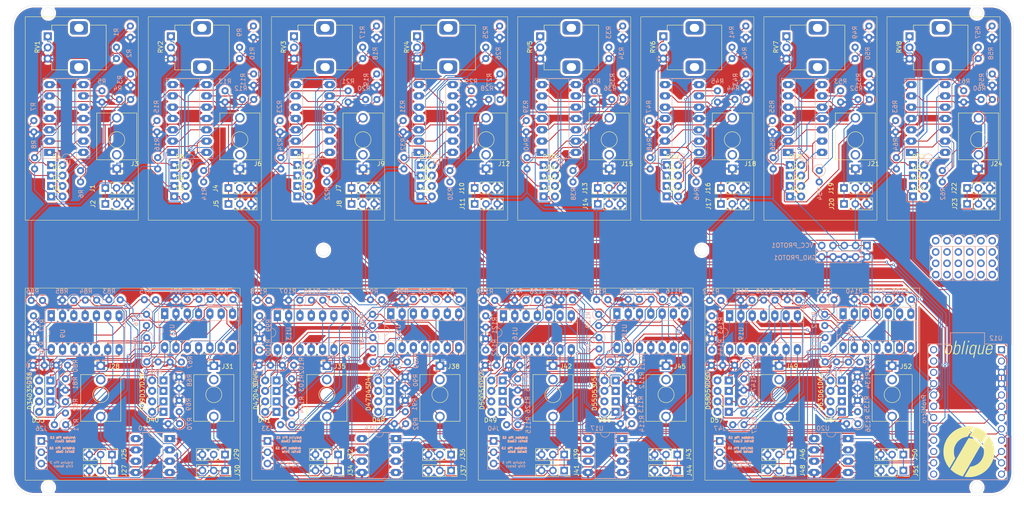
<source format=kicad_pcb>
(kicad_pcb (version 20240108) (generator "pcbnew") (generator_version "8.0")
  (layers (0 "F.Cu" signal) (31 "B.Cu" signal) (34 "B.Paste" user) (35 "F.Paste" user) (36 "B.SilkS" user "B.Silkscreen") (37 "F.SilkS" user "F.Silkscreen") (38 "B.Mask" user) (39 "F.Mask" user) (44 "Edge.Cuts" user))
  (net 0 "")
  (net 1 "GNDREF")
  (net 2 "Net-(U1B--)")
  (net 3 "Net-(D2-K)")
  (net 4 "Net-(U1C--)")
  (net 5 "Net-(D3-K)")
  (net 6 "Net-(U1D--)")
  (net 7 "Net-(D4-K)")
  (net 8 "VCC")
  (net 9 "Net-(U3B--)")
  (net 10 "Net-(U3C--)")
  (net 11 "Net-(D6-K)")
  (net 12 "Net-(D7-K)")
  (net 13 "Net-(D8-K)")
  (net 14 "Net-(U3D--)")
  (net 15 "Net-(D4-A)")
  (net 16 "Net-(D3-A)")
  (net 17 "Net-(D2-A)")
  (net 18 "Net-(D1-A)")
  (net 19 "Net-(D5-A)")
  (net 20 "Net-(D8-A)")
  (net 21 "Net-(D7-A)")
  (net 22 "Net-(D6-A)")
  (net 23 "Net-(D35-K)")
  (net 24 "/Input 1/ANALOG_IN")
  (net 25 "Net-(U7B--)")
  (net 26 "Net-(D26-K)")
  (net 27 "Net-(D41-K)")
  (net 28 "/Input 2/ANALOG_IN")
  (net 29 "Net-(D59-K)")
  (net 30 "Net-(U18D--)")
  (net 31 "Net-(U18C--)")
  (net 32 "Net-(U7C--)")
  (net 33 "Net-(D27-K)")
  (net 34 "Net-(U7D--)")
  (net 35 "Net-(D28-K)")
  (net 36 "Net-(D60-K)")
  (net 37 "/Input 3/ANALOG_IN")
  (net 38 "Net-(U2B--)")
  (net 39 "Net-(U2C--)")
  (net 40 "Net-(U2D--)")
  (net 41 "Net-(D61-K)")
  (net 42 "Net-(U11D--)")
  (net 43 "Net-(D40-K)")
  (net 44 "Net-(U11C--)")
  (net 45 "/Input 4/ANALOG_IN")
  (net 46 "Net-(D10-K)")
  (net 47 "Net-(D11-K)")
  (net 48 "Net-(D12-K)")
  (net 49 "Net-(D62-K)")
  (net 50 "Net-(D33-K)")
  (net 51 "Net-(U9B--)")
  (net 52 "Net-(U9C--)")
  (net 53 "Net-(D39-K)")
  (net 54 "Net-(U11B--)")
  (net 55 "Net-(D38-K)")
  (net 56 "/Input 5/ANALOG_IN")
  (net 57 "Net-(U4B--)")
  (net 58 "Net-(D14-K)")
  (net 59 "Net-(U4C--)")
  (net 60 "Net-(D15-K)")
  (net 61 "Net-(U4D--)")
  (net 62 "Net-(D16-K)")
  (net 63 "Net-(D63-K)")
  (net 64 "Net-(D34-K)")
  (net 65 "/Input 6/ANALOG_IN")
  (net 66 "Net-(U8B--)")
  (net 67 "Net-(D37-K)")
  (net 68 "/Input 7/ANALOG_IN")
  (net 69 "Net-(U5B--)")
  (net 70 "Net-(D18-K)")
  (net 71 "Net-(U5C--)")
  (net 72 "Net-(D19-K)")
  (net 73 "Net-(U5D--)")
  (net 74 "Net-(D20-K)")
  (net 75 "Net-(D64-K)")
  (net 76 "Net-(D30-K)")
  (net 77 "Net-(U8C--)")
  (net 78 "Net-(D31-K)")
  (net 79 "Net-(U8D--)")
  (net 80 "Net-(U9D--)")
  (net 81 "/Input 8/ANALOG_IN")
  (net 82 "Net-(U6B--)")
  (net 83 "Net-(D22-K)")
  (net 84 "Net-(U6C--)")
  (net 85 "Net-(D23-K)")
  (net 86 "Net-(U6D--)")
  (net 87 "Net-(D24-K)")
  (net 88 "Net-(D32-K)")
  (net 89 "Net-(D36-K)")
  (net 90 "Net-(D42-K)")
  (net 91 "Net-(D43-K)")
  (net 92 "Net-(D44-K)")
  (net 93 "Net-(D45-K)")
  (net 94 "Net-(D46-K)")
  (net 95 "Net-(D47-K)")
  (net 96 "Net-(D48-K)")
  (net 97 "Net-(D49-K)")
  (net 98 "Net-(U15B--)")
  (net 99 "Net-(D50-K)")
  (net 100 "Net-(U15C--)")
  (net 101 "Net-(D51-K)")
  (net 102 "Net-(U15D--)")
  (net 103 "Net-(D52-K)")
  (net 104 "Net-(D53-K)")
  (net 105 "Net-(D54-K)")
  (net 106 "Net-(D55-K)")
  (net 107 "Net-(D56-K)")
  (net 108 "Net-(D57-K)")
  (net 109 "Net-(U18B--)")
  (net 110 "Net-(D58-K)")
  (net 119 "Net-(J10-Pin_1)")
  (net 128 "Net-(J22-Pin_1)")
  (net 129 "/Output12/SERIAL_DATA_")
  (net 130 "Net-(U10-VB)")
  (net 131 "Net-(U10-VA)")
  (net 132 "/Output12/SERIAL_CLOCK_")
  (net 133 "/Output12/CHIP_SELECT_")
  (net 134 "/Output34/CHIP_SELECT_")
  (net 135 "/Output56/CHIP_SELECT_")
  (net 136 "/Output78/CHIP_SELECT_")
  (net 137 "Net-(D37-A)")
  (net 138 "Net-(D40-A)")
  (net 139 "Net-(D39-A)")
  (net 140 "Net-(D38-A)")
  (net 141 "Net-(D33-A)")
  (net 142 "Net-(D36-A)")
  (net 143 "Net-(D35-A)")
  (net 144 "Net-(D34-A)")
  (net 145 "Net-(D26-A)")
  (net 146 "Net-(D27-A)")
  (net 147 "Net-(D28-A)")
  (net 148 "Net-(D25-A)")
  (net 149 "Net-(D11-A)")
  (net 150 "Net-(D9-A)")
  (net 151 "Net-(D10-A)")
  (net 152 "Net-(D12-A)")
  (net 153 "Net-(D13-A)")
  (net 154 "Net-(D16-A)")
  (net 155 "Net-(D14-A)")
  (net 156 "Net-(D15-A)")
  (net 157 "Net-(D19-A)")
  (net 158 "Net-(D20-A)")
  (net 159 "Net-(D17-A)")
  (net 160 "Net-(D18-A)")
  (net 161 "Net-(D47-A)")
  (net 162 "Net-(D48-A)")
  (net 163 "Net-(D46-A)")
  (net 164 "Net-(D45-A)")
  (net 165 "Net-(D62-A)")
  (net 166 "Net-(D61-A)")
  (net 167 "Net-(D63-A)")
  (net 168 "Net-(D64-A)")
  (net 169 "Net-(D23-A)")
  (net 170 "Net-(D22-A)")
  (net 171 "Net-(D24-A)")
  (net 172 "Net-(D21-A)")
  (net 173 "Net-(D29-A)")
  (net 174 "Net-(D32-A)")
  (net 175 "Net-(D30-A)")
  (net 176 "Net-(D31-A)")
  (net 177 "Net-(D41-A)")
  (net 178 "Net-(D43-A)")
  (net 179 "Net-(D42-A)")
  (net 180 "Net-(D44-A)")
  (net 181 "Net-(D52-A)")
  (net 182 "Net-(D50-A)")
  (net 183 "Net-(D49-A)")
  (net 184 "Net-(D51-A)")
  (net 185 "Net-(D55-A)")
  (net 186 "Net-(D56-A)")
  (net 187 "Net-(D53-A)")
  (net 188 "Net-(D54-A)")
  (net 189 "Net-(D57-A)")
  (net 190 "Net-(D59-A)")
  (net 191 "Net-(D60-A)")
  (net 192 "Net-(D58-A)")
  (net 196 "Net-(J32-Pin_1)")
  (net 197 "Net-(U19B--)")
  (net 198 "Net-(U19C--)")
  (net 199 "Net-(U19D--)")
  (net 200 "Net-(J50-Pin_1)")
  (net 201 "Net-(U21B--)")
  (net 202 "Net-(U21C--)")
  (net 203 "Net-(J25-Pin_1)")
  (net 204 "Net-(U21D--)")
  (net 205 "Net-(J29-Pin_1)")
  (net 206 "Net-(U13B--)")
  (net 207 "Net-(U13C--)")
  (net 208 "Net-(U13D--)")
  (net 209 "Net-(J36-Pin_1)")
  (net 210 "Net-(J39-Pin_1)")
  (net 211 "Net-(U16B--)")
  (net 212 "Net-(U16C--)")
  (net 213 "Net-(U16D--)")
  (net 214 "Net-(J43-Pin_1)")
  (net 215 "Net-(J46-Pin_1)")
  (net 216 "Net-(J1-Pin_1)")
  (net 217 "Net-(J4-Pin_1)")
  (net 218 "Net-(J19-Pin_1)")
  (net 219 "Net-(J7-Pin_1)")
  (net 220 "Net-(J13-Pin_1)")
  (net 221 "Net-(J16-Pin_1)")
  (net 222 "Net-(U13A-+)")
  (net 223 "Net-(U14-VA)")
  (net 224 "Net-(U17-VA)")
  (net 225 "Net-(U16A-+)")
  (net 226 "Net-(U19A-+)")
  (net 227 "Net-(U20-VA)")
  (footprint "LED_THT:LED_SideEmitter_Rectangular_W4.5mm_H1.6mm" (layer "F.Cu") (at 74.45 105.46 180)
    (property "Reference" "D42")
    (property "Value" "Blue")
  )
  (footprint "LED_THT:LED_SideEmitter_Rectangular_W4.5mm_H1.6mm" (layer "F.Cu") (at 125.25 100.75 180)
    (property "Reference" "D52")
    (property "Value" "Red")
  )
  (footprint "LED_THT:LED_SideEmitter_Rectangular_W4.5mm_H1.6mm" (layer "F.Cu") (at 106.801 59.41)
    (property "Reference" "D13")
    (property "Value" "White")
  )
  (footprint "LED_THT:LED_SideEmitter_Rectangular_W4.5mm_H1.6mm" (layer "F.Cu") (at 125.25 103.11 180)
    (property "Reference" "D51")
    (property "Value" "Yellow")
  )
  (footprint "Connector_PinHeader_2.54mm:PinHeader_1x03_P2.54mm_Vertical" (layer "F.Cu") (at 146.618 57.52 90)
    (property "Reference" "J13")
    (property "Value" "Conn_01x03_Male_Pin")
  )
  (footprint "LED_THT:LED_SideEmitter_Rectangular_W4.5mm_H1.6mm" (layer "F.Cu") (at 162.115 59.41)
    (property "Reference" "D21")
    (property "Value" "White")
  )
  (footprint "LED_THT:LED_SideEmitter_Rectangular_W4.5mm_H1.6mm" (layer "F.Cu") (at 176.05 107.81 180)
    (property "Reference" "D57")
    (property "Value" "White")
  )
  (footprint "Connector_PinSocket_2.54mm:PinSocket_1x03_P2.54mm_Vertical" (layer "F.Cu") (at 37.48 121 -90)
    (property "Reference" "J27")
    (property "Value" "Conn_01x03_Female_Pin")
  )
  (footprint "LED_THT:LED_SideEmitter_Rectangular_W4.5mm_H1.6mm" (layer "F.Cu") (at 176.05 100.75 180)
    (property "Reference" "D60")
    (property "Value" "Red")
  )
  (footprint "Connector_PinHeader_2.54mm:PinHeader_1x03_P2.54mm_Vertical" (layer "F.Cu") (at 63.647 57.52 90)
    (property "Reference" "J4")
    (property "Value" "Conn_01x03_Male_Pin")
  )
  (footprint "LED_THT:LED_SideEmitter_Rectangular_W4.5mm_H1.6mm" (layer "F.Cu") (at 125.25 107.81 180)
    (property "Reference" "D49")
    (property "Value" "White")
  )
  (footprint "Connector_PinSocket_2.54mm:PinSocket_1x03_P2.54mm_Vertical" (layer "F.Cu") (at 113.68 121 -90)
    (property "Reference" "J37")
    (property "Value" "Conn_01x03_Female_Pin")
  )
  (footprint "LED_THT:LED_SideEmitter_Rectangular_W4.5mm_H1.6mm" (layer "F.Cu") (at 79.144 54.71)
    (property "Reference" "D11")
    (property "Value" "Yellow")
  )
  (footprint "LED_THT:LED_SideEmitter_Rectangular_W4.5mm_H1.6mm" (layer "F.Cu") (at 79.144 57.06)
    (property "Reference" "D10")
    (property "Value" "Blue")
  )
  (footprint "Connector_PinHeader_2.54mm:PinHeader_1x03_P2.54mm_Vertical" (layer "F.Cu") (at 35.99 57.52 90)
    (property "Reference" "J1")
    (property "Value" "Conn_01x03_Male_Pin")
  )
  (footprint "LED_THT:LED_SideEmitter_Rectangular_W4.5mm_H1.6mm" (layer "F.Cu") (at 51.487 54.71)
    (property "Reference" "D7")
    (property "Value" "Yellow")
  )
  (footprint "Connector_Audio:Jack_3.5mm_QingPu_WQP-PJ398SM_Vertical_CircularHoles" (layer "F.Cu") (at 187.36 97.45)
    (property "Reference" "J49")
    (property "Value" "AudioJack2_SwitchT")
  )
  (footprint "Connector_PinSocket_2.54mm:PinSocket_1x03_P2.54mm_Vertical" (layer "F.Cu") (at 62.88 121 -90)
    (property "Reference" "J30")
    (property "Value" "Conn_01x03_Female_Pin")
  )
  (footprint "LED_THT:LED_SideEmitter_Rectangular_W4.5mm_H1.6mm" (layer "F.Cu") (at 51.487 52.36)
    (property "Reference" "D8")
    (property "Value" "Red")
  )
  (footprint "Connector_PinHeader_2.54mm:PinHeader_1x03_P2.54mm_Vertical" (layer "F.Cu") (at 118.961 57.52 90)
    (property "Reference" "J10")
    (property "Value" "Conn_01x03_Male_Pin")
  )
  (footprint "Connector_Audio:Jack_3.5mm_QingPu_WQP-PJ398SM_Vertical_CircularHoles" (layer "F.Cu") (at 136.56 97.45)
    (property "Reference" "J42")
    (property "Value" "AudioJack2_SwitchT")
  )
  (footprint "LED_THT:LED_SideEmitter_Rectangular_W4.5mm_H1.6mm" (layer "F.Cu") (at 134.458 54.71)
    (property "Reference" "D19")
    (property "Value" "Yellow")
  )
  (footprint "Connector_PinSocket_2.54mm:PinSocket_1x03_P2.54mm_Vertical" (layer "F.Cu") (at 189.88 121 -90)
    (property "Reference" "J48")
    (property "Value" "Conn_01x03_Female_Pin")
  )
  (footprint "Connector_Audio:Jack_3.5mm_QingPu_WQP-PJ398SM_Vertical_CircularHoles" (layer "F.Cu") (at 66.217 53.15 180)
    (property "Reference" "J6")
    (property "Value" "AudioJack2_SwitchT")
  )
  (footprint "Connector_PinHeader_2.54mm:PinHeader_1x03_P2.54mm_Vertical" (layer "F.Cu") (at 139.08 117.4 -90)
    (property "Reference" "J39")
    (property "Value" "Conn_01x03_Male_Pin")
  )
  (footprint "LED_THT:LED_SideEmitter_Rectangular_W4.5mm_H1.6mm" (layer "F.Cu") (at 162.115 52.36)
    (property "Reference" "D24")
    (property "Value" "Red")
  )
  (footprint "Connector_PinSocket_2.54mm:PinSocket_1x03_P2.54mm_Vertical" (layer "F.Cu") (at 91.314 61.09 90)
    (property "Reference" "J8")
    (property "Value" "Conn_01x03_Female_Pin")
  )
  (footprint "Potentiometer_THT:Potentiometer_Alps_RK09K_Single_Vertical" (layer "F.Cu") (at 23.06 23.45)
    (property "Reference" "RV1")
    (property "Value" "R_Potentiometer_MountingPin")
  )
  (footprint "LED_THT:LED_SideEmitter_Rectangular_W4.5mm_H1.6mm" (layer "F.Cu") (at 23.83 54.71)
    (property "Reference" "D3")
    (property "Value" "Yellow")
  )
  (footprint "LED_THT:LED_SideEmitter_Rectangular_W4.5mm_H1.6mm" (layer "F.Cu") (at 176.05 105.46 180)
    (property "Reference" "D58")
    (property "Value" "Blue")
  )
  (footprint "LED_THT:LED_SideEmitter_Rectangular_W4.5mm_H1.6mm" (layer "F.Cu") (at 23.65 105.46 180)
    (property "Reference" "D34")
    (property "Value" "Blue")
  )
  (footprint "LED_THT:LED_SideEmitter_Rectangular_W4.5mm_H1.6mm" (layer "F.Cu") (at 134.458 52.36)
    (property "Reference" "D20")
    (property "Value" "Red")
  )
  (footprint "Connector_PinSocket_2.54mm:PinSocket_1x03_P2.54mm_Vertical" (layer "F.Cu") (at 164.48 121 -90)
    (property "Reference" "J44")
    (property "Value" "Conn_01x03_Female_Pin")
  )
  (footprint "LED_THT:LED_SideEmitter_Rectangular_W4.5mm_H1.6mm" (layer "F.Cu") (at 74.45 103.11 180)
    (property "Reference" "D43")
    (property "Value" "Yellow")
  )
  (footprint "Connector_Audio:Jack_3.5mm_QingPu_WQP-PJ398SM_Vertical_CircularHoles" (layer "F.Cu") (at 232.159 53.15 180)
    (property "Reference" "J24")
    (property "Value" "AudioJack2_SwitchT")
  )
  (footprint "Potentiometer_THT:Potentiometer_Alps_RK09K_Single_Vertical" (layer "F.Cu") (at 216.659 23.45)
    (property "Reference" "RV8")
    (property "Value" "R_Potentiometer_MountingPin")
  )
  (footprint "Connector_Audio:Jack_3.5mm_QingPu_WQP-PJ398SM_Vertical_CircularHoles" (layer "F.Cu") (at 34.96 97.45)
    (property "Reference" "J28")
    (property "Value" "AudioJack2_SwitchT")
  )
  (footprint "LED_THT:LED_SideEmitter_Rectangular_W4.5mm_H1.6mm" (layer "F.Cu") (at 150.65 105.45 180)
    (property "Reference" "D55")
    (property "Value" "Yellow")
  )
  (footprint "Connector_PinHeader_2.54mm:PinHeader_1x03_P2.54mm_Vertical" (layer "F.Cu") (at 174.275 57.52 90)
    (property "Reference" "J16")
    (property "Value" "Conn_01x03_Male_Pin")
  )
  (footprint "Connector_PinHeader_2.54mm:PinHeader_1x03_P2.54mm_Vertical" (layer "F.Cu") (at 88.28 117.4 -90)
    (property "Reference" "J32")
    (property "Value" "Conn_01x03_Male_Pin")
  )
  (footprint "LED_THT:LED_SideEmitter_Rectangular_W4.5mm_H1.6mm" (layer "F.Cu") (at 162.115 54.71)
    (property "Reference" "D23")
    (property "Value" "Yellow")
  )
  (footprint "LED_THT:LED_SideEmitter_Rectangular_W4.5mm_H1.6mm" (layer "F.Cu") (at 176.05 103.11 180)
    (property "Reference" "D59")
    (property "Value" "Yellow")
  )
  (footprint "LED_THT:LED_SideEmitter_Rectangular_W4.5mm_H1.6mm" (layer "F.Cu") (at 134.458 57.06)
    (property "Reference" "D18")
    (property "Value" "Blue")
  )
  (footprint "LED_THT:LED_SideEmitter_Rectangular_W4.5mm_H1.6mm" (layer "F.Cu") (at 201.45 100.75 180)
    (property "Reference" "D61")
    (property "Value" "White")
  )
  (footprint "Connector_PinHeader_2.54mm:PinHeader_1x03_P2.54mm_Vertical" (layer "F.Cu") (at 113.68 117.4 -90)
    (property "Reference" "J36")
    (property "Value" "Conn_01x03_Male_Pin")
  )
  (footprint "Connector_PinHeader_2.54mm:PinHeader_1x03_P2.54mm_Vertical" (layer "F.Cu") (at 189.88 117.4 -90)
    (property "Reference" "J46")
    (property "Value" "Conn_01x03_Male_Pin")
  )
  (footprint "LED_THT:LED_SideEmitter_Rectangular_W4.5mm_H1.6mm" (layer "F.Cu") (at 106.801 54.71)
    (property "Reference" "D15")
    (property "Value" "Yellow")
  )
  (footprint "Connector_Audio:Jack_3.5mm_QingPu_WQP-PJ398SM_Vertical_CircularHoles" (layer "F.Cu") (at 204.502 53.15 180)
    (property "Reference" "J21")
    (property "Value" "AudioJack2_SwitchT")
  )
  (footprint "LED_THT:LED_SideEmitter_Rectangular_W4.5mm_H1.6mm" (layer "F.Cu") (at 99.85 105.45 180)
    (property "Reference" "D47")
    (property "Value" "Yellow")
  )
  (footprint "Connector_Audio:Jack_3.5mm_QingPu_WQP-PJ398SM_Vertical_CircularHoles" (layer "F.Cu") (at 111.16 97.45)
    (property "Reference" "J38")
    (property "Value" "AudioJack2_SwitchT")
  )
  (footprint "LED_THT:LED_SideEmitter_Rectangular_W4.5mm_H1.6mm" (layer "F.Cu") (at 150.65 103.1 180)
    (property "Reference" "D54")
    (property "Value" "Blue")
  )
  (footprint "LED_THT:LED_SideEmitter_Rectangular_W4.5mm_H1.6mm" (layer "F.Cu") (at 150.65 107.8 180)
    (property "Reference" "D56")
    (property "Value" "Red")
  )
  (footprint "LED_THT:LED_SideEmitter_Rectangular_W4.5mm_H1.6mm" (layer "F.Cu") (at 51.487 59.41)
    (property "Reference" "D5")
    (property "Value" "White")
  )
  (footprint "LED_THT:LED_SideEmitter_Rectangular_W4.5mm_H1.6mm" (layer "F.Cu") (at 23.65 100.75 180)
    (property "Reference" "D36")
    (property "Value" "Red")
  )
  (footprint "Connector_PinHeader_2.54mm:PinHeader_1x03_P2.54mm_Vertical" (layer "F.Cu") (at 201.932 57.52 90)
    (property "Reference" "J19")
    (property "Value" "Conn_01x03_Male_Pin")
  )
  (footprint "LED_THT:LED_SideEmitter_Rectangular_W4.5mm_H1.6mm" (layer "F.Cu") (at 217.429 54.71)
    (property "Reference" "D31")
    (property "Value" "Yellow")
  )
  (footprint "LED_THT:LED_SideEmitter_Rectangular_W4.5mm_H1.6mm" (layer "F.Cu") (at 201.45 107.8 180)
    (property "Reference" "D64")
    (property "Value" "Red")
  )
  (footprint "Connector_PinSocket_2.54mm:PinSocket_1x03_P2.54mm_Vertical" (layer "F.Cu") (at 88.28 121 -90)
    (property "Reference" "J34")
    (property "Value" "Conn_01x03_Female_Pin")
  )
  (footprint "LED_THT:LED_SideEmitter_Rectangular_W4.5mm_H1.6mm" (layer "F.Cu") (at 23.65 103.11 180)
    (property "Reference" "D35")
    (property "Value" "Yellow")
  )
  (footprint "Connector_Audio:Jack_3.5mm_QingPu_WQP-PJ398SM_Vertical_CircularHoles" (layer "F.Cu") (at 121.531 53.15 180)
    (property "Reference" "J12")
    (property "Value" "AudioJack2_SwitchT")
  )
  (footprint "LED_THT:LED_SideEmitter_Rectangular_W4.5mm_H1.6mm" (layer "F.Cu") (at 106.801 57.06)
    (property "Reference" "D14")
    (property "Value" "Blue")
  )
  (footprint "LED_THT:LED_SideEmitter_Rectangular_W4.5mm_H1.6mm" (layer "F.Cu") (at 150.65 100.75 180)
    (property "Reference" "D53")
    (property "Value" "White")
  )
  (footprint "Connector_PinHeader_2.54mm:PinHeader_1x03_P2.54mm_Vertical" (layer "F.Cu") (at 229.589 57.52 90)
    (property "Reference" "J22")
    (property "Value" "Conn_01x03_Male_Pin")
  )
  (footprint "Potentiometer_THT:Potentiometer_Alps_RK09K_Single_Vertical" (layer "F.Cu") (at 50.717 23.45)
    (property "Reference" "RV2")
    (property "Value" "R_Potentiometer_MountingPin")
  )
  (footprint "LED_THT:LED_SideEmitter_Rectangular_W4.5mm_H1.6mm" (layer "F.Cu") (at 51.487 57.06)
    (property "Reference" "D6")
    (property "Value" "Blue")
  )
  (footprint "Connector_PinHeader_2.54mm:PinHeader_1x03_P2.54mm_Vertical" (layer "F.Cu") (at 37.48 117.4 -90)
    (property "Reference" "J25")
    (property "Value" "Conn_01x03_Male_Pin")
  )
  (footprint "Connector_PinSocket_2.54mm:PinSocket_1x03_P2.54mm_Vertical" (layer "F.Cu") (at 36 61.09 90)
    (property "Reference" "J2")
    (property "Value" "Conn_01x03_Female_Pin")
  )
  (footprint "LED_THT:LED_SideEmitter_Rectangular_W4.5mm_H1.6mm" (layer "F.Cu") (at 49.05 107.8 180)
    (property "Reference" "D40")
    (property "Value" "Red")
  )
  (footprint "LED_THT:LED_SideEmitter_Rectangular_W4.5mm_H1.6mm" (layer "F.Cu") (at 74.45 107.81 180)
    (property "Reference" "D41")
    (property "Value" "White")
  )
  (footprint "LED_THT:LED_SideEmitter_Rectangular_W4.5mm_H1.6mm" (layer "F.Cu") (at 217.429 52.36)
    (property "Reference" "D32")
    (property "Value" "Red")
  )
  (footprint "LED_THT:LED_SideEmitter_Rectangular_W4.5mm_H1.6mm" (layer "F.Cu") (at 99.85 100.75 180)
    (property "Reference" "D45")
    (property "Value" "White")
  )
  (footprint "Connector_PinSocket_2.54mm:PinSocket_1x03_P2.54mm_Vertical" (layer "F.Cu") (at 146.628 61.09 90)
    (property "Reference" "J14")
    (property "Value" "Conn_01x03_Female_Pin")
  )
  (footprint "LED_THT:LED_SideEmitter_Rectangular_W4.5mm_H1.6mm" (layer "F.Cu") (at 23.83 59.41)
    (property "Reference" "D1")
    (property "Value" "White")
  )
  (footprint "LED_THT:LED_SideEmitter_Rectangular_W4.5mm_H1.6mm" (layer "F.Cu") (at 99.85 103.1 180)
    (property "Reference" "D46")
    (property "Value" "Blue")
  )
  (footprint "Connector_PinSocket_2.54mm:PinSocket_1x03_P2.54mm_Vertical" (layer "F.Cu") (at 63.657 61.09 90)
    (property "Reference" "J5")
    (property "Value" "Conn_01x03_Female_Pin")
  )
  (footprint "LED_THT:LED_SideEmitter_Rectangular_W4.5mm_H1.6mm" (layer "F.Cu") (at 49.05 105.45 180)
    (property "Reference" "D39")
    (property "Value" "Yellow")
  )
  (footprint "Connector_Audio:Jack_3.5mm_QingPu_WQP-PJ398SM_Vertical_CircularHoles" (layer "F.Cu") (at 149.188 53.15 180)
    (property "Reference" "J15")
    (property "Value" "AudioJack2_SwitchT")
  )
  (footprint "LED_THT:LED_SideEmitter_Rectangular_W4.5mm_H1.6mm" (layer "F.Cu") (at 74.45 100.75 180)
    (property "Reference" "D44")
    (property "Value" "Red")
  )
  (footprint "LED_THT:LED_SideEmitter_Rectangular_W4.5mm_H1.6mm" (layer "F.Cu") (at 217.429 57.06)
    (property "Reference" "D30")
    (property "Value" "Blue")
  )
  (footprint "LED_THT:LED_SideEmitter_Rectangular_W4.5mm_H1.6mm" (layer "F.Cu") (at 99.85 107.8 180)
    (property "Reference" "D48")
    (property "Value" "Red")
  )
  (footprint "LED_THT:LED_SideEmitter_Rectangular_W4.5mm_H1.6mm" (layer "F.Cu") (at 49.05 103.1 180)
    (property "Reference" "D38")
    (property "Value" "Blue")
  )
  (footprint "Connector_PinHeader_2.54mm:PinHeader_1x03_P2.54mm_Vertical" (layer "F.Cu") (at 164.48 117.4 -90)
    (property "Reference" "J43")
    (property "Value" "Conn_01x03_Male_Pin")
  )
  (footprint "Potentiometer_THT:Potentiometer_Alps_RK09K_Single_Vertical" (layer "F.Cu") (at 133.688 23.45)
    (property "Reference" "RV5")
    (property "Value" "R_Potentiometer_MountingPin")
  )
  (footprint "Connector_PinHeader_2.54mm:PinHeader_1x03_P2.54mm_Vertical" (layer "F.Cu") (at 91.304 57.52 90)
    (property "Reference" "J7")
    (property "Value" "Conn_01x03_Male_Pin")
  )
  (footprint "LED_THT:LED_SideEmitter_Rectangular_W4.5mm_H1.6mm" (layer "F.Cu") (at 217.429 59.41)
    (property "Reference" "D29")
    (property "Value" "White")
  )
  (footprint "LED_THT:LED_SideEmitter_Rectangular_W4.5mm_H1.6mm" (layer "F.Cu") (at 106.801 52.36)
    (property "Reference" "D16")
    (property "Value" "Red")
  )
  (footprint "LED_THT:LED_SideEmitter_Rectangular_W4.5mm_H1.6mm" (layer "F.Cu") (at 189.772 52.36)
    (property "Reference" "D28")
    (property "Value" "Red")
  )
  (footprint "Connector_PinSocket_2.54mm:PinSocket_1x03_P2.54mm_Vertical" (layer "F.Cu") (at 201.942 61.09 90)
    (property "Reference" "J20")
    (property "Value" "Conn_01x03_Female_Pin")
  )
  (footprint "LED_THT:LED_SideEmitter_Rectangular_W4.5mm_H1.6mm" (layer "F.Cu") (at 201.45 103.1 180)
    (property "Reference" "D62")
    (property "Value" "Blue")
  )
  (footprint "Oblique Palette 0.3 PCB:PCB silkscreen logotype" (layer "F.Cu") (at 230 93.76)
    (property "Reference" "G***" (hide yes))
    (property "Value" "LOGO" (hide yes))
  )
  (footprint "Connector_Audio:Jack_3.5mm_QingPu_WQP-PJ398SM_Vertical_CircularHoles" (layer "F.Cu") (at 85.76 97.45)
    (property "Reference" "J35")
    (property "Value" "AudioJack2_SwitchT")
  )
  (footprint "LED_THT:LED_SideEmitter_Rectangular_W4.5mm_H1.6mm" (layer "F.Cu") (at 201.45 105.45 180)
    (property "Reference" "D63")
    (property "Value" "Yellow")
  )
  (footprint "Potentiometer_THT:Potentiometer_Alps_RK09K_Single_Vertical" (layer "F.Cu") (at 161.345 23.45)
    (property "Reference" "RV6")
    (property "Value" "R_Potentiometer_MountingPin")
  )
  (footprint "Potentiometer_THT:Potentiometer_Alps_RK09K_Single_Vertical" (layer "F.Cu") (at 189.002 23.45)
    (property "Reference" "RV7")
    (property "Value" "R_Potentiometer_MountingPin")
  )
  (footprint "Connector_PinHeader_2.54mm:PinHeader_1x03_P2.54mm_Vertical" (layer "F.Cu") (at 62.88 117.4 -90)
    (property "Reference" "J29")
    (property "Value" "Conn_01x03_Male_Pin")
  )
  (footprint "LED_THT:LED_SideEmitter_Rectangular_W4.5mm_H1.6mm" (layer "F.Cu") (at 125.25 105.46 180)
    (property "Reference" "D50")
    (property "Value" "Blue")
  )
  (footprint "Connector_Audio:Jack_3.5mm_QingPu_WQP-PJ398SM_Vertical_CircularHoles" (layer "F.Cu") (at 38.56 53.15 180)
    (property "Reference" "J3")
    (property "Value" "AudioJack2_SwitchT")
  )
  (footprint "LED_THT:LED_SideEmitter_Rectangular_W4.5mm_H1.6mm" (layer "F.Cu") (at 23.83 52.36)
    (property "Reference" "D4")
    (property "Value" "Red")
  )
  (footprint "LED_THT:LED_SideEmitter_Rectangular_W4.5mm_H1.6mm" (layer "F.Cu") (at 189.772 59.41)
    (property "Reference" "D25")
    (property "Value" "White")
  )
  (footprint "LED_THT:LED_SideEmitter_Rectangular_W4.5mm_H1.6mm" (layer "F.Cu") (at 134.458 59.41)
    (property "Reference" "D17")
    (property "Value" "White")
  )
  (footprint "Connector_PinSocket_2.54mm:PinSocket_1x03_P2.54mm_Vertical" (layer "F.Cu") (at 118.971 61.09 90)
    (property "Reference" "J11")
    (property "Value" "Conn_01x03_Female_Pin")
  )
  (footprint "Potentiometer_THT:Potentiometer_Alps_RK09K_Single_Vertical" (layer "F.Cu") (at 78.374 23.45)
    (property "Reference" "RV3")
    (property "Value" "R_Potentiometer_MountingPin")
  )
  (footprint "Connector_PinSocket_2.54mm:PinSocket_1x03_P2.54mm_Vertical" (layer "F.Cu") (at 215.28 121 -90)
    (property "Reference" "J51")
    (property "Value" "Conn_01x03_Female_Pin")
  )
  (footprint "LED_THT:LED_SideEmitter_Rectangular_W4.5mm_H1.6mm" (layer "F.Cu") (at 79.144 59.41)
    (property "Reference" "D9")
    (property "Value" "White")
  )
  (footprint "Connector_Audio:Jack_3.5mm_QingPu_WQP-PJ398SM_Vertical_CircularHoles" (layer "F.Cu") (at 93.874 53.15 180)
    (property "Reference" "J9")
    (property "Value" "AudioJack2_SwitchT")
  )
  (footprint "Connector_PinSocket_2.54mm:PinSocket_1x03_P2.54mm_Vertical" (layer "F.Cu") (at 139.08 121 -90)
    (property "Reference" "J41")
    (property "Value" "Conn_01x03_Female_Pin")
  )
  (footprint "LED_THT:LED_SideEmitter_Rectangular_W4.5mm_H1.6mm" (layer "F.Cu") (at 49.05 100.75 180)
    (property "Reference" "D37")
    (property "Value" "White")
  )
  (footprint "LED_THT:LED_SideEmitter_Rectangular_W4.5mm_H1.6mm" (layer "F.Cu") (at 189.772 54.71)
    (property "Reference" "D27")
    (property "Value" "Yellow")
  )
  (footprint "Potentiometer_THT:Potentiometer_Alps_RK09K_Single_Vertical" (layer "F.Cu") (at 106.031 23.45)
    (property "Reference" "RV4")
    (property "Value" "R_Potentiometer_MountingPin")
  )
  (footprint "Connector_Audio:Jack_3.5mm_QingPu_WQP-PJ398SM_Vertical_CircularHoles" (layer "F.Cu") (at 212.76 97.45)
    (property "Reference" "J52")
    (property "Value" "AudioJack2_SwitchT")
  )
  (footprint "LED_THT:LED_SideEmitter_Rectangular_W4.5mm_H1.6mm" (layer "F.Cu") (at 79.144 52.36)
    (property "Reference" "D12")
    (property "Value" "Red")
  )
  (footprint "Connector_Audio:Jack_3.5mm_QingPu_WQP-PJ398SM_Vertical_CircularHoles" (layer "F.Cu") (at 176.845 53.15 180)
    (property "Reference" "J18")
    (property "Value" "AudioJack2_SwitchT")
  )
  (footprint "Connector_Audio:Jack_3.5mm_QingPu_WQP-PJ398SM_Vertical_CircularHoles" (layer "F.Cu") (at 161.96 97.45)
    (property "Reference" "J45")
    (property "Value" "AudioJack2_SwitchT")
  )
  (footprint "Connector_PinSocket_2.54mm:PinSocket_1x03_P2.54mm_Vertical" (layer "F.Cu") (at 174.285 61.09 90)
    (property "Reference" "J17")
    (property "Value" "Conn_01x03_Female_Pin")
  )
  (footprint "LED_THT:LED_SideEmitter_Rectangular_W4.5mm_H1.6mm" (layer "F.Cu") (at 189.772 57.06)
    (property "Reference" "D26")
    (property "Value" "Blue")
  )
  (footprint "Connector_Audio:Jack_3.5mm_QingPu_WQP-PJ398SM_Vertical_CircularHoles" (layer "F.Cu") (at 60.36 97.45)
    (property "Reference" "J31")
    (property "Value" "AudioJack2_SwitchT")
  )
  (footprint "LED_THT:LED_SideEmitter_Rectangular_W4.5mm_H1.6mm" (layer "F.Cu") (at 23.65 107.81 180)
    (property "Reference" "D33")
    (property "Value" "White")
  )
  (footprint "LED_THT:LED_SideEmitter_Rectangular_W4.5mm_H1.6mm" (layer "F.Cu") (at 162.115 57.06)
    (property "Reference" "D22")
    (property "Value" "Blue")
  )
  (footprint "Oblique Palette 0.3 PCB:PCB silkscreen logo" (layer "F.Cu") (at 230 116.76)
    (property "Reference" "ObliqueLogo" (hide yes))
    (property "Value" "LOGO" (hide yes))
  )
  (footprint "Connector_PinHeader_2.54mm:PinHeader_1x03_P2.54mm_Vertical" (layer "F.Cu") (at 215.28 117.4 -90)
    (property "Reference" "J50")
    (property "Value" "Conn_01x03_Male_Pin")
  )
  (footprint "LED_THT:LED_SideEmitter_Rectangular_W4.5mm_H1.6mm" (layer "F.Cu") (at 23.83 57.06)
    (property "Reference" "D2")
    (property "Value" "Blue")
  )
  (footprint "Connector_PinSocket_2.54mm:PinSocket_1x03_P2.54mm_Vertical" (layer "F.Cu") (at 229.599 61.09 90)
    (property "Reference" "J23")
    (property "Value" "Conn_01x03_Female_Pin")
  )
  (footprint "Resistor_THT:R_Axial_DIN0207_L6.3mm_D2.5mm_P2.54mm_Vertical" (layer "B.Cu") (at 90.544 35.675 -90)
    (property "Reference" "R21")
    (property "Value" "1k")
  )
  (footprint "Resistor_THT:R_Axial_DIN0207_L6.3mm_D2.5mm_P2.54mm_Vertical" (layer "B.Cu") (at 124.621 31.89 -90)
    (property "Reference" "R27")
    (property "Value" "1k")
  )
  (footprint "Package_DIP:DIP-14_W7.62mm_Socket_LongPads" (layer "B.Cu") (at 51.107 49.52)
    (property "Reference" "U2")
    (property "Value" "MCP6004")
  )
  (footprint "Resistor_THT:R_Axial_DIN0207_L6.3mm_D2.5mm_P2.54mm_Vertical" (layer "B.Cu") (at 152.135 96.62)
    (property "Reference" "R111")
    (property "Value" "470R")
  )
  (footprint "Resistor_THT:R_Axial_DIN0207_L6.3mm_D2.5mm_P2.54mm_Vertical" (layer "B.Cu") (at 27.03 105.53 -90)
    (property "Reference" "R82")
    (property "Value" "2k")
  )
  (footprint "Resistor_THT:R_Axial_DIN0207_L6.3mm_D2.5mm_P2.54mm_Vertical" (layer "B.Cu") (at 186.44 82.7 180)
    (property "Reference" "R150")
    (property "Value" "2.5k")
  )
  (footprint "Resistor_THT:R_Axial_DIN0207_L6.3mm_D2.5mm_P2.54mm_Vertical" (layer "B.Cu") (at 181.29 82.73 180)
    (property "Reference" "R151")
    (property "Value" "1k")
  )
  (footprint "Resistor_THT:R_Axial_DIN0207_L6.3mm_D2.5mm_P2.54mm_Vertical" (layer "B.Cu") (at 96.12 96.57)
    (property "Reference" "R88")
    (property "Value" "1k")
  )
  (footprint "Resistor_THT:R_Axial_DIN0207_L6.3mm_D2.5mm_P2.54mm_Vertical" (layer "B.Cu") (at 191.74 82.63 180)
    (property "Reference" "R149")
    (property "Value" "1k")
  )
  (footprint "Resistor_THT:R_Axial_DIN0207_L6.3mm_D2.5mm_P2.54mm_Vertical" (layer "B.Cu") (at 52.55 99.955 -90)
    (property "Reference" "R68")
    (property "Value" "2k")
  )
  (footprint "Resistor_THT:R_Axial_DIN0207_L6.3mm_D2.5mm_P2.54mm_Vertical" (layer "B.Cu") (at 128.63 100.38 -90)
    (property "Reference" "R125")
    (property "Value" "1k")
  )
  (footprint "Module:ProMicro-EnforcedTop" (layer "B.Cu") (at 229.7 107.82 -90)
    (property "Reference" "U12")
    (property "Value" "ProMicro")
  )
  (footprint "Resistor_THT:R_Axial_DIN0207_L6.3mm_D2.5mm_P2.54mm_Vertical" (layer "B.Cu") (at 154.19 105.235 -90)
    (property "Reference" "R113")
    (property "Value" "5k")
  )
  (footprint "Resistor_THT:R_Axial_DIN0207_L6.3mm_D2.5mm_P2.54mm_Vertical" (layer "B.Cu") (at 228.829 35.675 -90)
    (property "Reference" "R61")
    (property "Value" "1k")
  )
  (footprint "Resistor_THT:R_Axial_DIN0207_L6.3mm_D2.5mm_P2.54mm_Vertical" (layer "B.Cu") (at 130.49 82.73 180)
    (property "Reference" "R129")
    (property "Value" "1k")
  )
  (footprint "Resistor_THT:R_Axial_DIN0207_L6.3mm_D2.5mm_P2.54mm_Vertical" (layer "B.Cu") (at 69.307 31.89 -90)
    (property "Reference" "R11")
    (property "Value" "1k")
  )
  (footprint "Resistor_THT:R_Axial_DIN0207_L6.3mm_D2.5mm_P2.54mm_Vertical" (layer "B.Cu") (at 24.965 97.32)
    (property "Reference" "R80")
    (property "Value" "5k")
  )
  (footprint "Resistor_THT:R_Axial_DIN0207_L6.3mm_D2.5mm_P2.54mm_Vertical" (layer "B.Cu") (at 146.83 85.885 -90)
    (property "Reference" "R120")
    (property "Value" "10k")
  )
  (footprint "Resistor_THT:R_Axial_DIN0207_L6.3mm_D2.5mm_P2.54mm_Vertical" (layer "B.Cu") (at 113.401 53.6 -90)
    (property "Reference" "R30")
    (property "Value" "2.5k")
  )
  (footprint "Package_DIP:DIP-14_W7.62mm_Socket_LongPads" (layer "B.Cu") (at 217.049 49.52)
    (property "Reference" "U8")
    (property "Value" "MCP6004")
  )
  (footprint "Resistor_THT:R_Axial_DIN0207_L6.3mm_D2.5mm_P2.54mm_Vertical" (layer "B.Cu") (at 50.535 96.62)
    (property "Reference" "R67")
    (property "Value" "470R")
  )
  (footprint "Resistor_THT:R_Axial_DIN0207_L6.3mm_D2.5mm_P2.54mm_Vertical" (layer "B.Cu") (at 123.485 82.77 180)
    (property "Reference" "R130")
    (property "Value" "500")
  )
  (footprint "Resistor_THT:R_Axial_DIN0207_L6.3mm_D2.5mm_P2.54mm_Vertical" (layer "B.Cu") (at 19.93 42.37 -90)
    (property "Reference" "R7")
    (property "Value" "1k")
  )
  (footprint "Resistor_THT:R_Axial_DIN0207_L6.3mm_D2.5mm_P2.54mm_Vertical" (layer "B.Cu") (at 179.43 100.38 -90)
    (property "Reference" "R147")
    (property "Value" "1k")
  )
  (footprint "Resistor_THT:R_Axial_DIN0207_L6.3mm_D2.5mm_P2.54mm_Vertical" (layer "B.Cu") (at 158.215 42.37 -90)
    (property "Reference" "R47")
    (property "Value" "1k")
  )
  (footprint "Resistor_THT:R_Axial_DIN0207_L6.3mm_D2.5mm_P2.54mm_Vertical" (layer "B.Cu") (at 52.66 110.47 180)
    (property "Reference" "R70")
    (property "Value" "1k")
  )
  (footprint "Resistor_THT:R_Axial_DIN0207_L6.3mm_D2.5mm_P2.54mm_Vertical" (layer "B.Cu") (at 45.23 85.885 -90)
    (property "Reference" "R76")
    (property "Value" "10k")
  )
  (footprint "Package_DIP:DIP-14_W7.62mm_Socket_LongPads" (layer "B.Cu") (at 74.64 86.18 -90)
    (property "Reference" "U13")
    (property "Value" "MCP6004")
  )
  (footprint "Resistor_THT:R_Axial_DIN0207_L6.3mm_D2.5mm_P2.54mm_Vertical" (layer "B.Cu") (at 103.39 105.235 -90)
    (property "Reference" "R91")
    (property "Value" "5k")
  )
  (footprint "Resistor_THT:R_Axial_DIN0207_L6.3mm_D2.5mm_P2.54mm_Vertical" (layer "B.Cu") (at 62.887 35.675 -90)
    (property "Reference" "R13")
    (property "Value" "1k")
  )
  (footprint "Resistor_THT:R_Axial_DIN0207_L6.3mm_D2.5mm_P2.54mm_Vertical" (layer "B.Cu") (at 19.75 97.35)
    (property "Reference" "R79")
    (property "Value" "2k")
  )
  (footprint "Resistor_THT:R_Axial_DIN0207_L6.3mm_D2.5mm_P2.54mm_Vertical" (layer "B.Cu") (at 124.646 37.63 180)
    (property "Reference" "R28")
    (property "Value" "2k")
  )
  (footprint "Connector_PinHeader_2.54mm:PinHeader_1x04_P2.54mm_Vertical" (layer "B.Cu") (at 232.7 69.35 180)
    (property "Reference" "Proto5" (hide yes))
    (property "Value" "Conn_01x04_Pin")
  )
  (footprint "Resistor_THT:R_Axial_DIN0207_L6.3mm_D2.5mm_P2.54mm_Vertical" (layer "B.Cu") (at 148.895 82.61 180)
    (property "Reference" "R119")
    (property "Value" "500")
  )
  (footprint "Resistor_THT:R_Axial_DIN0207_L6.3mm_D2.5mm_P2.54mm_Vertical" (layer "B.Cu") (at 177.365 97.32)
    (property "Reference" "R146")
    (property "Value" "5k")
  )
  (footprint "Resistor_THT:R_Axial_DIN0207_L6.3mm_D2.5mm_P2.54mm_Vertical" (layer "B.Cu") (at 96.03 85.885 -90)
    (property "Reference" "R98")
    (property "Value" "10k")
  )
  (footprint "Connector_PinHeader_2.54mm:PinHeader_1x05_P2.54mm_Vertical" (layer "B.Cu") (at 207.09 72.98 90)
    (property "Reference" "GND_PROTO1")
    (property "Value" "Conn_01x05_Pin")
  )
  (footprint "Connector_PinSocket_2.54mm:PinSocket_1x03_P2.54mm_Vertical" (layer "B.Cu") (at 21.62 114.34 180)
    (property "Reference" "J26")
    (property "Value" "Conn_01x03_Female_Pin")
  )
  (footprint "Resistor_THT:R_Axial_DIN0207_L6.3mm_D2.5mm_P2.54mm_Vertical" (layer "B.Cu") (at 27.03 100.38 -90)
    (property "Reference" "R81")
    (property "Value" "1k")
  )
  (footprint "Resistor_THT:R_Axial_DIN0207_L6.3mm_D2.5mm_P2.54mm_Vertical" (layer "B.Cu") (at 30.43 53.6 -90)
    (property "Reference" "R6")
    (property "Value" "2.5k")
  )
  (footprint "Connector_PinSocket_2.54mm:PinSocket_1x03_P2.54mm_Vertical" (layer "B.Cu") (at 174.02 114.34 180)
    (property "Reference" "J47")
    (property "Value" "Conn_01x03_Female_Pin")
  )
  (footprint "Package_DIP:DIP-14_W7.62mm_Socket_LongPads" (layer "B.Cu") (at 23.45 49.52)
    (property "Reference" "U1")
    (property "Value" "MCP6004")
  )
  (footprint "Package_DIP:DIP-14_W7.62mm_Socket_LongPads" (layer "B.Cu") (at 78.764 49.52)
    (property "Reference" "U3")
    (property "Value" "MCP6004")
  )
  (footprint "Resistor_THT:R_Axial_DIN0207_L6.3mm_D2.5mm_P2.54mm_Vertical" (layer "B.Cu") (at 172.25 91.38 -90)
    (property "Reference" "R144")
    (property "Value" "470R")
  )
  (footprint "Resistor_THT:R_Axial_DIN0207_L6.3mm_D2.5mm_P2.54mm_Vertical" (layer "B.Cu") (at 179.43 105.53 -90)
    (property "Reference" "R148")
    (property "Value" "2k")
  )
  (footprint "Connector_PinHeader_2.54mm:PinHeader_1x04_P2.54mm_Vertical" (layer "B.Cu") (at 222.54 69.35 180)
    (property "Reference" "Proto1" (hide yes))
    (property "Value" "Conn_01x04_Pin")
  )
  (footprint "Resistor_THT:R_Axial_DIN0207_L6.3mm_D2.5mm_P2.54mm_Vertical" (layer "B.Cu") (at 174.285 82.77 180)
    (property "Reference" "R152")
    (property "Value" "500")
  )
  (footprint "Resistor_THT:R_Axial_DIN0207_L6.3mm_D2.5mm_P2.54mm_Vertical" (layer "B.Cu") (at 235.249 31.89 -90)
    (property "Reference" "R59")
    (property "Value" "1k")
  )
  (footprint "Resistor_THT:R_Axial_DIN0207_L6.3mm_D2.5mm_P2.54mm_Vertical" (layer "B.Cu") (at 20.1 50.69 -90)
    (property "Reference" "R8")
    (property "Value" "500R")
  )
  (footprint "Resistor_THT:R_Axial_DIN0207_L6.3mm_D2.5mm_P2.54mm_Vertical" (layer "B.Cu") (at 19.85 91.38 -90)
    (property "Reference" "R78")
    (property "Value" "470R")
  )
  (footprint "Package_DIP:DIP-14_W7.62mm_Socket_LongPads" (layer "B.Cu") (at 125.44 86.18 -90)
    (property "Reference" "U16")
    (property "Value" "MCP6004")
  )
  (footprint "Resistor_THT:R_Axial_DIN0207_L6.3mm_D2.5mm_P2.54mm_Vertical" (layer "B.Cu") (at 66.147 28.43 90)
    (property "Reference" "R10")
    (property "Value" "5k")
  )
  (footprint "Resistor_THT:R_Axial_DIN0207_L6.3mm_D2.5mm_P2.54mm_Vertical" (layer "B.Cu") (at 179.935 31.89 -90)
    (property "Reference" "R43")
    (property "Value" "1k")
  )
  (footprint "Resistor_THT:R_Axial_DIN0207_L6.3mm_D2.5mm_P2.54mm_Vertical" (layer "B.Cu") (at 115.475 82.54 180)
    (property "Reference" "R94")
    (property "Value" "1k")
  )
  (footprint "Connector_PinHeader_2.54mm:PinHeader_1x04_P2.54mm_Vertical" (layer "B.Cu") (at 227.62 69.35 180)
    (property "Reference" "Proto3" (hide yes))
    (property "Value" "Conn_01x04_Pin")
  )
  (footprint "Resistor_THT:R_Axial_DIN0207_L6.3mm_D2.5mm_P2.54mm_Vertical" (layer "B.Cu") (at 185.872 42.37 -90)
    (property "Reference" "R55")
    (property "Value" "1k")
  )
  (footprint "Package_DIP:DIP-8_W7.62mm_Socket_LongPads" (layer "B.Cu") (at 50.46 113.81 180)
    (property "Reference" "U10")
    (property "Value" "MCP4822")
  )
  (footprint "Resistor_THT:R_Axial_DIN0207_L6.3mm_D2.5mm_P2.54mm_Vertical" (layer "B.Cu") (at 21.885 82.77 180)
    (property "Reference" "R86")
    (property "Value" "500")
  )
  (footprint "Resistor_THT:R_Axial_DIN0207_L6.3mm_D2.5mm_P2.54mm_Vertical" (layer "B.Cu") (at 96.914 21.125 -90)
    (property "Reference" "R17")
    (property "Value" "1k")
  )
  (footprint "Resistor_THT:R_Axial_DIN0207_L6.3mm_D2.5mm_P2.54mm_Vertical" (layer "B.Cu") (at 93.804 28.43 90)
    (property "Reference" "R18")
    (property "Value" "5k")
  )
  (footprint "Resistor_THT:R_Axial_DIN0207_L6.3mm_D2.5mm_P2.54mm_Vertical" (layer "B.Cu") (at 96.09 91.13 -90)
    (property "Reference" "R87")
    (property "Value" "10k")
  )
  (footprint "Resistor_THT:R_Axial_DIN0207_L6.3mm_D2.5mm_P2.54mm_Vertical" (layer "B.Cu") (at 130.558 42.37 -90)
    (property "Reference" "R39")
    (property "Value" "1k")
  )
  (footprint "Resistor_THT:R_Axial_DIN0207_L6.3mm_D2.5mm_P2.54mm_Vertical" (layer "B.Cu") (at 145.858 35.675 -90)
    (property "Reference" "R37")
    (property "Value" "1k")
  )
  (footprint "Resistor_THT:R_Axial_DIN0207_L6.3mm_D2.5mm_P2.54mm_Vertical" (layer "B.Cu") (at 69.257 21.125 -90)
    (property "Reference" "R9")
    (property "Value" "1k")
  )
  (footprint "Resistor_THT:R_Axial_DIN0207_L6.3mm_D2.5mm_P2.54mm_Vertical" (layer "B.Cu") (at 204.95 99.955 -90)
    (property "Reference" "R134")
    (property "Value" "2k")
  )
  (footprint "Resistor_THT:R_Axial_DIN0207_L6.3mm_D2.5mm_P2.54mm_Vertical" (layer "B.Cu") (at 149.118 28.43 90)
    (property "Reference" "R34")
    (property "Value" "5k")
  )
  (footprint "Resistor_THT:R_Axial_DIN0207_L6.3mm_D2.5mm_P2.54mm_Vertical" (layer "B.Cu") (at 41.675 37.63 180)
    (property "Reference" "R4")
    (property "Value" "2k")
  )
  (footprint "Package_DIP:DIP-14_W7.62mm_Socket_LongPads" (layer "B.Cu") (at 23.84 86.18 -90)
    (property "Reference" "U9")
    (property "Value" "MCP6004")
  )
  (footprint "Resistor_THT:R_Axial_DIN0207_L6.3mm_D2.5mm_P2.54mm_Vertical" (layer "B.Cu") (at 154.15 99.955 -90)
    (property "Reference" "R112")
    (property "Value" "2k")
  )
  (footprint "Resistor_THT:R_Axial_DIN0207_L6.3mm_D2.5mm_P2.54mm_Vertical" (layer "B.Cu") (at 140.94 82.63 180)
    (property "Reference" "R127")
    (property "Value" "1k")
  )
  (footprint "Resistor_THT:R_Axial_DIN0207_L6.3mm_D2.5mm_P2.54mm_Vertical" (layer "B.Cu") (at 206.79 82.52 180)
    (property "Reference" "R140")
    (property "Value" "1k")
  )
  (footprint "Resistor_THT:R_Axial_DIN0207_L6.3mm_D2.5mm_P2.54mm_Vertical" (layer "B.Cu") (at 28.89 82.73 180)
    (property "Reference" "R85")
    (property "Value" "1k")
  )
  (footprint "Resistor_THT:R_Axial_DIN0207_L6.3mm_D2.5mm_P2.54mm_Vertical" (layer "B.Cu") (at 105.19 82.52 180)
    (property "Reference" "R96")
    (property "Value" "1k")
  )
  (footprint "Resistor_THT:R_Axial_DIN0207_L6.3mm_D2.5mm_P2.54mm_Vertical" (layer "B.Cu") (at 27.09 110.7 180)
    (property "Reference" "R71")
    (property "Value" "2k")
  )
  (footprint "Resistor_THT:R_Axial_DIN0207_L6.3mm_D2.5mm_P2.54mm_Vertical" (layer "B.Cu") (at 172.15 97.35)
    (property "Reference" "R145")
    (property "Value" "2k")
  )
  (footprint "Connector_PinHeader_2.54mm:PinHeader_1x05_P2.54mm_Vertical" (layer "B.Cu") (at 207.09 70.44 90)
    (property "Reference" "VCC_PROTO1")
    (property "Value" "Conn_01x05_Pin")
  )
  (footprint "Connector_PinHeader_2.54mm:PinHeader_1x04_P2.54mm_Vertical" (layer "B.Cu") (at 225.08 69.35 180)
    (property "Reference" "Proto2" (hide yes))
    (property "Value" "Conn_01x04_Pin")
  )
  (footprint "Package_DIP:DIP-8_W7.62mm_Socket_LongPads" (layer "B.Cu") (at 202.86 113.81 180)
    (property "Reference" "U20")
    (property "Value" "MCP4822")
  )
  (footprint "Resistor_THT:R_Axial_DIN0207_L6.3mm_D2.5mm_P2.54mm_Vertical" (layer "B.Cu") (at 41.65 31.89 -90)
    (property "Reference" "R3")
    (property "Value" "1k")
  )
  (footprint "Resistor_THT:R_Axial_DIN0207_L6.3mm_D2.5mm_P2.54mm_Vertical" (layer "B.Cu") (at 204.99 105.235 -90)
    (property "Reference" "R135")
    (property "Value" "5k")
  )
  (footprint "Resistor_THT:R_Axial_DIN0207_L6.3mm_D2.5mm_P2.54mm_Vertical" (layer "B.Cu") (at 103.35 99.955 -90)
    (property "Reference" "R90")
    (property "Value" "2k")
  )
  (footprint "Resistor_THT:R_Axial_DIN0207_L6.3mm_D2.5mm_P2.54mm_Vertical" (layer "B.Cu") (at 128.63 105.53 -90)
    (property "Reference" "R126")
    (property "Value" "2k")
  )
  (footprint "Resistor_THT:R_Axial_DIN0207_L6.3mm_D2.5mm_P2.54mm_Vertical" (layer "B.Cu") (at 197.69 91.13 -90)
    (property "Reference" "R131")
    (property "Value" "10k")
  )
  (footprint "Resistor_THT:R_Axial_DIN0207_L6.3mm_D2.5mm_P2.54mm_Vertical" (layer "B.Cu") (at 39.34 82.63 180)
    (property "Reference" "R83")
    (property "Value" "1k")
  )
  (footprint "Resistor_THT:R_Axial_DIN0207_L6.3mm_D2.5mm_P2.54mm_Vertical" (layer "B.Cu") (at 199.695 82.61 180)
    (property "Reference" "R141")
    (property "Value" "500")
  )
  (footprint "Resistor_THT:R_Axial_DIN0207_L6.3mm_D2.5mm_P2.54mm_Vertical" (layer "B.Cu") (at 179.885 21.125 -90)
    (property "Reference" "R41")
    (property "Value" "1k")
  )
  (footprint "Resistor_THT:R_Axial_DIN0207_L6.3mm_D2.5mm_P2.54mm_Vertical" (layer "B.Cu") (at 176.775 28.43 90)
    (property "Reference" "R42")
    (property "Value" "5k")
  )
  (footprint "Resistor_THT:R_Axial_DIN0207_L6.3mm_D2.5mm_P2.54mm_Vertical" (layer "B.Cu") (at 75.244 42.37 -90)
    (property "Reference" "R23")
    (property "Value" "1k")
  )
  (footprint "Resistor_THT:R_Axial_DIN0207_L6.3mm_D2.5mm_P2.54mm_Vertical" (layer "B.Cu") (at 179.96 37.63 180)
    (property "Reference" "R44")
    (property "Value" "2k")
  )
  (footprint "Resistor_THT:R_Axial_DIN0207_L6.3mm_D2.5mm_P2.54mm_Vertical" (layer "B.Cu") (at 96.989 37.63 180)
    (property "Reference" "R20")
    (property "Value" "2k")
  )
  (footprint "Resistor_THT:R_Axial_DIN0207_L6.3mm_D2.5mm_P2.54mm_Vertical" (layer "B.Cu") (at 155.99 82.52 180)
    (property "Reference" "R118")
    (property "Value" "1k")
  )
  (footprint "Resistor_THT:R_Axial_DIN0207_L6.3mm_D2.5mm_P2.54mm_Vertical" (layer "B.Cu") (at 207.617 37.63 180)
    (property "Reference" "R52")
    (property "Value" "2k")
  )
  (footprint "Resistor_THT:R_Axial_DIN0207_L6.3mm_D2.5mm_P2.54mm_Vertical" (layer "B.Cu") (at 197.72 96.57)
    (property "Reference" "R132")
    (property "Value" "1k")
  )
  (footprint "Resistor_THT:R_Axial_DIN0207_L6.3mm_D2.5mm_P2.54mm_Vertical" (layer "B.Cu") (at 146.89 91.13 -90)
    (property "Reference" "R109")
    (property "Value" "10k")
  )
  (footprint "Resistor_THT:R_Axial_DIN0207_L6.3mm_D2.5mm_P2.54mm_Vertical" (layer "B.Cu") (at 70.65 91.38 -90)
    (property "Reference" "R100")
    (property "Value" "470R")
  )
  (footprint "Package_DIP:DIP-14_W7.62mm_Socket_LongPads" (layer "B.Cu") (at 150.925 85.74 -90)
    (property "Reference" "U18")
    (property "Value" "MCP6004")
  )
  (footprint "Resistor_THT:R_Axial_DIN0207_L6.3mm_D2.5mm_P2.54mm_Vertical" (layer "B.Cu") (at 211.95 82.52 180)
    (property "Reference" "R139")
    (property "Value" "2.5k")
  )
  (footprint "Resistor_THT:R_Axial_DIN0207_L6.3mm_D2.5mm_P2.54mm_Vertical" (layer "B.Cu") (at 102.901 42.37 -90)
    (property "Reference" "R31")
    (property "Value" "1k")
  )
  (footprint "Resistor_THT:R_Axial_DIN0207_L6.3mm_D2.5mm_P2.54mm_Vertical" (layer "B.Cu") (at 52.59 105.235 -90)
    (property "Reference" "R69")
    (property "Value" "5k")
  )
  (footprint "Resistor_THT:R_Axial_DIN0207_L6.3mm_D2.5mm_P2.54mm_Vertical" (layer "B.Cu") (at 77.89 110.7 180)
    (property "Reference" "R93")
    (property "Value" "2k")
  )
  (footprint "Resistor_THT:R_Axial_DIN0207_L6.3mm_D2.5mm_P2.54mm_Vertical" (layer "B.Cu") (at 38.49 28.43 90)
    (property "Reference" "R2")
    (property "Value" "5k")
  )
  (footprint "Resistor_THT:R_Axial_DIN0207_L6.3mm_D2.5mm_P2.54mm_Vertical" (layer "B.Cu") (at 152.278 31.89 -90)
    (property "Reference" "R35")
    (property "Value" "1k")
  )
  (footprint "Resistor_THT:R_Axial_DIN0207_L6.3mm_D2.5mm_P2.54mm_Vertical" (layer "B.Cu") (at 207.542 21.125 -90)
    (property "Reference" "R49")
    (property "Value" "1k")
  )
  (footprint "Resistor_THT:R_Axial_DIN0207_L6.3mm_D2.5mm_P2.54mm_Vertical" (layer "B.Cu") (at 47.587 42.37 -90)
    (property "Reference" "R15")
    (property "Value" "1k")
  )
  (footprint "Resistor_THT:R_Axial_DIN0207_L6.3mm_D2.5mm_P2.54mm_Vertical" (layer "B.Cu") (at 146.92 96.57)
    (property "Reference" "R110")
    (property "Value" "1k")
  )
  (footprint "Resistor_THT:R_Axial_DIN0207_L6.3mm_D2.5mm_P2.54mm_Vertical" (layer "B.Cu") (at 90.14 82.63 180)
    (property "Reference" "R105")
    (property "Value" "1k")
  )
  (footprint "Resistor_THT:R_Axial_DIN0207_L6.3mm_D2.5mm_P2.54mm_Vertical" (layer "B.Cu") (at 158.385 50.69 -90)
    (property "Reference" "R48")
    (property "Value" "500R")
  )
  (footprint "Resistor_THT:R_Axial_DIN0207_L6.3mm_D2.5mm_P2.54mm_Vertical" (layer "B.Cu") (at 186.042 50.69 -90)
    (property "Reference" "R56")
    (property "Value" "500R")
  )
  (footprint "Resistor_THT:R_Axial_DIN0207_L6.3mm_D2.5mm_P2.54mm_Vertical" (layer "B.Cu") (at 45.32 96.57)
    (property "Reference" "R66")
    (property "Value" "1k")
  )
  (footprint "Resistor_THT:R_Axial_DIN0207_L6.3mm_D2.5mm_P2.54mm_Vertical" (layer "B.Cu") (at 179.49 110.7 180)
    (property "Reference" "R137")
    (property "Value" "2k")
  )
  (footprint "Resistor_THT:R_Axial_DIN0207_L6.3mm_D2.5mm_P2.54mm_Vertical" (layer "B.Cu") (at 35.23 35.675 -90)
    (property "Reference" "R5")
    (property "Value" "1k")
  )
  (footprint "Resistor_THT:R_Axial_DIN0207_L6.3mm_D2.5mm_P2.54mm_Vertical" (layer "B.Cu") (at 141.058 53.6 -90)
    (property "Reference" "R38")
    (property "Value" "2.5k")
  )
  (footprint "Resistor_THT:R_Axial_DIN0207_L6.3mm_D2.5mm_P2.54mm_Vertical" (layer "B.Cu") (at 235.274 37.63 180)
    (property "Reference" "R60")
    (property "Value" "2k")
  )
  (footprint "Resistor_THT:R_Axial_DIN0207_L6.3mm_D2.5mm_P2.54mm_Vertical" (layer "B.Cu") (at 204.432 28.43 90)
    (property "Reference" "R50")
    (property "Value" "5k")
  )
  (footprint "Resistor_THT:R_Axial_DIN0207_L6.3mm_D2.5mm_P2.54mm_Vertical" (layer "B.Cu") (at 135.64 82.7 180)
    (property "Reference" "R128")
    (property "Value" "2.5k")
  )
  (footprint "Resistor_THT:R_Axial_DIN0207_L6.3mm_D2.5mm_P2.54mm_Vertical" (layer "B.Cu") (at 126.565 97.32)
    (property "Reference" "R124")
    (property "Value" "5k")
  )
  (footprint "Resistor_THT:R_Axial_DIN0207_L6.3mm_D2.5mm_P2.54mm_Vertical" (layer "B.Cu") (at 103.46 110.47 180)
    (property "Reference" "R92")
    (property "Value" "1k")
  )
  (footprint "Resistor_THT:R_Axial_DIN0207_L6.3mm_D2.5mm_P2.54mm_Vertical" (layer "B.Cu") (at 96.964 31.89 -90)
    (property "Reference" "R19")
    (property "Value" "1k")
  )
  (footprint "Resistor_THT:R_Axial_DIN0207_L6.3mm_D2.5mm_P2.54mm_Vertical" (layer "B.Cu") (at 128.69 110.7 180)
    (property "Reference" "R115")
    (property "Value" "2k")
  )
  (footprint "Resistor_THT:R_Axial_DIN0207_L6.3mm_D2.5mm_P2.54mm_Vertical" (layer "B.Cu") (at 47.295 82.61 180)
    (property "Reference" "R75")
    (property "Value" "500")
  )
  (footprint "Resistor_THT:R_Axial_DIN0207_L6.3mm_D2.5mm_P2.54mm_Vertical" (layer "B.Cu") (at 70.65 86.23 -90)
    (property "Reference" "R99")
    (property "Value" "1k")
  )
  (footprint "Resistor_THT:R_Axial_DIN0207_L6.3mm_D2.5mm_P2.54mm_Vertical" (layer "B.Cu") (at 154.26 110.47 180)
    (property "Reference" "R114")
    (property "Value" "1k")
  )
  (footprint "Resistor_THT:R_Axial_DIN0207_L6.3mm_D2.5mm_P2.54mm_Vertical" (layer "B.Cu") (at 124.571 21.125 -90)
    (property "Reference" "R25")
    (property "Value" "1k")
  )
  (footprint "Package_DIP:DIP-14_W7.62mm_Socket_LongPads" (layer "B.Cu") (at 134.078 49.52)
    (property "Reference" "U5")
    (property "Value" "MCP6004")
  )
  (footprint "Resistor_THT:R_Axial_DIN0207_L6.3mm_D2.5mm_P2.54mm_Vertical" (layer "B.Cu") (at 64.675 82.54 180)
    (property "Reference" "R72")
    (property "Value" "1k")
  )
  (footprint "Resistor_THT:R_Axial_DIN0207_L6.3mm_D2.5mm_P2.54mm_Vertical" (layer "B.Cu") (at 173.515 35.675 -90)
    (property "Reference" "R45")
    (property "Value" "1k")
  )
  (footprint "Resistor_THT:R_Axial_DIN0207_L6.3mm_D2.5mm_P2.54mm_Vertical" (layer "B.Cu") (at 152.228 21.125 -90)
    (property "Reference" "R33")
    (property "Value" "1k")
  )
  (footprint "Package_DIP:DIP-14_W7.62mm_Socket_LongPads" (layer "B.Cu") (at 189.392 49.52)
    (property "Reference" "U7")
    (property "Value" "MCP6004")
  )
  (footprint "Resistor_THT:R_Axial_DIN0207_L6.3mm_D2.5mm_P2.54mm_Vertical" (layer "B.Cu") (at 161.15 82.52 180)
    (property "Reference" "R117")
    (property "Value" "2.5k")
  )
  (footprint "Resistor_THT:R_Axial_DIN0207_L6.3mm_D2.5mm_P2.54mm_Vertical" (layer "B.Cu") (at 79.69 82.73 180)
    (property "Reference" "R107")
    (property "Value" "1k")
  )
  (footprint "Resistor_THT:R_Axial_DIN0207_L6.3mm_D2.5mm_P2.54mm_Vertical" (layer "B.Cu") (at 232.089 28.43 90)
    (property "Reference" "R58")
    (property "Value" "5k")
  )
  (footprint "Package_DIP:DIP-8_W7.62mm_Socket_LongPads" (layer "B.Cu") (at 152.06 113.81 180)
    (property "Reference" "U17")
    (property "Value" "MCP4822")
  )
  (footprint "Resistor_THT:R_Axial_DIN0207_L6.3mm_D2.5mm_P2.54mm_Vertical" (layer "B.Cu") (at 84.84 82.7 180)
    (property "Reference" "R106")
    (property "Value" "2.5k")
  )
  (footprint "Resistor_THT:R_Axial_DIN0207_L6.3mm_D2.5mm_P2.54mm_Vertical" (layer "B.Cu") (at 166.275 82.54 180)
    (property "Reference" "R116")
    (property "Value" "1k")
  )
  (footprint "Resistor_THT:R_Axial_DIN0207_L6.3mm_D2.5mm_P2.54mm_Vertical" (layer "B.Cu") (at 58.087 53.6 -90)
    (property "Reference" "R14")
    (property "Value" "2.5k")
  )
  (footprint "Resistor_THT:R_Axial_DIN0207_L6.3mm_D2.5mm_P2.54mm_Vertical" (layer "B.Cu") (at 201.172 35.675 -90)
    (property "Reference" "R53")
    (property "Value" "1k")
  )
  (footprint "Package_DIP:DIP-14_W7.62mm_Socket_LongPads" (layer "B.Cu") (at 176.24 86.18 -90)
    (property "Reference" "U19")
    (property "Value" "MCP6004")
  )
  (footprint "Package_DIP:DIP-14_W7.62mm_Socket_LongPads" (layer "B.Cu") (at 100.125 85.74 -90)
    (property "Reference" "U15")
    (property "Value" "MCP6004")
  )
  (footprint "Resistor_THT:R_Axial_DIN0207_L6.3mm_D2.5mm_P2.54mm_Vertical" (layer "B.Cu") (at 202.935 96.62)
    (property "Reference" "R133")
    (property "Value" "470R")
  )
  (footprint "Resistor_THT:R_Axial_DIN0207_L6.3mm_D2.5mm_P2.54mm_Vertical" (layer "B.Cu") (at 121.45 86.23 -90)
    (property "Reference" "R121")
    (property "Value" "1k")
  )
  (footprint "Resistor_THT:R_Axial_DIN0207_L6.3mm_D2.5mm_P2.54mm_Vertical" (layer "B.Cu") (at 213.699 50.69 -90)
    (property "Reference" "R64")
    (property "Value" "500R")
  )
  (footprint "Resistor_THT:R_Axial_DIN0207_L6.3mm_D2.5mm_P2.54mm_Vertical" (layer "B.Cu") (at 213.529 42.37 -90)
    (property "Reference" "R63")
    (property "Value" "1k")
  )
  (footprint "Resistor_THT:R_Axial_DIN0207_L6.3mm_D2.5mm_P2.54mm_Vertical" (layer "B.Cu") (at 47.757 50.69 -90)
    (property "Reference" "R16")
    (property "Value" "500R")
  )
  (footprint "Resistor_THT:R_Axial_DIN0207_L6.3mm_D2.5mm_P2.54mm_Vertical" (layer "B.Cu") (at 207.592 31.89 -90)
    (property "Reference" "R51")
    (property "Value" "1k")
  )
  (footprint "Resistor_THT:R_Axial_DIN0207_L6.3mm_D2.5mm_P2.54mm_Vertical" (layer "B.Cu") (at 224.029 53.6 -90)
    (property "Reference" "R62")
    (property "Value" "2.5k")
  )
  (footprint "Resistor_THT:R_Axial_DIN0207_L6.3mm_D2.5mm_P2.54mm_Vertical" (layer "B.Cu") (at 235.199 21.125 -90)
    (property "Reference" "R57")
    (property "Value" "1k")
  )
  (footprint "Resistor_THT:R_Axial_DIN0207_L6.3mm_D2.5mm_P2.54mm_Vertical" (layer "B.Cu") (at 101.335 96.62)
    (property "Reference" "R89")
    (property "Value" "470R")
  )
  (footprint "Connector_PinHeader_2.54mm:PinHeader_1x04_P2.54mm_Vertical" (layer "B.Cu") (at 230.16 69.35 180)
    (property "Reference" "Proto4" (hide yes))
    (property "Value" "Conn_01x04_Pin")
  )
  (footprint "Connector_PinHeader_2.54mm:PinHeader_1x04_P2.54mm_Vertical" (layer "B.Cu") (at 235.24 69.35 180)
    (property "Reference" "Proto6" (hide yes))
    (property "Value" "Conn_01x04_Pin")
  )
  (footprint "Resistor_THT:R_Axial_DIN0207_L6.3mm_D2.5mm_P2.54mm_Vertical" (layer "B.Cu") (at 130.728 50.69 -90)
    (property "Reference" "R40")
    (property "Value" "500R")
  )
  (footprint "Resistor_THT:R_Axial_DIN0207_L6.3mm_D2.5mm_P2.54mm_Vertical" (layer "B.Cu") (at 59.55 82.52 180)
    (property "Reference" "R73")
    (property "Value" "2.5k")
  )
  (footprint "Resistor_THT:R_Axial_DIN0207_L6.3mm_D2.5mm_P2.54mm_Vertical" (layer "B.Cu") (at 77.83 105.53 -90)
    (property "Reference" "R104")
    (property "Value" "2k")
  )
  (footprint "Resistor_THT:R_Axial_DIN0207_L6.3mm_D2.5mm_P2.54mm_Vertical" (layer "B.Cu") (at 34.04 82.7 180)
    (property "Reference" "R84")
    (property "Value" "2.5k")
  )
  (footprint "Resistor_THT:R_Axial_DIN0207_L6.3mm_D2.5mm_P2.54mm_Vertical" (layer "B.Cu") (at 70.55 97.35)
    (property "Reference" "R101")
    (property "Value" "2k")
  )
  (footprint "Resistor_THT:R_Axial_DIN0207_L6.3mm_D2.5mm_P2.54mm_Vertical" (layer "B.Cu") (at 75.765 97.32)
    (property "Reference" "R102")
    (property "Value" "5k")
  )
  (footprint "Package_DIP:DIP-14_W7.62mm_Socket_LongPads" (layer "B.Cu") (at 49.325 85.74 -90)
    (property "Reference" "U11")
    (property "Value" "MCP6004")
  )
  (footprint "Resistor_THT:R_Axial_DIN0207_L6.3mm_D2.5mm_P2.54mm_Vertical" (layer "B.Cu") (at 69.332 37.63 180)
    (property "Reference" "R12")
    (property "Value" "2k")
  )
  (footprint "Resistor_THT:R_Axial_DIN0207_L6.3mm_D2.5mm_P2.54mm_Vertical" (layer "B.Cu") (at 118.201 35.675 -90)
    (property "Reference" "R29")
    (property "Value" "1k")
  )
  (footprint "Resistor_THT:R_Axial_DIN0207_L6.3mm_D2.5mm_P2.54mm_Vertical" (layer "B.Cu") (at 196.372 53.6 -90)
    (property "Reference" "R54")
    (property "Value" "2.5k")
  )
  (footprint "Resistor_THT:R_Axial_DIN0207_L6.3mm_D2.5mm_P2.54mm_Vertical" (layer "B.Cu") (at 217.075 82.54 180)
    (property "Reference" "R138")
    (property "Value" "1k")
  )
  (footprint "Package_DIP:DIP-14_W7.62mm_Socket_LongPads" (layer "B.Cu") (at 161.735 49.52)
    (property "Reference" "U6")
    (property "Value" "MCP6004")
  )
  (footprint "Resistor_THT:R_Axial_DIN0207_L6.3mm_D2.5mm_P2.54mm_Vertical" (layer "B.Cu") (at 121.461 28.43 90)
    (property "Reference" "R26")
    (property "Value" "5k")
  )
  (footprint "Resistor_THT:R_Axial_DIN0207_L6.3mm_D2.5mm_P2.54mm_Vertical" (layer "B.Cu") (at 19.85 86.23 -90)
    (property "Reference" "R77")
    (property "Value" "1k")
  )
  (footprint "Resistor_THT:R_Axial_DIN0207_L6.3mm_D2.5mm_P2.54mm_Vertical" (layer "B.Cu") (at 197.63 85.885 -90)
    (property "Reference" "R142")
    (property "Value" "10k")
  )
  (footprint "Resistor_THT:R_Axial_DIN0207_L6.3mm_D2.5mm_P2.54mm_Vertical" (layer "B.Cu") (at 75.414 50.69 -90)
    (property "Reference" "R24")
    (property "Value" "500R")
  )
  (footprint "Resistor_THT:R_Axial_DIN0207_L6.3mm_D2.5mm_P2.54mm_Vertical" (layer "B.Cu") (at 77.83 100.38 -90)
    (property "Reference" "R103")
    (property "Value" "1k")
  )
  (footprint "Package_DIP:DIP-14_W7.62mm_Socket_LongPads" (layer "B.Cu") (at 106.421 49.52)
    (property "Reference" "U4")
    (property "Value" "MCP6004")
  )
  (footprint "Connector_PinSocket_2.54mm:PinSocket_1x03_P2.54mm_Vertical" (layer "B.Cu") (at 72.42 114.34 180)
    (property "Reference" "J33")
    (property "Value" "Conn_01x03_Female_Pin")
  )
  (footprint "Package_DIP:DIP-8_W7.62mm_Socket_LongPads" (layer "B.Cu") (at 101.26 113.81 180)
    (property "Reference" "U14")
    (property "Value" "MCP4822")
  )
  (footprint "Resistor_THT:R_Axial_DIN0207_L6.3mm_D2.5mm_P2.54mm_Vertical" (layer "B.Cu") (at 121.45 91.38 -90)
    (property "Reference" "R122")
    (property "Value" "470R")
  )
  (footprint "Resistor_THT:R_Axial_DIN0207_L6.3mm_D2.5mm_P2.54mm_Vertical" (layer "B.Cu") (at 205.06 110.47 180)
    (property "Reference" "R136")
    (property "Value" "1k")
  )
  (footprint "Resistor_THT:R_Axial_DIN0207_L6.3mm_D2.5mm_P2.54mm_Vertical" (layer "B.Cu") (at 98.095 82.61 180)
    (property "Reference" "R97")
    (property "Value" "500")
  )
  (footprint "Resistor_THT:R_Axial_DIN0207_L6.3mm_D2.5mm_P2.54mm_Vertical" (layer "B.Cu") (at 152.303 37.63 180)
    (property "Reference" "R36")
    (property "Value" "2k")
  )
  (footprint "Package_DIP:DIP-14_W7.62mm_Socket_LongPads" (layer "B.Cu") (at 201.725 85.74 -90)
    (property "Reference" "U21")
    (property "Value" "MCP6004")
  )
  (footprint "Resistor_THT:R_Axial_DIN0207_L6.3mm_D2.5mm_P2.54mm_Vertical" (layer "B.Cu") (at 41.6 21.125 -90)
    (property "Reference" "R1")
    (property "Value" "1k")
  )
  (footprint "Connector_PinSocket_2.54mm:PinSocket_1x03_P2.54mm_Vertical" (layer "B.Cu") (at 123.22 114.34 180)
    (property "Reference" "J40")
    (property "Value" "Conn_01x03_Female_Pin")
  )
  (footprint "Resistor_THT:R_Axial_DIN0207_L6.3mm_D2.5mm_P2.54mm_Vertical" (layer "B.Cu") (at 85.744 53.6 -90)
    (property "Reference" "R22")
    (property "Value" "2.5k")
  )
  (footprint "Resistor_THT:R_Axial_DIN0207_L6.3mm_D2.5mm_P2.54mm_Vertical" (layer "B.Cu") (at 172.25 86.23 -90)
    (property "Reference" "R143")
    (property "Value" "1k")
  )
  (footprint "Resistor_THT:R_Axial_DIN0207_L6.3mm_D2.5mm_P2.54mm_Vertical" (layer "B.Cu") (at 168.715 53.6 -90)
    (property "Reference" "R46")
    (property "Value" "2.5k")
  )
  (footprint "Resistor_THT:R_Axial_DIN0207_L6.3mm_D2.5mm_P2.54mm_Vertical" (layer "B.Cu") (at 45.29 91.13 -90)
    (property "Reference" "R65")
    (property "Value" "10k")
  )
  (footprint "Resistor_THT:R_Axial_DIN0207_L6.3mm_D2.5mm_P2.54mm_Vertical" (layer "B.Cu") (at 54.39 82.52 180)
    (property "Reference" "R74")
    (property "Value" "1k")
  )
  (footprint "Resistor_THT:R_Axial_DIN0207_L6.3mm_D2.5mm_P2.54mm_Vertical" (layer "B.Cu") (at 121.35 97.35)
    (property "Reference" "R123")
    (property "Value" "2k")
  )
  (footprint "Resistor_THT:R_Axial_DIN0207_L6.3mm_D2.5mm_P2.54mm_Vertical" (layer "B.Cu") (at 103.071 50.69 -90)
    (property "Reference" "R32")
    (property "Value" "500R")
  )
  (footprint "Resistor_THT:R_Axial_DIN0207_L6.3mm_D2.5mm_P2.54mm_Vertical" (layer "B.Cu") (at 72.685 82.77 180)
    (property "Reference" "R108")
    (property "Value" "500")
  )
  (footprint "Resistor_THT:R_Axial_DIN0207_L6.3mm_D2.5mm_P2.54mm_Vertical" (layer "B.Cu") (at 110.35 82.52 180)
    (property "Reference" "R95")
    (property "Value" "2.5k")
  )
  (gr_rect (start 68.9 80) (end 117.16 123.18) (stroke (width 0.1)) (fill none) (layer "F.SilkS"))
  (gr_rect (start 73.314284 19.04) (end 98.714284 64.76) (stroke (width 0.1)) (fill none) (layer "F.SilkS"))
  (gr_rect (start 156.28571 19.04) (end 181.68571 64.76) (stroke (width 0.1)) (fill none) (layer "F.SilkS"))
  (gr_rect (start 170.7 80) (end 218.96 123.18) (stroke (width 0.1)) (fill none) (layer "F.SilkS"))
  (gr_rect (start 119.8 80) (end 168.06 123.18) (stroke (width 0.1)) (fill none) (layer "F.SilkS"))
  (gr_rect (start 45.657142 19.04) (end 71.057142 64.76) (stroke (width 0.1)) (fill none) (layer "F.SilkS"))
  (gr_rect (start 18 19.04) (end 43.4 64.76) (stroke (width 0.1)) (fill none) (layer "F.SilkS"))
  (gr_rect (start 18 80) (end 66.26 123.18) (stroke (width 0.1)) (fill none) (layer "F.SilkS"))
  (gr_rect (start 211.6 19.04) (end 237 64.76) (stroke (width 0.1)) (fill none) (layer "F.SilkS"))
  (gr_rect (start 128.628568 19.04) (end 154.028568 64.76) (stroke (width 0.1)) (fill none) (layer "F.SilkS"))
  (gr_rect (start 183.942852 19.04) (end 209.342852 64.76) (stroke (width 0.1)) (fill none) (layer "F.SilkS"))
  (gr_rect (start 100.971426 19.04) (end 126.371426 64.76) (stroke (width 0.1)) (fill none) (layer "F.SilkS"))
  (gr_arc (start 240 121.5) (mid 238.535534 125.035534) (end 235 126.5) (stroke (width 0.05)) (layer "Edge.Cuts"))
  (gr_circle (center 231.8 18.22) (end 233.05 18.22) (stroke (width 0.05)) (fill none) (layer "Edge.Cuts"))
  (gr_circle (center 23.2 18.22) (end 24.45 18.22) (stroke (width 0.05)) (fill none) (layer "Edge.Cuts"))
  (gr_arc (start 20 126.5) (mid 16.464466 125.035534) (end 15 121.5) (stroke (width 0.05)) (layer "Edge.Cuts"))
  (gr_arc (start 15 21.5) (mid 16.464466 17.964466) (end 20 16.5) (stroke (width 0.05)) (layer "Edge.Cuts"))
  (gr_circle (center 85 71.5) (end 86.25 71.5) (stroke (width 0.05)) (fill none) (layer "Edge.Cuts"))
  (gr_line (start 15 121.5) (end 15 21.5) (stroke (width 0.05)) (layer "Edge.Cuts"))
  (gr_arc (start 235 16.5) (mid 238.535534 17.964466) (end 240 21.5) (stroke (width 0.05)) (layer "Edge.Cuts"))
  (gr_circle (center 170 71.5) (end 171.25 71.5) (stroke (width 0.05)) (fill none) (layer "Edge.Cuts"))
  (gr_line (start 235 16.5) (end 20 16.5) (stroke (width 0.05)) (layer "Edge.Cuts"))
  (gr_line (start 240 121.5) (end 240 21.5) (stroke (width 0.05)) (layer "Edge.Cuts"))
  (gr_line (start 20 126.5) (end 235 126.5) (stroke (width 0.05)) (layer "Edge.Cuts"))
  (gr_circle (center 231.8 124.78) (end 233.05 124.78) (stroke (width 0.05)) (fill none) (layer "Edge.Cuts"))
  (gr_circle (center 23.2 124.78) (end 24.45 124.78) (stroke (width 0.05)) (fill none) (layer "Edge.Cuts"))
  (gr_text "Arduino Pin 15\nSerial Clock" (at 29.35 114.67 0) (layer "B.SilkS") (effects (font (size 0.5 0.5) (thickness 0.1)) (justify left bottom mirror)))
  (gr_text "Arduino Pin 15\nSerial Clock" (at 130.95 114.67 0) (layer "B.SilkS") (effects (font (size 0.5 0.5) (thickness 0.1)) (justify left bottom mirror)))
  (gr_text "Arduino Pin 16\nSerial Data" (at 79.97 117.03 -0) (layer "B.SilkS") (effects (font (size 0.5 0.5) (thickness 0.1)) (justify left bottom mirror)))
  (gr_text "Arduino Pin 16\nSerial Data" (at 29.17 117.03 0) (layer "B.SilkS") (effects (font (size 0.5 0.5) (thickness 0.1)) (justify left bottom mirror)))
  (gr_text "Arduino Pin 16\nSerial Data" (at 79.97 117.03 0) (layer "B.SilkS") (effects (font (size 0.5 0.5) (thickness 0.1)) (justify left bottom mirror)))
  (gr_text "Arduino Pin 16\nSerial Data" (at 181.57 117.030001 0) (layer "B.SilkS") (effects (font (size 0.5 0.5) (thickness 0.1)) (justify left bottom mirror)))
  (gr_text "Arduino Pin 16\nSerial Data" (at 130.77 117.03 0) (layer "B.SilkS") (effects (font (size 0.5 0.5) (thickness 0.1)) (justify left bottom mirror)))
  (gr_text "Arduino Pin 15\nSerial Clock" (at 181.75 114.67 0) (layer "B.SilkS") (effects (font (size 0.5 0.5) (thickness 0.1)) (justify left bottom mirror)))
  (gr_text "Arduino Pin 15\nSerial Clock" (at 80.15 114.67 -0) (layer "B.SilkS") (effects (font (size 0.5 0.5) (thickness 0.1)) (justify left bottom mirror)))
  (gr_text "Arduino Pin 15\nSerial Clock" (at 181.75 114.670001 0) (layer "B.SilkS") (effects (font (size 0.5 0.5) (thickness 0.1)) (justify left bottom mirror)))
  (gr_text "Arduino Pin 16\nSerial Data" (at 29.17 117.03 0) (layer "B.SilkS") (effects (font (size 0.5 0.5) (thickness 0.1)) (justify left bottom mirror)))
  (gr_text "Arduino Pin 15\nSerial Clock" (at 181.75 114.67 -0) (layer "B.SilkS") (effects (font (size 0.5 0.5) (thickness 0.1)) (justify left bottom mirror)))
  (gr_text "Arduino Pin 16\nSerial Data" (at 181.57 117.03 0) (layer "B.SilkS") (effects (font (size 0.5 0.5) (thickness 0.1)) (justify left bottom mirror)))
  (gr_text "Arduino Pin 15\nSerial Clock" (at 29.35 114.67 0) (layer "B.SilkS") (effects (font (size 0.5 0.5) (thickness 0.1)) (justify left bottom mirror)))
  (gr_text "Arduino Pin 15\nSerial Clock" (at 130.95 114.67 -0) (layer "B.SilkS") (effects (font (size 0.5 0.5) (thickness 0.1)) (justify left bottom mirror)))
  (gr_text "Arduino Pin 16\nSerial Data" (at 29.17 117.03 0) (layer "B.SilkS") (effects (font (size 0.5 0.5) (thickness 0.1)) (justify left bottom mirror)))
  (gr_text "Arduino Pin 15\nSerial Clock" (at 130.95 114.670001 0) (layer "B.SilkS") (effects (font (size 0.5 0.5) (thickness 0.1)) (justify left bottom mirror)))
  (gr_text "Arduino Pin 16\nSerial Data" (at 181.57 117.03 0) (layer "B.SilkS") (effects (font (size 0.5 0.5) (thickness 0.1)) (justify left bottom mirror)))
  (gr_text "Arduino Pin 15\nSerial Clock" (at 130.95 114.670001 -0) (layer "B.SilkS") (effects (font (size 0.5 0.5) (thickness 0.1)) (justify left bottom mirror)))
  (gr_text "Arduino Pin 16\nSerial Data" (at 130.77 117.030001 -0) (layer "B.SilkS") (effects (font (size 0.5 0.5) (thickness 0.1)) (justify left bottom mirror)))
  (gr_text "Arduino Pin 15\nSerial Clock" (at 29.35 114.670001 0) (layer "B.SilkS") (effects (font (size 0.5 0.5) (thickness 0.1)) (justify left bottom mirror)))
  (gr_text "Arduino Pin 16\nSerial Data" (at 130.77 117.03 0) (layer "B.SilkS") (effects (font (size 0.5 0.5) (thickness 0.1)) (justify left bottom mirror)))
  (gr_text "Arduino Pin 16\nSerial Data" (at 29.17 117.030001 0) (layer "B.SilkS") (effects (font (size 0.5 0.5) (thickness 0.1)) (justify left bottom mirror)))
  (gr_text "Arduino Pin 16\nSerial Data" (at 130.77 117.03 0) (layer "B.SilkS") (effects (font (size 0.5 0.5) (thickness 0.1)) (justify left bottom mirror)))
  (gr_text "Arduino Pin 15\nSerial Clock" (at 130.95 114.67 0) (layer "B.SilkS") (effects (font (size 0.5 0.5) (thickness 0.1)) (justify left bottom mirror)))
  (gr_text "Arduino Pin 15\nSerial Clock" (at 80.15 114.67 0) (layer "B.SilkS") (effects (font (size 0.5 0.5) (thickness 0.1)) (justify left bottom mirror)))
  (gr_text "Arduino Pin 16\nSerial Data" (at 29.17 117.03 0) (layer "B.SilkS") (effects (font (size 0.5 0.5) (thickness 0.1)) (justify left bottom mirror)))
  (gr_text "Arduino Pin 16\nSerial Data" (at 79.97 117.03 0) (layer "B.SilkS") (effects (font (size 0.5 0.5) (thickness 0.1)) (justify left bottom mirror)))
  (gr_text "Arduino Pin 15\nSerial Clock" (at 130.95 114.67 -0) (layer "B.SilkS") (effects (font (size 0.5 0.5) (thickness 0.1)) (justify left bottom mirror)))
  (gr_text "Arduino Pin 16\nSerial Data" (at 181.57 117.03 0) (layer "B.SilkS") (effects (font (size 0.5 0.5) (thickness 0.1)) (justify left bottom mirror)))
  (gr_text "Arduino Pin 15\nSerial Clock" (at 130.95 114.67 0) (layer "B.SilkS") (effects (font (size 0.5 0.5) (thickness 0.1)) (justify left bottom mirror)))
  (gr_text "Arduino Pin 16\nSerial Data" (at 181.57 117.03 0) (layer "B.SilkS") (effects (font (size 0.5 0.5) (thickness 0.1)) (justify left bottom mirror)))
  (gr_text "Arduino Pin 16\nSerial Data" (at 79.97 117.03 0) (layer "B.SilkS") (effects (font (size 0.5 0.5) (thickness 0.1)) (justify left bottom mirror)))
  (gr_text "Arduino Pin 15\nSerial Clock" (at 29.35 114.67 0) (layer "B.SilkS") (effects (font (size 0.5 0.5) (thickness 0.1)) (justify left bottom mirror)))
  (gr_text "Arduino Pin 16\nSerial Data" (at 29.17 117.030001 0) (layer "B.SilkS") (effects (font (size 0.5 0.5) (thickness 0.1)) (justify left bottom mirror)))
  (gr_text "Arduino Pin 16\nSerial Data" (at 79.97 117.030001 -0) (layer "B.SilkS") (effects (font (size 0.5 0.5) (thickness 0.1)) (justify left bottom mirror)))
  (gr_text "Arduino Pin 16\nSerial Data" (at 79.97 117.03 0) (layer "B.SilkS") (effects (font (size 0.5 0.5) (thickness 0.1)) (justify left bottom mirror)))
  (gr_text "Arduino Pin 16\nSerial Data" (at 29.17 117.03 0) (layer "B.SilkS") (effects (font (size 0.5 0.5) (thickness 0.1)) (justify left bottom mirror)))
  (gr_text "Arduino Pin 16\nSerial Data" (at 130.77 117.030001 0) (layer "B.SilkS") (effects (font (size 0.5 0.5) (thickness 0.1)) (justify left bottom mirror)))
  (gr_text "Arduino Pin 15\nSerial Clock" (at 130.95 114.67 0) (layer "B.SilkS") (effects (font (size 0.5 0.5) (thickness 0.1)) (justify left bottom mirror)))
  (gr_text "Arduino Pin 15\nSerial Clock" (at 80.15 114.670001 0) (layer "B.SilkS") (effects (font (size 0.5 0.5) (thickness 0.1)) (justify left bottom mirror)))
  (gr_text "Arduino Pin 15\nSerial Clock" (at 29.35 114.67 0) (layer "B.SilkS") (effects (font (size 0.5 0.5) (thickness 0.1)) (justify left bottom mirror)))
  (gr_text "Arduino Pin 16\nSerial Data" (at 130.77 117.030001 0) (layer "B.SilkS") (effects (font (size 0.5 0.5) (thickness 0.1)) (justify left bottom mirror)))
  (gr_text "Arduino Pin 16\nSerial Data" (at 181.57 117.030001 0) (layer "B.SilkS") (effects (font (size 0.5 0.5) (thickness 0.1)) (justify left bottom mirror)))
  (gr_text "Arduino Pin 16\nSerial Data" (at 29.17 117.03 0) (layer "B.SilkS") (effects (font (size 0.5 0.5) (thickness 0.1)) (justify left bottom mirror)))
  (gr_text "Arduino Pin 3\nChip Select" (at 79.62 120.300001 0) (layer "B.SilkS") (effects (font (size 0.5 0.5) (thickness 0.1)) (justify left bottom mirror)))
  (gr_text "Arduino Pin 16\nSerial Data" (at 181.57 117.03 0) (layer "B.SilkS") (effects (font (size 0.5 0.5) (thickness 0.1)) (justify left bottom mirror)))
  (gr_text "Arduino Pin 16\nSerial Data" (at 29.17 117.03 0) (layer "B.SilkS") (effects (font (size 0.5 0.5) (thickness 0.1)) (justify left bottom mirror)))
  (gr_text "Arduino Pin 15\nSerial Clock" (at 29.35 114.670001 0) (layer "B.SilkS") (effects (font (size 0.5 0.5) (thickness 0.1)) (justify left bottom mirror)))
  (gr_text "Arduino Pin 16\nSerial Data" (at 29.17 117.03 0) (layer "B.SilkS") (effects (font (size 0.5 0.5) (thickness 0.1)) (justify left bottom mirror)))
  (gr_text "Arduino Pin 16\nSerial Data" (at 29.17 117.03 0) (layer "B.SilkS") (effects (font (size 0.5 0.5) (thickness 0.1)) (justify left bottom mirror)))
  (gr_text "Arduino Pin 16\nSerial Data" (at 130.77 117.03 0) (layer "B.SilkS") (effects (font (size 0.5 0.5) (thickness 0.1)) (justify left bottom mirror)))
  (gr_text "Arduino Pin 16\nSerial Data" (at 130.77 117.03 0) (layer "B.SilkS") (effects (font (size 0.5 0.5) (thickness 0.1)) (justify left bottom mirror)))
  (gr_text "Arduino Pin 15\nSerial Clock" (at 80.15 114.67 0) (layer "B.SilkS") (effects (font (size 0.5 0.5) (thickness 0.1)) (justify left bottom mirror)))
  (gr_text "Arduino Pin 15\nSerial Clock" (at 80.15 114.67 0) (layer "B.SilkS") (effects (font (size 0.5 0.5) (thickness 0.1)) (justify left bottom mirror)))
  (gr_text "Arduino Pin 16\nSerial Data" (at 181.57 117.03 0) (layer "B.SilkS") (effects (font (size 0.5 0.5) (thickness 0.1)) (justify left bottom mirror)))
  (gr_text "Arduino Pin 15\nSerial Clock" (at 80.15 114.67 0) (layer "B.SilkS") (effects (font (size 0.5 0.5) (thickness 0.1)) (justify left bottom mirror)))
  (gr_text "Arduino Pin 16\nSerial Data" (at 130.77 117.03 0) (layer "B.SilkS") (effects (font (size 0.5 0.5) (thickness 0.1)) (justify left bottom mirror)))
  (gr_text "Arduino Pin 15\nSerial Clock" (at 181.75 114.67 0) (layer "B.SilkS") (effects (font (size 0.5 0.5) (thickness 0.1)) (justify left bottom mirror)))
  (gr_text "Arduino Pin 16\nSerial Data" (at 29.17 117.03 0) (layer "B.SilkS") (effects (font (size 0.5 0.5) (thickness 0.1)) (justify left bottom mirror)))
  (gr_text "Arduino Pin 16\nSerial Data" (at 181.57 117.03 -0) (layer "B.SilkS") (effects (font (size 0.5 0.5) (thickness 0.1)) (justify left bottom mirror)))
  (gr_text "Arduino Pin 15\nSerial Clock" (at 130.95 114.67 0) (layer "B.SilkS") (effects (font (size 0.5 0.5) (thickness 0.1)) (justify left bottom mirror)))
  (gr_text "Arduino Pin 15\nSerial Clock" (at 130.95 114.67 0) (layer "B.SilkS") (effects (font (size 0.5 0.5) (thickness 0.1)) (justify left bottom mirror)))
  (gr_text "Arduino Pin 16\nSerial Data" (at 181.57 117.03 0) (layer "B.SilkS") (effects (font (size 0.5 0.5) (thickness 0.1)) (justify left bottom mirror)))
  (gr_text "Arduino Pin 15\nSerial Clock" (at 80.15 114.67 0) (layer "B.SilkS") (effects (font (size 0.5 0.5) (thickness 0.1)) (justify left bottom mirror)))
  (gr_text "Arduino Pin 16\nSerial Data" (at 79.97 117.030001 0) (layer "B.SilkS") (effects (font (size 0.5 0.5) (thickness 0.1)) (justify left bottom mirror)))
  (gr_text "Arduino Pin 15\nSerial Clock" (at 130.95 114.67 0) (layer "B.SilkS") (effects (font (size 0.5 0.5) (thickness 0.1)) (justify left bottom mirror)))
  (gr_text "Arduino Pin 15\nSerial Clock" (at 130.95 114.67 0) (layer "B.SilkS") (effects (font (size 0.5 0.5) (thickness 0.1)) (justify left bottom mirror)))
  (gr_text "Arduino Pin 16\nSerial Data" (at 181.57 117.03 0) (layer "B.SilkS") (effects (font (size 0.5 0.5) (thickness 0.1)) (justify left bottom mirror)))
  (gr_text "Arduino Pin 15\nSerial Clock" (at 181.75 114.67 0) (layer "B.SilkS") (effects (font (size 0.5 0.5) (thickness 0.1)) (justify left bottom mirror)))
  (gr_text "Arduino Pin 15\nSerial Clock" (at 29.35 114.67 0) (layer "B.SilkS") (effects (font (size 0.5 0.5) (thickness 0.1)) (justify left bottom mirror)))
  (gr_text "Arduino Pin 16\nSerial Data" (at 29.17 117.03 0) (layer "B.SilkS") (effects (font (size 0.5 0.5) (thickness 0.1)) (justify left bottom mirror)))
  (gr_text "Arduino Pin 15\nSerial Clock" (at 29.35 114.67 0) (layer "B.SilkS") (effects (font (size 0.5 0.5) (thickness 0.1)) (justify left bottom mirror)))
  (gr_text "Arduino Pin 16\nSerial Data" (at 181.57 117.03 0) (layer "B.SilkS") (effects (font (size 0.5 0.5) (thickness 0.1)) (justify left bottom mirror)))
  (gr_text "Arduino Pin 16\nSerial Data" (at 130.77 117.03 0) (layer "B.SilkS") (effects (font (size 0.5 0.5) (thickness 0.1)) (justify left bottom mirror)))
  (gr_text "Arduino Pin 16\nSerial Data" (at 181.57 117.030001 -0) (layer "B.SilkS") (effects (font (size 0.5 0.5) (thickness 0.1)) (justify left bottom mirror)))
  (gr_text "Arduino Pin 15\nSerial Clock" (at 80.15 114.67 -0) (layer "B.SilkS") (effects (font (size 0.5 0.5) (thickness 0.1)) (justify left bottom mirror)))
  (gr_text "Arduino Pin 16\nSerial Data" (at 79.97 117.03 -0) (layer "B.SilkS") (effects (font (size 0.5 0.5) (thickness 0.1)) (justify left bottom mirror)))
  (gr_text "Arduino Pin 15\nSerial Clock" (at 181.75 114.67 0) (layer "B.SilkS") (effects (font (size 0.5 0.5) (thickness 0.1)) (justify left bottom mirror)))
  (gr_text "Arduino Pin 15\nSerial Clock" (at 29.35 114.67 0) (layer "B.SilkS") (effects (font (size 0.5 0.5) (thickness 0.1)) (justify left bottom mirror)))
  (gr_text "Arduino Pin 16\nSerial Data" (at 181.57 117.03 -0) (layer "B.SilkS") (effects (font (size 0.5 0.5) (thickness 0.1)) (justify left bottom mirror)))
  (gr_text "Arduino Pin 15\nSerial Clock" (at 130.95 114.67 0) (layer "B.SilkS") (effects (font (size 0.5 0.5) (thickness 0.1)) (justify left bottom mirror)))
  (gr_text "Arduino Pin 16\nSerial Data" (at 79.97 117.03 0) (layer "B.SilkS") (effects (font (size 0.5 0.5) (thickness 0.1)) (justify left bottom mirror)))
  (gr_text "Arduino Pin 15\nSerial Clock" (at 130.95 114.67 0) (layer "B.SilkS") (effects (font (size 0.5 0.5) (thickness 0.1)) (justify left bottom mirror)))
  (gr_text "Arduino Pin 15\nSerial Clock" (at 80.15 114.670001 -0) (layer "B.SilkS") (effects (font (size 0.5 0.5) (thickness 0.1)) (justify left bottom mirror)))
  (gr_text "Arduino Pin 16\nSerial Data" (at 29.17 117.03 0) (layer "B.SilkS") (effects (font (size 0.5 0.5) (thickness 0.1)) (justify left bottom mirror)))
  (gr_text "Arduino Pin 15\nSerial Clock" (at 181.75 114.67 -0) (layer "B.SilkS") (effects (font (size 0.5 0.5) (thickness 0.1)) (justify left bottom mirror)))
  (gr_text "Arduino Pin 15\nSerial Clock" (at 29.35 114.67 0) (layer "B.SilkS") (effects (font (size 0.5 0.5) (thickness 0.1)) (justify left bottom mirror)))
  (gr_text "Arduino Pin 15\nSerial Clock" (at 29.35 114.67 0) (layer "B.SilkS") (effects (font (size 0.5 0.5) (thickness 0.1)) (justify left bottom mirror)))
  (gr_text "Arduino Pin 7\nChip Select" (at 181.22 120.3 0) (layer "B.SilkS") (effects (font (size 0.5 0.5) (thickness 0.1)) (justify left bottom mirror)))
  (gr_text "Arduino Pin 5\nChip Select" (at 130.42 120.3 0) (layer "B.SilkS") (effects (font (size 0.5 0.5) (thickness 0.1)) (justify left bottom mirror)))
  (gr_text "Arduino Pin 15\nSerial Clock" (at 130.95 114.67 0) (layer "B.SilkS") (effects (font (size 0.5 0.5) (thickness 0.1)) (justify left bottom mirror)))
  (gr_text "Arduino Pin 15\nSerial Clock" (at 130.95 114.67 0) (layer "B.SilkS") (effects (font (size 0.5 0.5) (thickness 0.1)) (justify left bottom mirror)))
  (gr_text "Arduino Pin 16\nSerial Data" (at 130.77 117.03 0) (layer "B.SilkS") (effects (font (size 0.5 0.5) (thickness 0.1)) (justify left bottom mirror)))
  (gr_text "Arduino Pin 16\nSerial Data" (at 79.97 117.03 0) (layer "B.SilkS") (effects (font (size 0.5 0.5) (thickness 0.1)) (justify left bottom mirror)))
  (gr_text "Arduino Pin 7\nChip Select" (at 181.22 120.3 0) (layer "B.SilkS") (effects (font (size 0.5 0.5) (thickness 0.1)) (justify left bottom mirror)))
  (gr_text "Arduino Pin 15\nSerial Clock" (at 181.75 114.67 0) (layer "B.SilkS") (effects (font (size 0.5 0.5) (thickness 0.1)) (justify left bottom mirror)))
  (gr_text "Arduino Pin 15\nSerial Clock" (at 181.75 114.67 0) (layer "B.SilkS") (effects (font (size 0.5 0.5) (thickness 0.1)) (justify left bottom mirror)))
  (gr_text "Arduino Pin 15\nSerial Clock" (at 29.35 114.67 0) (layer "B.SilkS") (effects (font (size 0.5 0.5) (thickness 0.1)) (justify left bottom mirror)))
  (gr_text "Arduino Pin 15\nSerial Clock" (at 29.35 114.67 0) (layer "B.SilkS") (effects (font (size 0.5 0.5) (thickness 0.1)) (justify left bottom mirror)))
  (gr_text "Arduino Pin 16\nSerial Data" (at 130.77 117.03 0) (layer "B.SilkS") (effects (font (size 0.5 0.5) (thickness 0.1)) (justify left bottom mirror)))
  (gr_text "Arduino Pin 15\nSerial Clock" (at 181.75 114.670001 -0) (layer "B.SilkS") (effects (font (size 0.5 0.5) (thickness 0.1)) (justify left bottom mirror)))
  (gr_text "Arduino Pin 15\nSerial Clock" (at 130.95 114.670001 0) (layer "B.SilkS") (effects (font (size 0.5 0.5) (thickness 0.1)) (justify left bottom mirror)))
  (gr_text "Arduino Pin 2\nChip Select" (at 28.82 120.3 0) (layer "B.SilkS") (effects (font (size 0.5 0.5) (thickness 0.1)) (justify left bottom mirror)))
  (gr_text "Arduino Pin 16\nSerial Data" (at 130.77 117.03 -0) (layer "B.SilkS") (effects (font (size 0.5 0.5) (thickness 0.1)) (justify left bottom mirror)))
  (gr_text "Arduino Pin 16\nSerial Data" (at 130.77 117.03 0) (layer "B.SilkS") (effects (font (size 0.5 0.5) (thickness 0.1)) (justify left bottom mirror)))
  (gr_text "Arduino Pin 15\nSerial Clock" (at 181.75 114.67 0) (layer "B.SilkS") (effects (font (size 0.5 0.5) (thickness 0.1)) (justify left bottom mirror)))
  (gr_text "Arduino Pin 16\nSerial Data" (at 130.77 117.03 0) (layer "B.SilkS") (effects (font (size 0.5 0.5) (thickness 0.1)) (justify left bottom mirror)))
  (gr_text "Arduino Pin 15\nSerial Clock" (at 130.95 114.67 0) (layer "B.SilkS") (effects (font (size 0.5 0.5) (thickness 0.1)) (justify left bottom mirror)))
  (gr_text "Arduino Pin 15\nSerial Clock" (at 130.95 114.67 0) (layer "B.SilkS") (effects (font (size 0.5 0.5) (thickness 0.1)) (justify left bottom mirror)))
  (gr_text "Arduino Pin 16\nSerial Data" (at 130.77 117.03 0) (layer "B.SilkS") (effects (font (size 0.5 0.5) (thickness 0.1)) (justify left bottom mirror)))
  (gr_text "Arduino Pin 15\nSerial Clock" (at 181.75 114.670001 0) (layer "B.SilkS") (effects (font (size 0.5 0.5) (thickness 0.1)) (justify left bottom mirror)))
  (gr_text "Arduino Pin 16\nSerial Data" (at 29.17 117.030001 0) (layer "B.SilkS") (effects (font (size 0.5 0.5) (thickness 0.1)) (justify left bottom mirror)))
  (gr_text "Arduino Pin 15\nSerial Clock" (at 29.35 114.67 0) (layer "B.SilkS") (effects (font (size 0.5 0.5) (thickness 0.1)) (justify left bottom mirror)))
  (gr_text "Arduino Pin 16\nSerial Data" (at 130.77 117.030001 0) (layer "B.SilkS") (effects (font (size 0.5 0.5) (thickness 0.1)) (justify left bottom mirror)))
  (gr_text "Arduino Pin 16\nSerial Data" (at 29.17 117.03 0) (layer "B.SilkS") (effects (font (size 0.5 0.5) (thickness 0.1)) (justify left bottom mirror)))
  (gr_text "Arduino Pin 16\nSerial Data" (at 130.77 117.03 0) (layer "B.SilkS") (effects (font (size 0.5 0.5) (thickness 0.1)) (justify left bottom mirror)))
  (gr_text "Arduino Pin 15\nSerial Clock" (at 29.35 114.670001 0) (layer "B.SilkS") (effects (font (size 0.5 0.5) (thickness 0.1)) (justify left bottom mirror)))
  (gr_text "Arduino Pin 16\nSerial Data" (at 181.57 117.03 0) (layer "B.SilkS") (effects (font (size 0.5 0.5) (thickness 0.1)) (justify left bottom mirror)))
  (gr_text "Arduino Pin 16\nSerial Data" (at 130.77 117.03 0) (layer "B.SilkS") (effects (font (size 0.5 0.5) (thickness 0.1)) (justify left bottom mirror)))
  (gr_text "Arduino Pin 15\nSerial Clock" (at 29.35 114.67 0) (layer "B.SilkS") (effects (font (size 0.5 0.5) (thickness 0.1)) (justify left bottom mirror)))
  (gr_text "Arduino Pin 15\nSerial Clock" (at 181.75 114.67 0) (layer "B.SilkS") (effects (font (size 0.5 0.5) (thickness 0.1)) (justify left bottom mirror)))
  (gr_text "Arduino Pin 15\nSerial Clock" (at 181.75 114.67 0) (layer "B.SilkS") (effects (font (size 0.5 0.5) (thickness 0.1)) (justify left bottom mirror)))
  (gr_text "Arduino Pin 16\nSerial Data" (at 130.77 117.03 -0) (layer "B.SilkS") (effects (font (size 0.5 0.5) (thickness 0.1)) (justify left bottom mirror)))
  (gr_text "Arduino Pin 15\nSerial Clock" (at 130.95 114.670001 0) (layer "B.SilkS") (effects (font (size 0.5 0.5) (thickness 0.1)) (justify left bottom mirror)))
  (gr_text "Arduino Pin 15\nSerial Clock" (at 80.15 114.67 0) (layer "B.SilkS") (effects (font (size 0.5 0.5) (thickness 0.1)) (justify left bottom mirror)))
  (gr_text "Arduino Pin 15\nSerial Clock" (at 181.75 114.67 0) (layer "B.SilkS") (effects (font (size 0.5 0.5) (thickness 0.1)) (justify left bottom mirror)))
  (segment (start 204.25 82.52) (end 203.1483 82.52) (width 0.2) (layer "F.Cu") (net 1))
  (segment (start 152.085 96.57) (end 152.135 96.62) (width 0.2) (layer "F.Cu") (net 1))
  (segment (start 188.4345 43.3115) (end 190.3505 43.3115) (width 0.2) (layer "F.Cu") (net 1))
  (segment (start 104.0027 44.7959) (end 104.0027 44.91) (width 0.2) (layer "F.Cu") (net 1))
  (segment (start 24.965 97.32) (end 23.4217 97.32) (width 0.2) (layer "F.Cu") (net 1))
  (segment (start 207.592 34.43) (end 207.592 35.5317) (width 0.2) (layer "F.Cu") (net 1))
  (segment (start 36.2267 97.45) (end 36.4907 97.714) (width 0.2) (layer "F.Cu") (net 1))
  (segment (start 214.3664 97.7897) (end 236.1797 97.7897) (width 0.2) (layer "F.Cu") (net 1))
  (segment (start 87.2932 97.7165) (end 96.6401 97.7165) (width 0.2) (layer "F.Cu") (net 1))
  (segment (start 109.3371 41.9) (end 108.0671 43.17) (width 0.2) (layer "F.Cu") (net 1))
  (segment (start 179.885 23.665) (end 179.885 24.7667) (width 0.2) (layer "F.Cu") (net 1))
  (segment (start 40.5616 56.3683) (end 38.56 54.3667) (width 0.2) (layer "F.Cu") (net 1))
  (segment (start 98.66 96.57) (end 97.5583 96.57) (width 0.2) (layer "F.Cu") (net 1))
  (segment (start 104.6383 98.6667) (end 111.16 98.6667) (width 0.2) (layer "F.Cu") (net 1))
  (segment (start 206.347 36.7767) (end 207.592 35.5317) (width 0.2) (layer "F.Cu") (net 1))
  (segment (start 136.9941 41.9) (end 135.7241 43.17) (width 0.2) (layer "F.Cu") (net 1))
  (segment (start 123.89 97.35) (end 121.35 97.35) (width 0.2) (layer "F.Cu") (net 1))
  (segment (start 58.727 41.9) (end 54.0231 41.9) (width 0.2) (layer "F.Cu") (net 1))
  (segment (start 172.15 97.35) (end 174.69 97.35) (width 0.2) (layer "F.Cu") (net 1))
  (segment (start 37.9408 27.3212) (end 39.0455 27.3212) (width 0.2) (layer "F.Cu") (net 1))
  (segment (start 22.6576 43.17) (end 21.0317 44.7959) (width 0.2) (layer "F.Cu") (net 1))
  (segment (start 41.2019 116.2136) (end 34.4696 116.2136) (width 0.2) (layer "F.Cu") (net 1))
  (segment (start 172.25 88.77) (end 177.6917 88.77) (width 0.2) (layer "F.Cu") (net 1))
  (segment (start 56.945 94.8617) (end 54.0849 97.7218) (width 0.2) (layer "F.Cu") (net 1))
  (segment (start 51.6368 97.7218) (end 50.535 96.62) (width 0.2) (layer "F.Cu") (net 1))
  (segment (start 171.0904 97.35) (end 171.0904 92.5396) (width 0.2) (layer "F.Cu") (net 1))
  (segment (start 80.4101 43.17) (end 77.9716 43.17) (width 0.2) (layer "F.Cu") (net 1))
  (segment (start 145.858 38.215) (end 146.9597 38.215) (width 0.2) (layer "F.Cu") (net 1))
  (segment (start 98.66 96.57) (end 99.7617 96.57) (width 0.2) (layer "F.Cu") (net 1))
  (segment (start 77.15 82.73) (end 78.2517 82.73) (width 0.2) (layer "F.Cu") (net 1))
  (segment (start 87.0267 97.45) (end 87.2932 97.7165) (width 0.2) (layer "F.Cu") (net 1))
  (segment (start 111.8333 82.54) (end 111.8333 82.4023) (width 0.2) (layer "F.Cu") (net 1))
  (segment (start 34.96 97.45) (end 36.2267 97.45) (width 0.2) (layer "F.Cu") (net 1))
  (segment (start 169.355 41.9) (end 164.6511 41.9) (width 0.2) (layer "F.Cu") (net 1))
  (segment (start 179.8517 82.5923) (end 180.8537 81.5903) (width 0.2) (layer "F.Cu") (net 1))
  (segment (start 179.365 59.9383) (end 179.355 59.9283) (width 0.2) (layer "F.Cu") (net 1))
  (segment (start 171.0904 92.5396) (end 172.25 91.38) (width 0.2) (layer "F.Cu") (net 1))
  (segment (start 102.0217 110.3322) (end 102.9856 109.3683) (width 0.2) (layer "F.Cu") (net 1))
  (segment (start 188.6267 97.45) (end 188.8508 97.6741) (width 0.2) (layer "F.Cu") (net 1))
  (segment (start 41.07 56.3683) (end 40.5616 56.3683) (width 0.2) (layer "F.Cu") (net 1))
  (segment (start 189.2 82.63) (end 190.3017 82.63) (width 0.2) (layer "F.Cu") (net 1))
  (segment (start 147.382 97.7081) (end 148.3583 96.7318) (width 0.2) (layer "F.Cu") (net 1))
  (segment (start 41.4191 33.3283) (end 36.6764 28.5856) (width 0.2) (layer "F.Cu") (net 1))
  (segment (start 136.56 97.45) (end 137.8267 97.45) (width 0.2) (layer "F.Cu") (net 1))
  (segment (start 151.698 58.6717) (end 151.708 58.6817) (width 0.2) (layer "F.Cu") (net 1))
  (segment (start 75.765 97.32) (end 74.2217 97.32) (width 0.2) (layer "F.Cu") (net 1))
  (segment (start 129.0517 82.73) (end 129.0517 82.5923) (width 0.2) (layer "F.Cu") (net 1))
  (segment (start 68.737 58.6817) (end 68.737 61.09) (width 0.2) (layer "F.Cu") (net 1))
  (segment (start 86.384 41.9) (end 81.6801 41.9) (width 0.2) (layer "F.Cu") (net 1))
  (segment (start 149.46 96.57) (end 152.085 96.57) (width 0.2) (layer "F.Cu") (net 1))
  (segment (start 96.384 57.52) (end 96.384 56.3683) (width 0.2) (layer "F.Cu") (net 1))
  (segment (start 70.55 97.35) (end 69.5349 97.35) (width 0.2) (layer "F.Cu") (net 1))
  (segment (start 42.84 116.35) (end 41.3383 116.35) (width 0.2) (layer "F.Cu") (net 1))
  (segment (start 50.535 96.62) (end 49.0117 96.62) (width 0.2) (layer "F.Cu") (net 1))
  (segment (start 75.244 44.91) (end 76.3457 44.91) (width 0.2) (layer "F.Cu") (net 1))
  (segment (start 69.307 34.658) (end 69.307 34.886) (width 0.2) (layer "F.Cu") (net 1))
  (segment (start 133.2856 43.17) (end 131.6597 44.7959) (width 0.2) (layer "F.Cu") (net 1))
  (segment (start 52.7531 43.17) (end 50.3146 43.17) (width 0.2) (layer "F.Cu") (net 1))
  (segment (start 96.394 61.09) (end 96.394 59.9383) (width 0.2) (layer "F.Cu") (net 1))
  (segment (start 104.515 108.228) (end 104.515 106.36) (width 0.2) (layer "F.Cu") (net 1))
  (segment (start 158.215 44.91) (end 159.3167 44.91) (width 0.2) (layer "F.Cu") (net 1))
  (segment (start 124.051 58.6817) (end 124.051 61.09) (width 0.2) (layer "F.Cu") (net 1))
  (segment (start 232.159 54.3667) (end 232.6674 54.3667) (width 0.2) (layer "F.Cu") (net 1))
  (segment (start 102.9856 109.3683) (end 103.3747 109.3683) (width 0.2) (layer "F.Cu") (net 1))
  (segment (start 178.75 82.73) (end 179.8517 82.73) (width 0.2) (layer "F.Cu") (net 1))
  (segment (start 183.3966 92.2983) (end 178.78 87.6817) (width 0.2) (layer "F.Cu") (net 1))
  (segment (start 99.8117 96.62) (end 99.7617 96.57) (width 0.2) (layer "F.Cu") (net 1))
  (segment (start 151.708 58.6817) (end 151.708 61.09) (width 0.2) (layer "F.Cu") (net 1))
  (segment (start 41.6 23.665) (end 41.6 24.7667) (width 0.2) (layer "F.Cu") (net 1))
  (segment (start 192.6176 84.0332) (end 193.1159 84.0332) (width 0.2) (layer "F.Cu") (net 1))
  (segment (start 48.6887 44.7959) (end 48.6887 44.91) (width 0.2) (layer "F.Cu") (net 1))
  (segment (start 213.4333 82.6777) (end 212.4603 83.6507) (width 0.2) (layer "F.Cu") (net 1))
  (segment (start 218.0075 43.3115) (end 219.419 41.9) (width 0.2) (layer "F.Cu") (net 1))
  (segment (start 23.4217 97.32) (end 23.3917 97.35) (width 0.2) (layer "F.Cu") (net 1))
  (segment (start 105.6286 43.17) (end 104.0027 44.7959) (width 0.2) (layer "F.Cu") (net 1))
  (segment (start 206.2541 83.6507) (end 205.3517 82.7483) (width 0.2) (layer "F.Cu") (net 1))
  (segment (start 60.0211 81.4137) (end 61.0333 82.4259) (width 0.2) (layer "F.Cu") (net 1))
  (segment (start 161.96 97.45) (end 163.2267 97.45) (width 0.2) (layer "F.Cu") (net 1))
  (segment (start 111.16 97.45) (end 111.16 98.6667) (width 0.2) (layer "F.Cu") (net 1))
  (segment (start 75.515 28.45) (end 78.374 28.45) (width 0.2) (layer "F.Cu") (net 1))
  (segment (start 19.93 44.91) (end 21.0317 44.91) (width 0.2) (layer "F.Cu") (net 1))
  (segment (start 159.3167 44.7959) (end 159.3167 44.91) (width 0.2) (layer "F.Cu") (net 1))
  (segment (start 214.6307 44.91) (end 214.6307 44.7723) (width 0.2) (layer "F.Cu") (net 1))
  (segment (start 152.278 34.43) (end 152.278 35.5317) (width 0.2) (layer "F.Cu") (net 1))
  (segment (start 187.0167 28.45) (end 189.002 28.45) (width 0.2) (layer "F.Cu") (net 1))
  (segment (start 26.3661 41.9) (end 25.0961 43.17) (width 0.2) (layer "F.Cu") (net 1))
  (segment (start 36.6764 28.5856) (end 37.9408 27.3212) (width 0.2) (layer "F.Cu") (net 1))
  (segment (start 193.1159 84.0332) (end 193.3242 83.8249) (width 0.2) (layer "F.Cu") (net 1))
  (segment (start 236.1797 97.7897) (end 237.32 98.93) (width 0.2) (layer "F.Cu") (net 1))
  (segment (start 68.2053 36.6334) (end 68.2053 37.7781) (width 0.2) (layer "F.Cu") (net 1))
  (segment (start 36.4907 97.714) (end 45.8398 97.714) (width 0.2) (layer "F.Cu") (net 1))
  (segment (start 124.041 58.6717) (end 124.051 58.6817) (width 0.2) (layer "F.Cu") (net 1))
  (segment (start 42.84 121.43) (end 44.3417 121.43) (width 0.2) (layer "F.Cu") (net 1))
  (segment (start 101.335 97.94) (end 103.35 99.955) (width 0.2) (layer "F.Cu") (net 1))
  (segment (start 101.335 96.62) (end 101.335 97.94) (width 0.2) (layer "F.Cu") (net 1))
  (segment (start 81.6801 41.9) (end 80.4101 43.17) (width 0.2) (layer "F.Cu") (net 1))
  (segment (start 202.935 96.62) (end 201.4117 96.62) (width 0.2) (layer "F.Cu") (net 1))
  (segment (start 171.0904 97.35) (end 172.15 97.35) (width 0.2) (layer "F.Cu") (net 1))
  (segment (start 53.9203 81.4137) (end 60.0211 81.4137) (width 0.2) (layer "F.Cu") (net 1))
  (segment (start 151.698 57.52) (end 151.698 58.6717) (width 0.2) (layer "F.Cu") (net 1))
  (segment (start 94.3824 54.3667) (end 96.384 56.3683) (width 0.2) (layer "F.Cu") (net 1))
  (segment (start 171.0904 97.35) (end 163.3267 97.35) (width 0.2) (layer "F.Cu") (net 1))
  (segment (start 149.46 96.57) (end 148.3583 96.57) (width 0.2) (layer "F.Cu") (net 1))
  (segment (start 207.022 61.09) (end 207.022 59.9383) (width 0.2) (layer "F.Cu") (net 1))
  (segment (start 102.0217 110.47) (end 102.0217 110.3322) (width 0.2) (layer "F.Cu") (net 1))
  (segment (start 96.384 59.9283) (end 96.384 57.52) (width 0.2) (layer "F.Cu") (net 1))
  (segment (start 199.47 72.98) (end 202.01 72.98) (width 0.2) (layer "F.Cu") (net 1))
  (segment (start 125.6727 23.665) (end 131.0802 29.0725) (width 0.2) (layer "F.Cu") (net 1))
  (segment (start 74.6552 29.3098) (end 74.6552 29.0632) (width 0.2) (layer "F.Cu") (net 1))
  (segment (start 191.2888 83.8249) (end 192.4093 83.8249) (width 0.2) (layer "F.Cu") (net 1))
  (segment (start 103.35 99.955) (end 104.6383 98.6667) (width 0.2) (layer "F.Cu") (net 1))
  (segment (start 93.874 54.3667) (end 94.3824 54.3667) (width 0.2) (layer "F.Cu") (net 1))
  (segment (start 198.2825 97.6741) (end 199.1583 96.7983) (width 0.2) (layer "F.Cu") (net 1))
  (segment (start 69.307 34.9808) (end 69.307 34.886) (width 0.2) (layer "F.Cu") (net 1))
  (segment (start 137.8267 97.45) (end 138.0848 97.7081) (width 0.2) (layer "F.Cu") (net 1))
  (segment (start 33.5517 117.1315) (end 33.5517 117.4) (width 0.2) (layer "F.Cu") (net 1))
  (segment (start 62.887 38.215) (end 63.9887 38.215) (width 0.2) (layer "F.Cu") (net 1))
  (segment (start 68.727 58.6717) (end 68.737 58.6817) (width 0.2) (layer "F.Cu") (net 1))
  (segment (start 208.1912 98.6667) (end 206.9029 99.955) (width 0.2) (layer "F.Cu") (net 1))
  (segment (start 178.78 86.18) (end 178.78 87.6817) (width 0.2) (layer "F.Cu") (net 1))
  (segment (start 100.92 110.47) (end 102.0217 110.47) (width 0.2) (layer "F.Cu") (net 1))
  (segment (start 185.872 44.91) (end 186.9737 44.91) (width 0.2) (layer "F.Cu") (net 1))
  (segment (start 213.4333 82.54) (end 213.4333 82.6777) (width 0.2) (layer "F.Cu") (net 1))
  (segment (start 127.95 82.73) (end 129.0517 82.73) (width 0.2) (layer "F.Cu") (net 1))
  (segment (start 219.419 41.9) (end 224.669 41.9) (width 0.2) (layer "F.Cu") (net 1))
  (segment (start 41.08 59.9383) (end 41.07 59.9283) (width 0.2) (layer "F.Cu") (net 1))
  (segment (start 56.6483 121) (end 55.0763 122.572) (width 0.2) (layer "F.Cu") (net 1))
  (segment (start 129.0517 82.5923) (end 130.0537 81.5903) (width 0.2) (layer "F.Cu") (net 1))
  (segment (start 113.6074 41.9) (end 109.3371 41.9) (width 0.2) (layer "F.Cu") (net 1))
  (segment (start 213.529 44.91) (end 214.6307 44.91) (width 0.2) (layer "F.Cu") (net 1))
  (segment (start 117.0993 38.4081) (end 117.0993 38.215) (width 0.2) (layer "F.Cu") (net 1))
  (segment (start 206.347 37.9449) (end 206.347 36.7767) (width 0.2) (layer "F.Cu") (net 1))
  (segment (start 69.307 34.658) (end 74.6552 29.3098) (width 0.2) (layer "F.Cu") (net 1))
  (segment (start 190.3017 82.8378) (end 191.2888 83.8249) (width 0.2) (layer "F.Cu") (net 1))
  (segment (start 180.8537 81.5903) (end 187.0586 81.5903) (width 0.2) (layer "F.Cu") (net 1))
  (segment (start 76.3457 44.7959) (end 76.3457 44.91) (width 0.2) (layer "F.Cu") (net 1))
  (segment (start 97.5583 96.7983) (end 97.5583 96.57) (width 0.2) (layer "F.Cu") (net 1))
  (segment (start 234.669 57.52) (end 234.669 56.3683) (width 0.2) (layer "F.Cu") (net 1))
  (segment (start 54.0231 41.9) (end 52.7531 43.17) (width 0.2) (layer "F.Cu") (net 1))
  (segment (start 78.2517 82.5923) (end 79.2554 81.5886) (width 0.2) (layer "F.Cu") (net 1))
  (segment (start 124.041 57.52) (end 124.041 58.6717) (width 0.2) (layer "F.Cu") (net 1))
  (segment (start 110.8486 81.4176) (end 104.6258 81.4176) (width 0.2) (layer "F.Cu") (net 1))
  (segment (start 200.26 96.57) (end 199.1583 96.57) (width 0.2) (layer "F.Cu") (net 1))
  (segment (start 68.727 57.52) (end 68.727 58.6717) (width 0.2) (layer "F.Cu") (net 1))
  (segment (start 163.3811 43.17) (end 160.9426 43.17) (width 0.2) (layer "F.Cu") (net 1))
  (segment (start 150.2225 38.7319) (end 147.4766 38.7319) (width 0.2) (layer "F.Cu") (net 1))
  (segment (start 131.0802 29.0725) (end 131.7027 28.45) (width 0.2) (layer "F.Cu") (net 1))
  (segment (start 186.9737 44.7723) (end 188.4345 43.3115) (width 0.2) (layer "F.Cu") (net 1))
  (segment (start 212.76 97.45) (end 214.0267 97.45) (width 0.2) (layer "F.Cu") (net 1))
  (segment (start 201.8434 83.8249) (end 203.1483 82.52) (width 0.2) (layer "F.Cu") (net 1))
  (segment (start 179.8517 82.73) (end 179.8517 82.5923) (width 0.2) (layer "F.Cu") (net 1))
  (segment (start 41.65 35.5317) (end 40.5483 36.6334) (width 0.2) (layer "F.Cu") (net 1))
  (segment (start 69.5349 92.4951) (end 70.65 91.38) (width 0.2) (layer "F.Cu") (net 1))
  (segment (start 69.257 23.665) (end 74.6552 29.0632) (width 0.2) (layer "F.Cu") (net 1))
  (segment (start 214.6307 44.7723) (end 216.0915 43.3115) (width 0.2) (layer "F.Cu") (net 1))
  (segment (start 39.5849 38.7415) (end 36.8582 38.7415) (width 0.2) (layer "F.Cu") (net 1))
  (segment (start 131.6597 44.7959) (end 131.6597 44.91) (width 0.2) (layer "F.Cu") (net 1))
  (segment (start 204.55 72.98) (end 207.09 72.98) (width 0.2) (layer "F.Cu") (net 1))
  (segment (start 138.0848 97.7081) (end 147.382 97.7081) (width 0.2) (layer "F.Cu") (net 1))
  (segment (start 108.0671 43.17) (end 105.6286 43.17) (width 0.2) (layer "F.Cu") (net 1))
  (segment (start 214.0267 97.45) (end 214.3664 97.7897) (width 0.2) (layer "F.Cu") (net 1))
  (segment (start 164.6511 41.9) (end 163.3811 43.17) (width 0.2) (layer "F.Cu") (net 1))
  (segment (start 205.3517 82.7483) (end 205.3517 82.52) (width 0.2) (layer "F.Cu") (net 1))
  (segment (start 55.0763 122.572) (end 45.4837 122.572) (width 0.2) (layer "F.Cu") (net 1))
  (segment (start 118.201 38.215) (end 117.0993 38.215) (width 0.2) (layer "F.Cu") (net 1))
  (segment (start 49.0117 96.62) (end 48.9617 96.57) (width 0.2) (layer "F.Cu") (net 1))
  (segment (start 212.76 98.6667) (end 208.1912 98.6667) (width 0.2) (layer "F.Cu") (net 1))
  (segment (start 52.9517 82.52) (end 52.9517 82.3823) (width 0.2) (layer "F.Cu") (net 1))
  (segment (start 136.2586 81.5903) (end 137.2983 82.63) (width 0.2) (layer "F.Cu") (net 1))
  (segment (start 174.69 97.35) (end 177.335 97.35) (width 0.2) (layer "F.Cu") (net 1))
  (segment (start 135.7241 43.17) (end 133.2856 43.17) (width 0.2) (layer "F.Cu") (net 1))
  (segment (start 85.4569 81.5886) (end 86.4983 82.63) (width 0.2) (layer "F.Cu") (net 1))
  (segment (start 104.0457 28.45) (end 106.031 28.45) (width 0.2) (layer "F.Cu") (net 1))
  (segment (start 96.914 23.665) (end 98.0157 23.665) (width 0.2) (layer "F.Cu") (net 1))
  (segment (start 93.874 53.15) (end 93.874 54.3667) (width 0.2) (layer "F.Cu") (net 1))
  (segment (start 62.135 82.54) (end 61.0333 82.54) (width 0.2) (layer "F.Cu") (net 1))
  (segment (start 206.9029 99.955) (end 204.95 99.955) (width 0.2) (layer "F.Cu") (net 1))
  (segment (start 147.4766 38.7319) (end 146.9597 38.215) (width 0.2) (layer "F.Cu") (net 1))
  (segment (start 202.2737 38.215) (end 202.8314 38.7727) (width 0.2) (layer "F.Cu") (net 1))
  (segment (start 138.4 82.63) (end 137.2983 82.63) (width 0.2) (layer "F.Cu") (net 1))
  (segment (start 154.15 102.495) (end 154.15 99.955) (width 0.2) (layer "F.Cu") (net 1))
  (segment (start 67.2429 38.7405) (end 64.5142 38.7405) (width 0.2) (layer "F.Cu") (net 1))
  (segment (start 39.0455 27.3212) (end 41.6 24.7667) (width 0.2) (layer "F.Cu") (net 1))
  (segment (start 21.0317 44.7959) (end 21.0317 44.91) (width 0.2) (layer "F.Cu") (net 1))
  (segment (start 179.355 59.9283) (end 179.355 57.52) (width 0.2) (layer "F.Cu") (net 1))
  (segment (start 74.6552 29.0632) (end 74.9018 29.0632) (width 0.2) (layer "F.Cu") (net 1))
  (segment (start 103.3747 109.3683) (end 104.515 108.228) (width 0.2) (layer "F.Cu") (net 1))
  (segment (start 73.09 97.35) (end 70.55 97.35) (width 0.2) (layer "F.Cu") (net 1))
  (segment (start 130.558 44.91) (end 131.6597 44.91) (width 0.2) (layer "F.Cu") (net 1))
  (segment (start 232.6674 54.3667) (end 234.669 56.3683) (width 0.2) (layer "F.Cu") (net 1))
  (segment (start 98.0657 34.43) (end 103.4232 29.0725) (width 0.2) (layer "F.Cu") (net 1))
  (segment (start 237.32 98.93) (end 237.32 101.47) (width 0.2) (layer "F.Cu") (net 1))
  (segment (start 199.1583 96.7983) (end 199.1583 96.57) (width 0.2) (layer "F.Cu") (net 1))
  (segment (start 101.335 96.62) (end 99.8117 96.62) (width 0.2) (layer "F.Cu") (net 1))
  (segment (start 69.307 35.5317) (end 68.2053 36.6334) (width 0.2) (layer "F.Cu") (net 1))
  (segment (start 38.56 53.15) (end 38.56 54.3667) (width 0.2) (layer "F.Cu") (net 1))
  (segment (start 160.9426 43.17) (end 159.3167 44.7959) (width 0.2) (layer "F.Cu") (net 1))
  (segment (start 131.7027 28.45) (end 133.688 28.45) (width 0.2) (layer "F.Cu") (net 1))
  (segment (start 54.0849 97.7218) (end 51.6368 97.7218) (width 0.2) (layer "F.Cu") (net 1))
  (segment (start 207.022 59.9383) (end 207.012 59.9283) (width 0.2) (layer "F.Cu") (net 1))
  (segment (start 96.964 34.43) (end 98.0657 34.43) (width 0.2) (layer "F.Cu") (net 1))
  (segment (start 68.2053 37.7781) (end 67.2429 38.7405) (width 0.2) (layer "F.Cu") (net 1))
  (segment (start 40.5483 36.6334) (end 40.5483 37.7781) (width 0.2) (layer "F.Cu") (net 1))
  (segment (start 41.08 61.09) (end 41.08 59.9383) (width 0.2) (layer "F.Cu") (net 1))
  (segment (start 25.0961 43.17) (end 22.6576 43.17) (width 0.2) (layer "F.Cu") (net 1))
  (segment (start 51.85 82.52) (end 52.9517 82.52) (width 0.2) (layer "F.Cu") (net 1))
  (segment (start 124.621 34.43) (end 125.7227 34.43) (width 0.2) (layer "F.Cu") (net 1))
  (segment (start 204.25 82.52) (end 205.3517 82.52) (width 0.2) (layer "F.Cu") (net 1))
  (segment (start 200.26 96.57) (end 201.3617 96.57) (width 0.2) (layer "F.Cu") (net 1))
  (segment (start 69.307 34.9808) (end 69.307 35.5317) (width 0.2) (layer "F.Cu") (net 1))
  (segment (start 77.9716 43.17) (end 76.3457 44.7959) (width 0.2) (layer "F.Cu") (net 1))
  (segment (start 41.07 57.52) (end 41.07 56.3683) (width 0.2) (layer "F.Cu") (net 1))
  (segment (start 151.1763 36.6334) (end 151.1763 37.7781) (width 0.2) (layer "F.Cu") (net 1))
  (segment (start 216.0915 43.3115) (end 218.0075 43.3115) (width 0.2) (layer "F.Cu") (net 1))
  (segment (start 177.335 97.35) (end 177.365 97.32) (width 0.2) (layer "F.Cu") (net 1))
  (segment (start 130.0537 81.5903) (end 136.2586 81.5903) (width 0.2) (layer "F.Cu") (net 1))
  (segment (start 103.7517 82.2917) (end 103.7517 82.52) (width 0.2) (layer "F.Cu") (net 1))
  (segment (start 190.3505 43.3115) (end 191.762 41.9) (width 0.2) (layer "F.Cu") (net 1))
  (segment (start 41.65 33.8791) (end 41.65 33.3283) (width 0.2) (layer "F.Cu") (net 1))
  (segment (start 64.5142 38.7405) (end 63.9887 38.215) (width 0.2) (layer "F.Cu") (net 1))
  (segment (start 179.365 61.09) (end 179.365 59.9383) (width 0.2) (layer "F.Cu") (net 1))
  (segment (start 45.8398 97.714) (end 46.7583 96.7955) (width 0.2) (layer "F.Cu") (net 1))
  (segment (start 181.0367 34.43) (end 185.2925 30.1742) (width 0.2) (layer "F.Cu") (net 1))
  (segment (start 69.5349 97.35) (end 69.5349 92.4951) (width 0.2) (layer "F.Cu") (net 1))
  (segment (start 191.762 41.9) (end 197.012 41.9) (width 0.2) (layer "F.Cu") (net 1))
  (segment (start 202.8314 38.7727) (end 205.5192 38.7727) (width 0.2) (layer "F.Cu") (net 1))
  (segment (start 183.86 93.8) (end 183.86 92.2983) (width 0.2) (layer "F.Cu") (net 1))
  (segment (start 152.278 35.5317) (end 151.1763 36.6334) (width 0.2) (layer "F.Cu") (net 1))
  (segment (start 41.65 33.8791) (end 41.65 34.43) (width 0.2) (layer "F.Cu") (net 1))
  (segment (start 46.7583 96.7955) (end 46.7583 96.57) (width 0.2) (layer "F.Cu") (net 1))
  (segment (start 78.2517 82.73) (end 78.2517 82.5923) (width 0.2) (layer "F.Cu") (net 1))
  (segment (start 47.587 44.91) (end 48.6887 44.91) (width 0.2) (layer "F.Cu") (net 1))
  (segment (start 201.172 38.215) (end 202.2737 38.215) (width 0.2) (layer "F.Cu") (net 1))
  (segment (start 151.1763 37.7781) (end 150.2225 38.7319) (width 0.2) (layer "F.Cu") (net 1))
  (segment (start 186.9737 44.91) (end 186.9737 44.7723) (width 0.2) (layer "F.Cu") (net 1))
  (segment (start 47.86 96.57) (end 48.9617 96.57) (width 0.2) (layer "F.Cu") (net 1))
  (segment (start 212.4603 83.6507) (end 206.2541 83.6507) (width 0.2) (layer "F.Cu") (net 1))
  (segment (start 52.9517 82.3823) (end 53.9203 81.4137) (width 0.2) (layer "F.Cu") (net 1))
  (segment (start 60.36 97.45) (end 61.6267 97.45) (width 0.2) (layer "F.Cu") (net 1))
  (segment (start 207.012 59.9283) (end 207.012 57.52) (width 0.2) (layer "F.Cu") (net 1))
  (segment (start 87.6 82.63) (end 86.4983 82.63) (width 0.2) (layer "F.Cu") (net 1))
  (segment (start 205.5192 38.7727) (end 206.347 37.9449) (width 0.2) (layer "F.Cu") (net 1))
  (segment (start 183.86 92.2983) (end 183.3966 92.2983) (width 0.2) (layer "F.Cu") (net 1))
  (segment (start 41.65 33.3283) (end 41.4191 33.3283) (width 0.2) (layer "F.Cu") (net 1))
  (segment (start 102.901 44.91) (end 104.0027 44.91) (width 0.2) (layer "F.Cu") (net 1))
  (segment (start 23.06 28.45) (end 36.5408 28.45) (width 0.2) (layer "F.Cu") (net 1))
  (segment (start 163.3267 97.35) (end 163.2267 97.45) (width 0.2) (layer "F.Cu") (net 1))
  (segment (start 192.4093 83.8249) (end 192.6176 84.0332) (width 0.2) (layer "F.Cu") (net 1))
  (segment (start 232.159 53.15) (end 232.159 54.3667) (width 0.2) (layer "F.Cu") (net 1))
  (segment (start 40.5483 37.7781) (end 39.5849 38.7415) (width 0.2) (layer "F.Cu") (net 1))
  (segment (start 212.76 97.45) (end 212.76 98.6667) (width 0.2) (layer "F.Cu") (net 1))
  (segment (start 189.2 82.63) (end 188.0983 82.63) (width 0.2) (layer "F.Cu") (net 1))
  (segment (start 185.2925 30.1742) (end 187.0167 28.45) (width 0.2) (layer "F.Cu") (net 1))
  (segment (start 45.4837 122.572) (end 44.3417 121.43) (width 0.2) (layer "F.Cu") (net 1))
  (segment (start 41.3383 116.35) (end 41.2019 116.2136) (width 0.2) (layer "F.Cu") (net 1))
  (segment (start 35.23 38.215) (end 36.3317 38.215) (width 0.2) (layer "F.Cu") (net 1))
  (segment (start 125.7227 34.43) (end 131.0802 29.0725) (width 0.2) (layer "F.Cu") (net 1))
  (segment (start 111.8333 82.4023) (end 110.8486 81.4176) (width 0.2) (layer "F.Cu") (net 1))
  (segment (start 41.07 59.9283) (end 41.07 57.52) (width 0.2) (layer "F.Cu") (net 1))
  (segment (start 61.7267 97.35) (end 61.6267 97.45) (width 0.2) (layer "F.Cu") (net 1))
  (segment (start 148.3583 96.7318) (end 148.3583 96.57) (width 0.2) (layer "F.Cu") (net 1))
  (segment (start 196.93 72.98) (end 199.47 72.98) (width 0.2) (layer "F.Cu") (net 1))
  (segment (start 57.8 121) (end 56.6483 121) (width 0.2) (layer "F.Cu") (net 1))
  (segment (start 172.25 91.38) (end 172.25 88.77) (width 0.2) (layer "F.Cu") (net 1))
  (segment (start 79.2554 81.5886) (end 85.4569 81.5886) (width 0.2) (layer "F.Cu") (net 1))
  (segment (start 114.041 41.9) (end 113.6074 41.9) (width 0.2) (layer "F.Cu") (net 1))
  (segment (start 102.65 82.52) (end 103.7517 82.52) (width 0.2) (layer "F.Cu") (net 1))
  (segment (start 41.65 34.43) (end 41.65 35.5317) (width 0.2) (layer "F.Cu") (net 1))
  (segment (start 34.4696 116.2136) (end 33.5517 117.1315) (width 0.2) (layer "F.Cu") (net 1))
  (segment (start 36.5408 28.45) (end 36.6764 28.5856) (width 0.2) (layer "F.Cu") (net 1))
  (segment (start 188.8508 97.6741) (end 198.2825 97.6741) (width 0.2) (layer "F.Cu") (net 1))
  (segment (start 96.6401 97.7165) (end 97.5583 96.7983) (width 0.2) (layer "F.Cu") (net 1))
  (segment (start 47.86 96.57) (end 46.7583 96.57) (width 0.2) (layer "F.Cu") (net 1))
  (segment (start 36.8582 38.7415) (end 36.3317 38.215) (width 0.2) (layer "F.Cu") (net 1))
  (segment (start 179.935 34.43) (end 181.0367 34.43) (width 0.2) (layer "F.Cu") (net 1))
  (segment (start 98.0157 23.665) (end 103.4232 29.0725) (width 0.2) (layer "F.Cu") (net 1))
  (segment (start 177.6917 88.77) (end 178.78 87.6817) (width 0.2) (layer "F.Cu") (net 1))
  (segment (start 187.36 97.45) (end 188.6267 97.45) (width 0.2) (layer "F.Cu") (net 1))
  (segment (start 85.76 97.45) (end 87.0267 97.45) (width 0.2) (layer "F.Cu") (net 1))
  (segment (start 22.29 97.35) (end 23.3917 97.35) (width 0.2) (layer "F.Cu") (net 1))
  (segment (start 141.698 41.9) (end 136.9941 41.9) (width 0.2) (layer "F.Cu") (net 1))
  (segment (start 124.571 23.665) (end 125.6727 23.665) (width 0.2) (layer "F.Cu") (net 1))
  (segment (start 201.4117 96.62) (end 201.3617 96.57) (width 0.2) (layer "F.Cu") (net 1))
  (segment (start 69.5349 97.35) (end 61.7267 97.35) (width 0.2) (layer "F.Cu") (net 1))
  (segment (start 31.07 41.9) (end 26.3661 41.9) (width 0.2) (layer "F.Cu") (net 1))
  (segment (start 193.3242 83.8249) (end 201.8434 83.8249) (width 0.2) (layer "F.Cu") (net 1))
  (segment (start 190.3017 82.63) (end 190.3017 82.8378) (width 0.2) (layer "F.Cu") (net 1))
  (segment (start 103.4232 29.0725) (end 104.0457 28.45) (width 0.2) (layer "F.Cu") (net 1))
  (segment (start 74.9018 29.0632) (end 75.515 28.45) (width 0.2) (layer "F.Cu") (net 1))
  (segment (start 187.0586 81.5903) (end 188.0983 82.63) (width 0.2) (layer "F.Cu") (net 1))
  (segment (start 202.01 72.98) (end 204.55 72.98) (width 0.2) (layer "F.Cu") (net 1))
  (segment (start 50.3146 43.17) (end 48.6887 44.7959) (width 0.2) (layer "F.Cu") (net 1))
  (segment (start 74.2217 97.32) (end 74.1917 97.35) (width 0.2) (layer "F.Cu") (net 1))
  (segment (start 19.75 97.35) (end 22.29 97.35) (width 0.2) (layer "F.Cu") (net 1))
  (segment (start 69.307 34.43) (end 69.307 34.658) (width 0.2) (layer "F.Cu") (net 1))
  (segment (start 185.2925 30.1742) (end 179.885 24.7667) (width 0.2) (layer "F.Cu") (net 1))
  (segment (start 32.4 117.4) (end 33.5517 117.4) (width 0.2) (layer "F.Cu") (net 1))
  (segment (start 96.394 59.9383) (end 96.384 59.9283) (width 0.2) (layer "F.Cu") (net 1))
  (segment (start 112.935 82.54) (end 111.8333 82.54) (width 0.2) (layer "F.Cu") (net 1))
  (segment (start 113.6074 41.9) (end 117.0993 38.4081) (width 0.2) (layer "F.Cu") (net 1))
  (segment (start 104.515 106.36) (end 103.39 105.235) (width 0.2) (layer "F.Cu") (net 1))
  (segment (start 56.945 93.36) (end 56.945 94.8617) (width 0.2) (layer "F.Cu") (net 1))
  (segment (start 73.09 97.35) (end 74.1917 97.35) (width 0.2) (layer "F.Cu") (net 1))
  (segment (start 214.535 82.54) (end 213.4333 82.54) (width 0.2) (layer "F.Cu") (net 1))
  (segment (start 104.6258 81.4176) (end 103.7517 82.2917) (width 0.2) (layer "F.Cu") (net 1))
  (segment (start 61.0333 82.4259) (end 61.0333 82.54) (width 0.2) (layer "F.Cu") (net 1))
  (segment (start 158.8242 117.4) (end 158.2483 117.4) (width 0.2) (layer "B.Cu") (net 1))
  (segment (start 127.98 86.18) (end 127.98 87.6817) (width 0.2) (layer "B.Cu") (net 1))
  (segment (start 75.244 44.91) (end 74.1423 44.91) (width 0.2) (layer "B.Cu") (net 1))
  (segment (start 93.874 53.15) (end 93.874 51.9333) (width 0.2) (layer "B.Cu") (net 1))
  (segment (start 22.29 93.82) (end 22.29 97.35) (width 0.2) (layer "B.Cu") (net 1))
  (segment (start 58.9523 97.309) (end 59.0933 97.45) (width 0.2) (layer "B.Cu") (net 1))
  (segment (start 133.06 93.8) (end 133.06 95.3017) (width 0.2) (layer "B.Cu") (net 1))
  (segment (start 204.502 53.15) (end 204.502 54.3667) (width 0.2) (layer "B.Cu") (net 1))
  (segment (start 19.85 88.2191) (end 19.85 87.6683) (width 0.2) (layer "B.Cu") (net 1))
  (segment (start 204.25 83.6217) (end 204.265 83.6367) (width 0.2) (layer "B.Cu") (net 1))
  (segment (start 234.679 61.09) (end 234.679 59.9383) (width 0.2) (layer "B.Cu") (net 1))
  (segment (start 55.196 97.309) (end 56.945 97.309) (width 0.2) (layer "B.Cu") (net 1))
  (segment (start 158.545 93.36) (end 158.545 94.8617) (width 0.2) (layer "B.Cu") (net 1))
  (segment (start 95.1417 116.35) (end 95.1417 121.43) (width 0.2) (layer "B.Cu") (net 1))
  (segment (start 142.9383 121.43) (end 142.191 122.1773) (width 0.2) (layer "B.Cu") (net 1))
  (segment (start 50.12 110.47) (end 51.2217 110.47) (width 0.2) (layer "B.Cu") (net 1))
  (segment (start 25.5902 97.6293) (end 27.1144 96.1051) (width 0.2) (layer "B.Cu") (net 1))
  (segment (start 111.16 97.45) (end 111.16 96.2333) (width 0.2) (layer "B.Cu") (net 1))
  (segment (start 159.4 117.4) (end 158.8242 117.4) (width 0.2) (layer "B.Cu") (net 1))
  (segment (start 60.36 97.45) (end 59.0933 97.45) (width 0.2) (layer "B.Cu") (net 1))
  (segment (start 101.372 44.5558) (end 93.9945 51.9333) (width 0.2) (layer "B.Cu") (net 1))
  (segment (start 102.65 82.52) (end 102.65 83.6217) (width 0.2) (layer "B.Cu") (net 1))
  (segment (start 57.8 121) (end 57.8 117.4) (width 0.2) (layer "B.Cu") (net 1))
  (segment (start 210.2 117.4) (end 209.6242 117.4) (width 0.2) (layer "B.Cu") (net 1))
  (segment (start 77.83 102.92) (end 77.83 101.8183) (width 0.2) (layer "B.Cu") (net 1))
  (segment (start 212.76 97.45) (end 212.76 96.2333) (width 0.2) (layer "B.Cu") (net 1))
  (segment (start 50.535 88.5717) (end 50.535 96.62) (width 0.2) (layer "B.Cu") (net 1))
  (segment (start 26.38 83.8617) (end 26.35 83.8317) (width 0.2) (layer "B.Cu") (net 1))
  (segment (start 21.2898 86.2629) (end 21.2898 86.3684) (width 0.2) (layer "B.Cu") (net 1))
  (segment (start 154.15 99.955) (end 154.15 99.8205) (width 0.2) (layer "B.Cu") (net 1))
  (segment (start 26.35 83.0054) (end 26.35 83.2808) (width 0.2) (layer "B.Cu") (net 1))
  (segment (start 173.44 39.3167) (end 173.515 39.3167) (width 0.2) (layer "B.Cu") (net 1))
  (segment (start 70.65 91.38) (end 70.65 88.77) (width 0.2) (layer "B.Cu") (net 1))
  (segment (start 83.2 121) (end 84.3517 121) (width 0.2) (layer "B.Cu") (net 1))
  (segment (start 95.8829 36.6128) (end 95.8829 38.1404) (width 0.2) (layer "B.Cu") (net 1))
  (segment (start 158.8242 117.4) (end 158.8242 119.2725) (width 0.2) (layer "B.Cu") (net 1))
  (segment (start 66.217 53.15) (end 66.217 51.9333) (width 0.2) (layer "B.Cu") (net 1))
  (segment (start 138.4 82.63) (end 138.4 83.7317) (width 0.2) (layer "B.Cu") (net 1))
  (segment (start 119.3027 38.215) (end 120.9894 36.5283) (width 0.2) (layer "B.Cu") (net 1))
  (segment (start 226.1196 41.9) (end 226.1827 41.963) (width 0.2) (layer "B.Cu") (net 1))
  (segment (start 201.3513 117.455) (end 200.7167 117.455) (width 0.2) (layer "B.Cu") (net 1))
  (segment (start 123.893 96.2453) (end 123.893 93.3624) (width 0.2) (layer "B.Cu") (net 1))
  (segment (start 205.5245 111.5717) (end 202.52 111.5717) (width 0.2) (layer "B.Cu") (net 1))
  (segment (start 204.25 82.52) (end 204.25 83.6217) (width 0.2) (layer "B.Cu") (net 1))
  (segment (start 135.8538 95.5271) (end 136.87 94.5109) (width 0.2) (layer "B.Cu") (net 1))
  (segment (start 120.3449 92.4851) (end 120.3449 96.2333) (width 0.2) (layer "B.Cu") (net 1))
  (segment (start 155.4412 28.45) (end 155.4412 30.3934) (width 0.2) (layer "B.Cu") (net 1))
  (segment (start 92.4556 121.43) (end 91.6764 122.2092) (width 0.2) (layer "B.Cu") (net 1))
  (segment (start 26.35 83.2808) (end 26.35 83.8317) (width 0.2) (layer "B.Cu") (net 1))
  (segment (start 41.6 23.665) (end 42.7017 23.665) (width 0.2) (layer "B.Cu") (net 1))
  (segment (start 164.8367 82.7683) (end 164.8367 82.54) (width 0.2) (layer "B.Cu") (net 1))
  (segment (start 93.64 116.35) (end 95.1417 116.35) (width 0.2) (layer "B.Cu") (net 1))
  (segment (start 170.8567 41.9) (end 173.44 39.3167) (width 0.2) (layer "B.Cu") (net 1))
  (segment (start 210.9614 41.469) (end 213.3007 43.8083) (width 0.2) (layer "B.Cu") (net 1))
  (segment (start 70.65 87.6683) (end 70.7878 87.6683) (width 0.2) (layer "B.Cu") (net 1))
  (segment (start 184.8 121) (end 185.9517 121) (width 0.2) (layer "B.Cu") (net 1))
  (segment (start 121.45 88.77) (end 120.3483 88.77) (width 0.2) (layer "B.Cu") (net 1))
  (segment (start 124.9571 92.2983) (end 126.565 92.2983) (width 0.2) (layer "B.Cu") (net 1))
  (segment (start 204.25 82.52) (end 204.25 81.4183) (width 0.2) (layer "B.Cu") (net 1))
  (segment (start 52.55 105.195) (end 52.59 105.235) (width 0.2) (layer "B.Cu") (net 1))
  (segment (start 226.1827 41.963) (end 228.829 39.3167) (width 0.2) (layer "B.Cu") (net 1))
  (segment (start 178.75 84.6483) (end 178.75 82.73) (width 0.2) (layer "B.Cu") (net 1))
  (segment (start 124.041 57.52) (end 124.041 56.3683) (width 0.2) (layer "B.Cu") (net 1))
  (segment (start 211.7762 28.45) (end 211.7762 32.8004) (width 0.2) (layer "B.Cu") (net 1))
  (segment (start 207.542 24.2158) (end 211.7762 28.45) (width 0.2) (layer "B.Cu") (net 1))
  (segment (start 128.0543 44.91) (end 128.0543 45.486) (width 0.2) (layer "B.Cu") (net 1))
  (segment (start 123.4634 36.5283) (end 123.5439 36.6088) (width 0.2) (layer "B.Cu") (net 1))
  (segment (start 152.228 23.665) (end 153.3297 23.665) (width 0.2) (layer "B.Cu") (net 1))
  (segment (start 204.55 72.98) (end 204.55 81.1183) (width 0.2) (layer "B.Cu") (net 1))
  (segment (start 40.5316 36.6501) (end 40.5316 38.9563) (width 0.2) (layer "B.Cu") (net 1))
  (segment (start 155.4412 28.45) (end 161.345 28.45) (width 0.2) (layer "B.Cu") (net 1))
  (segment (start 201.097 39.3167) (end 201.172 39.3167) (width 0.2) (layer "B.Cu") (net 1))
  (segment (start 211.7762 32.8004) (end 210.9614 33.6152) (width 0.2) (layer "B.Cu") (net 1))
  (segment (start 161.96 97.45) (end 161.96 96.2333) (width 0.2) (layer "B.Cu") (net 1))
  (segment (start 100.92 110.47) (end 100.92 111.5717) (width 0.2) (layer "B.Cu") (net 1))
  (segment (start 171.1483 88.77) (end 171.1483 88.6323) (width 0.2) (layer "B.Cu") (net 1))
  (segment (start 108.0242 117.4) (end 108.0242 119.2725) (width 0.2) (layer "B.Cu") (net 1))
  (segment (start 151.72 110.47) (end 151.72 111.5717) (width 0.2) (layer "B.Cu") (net 1))
  (segment (start 77.18 86.18) (end 77.18 83.8617) (width 0.2) (layer "B.Cu") (net 1))
  (segment (start 95.2888 38.7345) (end 92.1652 38.7345) (width 0.2) (layer "B.Cu") (net 1))
  (segment (start 177.365 99.9816) (end 179.2017 101.8183) (width 0.2) (layer "B.Cu") (net 1))
  (segment (start 56.945 97.309) (end 58.9523 97.309) (width 0.2) (layer "B.Cu") (net 1))
  (segment (start 204.95 101.9441) (end 204.95 99.955) (width 0.2) (layer "B.Cu") (net 1))
  (segment (start 127.95 83.8317) (end 127.98 83.8617) (width 0.2) (layer "B.Cu") (net 1))
  (segment (start 179.935 34.43) (end 179.935 35.5317) (width 0.2) (layer "B.Cu") (net 1))
  (segment (start 179.43 102.92) (end 179.43 101.8183) (width 0.2) (layer "B.Cu") (net 1))
  (segment (start 99.7201 112.7716) (end 99.7201 114.91) (width 0.2) (layer "B.Cu") (net 1))
  (segment (start 134 117.4) (end 134 121) (width 0.2) (layer "B.Cu") (net 1))
  (segment (start 99.7201 114.91) (end 99.7485 114.9384) (width 0.2) (layer "B.Cu") (net 1))
  (segment (start 134 121) (end 135.1517 121) (width 0.2) (layer "B.Cu") (net 1))
  (segment (start 101.372 44.5558) (end 101.4451 44.5558) (width 0.2) (layer "B.Cu") (net 1))
  (segment (start 178.78 86.18) (end 178.78 84.6783) (width 0.2) (layer "B.Cu") (net 1))
  (segment (start 232.083 51.9333) (end 232.159 51.9333) (width 0.2) (layer "B.Cu") (net 1))
  (segment (start 34.6604 81.5921) (end 35.6983 82.63) (width 0.2) (layer "B.Cu") (net 1))
  (segment (start 152.278 34.43) (end 152.278 33.3283) (width 0.2) (layer "B.Cu") (net 1))
  (segment (start 213.3007 43.8083) (end 213.529 43.8083) (width 0.2) (layer "B.Cu") (net 1))
  (segment (start 107.745 93.36) (end 107.745 95.56) (width 0.2) (layer "B.Cu") (net 1))
  (segment (start 121.607 51.9333) (end 121.531 51.9333) (width 0.2) (layer "B.Cu") (net 1))
  (segment (start 214.535 83.6417) (end 213.155 85.0217) (width 0.2) (layer "B.Cu") (net 1))
  (segment (start 136.0605 122.1773) (end 135.1517 121.2685) (width 0.2) (layer "B.Cu") (net 1))
  (segment (start 27.03 101.8183) (end 26.8017 101.8183) (width 0.2) (layer "B.Cu") (net 1))
  (segment (start 149.188 53.15) (end 149.188 51.9333) (width 0.2) (layer "B.Cu") (net 1))
  (segment (start 127.95 82.73) (end 127.95 83.8317) (width 0.2) (layer "B.Cu") (net 1))
  (segment (start 143.1997 41.9) (end 145.783 39.3167) (width 0.2) (layer "B.Cu") (net 1))
  (segment (start 173.515 38.215) (end 173.515 38.9547) (width 0.2) (layer "B.Cu") (net 1))
  (segment (start 192.4067 72.98) (end 180.5167 61.09) (width 0.2) (layer "B.Cu") (net 1))
  (segment (start 224.669 41.9) (end 226.0699 41.9) (width 0.2) (layer "B.Cu") (net 1))
  (segment (start 38.56 53.15) (end 38.56 51.9333) (width 0.2) (layer "B.Cu") (net 1))
  (segment (start 77.705 101.8183) (end 77.83 101.8183) (width 0.2) (layer "B.Cu") (net 1))
  (segment (start 51.2217 110.2417) (end 51.2217 110.47) (width 0.2) (layer "B.Cu") (net 1))
  (segment (start 104.9867 114.9384) (end 107.4483 117.4) (width 0.2) (layer "B.Cu") (net 1))
  (segment (start 68.1886 36.6501) (end 68.1886 38.9563) (width 0.2) (layer "B.Cu") (net 1))
  (segment (start 235.249 34.43) (end 235.249 33.8791) (width 0.2) (layer "B.Cu") (net 1))
  (segment (start 136.87 94.5109) (end 136.87 85.2617) (width 0.2) (layer "B.Cu") (net 1))
  (segment (start 41.65 34.43) (end 41.65 35.5317) (width 0.2) (layer "B.Cu") (net 1))
  (segment (start 179.355 57.52) (end 179.355 56.3683) (width 0.2) (layer "B.Cu") (net 1))
  (segment (start 52.55 99.955) (end 55.196 97.309) (width 0.2) (layer "B.Cu") (net 1))
  (segment (start 75.765 97.32) (end 75.765 99.8783) (width 0.2) (layer "B.Cu") (net 1))
  (segment (start 25.2743 97.6293) (end 25.5902 97.6293) (width 0.2) (layer "B.Cu") (net 1))
  (segment (start 27.1144 96.1051) (end 30.6566 96.1051) (width 0.2) (layer "B.Cu") (net 1))
  (segment (start 128.4846 101.8183) (end 128.63 101.8183) (width 0.2) (layer "B.Cu") (net 1))
  (segment (start 177.3534 54.3667) (end 176.845 54.3667) (width 0.2) (layer "B.Cu") (net 1))
  (segment (start 115.3341 83.6417) (end 120.3483 88.6559) (width 0.2) (layer "B.Cu") (net 1))
  (segment (start 205.0104 54.3667) (end 204.502 54.3667) (width 0.2) (layer "B.Cu") (net 1))
  (segment (start 96.964 35.5317) (end 95.8829 36.6128) (width 0.2) (layer "B.Cu") (net 1))
  (segment (start 123.5439 36.6088) (end 124.621 35.5317) (width 0.2) (layer "B.Cu") (net 1))
  (segment (start 157.1133 43.8083) (end 157.1133 44.084) (width 0.2) (layer "B.Cu") (net 1))
  (segment (start 207.542 23.665) (end 207.542 24.2158) (width 0.2) (layer "B.Cu") (net 1))
  (segment (start 47.587 44.91) (end 46.4853 44.91) (width 0.2) (layer "B.Cu") (net 1))
  (segment (start 121.45 91.38) (end 120.3449 92.4851) (width 0.2) (layer "B.Cu") (net 1))
  (segment (start 86.384 41.9) (end 87.8857 41.9) (width 0.2) (layer "B.Cu") (net 1))
  (segment (start 186.4284 95.3017) (end 187.36 96.2333) (width 0.2) (layer "B.Cu") (net 1))
  (segment (start 177.365 97.32) (end 177.365 99.9816) (width 0.2) (layer "B.Cu") (net 1))
  (segment (start 158.545 95.4255) (end 158.545 94.8617) (width 0.2) (layer "B.Cu") (net 1))
  (segment (start 155.4412 25.7765) (end 155.4412 28.45) (width 0.2) (layer "B.Cu") (net 1))
  (segment (start 67.119 51.9333) (end 66.217 51.9333) (width 0.2) (layer "B.Cu") (net 1))
  (segment (start 108.0242 119.2725) (end 108.6 119.8483) (width 0.2) (layer "B.Cu") (net 1))
  (segment (start 128.0543 45.486) (end 121.607 51.9333) (width 0.2) (layer "B.Cu") (net 1))
  (segment (start 210.2 121) (end 210.2 119.8483) (width 0.2) (layer "B.Cu") (net 1))
  (segment (start 77.7833 95.3017) (end 82.26 95.3017) (width 0.2) (layer "B.Cu") (net 1))
  (segment (start 149.264 51.9333) (end 149.188 51.9333) (width 0.2) (layer "B.Cu") (net 1))
  (segment (start 155.4412 30.3934) (end 152.5063 33.3283) (width 0.2) (layer "B.Cu") (net 1))
  (segment (start 150.5575 114.91) (end 149.1175 116.35) (width 0.2) (layer "B.Cu") (net 1))
  (segment (start 198.5137 41.9) (end 201.097 39.3167) (width 0.2) (layer "B.Cu") (net 1))
  (segment (start 165.9534 83.885) (end 164.8367 82.7683) (width 0.2) (layer "B.Cu") (net 1))
  (segment (start 27.03 102.92) (end 27.03 101.8183) (width 0.2) (layer "B.Cu") (net 1))
  (segment (start 194.8623 121.43) (end 195.24 121.43) (width 0.2) (layer "B.Cu") (net 1))
  (segment (start 151.698 56.3683) (end 149.6964 54.3667) (width 0.2) (layer "B.Cu") (net 1))
  (segment (start 103.39 103.6367) (end 103.39 105.235) (width 0.2) (layer "B.Cu") (net 1))
  (segment (start 152.5063 33.3283) (end 152.278 33.3283) (width 0.2) (layer "B.Cu") (net 1))
  (segment (start 193.7383 121.43) (end 192.9571 122.2112) (width 0.2) (layer "B.Cu") (net 1))
  (segment (start 46.4853 44.91) (end 39.462 51.9333) (width 0.2) (layer "B.Cu") (net 1))
  (segment (start 102.665 83.6367) (end 102.665 85.74) (width 0.2) (layer "B.Cu") (net 1))
  (segment (start 84.8284 95.3017) (end 85.76 96.2333) (width 0.2) (layer "B.Cu") (net 1))
  (segment (start 99.7201 114.91) (end 98.2801 116.35) (width 0.2) (layer "B.Cu") (net 1))
  (segment (start 84.3517 121.2685) (end 84.3517 121) (width 0.2) (layer "B.Cu") (net 1))
  (segment (start 145.783 39.3167) (end 145.858 39.3167) (width 0.2) (layer "B.Cu") (net 1))
  (segment (start 209.6242 117.4) (end 209.6242 119.2725) (width 0.2) (layer "B.Cu") (net 1))
  (segment (start 123.893 93.3624) (end 124.9571 92.2983) (width 0.2) (layer "B.Cu") (net 1))
  (segment (start 27.4517 82.73) (end 27.4517 82.5923) (width 0.2) (layer "B.Cu") (net 1))
  (segment (start 57.8 116.2483) (end 56.8241 116.2483) (width 0.2) (layer "B.Cu") (net 1))
  (segment (start 28.4519 81.5921) (end 34.6604 81.5921) (width 0.2) (layer "B.Cu") (net 1))
  (segment (start 152.7881 106.6369) (end 152.7881 109.4019) (width 0.2) (layer "B.Cu") (net 1))
  (segment (start 151.9229 92.0356) (end 152.135 92.2477) (width 0.2) (layer "B.Cu") (net 1))
  (segment (start 47.4867 28.45) (end 50.717 28.45) (width 0.2) (layer "B.Cu") (net 1))
  (segment (start 206.2026 110.8936) (end 205.5245 111.5717) (width 0.2) (layer "B.Cu") (net 1))
  (segment (start 151.698 57.52) (end 151.698 56.3683) (width 0.2) (layer "B.Cu") (net 1))
  (segment (start 32.5717 41.9) (end 35.155 39.3167) (width 0.2) (layer "B.Cu") (net 1))
  (segment (start 210.9614 33.6152) (end 210.9614 34.43) (width 0.2) (layer "B.Cu") (net 1))
  (segment (start 202.52 110.47) (end 202.52 111.5717) (width 0.2) (layer "B.Cu") (net 1))
  (segment (start 31.46 95.3017) (end 34.0284 95.3017) (width 0.2) (layer "B.Cu") (net 1))
  (segment (start 34.0284 95.3017) (end 34.96 96.2333) (width 0.2) (layer "B.Cu") (net 1))
  (segment (start 211.7762 28.45) (end 216.659 28.45) (width 0.2) (layer "B.Cu") (net 1))
  (segment (start 52.59 105.235) (end 53.7181 106.3631) (width 0.2) (layer "B.Cu") (net 1))
  (segment (start 36.8 82.63) (end 35.6983 82.63) (width 0.2) (layer "B.Cu") (net 1))
  (segment (start 209.6242 119.2725) (end 210.2 119.8483) (width 0.2) (layer "B.Cu") (net 1))
  (segment (start 123.89 96.2483) (end 123.893 96.2453) (width 0.2) (layer "B.Cu") (net 1))
  (segment (start 210.9614 34.43) (end 208.6937 34.43) (width 0.2) (layer "B.Cu") (net 1))
  (segment (start 53.7181 106.3631) (end 53.7181 108.2726) (width 0.2) (layer "B.Cu") (net 1))
  (segment (start 122.0394 54.3667) (end 121.531 54.3667) (width 0.2) (layer "B.Cu") (net 1))
  (segment (start 90.544 38.215) (end 90.544 39.3167) (width 0.2) (layer "B.Cu") (net 1))
  (segment (start 127.98 87.6817) (end 126.565 89.0967) (width 0.2) (layer "B.Cu") (net 1))
  (segment (start 87.8857 41.9) (end 90.469 39.3167) (width 0.2) (layer "B.Cu") (net 1))
  (segment (start 27.4517 82.5923) (end 28.4519 81.5921) (width 0.2) (layer "B.Cu") (net 1))
  (segment (start 62.887 39.3167) (end 62.812 39.3167) (width 0.2) (layer "B.Cu") (net 1))
  (segment (start 51.865 87.2417) (end 50.535 88.5717) (width 0.2) (layer "B.Cu") (net 1))
  (segment (start 40.5316 38.9563) (end 46.4853 44.91) (width 0.2) (layer "B.Cu") (net 1))
  (segment (start 149.188 53.15) (end 149.188 54.3667) (width 0.2) (layer "B.Cu") (net 1))
  (segment (start 51.85 82.52) (end 51.85 83.6217) (width 0.2) (layer "B.Cu") (net 1))
  (segment (start 121.531 53.15) (end 121.531 51.9333) (width 0.2) (layer "B.Cu") (net 1))
  (segment (start 44.3417 119.9283) (end 44.3417 116.35) (width 0.2) (layer "B.Cu") (net 1))
  (segment (start 201.3513 117.455) (end 201.3513 112.7404) (width 0.2) (layer "B.Cu") (net 1))
  (segment (start 145.858 38.215) (end 145.858 39.3167) (width 0.2) (layer "B.Cu") (net 1))
  (segment (start 201.3513 112.7404) (end 202.52 111.5717) (width 0.2) (layer "B.Cu") (net 1))
  (segment (start 53.7181 108.2726) (end 52.8682 109.1225) (width 0.2) (layer "B.Cu") (net 1))
  (segment (start 212.76 96.2333) (end 210.7166 96.2333) (width 0.2) (layer "B.Cu") (net 1))
  (segment (start 184.8 117.4) (end 184.8 121) (width 0.2) (layer "B.Cu") (net 1))
  (segment (start 187.36 97.45) (end 187.36 96.2333) (width 0.2) (layer "B.Cu") (net 1))
  (segment (start 31.46 93.8) (end 31.46 95.3017) (width 0.2) (layer "B.Cu") (net 1))
  (segment (start 126.565 97.32) (end 126.565 99.8987) (width 0.2) (layer "B.Cu") (net 1))
  (segment (start 153.45 83.6217) (end 153.465 83.6367) (width 0.2) (layer "B.Cu") (net 1))
  (segment (start 92.1652 38.7345) (end 91.6457 38.215) (width 0.2) (layer "B.Cu") (net 1))
  (segment (start 172.25 88.77) (end 171.1483 88.77) (width 0.2) (layer "B.Cu") (net 1))
  (segment (start 120.3449 96.2333) (end 111.16 96.2333) (width 0.2) (layer "B.Cu") (net 1))
  (segment (start 142.191 122.1773) (end 136.0605 122.1773) (width 0.2) (layer "B.Cu") (net 1))
  (segment (start 154.19 103.6367) (end 154.19 105.235) (width 0.2) (layer "B.Cu") (net 1))
  (segment (start 145.9417 116.35) (end 145.9417 119.9283) (width 0.2) (layer "B.Cu") (net 1))
  (segment (start 213.155 85.0217) (end 213.155 95.8383) (width 0.2) (layer "B.Cu") (net 1))
  (segment (start 108.6 117.4) (end 108.0242 117.4) (width 0.2) (layer "B.Cu") (net 1))
  (segment (start 153.465 83.6367) (end 153.465 85.74) (width 0.2) (layer "B.Cu") (net 1))
  (segment (start 26.35 83.2808) (end 24.2719 83.2808) (width 0.2) (layer "B.Cu") (net 1))
  (segment (start 159.4 121) (end 159.4 119.8483) (width 0.2) (layer "B.Cu") (net 1))
  (segment (start 26.38 86.18) (end 26.38 83.8617) (width 0.2) (layer "B.Cu") (net 1))
  (segment (start 121.45 91.38) (end 121.45 88.77) (width 0.2) (layer "B.Cu") (net 1))
  (segment (start 195.24 116.35) (end 193.7383 116.35) (width 0.2) (layer "B.Cu") (net 1))
  (segment (start 135.8538 95.5271) (end 136.56 96.2333) (width 0.2) (layer "B.Cu") (net 1))
  (segment (start 126.565 89.0967) (end 126.565 92.2983) (width 0.2) (layer "B.Cu") (net 1))
  (segment (start 153.465 87.2417) (end 151.9229 88.7838) (width 0.2) (layer "B.Cu") (net 1))
  (segment (start 133.06 95.3017) (end 135.6284 95.3017) (width 0.2) (layer "B.Cu") (net 1))
  (segment (start 178.7774 36.5283) (end 178.8579 36.6088) (width 0.2) (layer "B.Cu") (net 1))
  (segment (start 71.7517 86.6287) (end 75.6504 82.73) (width 0.2) (layer "B.Cu") (net 1))
  (segment (start 90.544 38.215) (end 91.6457 38.215) (width 0.2) (layer "B.Cu") (net 1))
  (segment (start 107.745 95.56) (end 103.35 99.955) (width 0.2) (layer "B.Cu") (net 1))
  (segment (start 152.7881 109.4019) (end 151.72 110.47) (width 0.2) (layer "B.Cu") (net 1))
  (segment (start 158.545 94.8617) (end 160.5884 94.8617) (width 0.2) (layer "B.Cu") (net 1))
  (segment (start 35.155 39.3167) (end 35.23 39.3167) (width 0.2) (layer "B.Cu") (net 1))
  (segment (start 207.012 56.3683) (end 205.0104 54.3667) (width 0.2) (layer "B.Cu") (net 1))
  (segment (start 209.6242 117.4) (end 209.0483 117.4) (width 0.2) (layer "B.Cu") (net 1))
  (segment (start 34.96 97.45) (end 34.96 96.2333) (width 0.2) (layer "B.Cu") (net 1))
  (segment (start 112.935 82.54) (end 114.0367 82.54) (width 0.2) (layer "B.Cu") (net 1))
  (segment (start 128.63 102.92) (end 128.63 101.8183) (width 0.2) (layer "B.Cu") (net 1))
  (segment (start 98.2801 116.35) (end 95.1417 116.35) (width 0.2) (layer "B.Cu") (net 1))
  (segment (start 234.132 33.7445) (end 234.132 25.8337) (width 0.2) (layer "B.Cu") (net 1))
  (segment (start 19.9899 87.6683) (end 19.85 87.6683) (width 0.2) (layer "B.Cu") (net 1))
  (segment (start 77.18 83.8617) (end 77.15 83.8317) (width 0.2) (layer "B.Cu") (net 1))
  (segment (start 66.7254 54.3667) (end 66.217 54.3667) (width 0.2) (layer "B.Cu") (net 1))
  (segment (start 144.44 116.35) (end 145.9417 116.35) (width 0.2) (layer "B.Cu") (net 1))
  (segment (start 69.307 35.5317) (end 68.1886 36.6501) (width 0.2) (layer "B.Cu") (net 1))
  (segment (start 226.1827 41.963) (end 230.4242 46.2046) (width 0.2) (layer "B.Cu") (net 1))
  (segment (start 183.86 93.8) (end 183.86 95.3017) (width 0.2) (layer "B.Cu") (net 1))
  (segment (start 114.0367 82.6778) (end 115.0006 83.6417) (width 0.2) (layer "B.Cu") (net 1))
  (segment (start 19.85 88.2191) (end 19.85 88.77) (width 0.2) (layer "B.Cu") (net 1))
  (segment (start 82.26 93.8) (end 82.26 95.3017) (width 0.2) (layer "B.Cu") (net 1))
  (segment (start 178.8579 36.6088) (end 178.8579 38.9976) (width 0.2) (layer "B.Cu") (net 1))
  (segment (start 173.515 38.9547) (end 175.9414 36.5283) (width 0.2) (layer "B.Cu") (net 1))
  (segment (start 136.87 85.2617) (end 138.4 83.7317) (width 0.2) (layer "B.Cu") (net 1))
  (segment (start 26.35 83.0054) (end 26.35 82.73) (width 0.2) (layer "B.Cu") (net 1))
  (segment (start 83.2 117.4) (end 83.2 121) (width 0.2) (layer "B.Cu") (net 1))
  (segment (start 70.7878 87.6683) (end 71.7517 86.7044) (width 0.2) (layer "B.Cu") (net 1))
  (segment (start 42.7017 23.665) (end 47.4867 28.45) (width 0.2) (layer "B.Cu") (net 1))
  (segment (start 171.1483 88.6323) (end 166.401 83.885) (width 0.2) (layer "B.Cu") (net 1))
  (segment (start 179.365 61.09) (end 180.5167 61.09) (width 0.2) (layer "B.Cu") (net 1))
  (segment (start 108.6 121) (end 108.6 119.8483) (width 0.2) (layer "B.Cu") (net 1))
  (segment (start 226.0699 41.9) (end 226.1196 41.9) (width 0.2) (layer "B.Cu") (net 1))
  (segment (start 52.8682 109.1225) (end 52.3409 109.1225) (width 0.2) (layer "B.Cu") (net 1))
  (segment (start 126.565 92.2983) (end 126.565 97.32) (width 0.2) (layer "B.Cu") (net 1))
  (segment (start 51.865 85.74) (end 51.865 87.2417) (width 0.2) (layer "B.Cu") (net 1))
  (segment (start 141.698 41.9) (end 143.1997 41.9) (width 0.2) (layer "B.Cu") (net 1))
  (segment (start 31.07 41.9) (end 32.5717 41.9) (width 0.2) (layer "B.Cu") (net 1))
  (segment (start 166.401 83.885) (end 165.9534 83.885) (width 0.2) (layer "B.Cu") (net 1))
  (segment (start 154.19 105.235) (end 152.7881 106.6369) (width 0.2) (layer "B.Cu") (net 1))
  (segment (start 197.012 41.9) (end 198.5137 41.9) (width 0.2) (layer "B.Cu") (net 1))
  (segment (start 62.887 38.215) (end 62.887 39.3167) (width 0.2) (layer "B.Cu") (net 1))
  (segment (start 144.44 121.43) (end 142.9383 121.43) (width 0.2) (layer "B.Cu") (net 1))
  (segment (start 42.84 121.43) (end 44.3417 119.9283) (width 0.2) (layer "B.Cu") (net 1))
  (segment (start 176.845 53.7583) (end 176.845 54.3667) (width 0.2) (layer "B.Cu") (net 1))
  (segment (start 194.0556 121.43) (end 193.7383 121.43) (width 0.2) (layer "B.Cu") (net 1))
  (segment (start 213.529 44.91) (end 213.529 44.3591) (width 0.2) (layer "B.Cu") (net 1))
  (segment (start 151.72 111.5717) (end 150.5575 112.7342) (width 0.2) (layer "B.Cu") (net 1))
  (segment (start 26.8017 101.8183) (end 25.5902 100.6068) (width 0.2) (layer "B.Cu") (net 1))
  (segment (start 130.558 44.91) (end 129.4563 44.91) (width 0.2) (layer "B.Cu") (net 1))
  (segment (start 228.829 38.215) (end 228.829 39.3167) (width 0.2) (layer "B.Cu") (net 1))
  (segment (start 214.535 82.54) (end 214.535 83.6417) (width 0.2) (layer "B.Cu") (net 1))
  (segment (start 201.172 38.215) (end 201.172 39.3167) (width 0.2) (layer "B.Cu") (net 1))
  (segment (start 193.7383 116.35) (end 193.7383 121.43) (width 0.2) (layer "B.Cu") (net 1))
  (segment (start 124.621 34.43) (end 124.621 35.5317) (width 0.2) (layer "B.Cu") (net 1))
  (segment (start 234.2666 33.8791) (end 234.132 33.7445) (width 0.2) (layer "B.Cu") (net 1))
  (segment (start 126.565 99.8987) (end 128.4846 101.8183) (width 0.2) (layer "B.Cu") (net 1))
  (segment (start 204.95 105.195) (end 204.95 102.495) (width 0.2) (layer "B.Cu") (net 1))
  (segment (start 234.2666 33.8791) (end 229.9307 38.215) (width 0.2) (layer "B.Cu") (net 1))
  (segment (start 120.3449 96.2333) (end 120.3449 96.3449) (width 0.2) (layer "B.Cu") (net 1))
  (segment (start 123.89 97.35) (end 123.89 96.2483) (width 0.2) (layer "B.Cu") (net 1))
  (segment (start 206.2026 106.4476) (end 206.2026 110.8936) (width 0.2) (layer "B.Cu") (net 1))
  (segment (start 57.8 117.4) (end 57.8 116.2483) (width 0.2) (layer "B.Cu") (net 1))
  (segment (start 210.7166 96.2333) (end 209.345 94.8617) (width 0.2) (layer "B.Cu") (net 1))
  (segment (start 150.5575 112.7342) (end 150.5575 114.91) (width 0.2) (layer "B.Cu") (net 1))
  (segment (start 145.9417 119.9283) (end 144.44 121.43) (width 0.2) (layer "B.Cu") (net 1))
  (segment (start 35.23 38.215) (end 35.23 39.3167) (width 0.2) (layer "B.Cu") (net 1))
  (segment (start 185.9517 121.2685) (end 185.9517 121) (width 0.2) (layer "B.Cu") (net 1))
  (segment (start 58.727 41.9) (end 60.2287 41.9) (width 0.2) (layer "B.Cu") (net 1))
  (segment (start 230.4242 46.2046) (end 230.4242 50.2745) (width 0.2) (layer "B.Cu") (net 1))
  (segment (start 120.9894 36.5283) (end 123.4634 36.5283) (width 0.2) (layer "B.Cu") (net 1))
  (segment (start 75.6504 82.73) (end 77.15 82.73) (width 0.2) (layer "B.Cu") (net 1))
  (segment (start 228.829 38.215) (end 229.9307 38.215) (width 0.2) (layer "B.Cu") (net 1))
  (segment (start 185.872 44.91) (end 184.7703 44.91) (width 0.2) (layer "B.Cu") (net 1))
  (segment (start 82.26 95.3017) (end 84.8284 95.3017) (width 0.2) (layer "B.Cu") (net 1))
  (segment (start 213.529 44.3591) (end 205.7687 52.1194) (width 0.2) (layer "B.Cu") (net 1))
  (segment (start 66.217 53.15) (end 66.217 54.3667) (width 0.2) (layer "B.Cu") (net 1))
  (segment (start 176.845 53.15) (end 176.845 53.7583) (width 0.2) (layer "B.Cu") (net 1))
  (segment (start 192.9571 122.2112) (end 186.8944 122.2112) (width 0.2) (layer "B.Cu") (net 1))
  (segment (start 235.199 23.665) (end 235.199 24.7667) (width 0.2) (layer "B.Cu") (net 1))
  (segment (start 91.6764 122.2092) (end 85.2924 122.2092) (width 0.2) (layer "B.Cu") (net 1))
  (segment (start 184.7703 45.833) (end 184.7703 44.91) (width 0.2) (layer "B.Cu") (net 1))
  (segment (start 128.0543 44.91) (end 123.5439 40.3996) (width 0.2) (layer "B.Cu") (net 1))
  (segment (start 201.3513 117.455) (end 208.9933 117.455) (width 0.2) (layer "B.Cu") (net 1))
  (segment (start 102.65 83.6217) (end 102.665 83.6367) (width 0.2) (layer "B.Cu") (net 1))
  (segment (start 153.45 82.52) (end 153.45 83.6217) (width 0.2) (layer "B.Cu") (net 1))
  (segment (start 24.2719 83.2808) (end 21.2898 86.2629) (width 0.2) (layer "B.Cu") (net 1))
  (segment (start 51.85 83.6217) (end 51.85 84.2233) (width 0.2) (layer "B.Cu") (net 1))
  (segment (start 152.278 35.5317) (end 157.1133 40.367) (width 0.2) (layer "B.Cu") (net 1))
  (segment (start 108.0242 117.4) (end 107.4483 117.4) (width 0.2) (layer "B.Cu") (net 1))
  (segment (start 160.5884 94.8617) (end 161.96 96.2333) (width 0.2) (layer "B.Cu") (net 1))
  (segment (start 41.65 35.5317) (end 40.5316 36.6501) (width 0.2) (layer "B.Cu") (net 1))
  (segment (start 101.4451 44.5558) (end 101.7993 44.91) (width 0.2) (layer "B.Cu") (net 1))
  (segment (start 210.9614 34.43) (end 210.9614 41.469) (width 0.2) (layer "B.Cu") (net 1))
  (segment (start 152.135 92.2477) (end 152.135 96.62) (width 0.2) (layer "B.Cu") (net 1))
  (segment (start 95.4198 38.6035) (end 101.372 44.5558) (width 0.2) (layer "B.Cu") (net 1))
  (segment (start 24.965 97.32) (end 25.2743 97.6293) (width 0.2) (layer "B.Cu") (net 1))
  (segment (start 32.4 117.4) (end 32.4 121) (width 0.2) (layer "B.Cu") (net 1))
  (segment (start 234.132 25.8337) (end 235.199 24.7667) (width 0.2) (layer "B.Cu") (net 1))
  (segment (start 114.0367 82.54) (end 114.0367 82.6778) (width 0.2) (layer "B.Cu") (net 1))
  (segment (start 51.2217 110.6459) (end 51.2217 110.47) (width 0.2) (layer "B.Cu") (net 1))
  (segment (start 204.502 53.15) (end 205.7687 53.15) (width 0.2) (layer "B.Cu") (net 1))
  (segment (start 153.465 85.74) (end 153.465 87.2417) (width 0.2) (layer "B.Cu") (net 1))
  (segment (start 169.355 41.9) (end 170.8567 41.9) (width 0.2) (layer "B.Cu") (net 1))
  (segment (start 129.4563 44.91) (end 128.0543 44.91) (width 0.2) (layer "B.Cu") (net 1))
  (segment (start 207.012 57.52) (end 207.012 56.3683) (width 0.2) (layer "B.Cu") (net 1))
  (segment (start 99.7485 114.9384) (end 104.9867 114.9384) (width 0.2) (layer "B.Cu") (net 1))
  (segment (start 150.5859 114.9384) (end 155.7867 114.9384) (width 0.2) (layer "B.Cu") (net 1))
  (segment (start 157.1133 40.367) (end 157.1133 43.8083) (width 0.2) (layer "B.Cu") (net 1))
  (segment (start 157.1133 44.084) (end 149.264 51.9333) (width 0.2) (layer "B.Cu") (net 1))
  (segment (start 204.95 102.495) (end 204.95 101.9441) (width 0.2) (layer "B.Cu") (net 1))
  (segment (start 204.99 105.235) (end 206.2026 106.4476) (width 0.2) (layer "B.Cu") (net 1))
  (segment (start 179.2017 101.8183) (end 179.43 101.8183) (width 0.2) (layer "B.Cu") (net 1))
  (segment (start 19.85 91.38) (end 22.29 93.82) (width 0.2) (layer "B.Cu") (net 1))
  (segment (start 151.9229 88.7838) (end 151.9229 92.0356) (width 0.2) (layer "B.Cu") (net 1))
  (segment (start 136.56 97.45) (end 136.56 96.2333) (width 0.2) (layer "B.Cu") (net 1))
  (segment (start 178.8579 38.9976) (end 184.7703 44.91) (width 0.2) (layer "B.Cu") (net 1))
  (segment (start 154.15 99.8205) (end 158.545 95.4255) (width 0.2) (layer "B.Cu") (net 1))
  (segment (start 173.515 38.9547) (end 173.515 39.3167) (width 0.2) (layer "B.Cu") (net 1))
  (segment (start 154.15 103.5967) (end 154.19 103.6367) (width 0.2) (layer "B.Cu") (net 1))
  (segment (start 51.865 85.74) (end 51.865 84.2383) (width 0.2) (layer "B.Cu") (net 1))
  (segment (start 152.135 96.62) (end 152.135 98.2974) (width 0.2) (layer "B.Cu") (net 1))
  (segment (start 121.531 53.15) (end 121.531 54.3667) (width 0.2) (layer "B.Cu") (net 1))
  (segment (start 163.735 82.54) (end 164.8367 82.54) (width 0.2) (layer "B.Cu") (net 1))
  (segment (start 56.8241 116.2483) (end 51.2217 110.6459) (width 0.2) (layer "B.Cu") (net 1))
  (segment (start 19.85 88.77) (end 19.85 91.38) (width 0.2) (layer "B.Cu") (net 1))
  (segment (start 42.84 116.35) (end 44.3417 116.35) (width 0.2) (layer "B.Cu") (net 1))
  (segment (start 200.7167 117.455) (end 196.7417 121.43) (width 0.2) (layer "B.Cu") (net 1))
  (segment (start 209.345 93.36) (end 209.345 94.8617) (width 0.2) (layer "B.Cu") (net 1))
  (segment (start 70.65 88.77) (end 70.65 87.6683) (width 0.2) (layer "B.Cu") (net 1))
  (segment (start 103.35 102.495) (end 103.35 103.5967) (width 0.2) (layer "B.Cu") (net 1))
  (segment (start 149.6964 54.3667) (end 149.188 54.3667) (width 0.2) (layer "B.Cu") (net 1))
  (segment (start 183.86 95.3017) (end 186.4284 95.3017) (width 0.2) (layer "B.Cu") (net 1))
  (segment (start 103.35 103.5967) (end 103.39 103.6367) (width 0.2) (layer "B.Cu") (net 1))
  (segment (start 25.5902 100.6068) (end 25.5902 97.6293) (width 0.2) (layer "B.Cu") (net 1))
  (segment (start 68.1886 38.9563) (end 74.1423 44.91) (width 0.2) (layer "B.Cu") (net 1))
  (segment (start 90.469 39.3167) (end 90.544 39.3167) (width 0.2) (layer "B.Cu") (net 1))
  (segment (start 207.592 34.43) (end 208.6937 34.43) (width 0.2) (layer "B.Cu") (net 1))
  (segment (start 153.3297 23.665) (end 155.4412 25.7765) (width 0.2) (layer "B.Cu") (net 1))
  (segment (start 30.6566 96.1051) (end 31.46 95.3017) (width 0.2) (layer "B.Cu") (net 1))
  (segment (start 77.15 82.73) (end 77.15 83.8317) (width 0.2) (layer "B.Cu") (net 1))
  (segment (start 196.93 72.98) (end 192.4067 72.98) (width 0.2) (layer "B.Cu") (net 1))
  (segment (start 205.7687 52.1194) (end 205.7687 53.15) (width 0.2) (layer "B.Cu") (net 1))
  (segment (start 149.1175 116.35) (end 145.9417 116.35) (width 0.2) (layer "B.Cu") (net 1))
  (segment (start 232.159 53.15) (end 232.159 51.9333) (width 0.2) (layer "B.Cu") (net 1))
  (segment (start 93.9945 51.9333) (end 93.874 51.9333) (width 0.2) (layer "B.Cu") (net 1))
  (segment (start 208.9933 117.455) (end 209.0483 117.4) (width 0.2) (layer "B.Cu") (net 1))
  (segment (start 235.249 33.8791) (end 234.2666 33.8791) (width 0.2) (layer "B.Cu") (net 1))
  (segment (start 213.529 44.3591) (end 213.529 43.8083) (width 0.2) (layer "B.Cu") (net 1))
  (segment (start 234.669 59.9283) (end 234.669 57.52) (width 0.2) (layer "B.Cu") (net 1))
  (segment (start 85.2924 122.2092) (end 84.3517 121.2685) (width 0.2) (layer "B.Cu") (net 1))
  (segment (start 195.24 121.43) (end 196.7417 121.43) (width 0.2) (layer "B.Cu") (net 1))
  (segment (start 175.9414 36.5283) (end 178.7774 36.5283) (width 0.2) (layer "B.Cu") (net 1))
  (segment (start 124.041 56.3683) (end 122.0394 54.3667) (width 0.2) (layer "B.Cu") (net 1))
  (segment (start 93.64 121.43) (end 92.4556 121.43) (width 0.2) (layer "B.Cu") (net 1))
  (segment (start 155.7867 114.9384) (end 158.2483 117.4) (width 0.2) (layer "B.Cu") (net 1))
  (segment (start 158.8242 119.2725) (end 159.4 119.8483) (width 0.2) (layer "B.Cu") (net 1))
  (segment (start 85.76 97.45) (end 85.76 96.2333) (width 0.2) (layer "B.Cu") (net 1))
  (segment (start 186.8944 122.2112) (end 185.9517 121.2685) (width 0.2) (layer "B.Cu") (net 1))
  (segment (start 158.215 43.8083) (end 157.1133 43.8083) (width 0.2) (layer "B.Cu") (net 1))
  (segment (start 179.355 56.3683) (end 177.3534 54.3667) (width 0.2) (layer "B.Cu") (net 1))
  (segment (start 39.462 51.9333) (end 38.56 51.9333) (width 0.2) (layer "B.Cu") (net 1))
  (segment (start 120.3449 96.3449) (end 121.35 97.35) (width 0.2) (layer "B.Cu") (net 1))
  (segment (start 95.4198 38.6035) (end 95.2888 38.7345) (width 0.2) (layer "B.Cu") (net 1))
  (segment (start 204.99 105.235) (end 204.95 105.195) (width 0.2) (layer "B.Cu") (net 1))
  (segment (start 103.35 102.495) (end 103.35 99.955) (width 0.2) (layer "B.Cu") (net 1))
  (segment (start 75.765 99.8783) (end 77.705 101.8183) (width 0.2) (layer "B.Cu") (net 1))
  (segment (start 135.6284 95.3017) (end 135.8538 95.5271) (width 0.2) (layer "B.Cu") (net 1))
  (segment (start 95.8829 38.1404) (end 95.4198 38.6035) (width 0.2) (layer "B.Cu") (net 1))
  (segment (start 115.0006 83.6417) (end 115.3341 83.6417) (width 0.2) (layer "B.Cu") (net 1))
  (segment (start 179.935 35.5317) (end 178.8579 36.6088) (width 0.2) (layer "B.Cu") (net 1))
  (segment (start 52.55 102.495) (end 52.55 99.955) (width 0.2) (layer "B.Cu") (net 1))
  (segment (start 204.55 81.1183) (end 204.25 81.4183) (width 0.2) (layer "B.Cu") (net 1))
  (segment (start 152.278 34.43) (end 152.278 35.5317) (width 0.2) (layer "B.Cu") (net 1))
  (segment (start 68.727 57.52) (end 68.727 56.3683) (width 0.2) (layer "B.Cu") (net 1))
  (segment (start 127.98 83.8617) (end 127.98 86.18) (width 0.2) (layer "B.Cu") (net 1))
  (segment (start 74.1423 44.91) (end 67.119 51.9333) (width 0.2) (layer "B.Cu") (net 1))
  (segment (start 178.78 84.6783) (end 178.75 84.6483) (width 0.2) (layer "B.Cu") (net 1))
  (segment (start 96.964 34.43) (end 96.964 35.5317) (width 0.2) (layer "B.Cu") (net 1))
  (segment (start 194.8623 121.43) (end 194.0556 121.43) (width 0.2) (layer "B.Cu") (net 1))
  (segment (start 52.55 102.495) (end 52.55 105.195) (width 0.2) (layer "B.Cu") (net 1))
  (segment (start 102.901 44.91) (end 101.7993 44.91) (width 0.2) (layer "B.Cu") (net 1))
  (segment (start 52.3409 109.1225) (end 51.2217 110.2417) (width 0.2) (layer "B.Cu") (net 1))
  (segment (start 204.265 83.6367) (end 204.265 85.74) (width 0.2) (layer "B.Cu") (net 1))
  (segment (start 176.845 53.7583) (end 184.7703 45.833) (width 0.2) (layer "B.Cu") (net 1))
  (segment (start 75.765 97.32) (end 77.7833 95.3017) (width 0.2) (layer "B.Cu") (net 1))
  (segment (start 120.3483 88.6559) (end 120.3483 88.77) (width 0.2) (layer "B.Cu") (net 1))
  (segment (start 154.15 102.495) (end 154.15 103.5967) (width 0.2) (layer "B.Cu") (net 1))
  (segment (start 56.945 93.36) (end 56.945 97.309) (width 0.2) (layer "B.Cu") (net 1))
  (segment (start 71.7517 86.7044) (end 71.7517 86.6287) (width 0.2) (layer "B.Cu") (net 1))
  (segment (start 135.1517 121.2685) (end 135.1517 121) (width 0.2) (layer "B.Cu") (net 1))
  (segment (start 100.92 111.5717) (end 99.7201 112.7716) (width 0.2) (layer "B.Cu") (net 1))
  (segment (start 26.35 82.73) (end 27.4517 82.73) (width 0.2) (layer "B.Cu") (net 1))
  (segment (start 21.2898 86.3684) (end 19.9899 87.6683) (width 0.2) (layer "B.Cu") (net 1))
  (segment (start 158.215 44.91) (end 158.215 43.8083) (width 0.2) (layer "B.Cu") (net 1))
  (segment (start 62.812 39.3167) (end 60.2287 41.9) (width 0.2) (layer "B.Cu") (net 1))
  (segment (start 153.6581 99.8205) (end 154.15 99.8205) (width 0.2) (layer "B.Cu") (net 1))
  (segment (start 123.5439 40.3996) (end 123.5439 36.6088) (width 0.2) (layer "B.Cu") (net 1))
  (segment (start 150.5575 114.91) (end 150.5859 114.9384) (width 0.2) (layer "B.Cu") (net 1))
  (segment (start 234.679 59.9383) (end 234.669 59.9283) (width 0.2) (layer "B.Cu") (net 1))
  (segment (start 118.201 38.215) (end 119.3027 38.215) (width 0.2) (layer "B.Cu") (net 1))
  (segment (start 152.135 98.2974) (end 153.6581 99.8205) (width 0.2) (layer "B.Cu") (net 1))
  (segment (start 68.727 56.3683) (end 66.7254 54.3667) (width 0.2) (layer "B.Cu") (net 1))
  (segment (start 51.85 84.2233) (end 51.865 84.2383) (width 0.2) (layer "B.Cu") (net 1))
  (segment (start 213.155 95.8383) (end 212.76 96.2333) (width 0.2) (layer "B.Cu") (net 1))
  (segment (start 69.307 34.43) (end 69.307 35.5317) (width 0.2) (layer "B.Cu") (net 1))
  (segment (start 93.64 121.43) (end 95.1417 121.43) (width 0.2) (layer "B.Cu") (net 1))
  (segment (start 230.4242 50.2745) (end 232.083 51.9333) (width 0.2) (layer "B.Cu") (net 1))
  (segment (start 24.9517 36.82) (end 26.2217 38.09) (width 0.2) (layer "F.Cu") (net 2))
  (segment (start 26.2217 38.09) (end 32.9166 38.09) (width 0.2) (layer "F.Cu") (net 2))
  (segment (start 32.9166 38.09) (end 34.1931 39.3665) (width 0.2) (layer "F.Cu") (net 2))
  (segment (start 34.1931 39.3665) (end 39.9385 39.3665) (width 0.2) (layer "F.Cu") (net 2))
  (segment (start 23.45 36.82) (end 24.9517 36.82) (width 0.2) (layer "F.Cu") (net 2))
  (segment (start 39.9385 39.3665) (end 41.675 37.63) (width 0.2) (layer "F.Cu") (net 2))
  (segment (start 42.7575 36.5475) (end 42.7575 31.1359) (width 0.2) (layer "B.Cu") (net 2))
  (segment (start 38.6133 26.9917) (end 38.49 26.9917) (width 0.2) (layer "B.Cu") (net 2))
  (segment (start 41.675 37.63) (end 42.7575 36.5475) (width 0.2) (layer "B.Cu") (net 2))
  (segment (start 42.7575 31.1359) (end 38.6133 26.9917) (width 0.2) (layer "B.Cu") (net 2))
  (segment (start 38.49 25.89) (end 38.49 26.9917) (width 0.2) (layer "B.Cu") (net 2))
  (segment (start 31.2921 51.8267) (end 30.584 51.8267) (width 0.2) (layer "B.Cu") (net 3))
  (segment (start 25.0999 59.869) (end 25.0999 58.3299) (width 0.2) (layer "B.Cu") (net 3))
  (segment (start 37.5309 37.5817) (end 35.6359 39.4767) (width 0.2) (layer "B.Cu") (net 3))
  (segment (start 27.9157 59.6814) (end 26.9581 60.639) (width 0.2) (layer "B.Cu") (net 3))
  (segment (start 25.0999 58.3299) (end 23.83 57.06) (width 0.2) (layer "B.Cu") (net 3))
  (segment (start 35.6359 39.4767) (end 35.6359 47.4829) (width 0.2) (layer "B.Cu") (net 3))
  (segment (start 25.8699 60.639) (end 25.0999 59.869) (width 0.2) (layer "B.Cu") (net 3))
  (segment (start 35.6359 47.4829) (end 31.2921 51.8267) (width 0.2) (layer "B.Cu") (net 3))
  (segment (start 27.9157 54.495) (end 27.9157 59.6814) (width 0.2) (layer "B.Cu") (net 3))
  (segment (start 30.584 51.8267) (end 27.9157 54.495) (width 0.2) (layer "B.Cu") (net 3))
  (segment (start 26.9581 60.639) (end 25.8699 60.639) (width 0.2) (layer "B.Cu") (net 3))
  (segment (start 41.65 31.89) (end 37.5309 36.0091) (width 0.2) (layer "B.Cu") (net 3))
  (segment (start 37.5309 36.0091) (end 37.5309 37.5817) (width 0.2) (layer "B.Cu") (net 3))
  (segment (start 39.135 37.63) (end 38.0333 37.63) (width 0.2) (layer "F.Cu") (net 4))
  (segment (start 38.0333 37.63) (end 37.2233 36.82) (width 0.2) (layer "F.Cu") (net 4))
  (segment (start 37.2233 36.82) (end 31.07 36.82) (width 0.2) (layer "F.Cu") (net 4))
  (segment (start 39.135 38.7317) (end 37.1933 40.6734) (width 0.2) (layer "B.Cu") (net 4))
  (segment (start 37.1933 40.6734) (end 37.1933 46.8367) (width 0.2) (layer "B.Cu") (net 4))
  (segment (start 39.135 37.63) (end 39.135 38.7317) (width 0.2) (layer "B.Cu") (net 4))
  (segment (start 37.1933 46.8367) (end 30.43 53.6) (width 0.2) (layer "B.Cu") (net 4))
  (segment (start 22.5859 35.675) (end 18.3892 39.8717) (width 0.2) (layer "F.Cu") (net 5))
  (segment (start 18.3892 53.104) (end 19.9952 54.71) (width 0.2) (layer "F.Cu") (net 5))
  (segment (start 35.23 35.675) (end 22.5859 35.675) (width 0.2) (layer "F.Cu") (net 5))
  (segment (start 19.9952 54.71) (end 23.83 54.71) (width 0.2) (layer "F.Cu") (net 5))
  (segment (start 18.3892 39.8717) (end 18.3892 53.104) (width 0.2) (layer "F.Cu") (net 5))
  (segment (start 31.541 54.1556) (end 30.6583 55.0383) (width 0.2) (layer "F.Cu") (net 6))
  (segment (start 20.1 50.43) (end 22.1385 48.3915) (width 0.2) (layer "F.Cu") (net 6))
  (segment (start 30.43 56.14) (end 30.43 55.0383) (width 0.2) (layer "F.Cu") (net 6))
  (segment (start 31.541 53.0557) (end 31.541 54.1556) (width 0.2) (layer "F.Cu") (net 6))
  (segment (start 22.1385 48.3915) (end 28.1568 48.3915) (width 0.2) (layer "F.Cu") (net 6))
  (segment (start 31.07 46.98) (end 29.5683 46.98) (width 0.2) (layer "F.Cu") (net 6))
  (segment (start 30.6583 55.0383) (end 30.43 55.0383) (width 0.2) (layer "F.Cu") (net 6))
  (segment (start 28.1568 48.3915) (end 29.5683 46.98) (width 0.2) (layer "F.Cu") (net 6))
  (segment (start 28.1568 48.3915) (end 28.1568 49.6715) (width 0.2) (layer "F.Cu") (net 6))
  (segment (start 28.1568 49.6715) (end 31.541 53.0557) (width 0.2) (layer "F.Cu") (net 6))
  (segment (start 20.1 50.69) (end 20.1 50.43) (width 0.2) (layer "F.Cu") (net 6))
  (segment (start 18.7996 43.5004) (end 19.93 42.37) (width 0.2) (layer "F.Cu") (net 7))
  (segment (start 18.7996 50.9476) (end 18.7996 43.5004) (width 0.2) (layer "F.Cu") (net 7))
  (segment (start 23.83 52.36) (end 22.6283 52.36) (width 0.2) (layer "F.Cu") (net 7))
  (segment (start 22.6283 52.36) (end 22.0867 51.8184) (width 0.2) (layer "F.Cu") (net 7))
  (segment (start 19.6704 51.8184) (end 18.7996 50.9476) (width 0.2) (layer "F.Cu") (net 7))
  (segment (start 22.0867 51.8184) (end 19.6704 51.8184) (width 0.2) (layer "F.Cu") (net 7))
  (segment (start 202.86 113.81) (end 201.3583 113.81) (width 0.2) (layer "F.Cu") (net 8))
  (segment (start 31.6057 84.5343) (end 41.729 84.5343) (width 0.2) (layer "F.Cu") (net 8))
  (segment (start 152.06 113.81) (end 150.5583 113.81) (width 0.2) (layer "F.Cu") (net 8))
  (segment (start 86.8917 117.4) (end 86.8917 116.6082) (width 0.2) (layer "F.Cu") (net 8))
  (segment (start 21.9738 84.5254) (end 20.4467 82.9983) (width 0.2) (layer "F.Cu") (net 8))
  (segment (start 187.34 121) (end 186.1883 121) (width 0.2) (layer "F.Cu") (net 8))
  (segment (start 172.8467 82.9983) (end 172.8467 82.77) (width 0.2) (layer "F.Cu") (net 8))
  (segment (start 84.5883 121.288) (end 84.5883 121) (width 0.2) (layer "F.Cu") (net 8))
  (segment (start 163.0917 121.7918) (end 163.4639 122.164) (width 0.2) (layer "F.Cu") (net 8))
  (segment (start 47.156 84.1376) (end 45.8567 82.8383) (width 0.2) (layer "F.Cu") (net 8))
  (segment (start 20.4467 82.9983) (end 20.4467 82.77) (width 0.2) (layer "F.Cu") (net 8))
  (segment (start 93.0189 81.1756) (end 72.6658 81.1756) (width 0.2) (layer "F.Cu") (net 8))
  (segment (start 146.355 82.61) (end 147.4567 82.61) (width 0.2) (layer "F.Cu") (net 8))
  (segment (start 69.0433 82.77) (end 67.9767 83.8366) (width 0.2) (layer "F.Cu") (net 8))
  (segment (start 72.6658 81.1756) (end 71.2467 82.5947) (width 0.2) (layer "F.Cu") (net 8))
  (segment (start 70.145 82.77) (end 71.2467 82.77) (width 0.2) (layer "F.Cu") (net 8))
  (segment (start 183.86 86.18) (end 183.86 84.6783) (width 0.2) (layer "F.Cu") (net 8))
  (segment (start 149.158 57.52) (end 149.158 58.6717) (width 0.2) (layer "F.Cu") (net 8))
  (segment (start 158.545 84.2383) (end 162.3659 84.2383) (width 0.2) (layer "F.Cu") (net 8))
  (segment (start 61.4917 121.7384) (end 61.905 122.1517) (width 0.2) (layer "F.Cu") (net 8))
  (segment (start 161.735 41.9) (end 160.2333 41.9) (width 0.2) (layer "F.Cu") (net 8))
  (segment (start 230.6501 62.2417) (end 230.9873 61.9045) (width 0.2) (layer "F.Cu") (net 8))
  (segment (start 85.74 121) (end 84.5883 121) (width 0.2) (layer "F.Cu") (net 8))
  (segment (start 160.1433 41.81) (end 160.1433 25.4027) (width 0.2) (layer "F.Cu") (net 8))
  (segment (start 158.4912 84.186) (end 148.8044 84.186) (width 0.2) (layer "F.Cu") (net 8))
  (segment (start 133.06 86.18) (end 133.06 84.6783) (width 0.2) (layer "F.Cu") (net 8))
  (segment (start 139.3882 114.9117) (end 149.4566 114.9117) (width 0.2) (layer "F.Cu") (net 8))
  (segment (start 134.5246 122.1517) (end 135.3883 121.288) (width 0.2) (layer "F.Cu") (net 8))
  (segment (start 94.4533 82.61) (end 93.0189 81.1756) (width 0.2) (layer "F.Cu") (net 8))
  (segment (start 56.945 84.3391) (end 56.945 84.2398) (width 0.2) (layer "F.Cu") (net 8))
  (segment (start 111.14 121) (end 112.2917 121) (width 0.2) (layer "F.Cu") (net 8))
  (segment (start 154.3312 53.23) (end 150.3097 57.2515) (width 0.2) (layer "F.Cu") (net 8))
  (segment (start 41.729 84.5343) (end 43.6533 82.61) (width 0.2) (layer "F.Cu") (net 8))
  (segment (start 171.745 82.77) (end 172.8467 82.77) (width 0.2) (layer "F.Cu") (net 8))
  (segment (start 205.6337 61.09) (end 205.6337 61.378) (width 0.2) (layer "F.Cu") (net 8))
  (segment (start 186.1883 121.2685) (end 186.1883 121) (width 0.2) (layer "F.Cu") (net 8))
  (segment (start 36.0917 121.7918) (end 37.2737 122.9738) (width 0.2) (layer "F.Cu") (net 8))
  (segment (start 185.2928 122.164) (end 186.1883 121.2685) (width 0.2) (layer "F.Cu") (net 8))
  (segment (start 107.745 84.2383) (end 118.375 84.2383) (width 0.2) (layer "F.Cu") (net 8))
  (segment (start 158.545 84.2398) (end 158.545 84.2383) (width 0.2) (layer "F.Cu") (net 8))
  (segment (start 38.53 57.52) (end 38.53 58.6717) (width 0.2) (layer "F.Cu") (net 8))
  (segment (start 204.482 61.09) (end 205.6337 61.09) (width 0.2) (layer "F.Cu") (net 8))
  (segment (start 163.4639 122.164) (end 185.2928 122.164) (width 0.2) (layer "F.Cu") (net 8))
  (segment (start 85.74 117.4) (end 86.8917 117.4) (width 0.2) (layer "F.Cu") (net 8))
  (segment (start 158.385 53.23) (end 154.3312 53.23) (width 0.2) (layer "F.Cu") (net 8))
  (segment (start 174.5267 84.6783) (end 172.8467 82.9983) (width 0.2) (layer "F.Cu") (net 8))
  (segment (start 71.2467 82.9983) (end 71.2467 82.77) (width 0.2) (layer "F.Cu") (net 8))
  (segment (start 120.945 82.77) (end 122.0467 82.77) (width 0.2) (layer "F.Cu") (net 8))
  (segment (start 88.4724 115.0275) (end 98.5408 115.0275) (width 0.2) (layer "F.Cu") (net 8))
  (segment (start 95.555 82.61) (end 96.6567 82.61) (width 0.2) (layer "F.Cu") (net 8))
  (segment (start 107.745 84.239) (end 107.6943 84.1883) (width 0.2) (layer "F.Cu") (net 8))
  (segment (start 61.905 122.1517) (end 83.7246 122.1517) (width 0.2) (layer "F.Cu") (net 8))
  (segment (start 136.54 121) (end 135.3883 121) (width 0.2) (layer "F.Cu") (net 8))
  (segment (start 135.3883 121.288) (end 135.3883 121) (width 0.2) (layer "F.Cu") (net 8))
  (segment (start 188.4917 117.4) (end 188.4917 116.6082) (width 0.2) (layer "F.Cu") (net 8))
  (segment (start 137.6917 117.4) (end 137.6917 116.6082) (width 0.2) (layer "F.Cu") (net 8))
  (segment (start 206.4974 62.2417) (end 230.6501 62.2417) (width 0.2) (layer "F.Cu") (net 8))
  (segment (start 101.26 113.81) (end 99.7583 113.81) (width 0.2) (layer "F.Cu") (net 8))
  (segment (start 161.345 23.45) (end 161.345 24.6517) (width 0.2) (layer "F.Cu") (net 8))
  (segment (start 149.158 57.52) (end 150.3097 57.52) (width 0.2) (layer "F.Cu") (net 8))
  (segment (start 82.26 86.18) (end 82.26 84.6783) (width 0.2) (layer "F.Cu") (net 8))
  (segment (start 60.34 121) (end 61.4917 121) (width 0.2) (layer "F.Cu") (net 8))
  (segment (start 70.145 82.77) (end 69.0433 82.77) (width 0.2) (layer "F.Cu") (net 8))
  (segment (start 31.3054 84.5254) (end 21.9738 84.5254) (width 0.2) (layer "F.Cu") (net 8))
  (segment (start 162.9015 84.2756) (end 162.9388 84.2383) (width 0.2) (layer "F.Cu") (net 8))
  (segment (start 56.945 84.1376) (end 47.156 84.1376) (width 0.2) (layer "F.Cu") (net 8))
  (segment (start 200.1408 115.0275) (end 201.3583 113.81) (width 0.2) (layer "F.Cu") (net 8))
  (segment (start 183.86 84.6783) (end 174.5267 84.6783) (width 0.2) (layer "F.Cu") (net 8))
  (segment (start 122.0467 82.9983) (end 122.0467 82.77) (width 0.2) (layer "F.Cu") (net 8))
  (segment (start 45.8567 82.8383) (end 45.8567 82.61) (width 0.2) (layer "F.Cu") (net 8))
  (segment (start 56.945 84.2398) (end 56.945 84.2383) (width 0.2) (layer "F.Cu") (net 8))
  (segment (start 95.555 82.61) (end 94.4533 82.61) (width 0.2) (layer "F.Cu") (net 8))
  (segment (start 107.745 84.239) (end 107.745 84.2383) (width 0.2) (layer "F.Cu") (net 8))
  (segment (start 232.139 61.09) (end 230.9873 61.09) (width 0.2) (layer "F.Cu") (net 8))
  (segment (start 112.2917 121) (end 112.2917 121.7384) (width 0.2) (layer "F.Cu") (net 8))
  (segment (start 59.1883 121.2685) (end 59.1883 121) (width 0.2) (layer "F.Cu") (net 8))
  (segment (start 171.745 82.77) (end 170.6433 82.77) (width 0.2) (layer "F.Cu") (net 8))
  (segment (start 188.4917 116.6082) (end 190.0724 115.0275) (width 0.2) (layer "F.Cu") (net 8))
  (segment (start 38.54 58.6817) (end 38.54 61.09) (width 0.2) (layer "F.Cu") (net 8))
  (segment (start 147.4567 82.8383) (end 147.4567 82.61) (width 0.2) (layer "F.Cu") (net 8))
  (segment (start 230.9873 61.9045) (end 230.9873 61.09) (width 0.2) (layer "F.Cu") (net 8))
  (segment (start 71.2467 82.5947) (end 71.2467 82.77) (width 0.2) (layer "F.Cu") (net 8))
  (segment (start 31.46 84.68) (end 31.6057 84.5343) (width 0.2) (layer "F.Cu") (net 8))
  (segment (start 149.168 61.09) (end 149.168 58.6817) (width 0.2) (layer "F.Cu") (net 8))
  (segment (start 162.4032 84.2756) (end 162.9015 84.2756) (width 0.2) (layer "F.Cu") (net 8))
  (segment (start 31.46 86.18) (end 31.46 84.7791) (width 0.2) (layer "F.Cu") (net 8))
  (segment (start 158.545 85.74) (end 158.545 84.3391) (width 0.2) (layer "F.Cu") (net 8))
  (segment (start 162.3659 84.2383) (end 162.4032 84.2756) (width 0.2) (layer "F.Cu") (net 8))
  (segment (start 19.345 82.77) (end 20.4467 82.77) (width 0.2) (layer "F.Cu") (net 8))
  (segment (start 112.705 122.1517) (end 134.5246 122.1517) (width 0.2) (layer "F.Cu") (net 8))
  (segment (start 107.745 84.3391) (end 107.745 84.2398) (width 0.2) (layer "F.Cu") (net 8))
  (segment (start 31.46 84.7791) (end 31.46 84.68) (width 0.2) (layer "F.Cu") (net 8))
  (segment (start 205.6337 61.378) (end 206.4974 62.2417) (width 0.2) (layer "F.Cu") (net 8))
  (segment (start 150.3097 57.2515) (end 150.3097 57.52) (width 0.2) (layer "F.Cu") (net 8))
  (segment (start 161.94 121) (end 163.0917 121) (width 0.2) (layer "F.Cu") (net 8))
  (segment (start 98.0067 84.1883) (end 96.6567 82.8383) (width 0.2) (layer "F.Cu") (net 8))
  (segment (start 57.246 83.8366) (end 56.945 84.1376) (width 0.2) (layer "F.Cu") (net 8))
  (segment (start 37.2737 122.9738) (end 57.483 122.9738) (width 0.2) (layer "F.Cu") (net 8))
  (segment (start 120.945 82.77) (end 119.8433 82.77) (width 0.2) (layer "F.Cu") (net 8))
  (segment (start 149.4566 114.9117) (end 150.5583 113.81) (width 0.2) (layer "F.Cu") (net 8))
  (segment (start 107.745 84.2398) (end 107.745 84.239) (width 0.2) (layer "F.Cu") (net 8))
  (segment (start 136.54 117.4) (end 137.6917 117.4) (width 0.2) (layer "F.Cu") (net 8))
  (segment (start 34.94 121) (end 36.0917 121) (width 0.2) (layer "F.Cu") (net 8))
  (segment (start 187.34 117.4) (end 188.4917 117.4) (width 0.2) (layer "F.Cu") (net 8))
  (segment (start 148.8044 84.186) (end 147.4567 82.8383) (width 0.2) (layer "F.Cu") (net 8))
  (segment (start 72.9267 84.6783) (end 71.2467 82.9983) (width 0.2) (layer "F.Cu") (net 8))
  (segment (start 133.06 84.6783) (end 123.7267 84.6783) (width 0.2) (layer "F.Cu") (net 8))
  (segment (start 204.55 70.44) (end 207.09 70.44) (width 0.2) (layer "F.Cu") (net 8))
  (segment (start 163.0917 121) (end 163.0917 121.7918) (width 0.2) (layer "F.Cu") (net 8))
  (segment (start 67.9767 83.8366) (end 57.246 83.8366) (width 0.2) (layer "F.Cu") (net 8))
  (segment (start 160.1433 25.4027) (end 160.8943 24.6517) (width 0.2) (layer "F.Cu") (net 8))
  (segment (start 83.7246 122.1517) (end 84.5883 121.288) (width 0.2) (layer "F.Cu") (net 8))
  (segment (start 86.8917 116.6082) (end 88.4724 115.0275) (width 0.2) (layer "F.Cu") (net 8))
  (segment (start 118.375 84.2383) (end 119.8433 82.77) (width 0.2) (layer "F.Cu") (net 8))
  (segment (start 158.545 84.2398) (end 158.4912 84.186) (width 0.2) (layer "F.Cu") (net 8))
  (segment (start 112.2917 121.7384) (end 112.705 122.1517) (width 0.2) (layer "F.Cu") (net 8))
  (segment (start 60.34 121) (end 59.1883 121) (width 0.2) (layer "F.Cu") (net 8))
  (segment (start 190.0724 115.0275) (end 200.1408 115.0275) (width 0.2) (layer "F.Cu") (net 8))
  (segment (start 61.4917 121) (end 61.4917 121.7384) (width 0.2) (layer "F.Cu") (net 8))
  (segment (start 31.46 84.68) (end 31.3054 84.5254) (width 0.2) (layer "F.Cu") (net 8))
  (segment (start 96.6567 82.8383) (end 96.6567 82.61) (width 0.2) (layer "F.Cu") (net 8))
  (segment (start 57.483 122.9738) (end 59.1883 121.2685) (width 0.2) (layer "F.Cu") (net 8))
  (segment (start 199.47 70.44) (end 202.01 70.44) (width 0.2) (layer "F.Cu") (net 8))
  (segment (start 36.0917 121) (end 36.0917 121.7918) (width 0.2) (layer "F.Cu") (net 8))
  (segment (start 56.945 85.74) (end 56.945 84.3391) (width 0.2) (layer "F.Cu") (net 8))
  (segment (start 160.2333 41.9) (end 160.1433 41.81) (width 0.2) (layer "F.Cu") (net 8))
  (segment (start 169.175 84.2383) (end 170.6433 82.77) (width 0.2) (layer "F.Cu") (net 8))
  (segment (start 158.545 84.3391) (end 158.545 84.2398) (width 0.2) (layer "F.Cu") (net 8))
  (segment (start 44.755 82.61) (end 45.8567 82.61) (width 0.2) (layer "F.Cu") (net 8))
  (segment (start 149.168 58.6817) (end 149.158 58.6717) (width 0.2) (layer "F.Cu") (net 8))
  (segment (start 56.945 84.1376) (end 56.945 84.2383) (width 0.2) (layer "F.Cu") (net 8))
  (segment (start 137.6917 116.6082) (end 139.3882 114.9117) (width 0.2) (layer "F.Cu") (net 8))
  (segment (start 38.53 58.6717) (end 38.54 58.6817) (width 0.2) (layer "F.Cu") (net 8))
  (segment (start 107.6943 84.1883) (end 98.0067 84.1883) (width 0.2) (layer "F.Cu") (net 8))
  (segment (start 160.8943 24.6517) (end 161.345 24.6517) (width 0.2) (layer "F.Cu") (net 8))
  (segment (start 44.755 82.61) (end 43.6533 82.61) (width 0.2) (layer "F.Cu") (net 8))
  (segment (start 98.5408 115.0275) (end 99.7583 113.81) (width 0.2) (layer "F.Cu") (net 8))
  (segment (start 123.7267 84.6783) (end 122.0467 82.9983) (width 0.2) (layer "F.Cu") (net 8))
  (segment (start 162.9388 84.2383) (end 169.175 84.2383) (width 0.2) (layer "F.Cu") (net 8))
  (segment (start 82.26 84.6783) (end 72.9267 84.6783) (width 0.2) (layer "F.Cu") (net 8))
  (segment (start 107.745 85.74) (end 107.745 84.3391) (width 0.2) (layer "F.Cu") (net 8))
  (segment (start 215.4573 25.4027) (end 216.2083 24.6517) (width 0.2) (layer "B.Cu") (net 8))
  (segment (start 80.2657 44.94) (end 80.2657 43.8353) (width 0.2) (layer "B.Cu") (net 8))
  (segment (start 207.378 71.5917) (end 208.2417 72.4554) (width 0.2) (layer "B.Cu") (net 8))
  (segment (start 50.717 23.45) (end 50.717 24.6517) (width 0.2) (layer "B.Cu") (net 8))
  (segment (start 58.3246 122.1517) (end 57.2819 122.1517) (width 0.2) (layer "B.Cu") (net 8))
  (segment (start 190.623 29.9072) (end 190.623 25.8221) (width 0.2) (layer "B.Cu") (net 8))
  (segment (start 122.6627 61.09) (end 122.6627 59.8334) (width 0.2) (layer "B.Cu") (net 8))
  (segment (start 136.54 117.4) (end 136.54 121) (width 0.2) (layer "B.Cu") (net 8))
  (segment (start 186.042 60.1278) (end 186.042 59.9206) (width 0.2) (layer "B.Cu") (net 8))
  (segment (start 212.74 117.4) (end 211.5883 117.4) (width 0.2) (layer "B.Cu") (net 8))
  (segment (start 199.47 70.44) (end 199.47 71.5917) (width 0.2) (layer "B.Cu") (net 8))
  (segment (start 212.5973 53.23) (end 212.5973 53.6431) (width 0.2) (layer "B.Cu") (net 8))
  (segment (start 121.511 61.09) (end 122.6627 61.09) (width 0.2) (layer "B.Cu") (net 8))
  (segment (start 204.482 70.44) (end 204.482 62.2417) (width 0.2) (layer "B.Cu") (net 8))
  (segment (start 34.94 117.4) (end 34.94 121) (width 0.2) (layer "B.Cu") (net 8))
  (segment (start 197.5989 71.5917) (end 198.0818 72.0746) (width 0.2) (layer "B.Cu") (net 8))
  (segment (start 51.1676 24.6517) (end 50.717 24.6517) (width 0.2) (layer "B.Cu") (net 8))
  (segment (start 217.0416 121.423) (end 216.3129 122.1517) (width 0.2) (layer "B.Cu") (net 8))
  (segment (start 94.9957 57.52) (end 94.9957 57.2321) (width 0.2) (layer "B.Cu") (net 8))
  (segment (start 54.64 119.5098) (end 54.64 116.4882) (width 0.2) (layer "B.Cu") (net 8))
  (segment (start 52.6087 44.9385) (end 51.8372 45.71) (width 0.2) (layer "B.Cu") (net 8))
  (segment (start 93.844 60.792) (end 93.844 57.52) (width 0.2) (layer "B.Cu") (net 8))
  (segment (start 171.745 82.77) (end 171.745 67.3217) (width 0.2) (layer "B.Cu") (net 8))
  (segment (start 207.09 71.5917) (end 207.378 71.5917) (width 0.2) (layer "B.Cu") (net 8))
  (segment (start 52.6087 41.9) (end 52.6087 44.9385) (width 0.2) (layer "B.Cu") (net 8))
  (segment (start 196.93 70.44) (end 196.93 71.0158) (width 0.2) (layer "B.Cu") (net 8))
  (segment (start 216.3129 122.1517) (end 214.2289 122.1517) (width 0.2) (layer "B.Cu") (net 8))
  (segment (start 134.078 41.9) (end 132.5763 41.9) (width 0.2) (layer "B.Cu") (net 8))
  (segment (start 213.8917 121.8145) (end 213.8917 121) (width 0.2) (layer "B.Cu") (net 8))
  (segment (start 57.2819 122.1517) (end 54.64 119.5098) (width 0.2) (layer "B.Cu") (net 8))
  (segment (start 208.2417 80.9354) (end 217.0285 80.9354) (width 0.2) (layer "B.Cu") (net 8))
  (segment (start 133.2374 24.6517) (end 132.0595 25.8296) (width 0.2) (layer "B.Cu") (net 8))
  (segment (start 23.45 41.9) (end 21.9483 41.9) (width 0.2) (layer "B.Cu") (net 8))
  (segment (start 66.197 61.09) (end 66.197 62.2417) (width 0.2) (layer "B.Cu") (net 8))
  (segment (start 190.623 25.8221) (end 189.4526 24.6517) (width 0.2) (layer "B.Cu") (net 8))
  (segment (start 19.345 82.77) (end 19.345 64.985) (width 0.2) (layer "B.Cu") (net 8))
  (segment (start 78.374 23.45) (end 78.374 24.6517) (width 0.2) (layer "B.Cu") (net 8))
  (segment (start 206.9304 59.31) (end 205.1103 59.31) (width 0.2) (layer "B.Cu") (net 8))
  (segment (start 158.385 52.1283) (end 158.5228 52.1283) (width 0.2) (layer "B.Cu") (net 8))
  (segment (start 70.145 82.77) (end 70.145 66.1897) (width 0.2) (layer "B.Cu") (net 8))
  (segment (start 189.002 23.45) (end 189.002 24.6517) (width 0.2) (layer "B.Cu") (net 8))
  (segment (start 20.1 57.9656) (end 20.1 53.23) (width 0.2) (layer "B.Cu") (net 8))
  (segment (start 158.385 53.23) (end 158.385 52.1283) (width 0.2) (layer "B.Cu") (net 8))
  (segment (start 121.501 57.52) (end 121.501 58.6717) (width 0.2) (layer "B.Cu") (net 8))
  (segment (start 51.107 41.9) (end 51.5406 41.9) (width 0.2) (layer "B.Cu") (net 8))
  (segment (start 75.414 53.23) (end 74.3123 53.23) (width 0.2) (layer "B.Cu") (net 8))
  (segment (start 66.197 61.09) (end 66.197 59.9383) (width 0.2) (layer "B.Cu") (net 8))
  (segment (start 21.9483 33.2354) (end 21.9483 41.9) (width 0.2) (layer "B.Cu") (net 8))
  (segment (start 130.8658 52.1283) (end 132.1206 50.8735) (width 0.2) (layer "B.Cu") (net 8))
  (segment (start 103.071 52.1283) (end 103.2088 52.1283) (width 0.2) (layer "B.Cu") (net 8))
  (segment (start 130.728 53.23) (end 130.728 52.1283) (width 0.2) (layer "B.Cu") (net 8))
  (segment (start 218.1863 82.0932) (end 218.1863 97.5763) (width 0.2) (layer "B.Cu") (net 8))
  (segment (start 218.1863 97.5763) (end 222.08 101.47) (width 0.2) (layer "B.Cu") (net 8))
  (segment (start 66.187 57.52) (end 66.187 58.6717) (width 0.2) (layer "B.Cu") (net 8))
  (segment (start 215.1388 50.9168) (end 215.1388 44.3376) (width 0.2) (layer "B.Cu") (net 8))
  (segment (start 146.355 62.2523) (end 146.355 81.5083) (width 0.2) (layer "B.Cu") (net 8))
  (segment (start 188.6608 45.71) (end 187.1437 47.2271) (width 0.2) (layer "B.Cu") (net 8))
  (segment (start 217.5764 41.9) (end 217.6882 41.9) (width 0.2) (layer "B.Cu") (net 8))
  (segment (start 54.6399 116.4882) (end 51.9617 113.81) (width 0.2) (layer "B.Cu") (net 8))
  (segment (start 105.5924 45.8063) (end 107.0142 45.8063) (width 0.2) (layer "B.Cu") (net 8))
  (segment (start 49.6046 39.964) (end 49.6046 33.8104) (width 0.2) (layer "B.Cu") (net 8))
  (segment (start 95.555 82.61) (end 95.555 81.5083) (width 0.2) (layer "B.Cu") (net 8))
  (segment (start 24.1802 45.71) (end 22.6174 45.71) (width 0.2) (layer "B.Cu") (net 8))
  (segment (start 78.8246 24.6517) (end 78.374 24.6517) (width 0.2) (layer "B.Cu") (net 8))
  (segment (start 198.0818 72.0746) (end 198.0818 80.5815) (width 0.2) (layer "B.Cu") (net 8))
  (segment (start 216.147 27.2) (end 215.4573 26.5103) (width 0.2) (layer "B.Cu") (net 8))
  (segment (start 77.932 45.71) (end 79.4957 45.71) (width 0.2) (layer "B.Cu") (net 8))
  (segment (start 94.9957 57.2321) (end 98.9978 53.23) (width 0.2) (layer "B.Cu") (net 8))
  (segment (start 187.1437 51.1644) (end 186.1798 52.1283) (width 0.2) (layer "B.Cu") (net 8))
  (segment (start 133.688 23.45) (end 133.688 24.6517) (width 0.2) (layer "B.Cu") (net 8))
  (segment (start 68.5747 59.31) (end 74.3123 53.5724) (width 0.2) (layer "B.Cu") (net 8))
  (segment (start 38.53 57.52) (end 37.3783 57.52) (width 0.2) (layer "B.Cu") (net 8))
  (segment (start 24.2724 30.9113) (end 21.9483 33.2354) (width 0.2) (layer "B.Cu") (net 8))
  (segment (start 161.94 117.4) (end 160.7883 117.4) (width 0.2) (layer "B.Cu") (net 8))
  (segment (start 70.145 66.1897) (end 66.197 62.2417) (width 0.2) (layer "B.Cu") (net 8))
  (segment (start 132.1206 42.3557) (end 132.5763 41.9) (width 0.2) (layer "B.Cu") (net 8))
  (segment (start 132.1206 50.8735) (end 132.1206 42.3557) (width 0.2) (layer "B.Cu") (net 8))
  (segment (start 59.7642 121) (end 59.1883 121) (width 0.2) (layer "B.Cu") (net 8))
  (segment (start 47.757 52.6791) (end 47.757 52.1283) (width 0.2) (layer "B.Cu") (net 8))
  (segment (start 198.5647 71.5917) (end 198.0818 72.0746) (width 0.2) (layer "B.Cu") (net 8))
  (segment (start 186.1798 52.1283) (end 186.042 52.1283) (width 0.2) (layer "B.Cu") (net 8))
  (segment (start 79.5767 29.7806) (end 79.5767 25.4038) (width 0.2) (layer "B.Cu") (net 8))
  (segment (start 104.1727 51.1644) (end 104.1727 47.226) (width 0.2) (layer "B.Cu") (net 8))
  (segment (start 161.94 121) (end 161.94 117.4) (width 0.2) (layer "B.Cu") (net 8))
  (segment (start 94.4299 61.09) (end 94.4299 80.3832) (width 0.2) (layer "B.Cu") (net 8))
  (segment (start 187.8903 39.9647) (end 187.8903 32.6399) (width 0.2) (layer "B.Cu") (net 8))
  (segment (start 176.815 57.52) (end 176.815 58.6717) (width 0.2) (layer "B.Cu") (net 8))
  (segment (start 213.699 53.23) (end 213.699 52.1283) (width 0.2) (layer "B.Cu") (net 8))
  (segment (start 94.142 61.09) (end 94.4299 61.09) (width 0.2) (layer "B.Cu") (net 8))
  (segment (start 171.745 67.3217) (end 176.825 62.2417) (width 0.2) (layer "B.Cu") (net 8))
  (segment (start 149.168 61.09) (end 148.0163 61.09) (width 0.2) (layer "B.Cu") (net 8))
  (segment (start 21.5158 46.8116) (end 21.5158 50.9408) (width 0.2) (layer "B.Cu") (net 8))
  (segment (start 106.031 23.45) (end 106.031 24.6517) (width 0.2) (layer "B.Cu") (net 8))
  (segment (start 51.8372 45.71) (end 50.385 45.71) (width 0.2) (layer "B.Cu") (net 8))
  (segment (start 187.8903 32.6399) (end 190.623 29.9072) (width 0.2) (layer "B.Cu") (net 8))
  (segment (start 196.93 71.0158) (end 196.93 71.5917) (width 0.2) (layer "B.Cu") (net 8))
  (segment (start 176.825 61.09) (end 177.9767 61.09) (width 0.2) (layer "B.Cu") (net 8))
  (segment (start 76.8298 50.9408) (end 76.8298 46.8122) (width 0.2) (layer "B.Cu") (net 8))
  (segment (start 211.5883 117.1315) (end 211.5883 117.4) (width 0.2) (layer "B.Cu") (net 8))
  (segment (start 222.08 101.47) (end 217.0416 106.5084) (width 0.2) (layer "B.Cu") (net 8))
  (segment (start 186.042 59.9206) (end 186.042 53.23) (width 0.2) (layer "B.Cu") (net 8))
  (segment (start 93.854 61.09) (end 94.142 61.09) (width 0.2) (layer "B.Cu") (net 8))
  (segment (start 190.8937 41.9) (end 190.8937 44.9067) (width 0.2) (layer "B.Cu") (net 8))
  (segment (start 216.659 23.45) (end 216.659 24.6517) (width 0.2) (layer "B.Cu") (net 8))
  (segment (start 218.5507 41.0375) (end 218.5507 28.6422) (width 0.2) (layer "B.Cu") (net 8))
  (segment (start 19.345 64.985) (end 23.2322 61.0978) (width 0.2) (layer "B.Cu") (net 8))
  (segment (start 160.7883 117.1315) (end 160.7883 117.4) (width 0.2) (layer "B.Cu") (net 8))
  (segment (start 196.93 71.5917) (end 197.5989 71.5917) (width 0.2) (layer "B.Cu") (net 8))
  (segment (start 197.155 82.61) (end 197.155 81.5083) (width 0.2) (layer "B.Cu") (net 8))
  (segment (start 49.1728 46.9222) (end 49.1728 50.9408) (width 0.2) (layer "B.Cu") (net 8))
  (segment (start 23.06 23.45) (end 23.06 24.6517) (width 0.2) (layer "B.Cu") (net 8))
  (segment (start 134.4414 62.2523) (end 130.728 58.5389) (width 0.2) (layer "B.Cu") (net 8))
  (segment (start 59.7642 119.1275) (end 60.34 118.5517) (width 0.2) (layer "B.Cu") (net 8))
  (segment (start 159.4867 51.1644) (end 159.4867 42.6466) (width 0.2) (layer "B.Cu") (net 8))
  (segment (start 148.0163 61.8818) (end 147.6458 62.2523) (width 0.2) (layer "B.Cu") (net 8))
  (segment (start 196.93 71.0158) (end 186.042 60.1278) (width 0.2) (layer "B.Cu") (net 8))
  (segment (start 189.4526 24.6517) (end 189.002 24.6517) (width 0.2) (layer "B.Cu") (net 8))
  (segment (start 35 56.3683) (end 30.2705 61.0978) (width 0.2) (layer "B.Cu") (net 8))
  (segment (start 148.0163 61.09) (end 148.0163 61.8818) (width 0.2) (layer "B.Cu") (net 8))
  (segment (start 107.2327 25.4027) (end 106.4817 24.6517) (width 0.2) (layer "B.Cu") (net 8))
  (segment (start 177.9767 61.09) (end 177.9767 59.9206) (width 0.2) (layer "B.Cu") (net 8))
  (segment (start 20.1 53.23) (end 20.1 52.1283) (width 0.2) (layer "B.Cu") (net 8))
  (segment (start 147.6458 62.2523) (end 146.355 62.2523) (width 0.2) (layer "B.Cu") (net 8))
  (segment (start 60.34 121) (end 59.7642 121) (width 0.2) (layer "B.Cu") (net 8))
  (segment (start 49.6046 33.8104) (end 52.3397 31.0753) (width 0.2) (layer "B.Cu") (net 8))
  (segment (start 212.74 121) (end 213.8917 121) (width 0.2) (layer "B.Cu") (net 8))
  (segment (start 213.699 52.1283) (end 213.9273 52.1283) (width 0.2) (layer "B.Cu") (net 8))
  (segment (start 85.74 117.4) (end 85.74 121) (width 0.2) (layer "B.Cu") (net 8))
  (segment (start 107.9227 42.9681) (end 106.8546 41.9) (width 0.2) (layer "B.Cu") (net 8))
  (segment (start 130.728 52.1283) (end 130.8658 52.1283) (width 0.2) (layer "B.Cu") (net 8))
  (segment (start 30.2705 61.0978) (end 23.2322 61.0978) (width 0.2) (layer "B.Cu") (net 8))
  (segment (start 54.64 116.4882) (end 54.6399 116.4882) (width 0.2) (layer "B.Cu") (net 8))
  (segment (start 20.3283 52.1283) (end 20.1 52.1283) (width 0.2) (layer "B.Cu") (net 8))
  (segment (start 217.0285 80.9354) (end 218.1863 82.0932) (width 0.2) (layer "B.Cu") (net 8))
  (segment (start 47.757 53.23) (end 47.757 52.6791) (width 0.2) (layer "B.Cu") (net 8))
  (segment (start 161.735 41.9) (end 160.2333 41.9) (width 0.2) (layer "B.Cu") (net 8))
  (segment (start 232.129 58.6717) (end 232.139 58.6817) (width 0.2) (layer "B.Cu") (net 8))
  (segment (start 187.1437 47.2271) (end 187.1437 51.1644) (width 0.2) (layer "B.Cu") (net 8))
  (segment (start 38.53 57.52) (end 39.6817 57.52) (width 0.2) (layer "B.Cu") (net 8))
  (segment (start 208.2417 80.9354) (end 208.2417 83.135) (width 0.2) (layer "B.Cu") (net 8))
  (segment (start 204.472 57.52) (end 204.472 58.6717) (width 0.2) (layer "B.Cu") (net 8))
  (segment (start 105.5816 27.2) (end 106.5414 27.2) (width 0.2) (layer "B.Cu") (net 8))
  (segment (start 213.699 53.23) (end 212.5973 53.23) (width 0.2) (layer "B.Cu") (net 8))
  (segment (start 146.355 82.61) (end 146.355 81.5083) (width 0.2) (layer "B.Cu") (net 8))
  (segment (start 77.2618 40.8314) (end 77.2618 32.0955) (width 0.2) (layer "B.Cu") (net 8))
  (segment (start 75.6423 52.1283) (end 76.8298 50.9408) (width 0.2) (layer "B.Cu") (net 8))
  (segment (start 49.1728 50.9408) (end 47.9853 52.1283) (width 0.2) (layer "B.Cu") (net 8))
  (segment (start 205.1103 59.31) (end 204.472 58.6717) (width 0.2) (layer "B.Cu") (net 8))
  (segment (start 120.945 62.8077) (end 121.511 62.2417) (width 0.2) (layer "B.Cu") (net 8))
  (segment (start 202.01 70.44) (end 204.482 70.44) (width 0.2) (layer "B.Cu") (net 8))
  (segment (start 187.34 117.4) (end 187.34 121) (width 0.2) (layer "B.Cu") (net 8))
  (segment (start 74.3123 53.5724) (end 74.3123 53.23) (width 0.2) (layer "B.Cu") (net 8))
  (segment (start 104.1727 47.226) (end 105.5924 45.8063) (width 0.2) (layer "B.Cu") (net 8))
  (segment (start 190.8937 44.9067) (end 190.0904 45.71) (width 0.2) (layer "B.Cu") (net 8))
  (segment (start 76.8298 46.8122) (end 77.932 45.71) (width 0.2) (layer "B.Cu") (net 8))
  (segment (start 217.049 41.9) (end 217.6882 41.9) (width 0.2) (layer "B.Cu") (net 8))
  (segment (start 202.86 113.81) (end 208.2668 113.81) (width 0.2) (layer "B.Cu") (net 8))
  (segment (start 212.5973 53.6431) (end 206.9304 59.31) (width 0.2) (layer "B.Cu") (net 8))
  (segment (start 189.8256 41.9) (end 187.8903 39.9647) (width 0.2) (layer "B.Cu") (net 8))
  (segment (start 24.9517 44.9385) (end 24.1802 45.71) (width 0.2) (layer "B.Cu") (net 8))
  (segment (start 79.5767 25.4038) (end 78.8246 24.6517) (width 0.2) (layer "B.Cu") (net 8))
  (segment (start 130.728 58.5389) (end 130.728 53.23) (width 0.2) (layer "B.Cu") (net 8))
  (segment (start 209.345 85.74) (end 209.345 84.2383) (width 0.2) (layer "B.Cu") (net 8))
  (segment (start 106.8546 41.9) (end 104.8146 39.86) (width 0.2) (layer "B.Cu") (net 8))
  (segment (start 204.482 61.09) (end 204.482 62.2417) (width 0.2) (layer "B.Cu") (net 8))
  (segment (start 216.2083 24.6517) (end 216.659 24.6517) (width 0.2) (layer "B.Cu") (net 8))
  (segment (start 157.4668 113.81) (end 160.7883 117.1315) (width 0.2) (layer "B.Cu") (net 8))
  (segment (start 152.06 113.81) (end 157.4668 113.81) (width 0.2) (layer "B.Cu") (net 8))
  (segment (start 59.1883 121.288) (end 58.3246 122.1517) (width 0.2) (layer "B.Cu") (net 8))
  (segment (start 146.355 62.2523) (end 134.4414 62.2523) (width 0.2) (layer "B.Cu") (net 8))
  (segment (start 232.139 58.6817) (end 232.139 61.09) (width 0.2) (layer "B.Cu") (net 8))
  (segment (start 47.9853 52.1283) (end 47.757 52.1283) (width 0.2) (layer "B.Cu") (net 8))
  (segment (start 208.2668 113.81) (end 211.5883 117.1315) (width 0.2) (layer "B.Cu") (net 8))
  (segment (start 52.3397 31.0753) (end 52.3397 25.8238) (width 0.2) (layer "B.Cu") (net 8))
  (segment (start 212.74 121) (end 212.74 117.4) (width 0.2) (layer "B.Cu") (net 8))
  (segment (start 21.5158 50.9408) (end 20.3283 52.1283) (width 0.2) (layer "B.Cu") (net 8))
  (segment (start 75.414 53.23) (end 75.414 52.1283) (width 0.2) (layer "B.Cu") (net 8))
  (segment (start 106.4817 24.6517) (end 106.031 24.6517) (width 0.2) (layer "B.Cu") (net 8))
  (segment (start 104.8146 39.86) (end 104.8146 27.967) (width 0.2) (layer "B.Cu") (net 8))
  (segment (start 94.4299 80.3832) (end 95.555 81.5083) (width 0.2) (layer "B.Cu") (net 8))
  (segment (start 205.1103 59.31) (end 204.482 59.9383) (width 0.2) (layer "B.Cu") (net 8))
  (segment (start 66.8253 59.31) (end 68.5747 59.31) (width 0.2) (layer "B.Cu") (net 8))
  (segment (start 93.844 57.52) (end 94.9957 57.52) (width 0.2) (layer "B.Cu") (net 8))
  (segment (start 52.3397 25.8238) (end 51.1676 24.6517) (width 0.2) (layer "B.Cu") (net 8))
  (segment (start 215.1388 44.3376) (end 217.5764 41.9) (width 0.2) (layer "B.Cu") (net 8))
  (segment (start 159.4867 42.6466) (end 160.2333 41.9) (width 0.2) (layer "B.Cu") (net 8))
  (segment (start 51.5406 41.9) (end 52.6087 41.9) (width 0.2) (layer "B.Cu") (net 8))
  (segment (start 121.511 61.09) (end 121.511 62.2417) (width 0.2) (layer "B.Cu") (net 8))
  (segment (start 232.129 57.52) (end 232.129 58.6717) (width 0.2) (layer "B.Cu") (net 8))
  (segment (start 66.8253 59.31) (end 66.187 58.6717) (width 0.2) (layer "B.Cu") (net 8))
  (segment (start 120.945 82.77) (end 120.945 62.8077) (width 0.2) (layer "B.Cu") (net 8))
  (segment (start 66.197 59.9383) (end 66.8253 59.31) (width 0.2) (layer "B.Cu") (net 8))
  (segment (start 107.2327 26.5087) (end 107.2327 25.4027) (width 0.2) (layer "B.Cu") (net 8))
  (segment (start 214.2289 122.1517) (end 213.8917 121.8145) (width 0.2) (layer "B.Cu") (net 8))
  (segment (start 189.392 41.9) (end 189.8256 41.9) (width 0.2) (layer "B.Cu") (net 8))
  (segment (start 94.142 61.09) (end 93.844 60.792) (width 0.2) (layer "B.Cu") (net 8))
  (segment (start 77.2618 32.0955) (end 79.5767 29.7806) (width 0.2) (layer "B.Cu") (net 8))
  (segment (start 39.6817 57.2515) (end 39.6817 57.52) (width 0.2) (layer "B.Cu") (net 8))
  (segment (start 104.8146 27.967) (end 105.5816 27.2) (width 0.2) (layer "B.Cu") (net 8))
  (segment (start 60.34 117.4) (end 60.34 118.5517) (width 0.2) (layer "B.Cu") (net 8))
  (segment (start 23.06 24.6517) (end 23.5106 24.6517) (width 0.2) (layer "B.Cu") (net 8))
  (segment (start 198.0818 80.5815) (end 197.155 81.5083) (width 0.2) (layer "B.Cu") (net 8))
  (segment (start 51.5406 41.9) (end 49.6046 39.964) (width 0.2) (layer "B.Cu") (net 8))
  (segment (start 98.9978 53.23) (end 103.071 53.23) (width 0.2) (layer "B.Cu") (net 8))
  (segment (start 24.2724 25.4135) (end 24.2724 30.9113) (width 0.2) (layer "B.Cu") (net 8))
  (segment (start 177.9767 59.9206) (end 177.9767 59.8334) (width 0.2) (layer "B.Cu") (net 8))
  (segment (start 23.45 41.9) (end 24.9517 41.9) (width 0.2) (layer "B.Cu") (net 8))
  (segment (start 106.421 41.9) (end 106.8546 41.9) (width 0.2) (layer "B.Cu") (net 8))
  (segment (start 50.385 45.71) (end 49.1728 46.9222) (width 0.2) (layer "B.Cu") (net 8))
  (segment (start 208.2417 83.135) (end 209.345 84.2383) (width 0.2) (layer "B.Cu") (net 8))
  (segment (start 37.0184 56.3683) (end 35 56.3683) (width 0.2) (layer "B.Cu") (net 8))
  (segment (start 107.9227 44.8978) (end 107.9227 42.9681) (width 0.2) (layer "B.Cu") (net 8))
  (segment (start 22.6174 45.71) (end 21.5158 46.8116) (width 0.2) (layer "B.Cu") (net 8))
  (segment (start 23.5106 24.6517) (end 24.2724 25.4135) (width 0.2) (layer "B.Cu") (net 8))
  (segment (start 186.042 53.23) (end 186.042 52.1283) (width 0.2) (layer "B.Cu") (net 8))
  (segment (start 111.14 117.4) (end 109.9883 117.4) (width 0.2) (layer "B.Cu") (net 8))
  (segment (start 109.9883 117.1315) (end 109.9883 117.4) (width 0.2) (layer "B.Cu") (net 8))
  (segment (start 37.3783 56.7282) (end 37.0184 56.3683) (width 0.2) (layer "B.Cu") (net 8))
  (segment (start 176.825 61.09) (end 176.825 62.2417) (width 0.2) (layer "B.Cu") (net 8))
  (segment (start 44.2541 52.6791) (end 39.6817 57.2515) (width 0.2) (layer "B.Cu") (net 8))
  (segment (start 103.2088 52.1283) (end 104.1727 51.1644) (width 0.2) (layer "B.Cu") (net 8))
  (segment (start 106.5414 27.2) (end 107.2327 26.5087) (width 0.2) (layer "B.Cu") (net 8))
  (segment (start 204.482 70.44) (end 204.55 70.44) (width 0.2) (layer "B.Cu") (net 8))
  (segment (start 190.0904 45.71) (end 188.6608 45.71) (width 0.2) (layer "B.Cu") (net 8))
  (segment (start 59.7642 121) (end 59.7642 119.1275) (width 0.2) (layer "B.Cu") (net 8))
  (segment (start 217.0416 106.5084) (end 217.0416 121.423) (width 0.2) (layer "B.Cu") (net 8))
  (segment (start 158.5228 52.1283) (end 159.4867 51.1644) (width 0.2) (layer "B.Cu") (net 8))
  (segment (start 189.8256 41.9) (end 190.8937 41.9) (width 0.2) (layer "B.Cu") (net 8))
  (segment (start 24.9517 41.9) (end 24.9517 44.9385) (width 0.2) (layer "B.Cu") (net 8))
  (segment (start 78.3304 41.9) (end 77.2618 40.8314) (width 0.2) (layer "B.Cu") (net 8))
  (segment (start 217.1085 27.2) (end 216.147 27.2) (width 0.2) (layer "B.Cu") (net 8))
  (segment (start 107.0142 45.8063) (end 107.9227 44.8978) (width 0.2) (layer "B.Cu") (net 8))
  (segment (start 50.46 113.81) (end 51.9617 113.81) (width 0.2) (layer "B.Cu") (net 8))
  (segment (start 186.042 59.9206) (end 177.9767 59.9206) (width 0.2) (layer "B.Cu") (net 8))
  (segment (start 199.47 71.5917) (end 198.5647 71.5917) (width 0.2) (layer "B.Cu") (net 8))
  (segment (start 111.14 121) (end 111.14 117.4) (width 0.2) (layer "B.Cu") (net 8))
  (segment (start 122.6627 59.8334) (end 129.4335 59.8334) (width 0.2) (layer "B.Cu") (net 8))
  (segment (start 23.2322 61.0978) (end 20.1 57.9656) (width 0.2) (layer "B.Cu") (net 8))
  (segment (start 59.1883 121) (end 59.1883 121.288) (width 0.2) (layer "B.Cu") (net 8))
  (segment (start 78.764 41.9) (end 78.3304 41.9) (width 0.2) (layer "B.Cu") (net 8))
  (segment (start 47.757 52.6791) (end 44.2541 52.6791) (width 0.2) (layer "B.Cu") (net 8))
  (segment (start 101.26 113.81) (end 106.6668 113.81) (width 0.2) (layer "B.Cu") (net 8))
  (segment (start 106.6668 113.81) (end 109.9883 117.1315) (width 0.2) (layer "B.Cu") (net 8))
  (segment (start 208.2417 72.4554) (end 208.2417 80.9354) (width 0.2) (layer "B.Cu") (net 8))
  (segment (start 103.071 53.23) (end 103.071 52.1283) (width 0.2) (layer "B.Cu") (net 8))
  (segment (start 213.9273 52.1283) (end 215.1388 50.9168) (width 0.2) (layer "B.Cu") (net 8))
  (segment (start 129.4335 59.8334) (end 130.728 58.5389) (width 0.2) (layer "B.Cu") (net 8))
  (segment (start 80.2657 43.8353) (end 78.3304 41.9) (width 0.2) (layer "B.Cu") (net 8))
  (segment (start 132.0595 25.8296) (end 132.0595 41.3832) (width 0.2) (layer "B.Cu") (net 8))
  (segment (start 217.6882 41.9) (end 218.5507 41.0375) (width 0.2) (layer "B.Cu") (net 8))
  (segment (start 215.4573 26.5103) (end 215.4573 25.4027) (width 0.2) (layer "B.Cu") (net 8))
  (segment (start 37.3783 57.52) (end 37.3783 56.7282) (width 0.2) (layer "B.Cu") (net 8))
  (segment (start 133.688 24.6517) (end 133.2374 24.6517) (width 0.2) (layer "B.Cu") (net 8))
  (segment (start 79.4957 45.71) (end 80.2657 44.94) (width 0.2) (layer "B.Cu") (net 8))
  (segment (start 177.9767 59.8334) (end 176.815 58.6717) (width 0.2) (layer "B.Cu") (net 8))
  (segment (start 75.414 52.1283) (end 75.6423 52.1283) (width 0.2) (layer "B.Cu") (net 8))
  (segment (start 207.09 70.44) (end 207.09 71.5917) (width 0.2) (layer "B.Cu") (net 8))
  (segment (start 204.482 61.09) (end 204.482 59.9383) (width 0.2) (layer "B.Cu") (net 8))
  (segment (start 122.6627 59.8334) (end 121.501 58.6717) (width 0.2) (layer "B.Cu") (net 8))
  (segment (start 218.5507 28.6422) (end 217.1085 27.2) (width 0.2) (layer "B.Cu") (net 8))
  (segment (start 132.0595 41.3832) (end 132.5763 41.9) (width 0.2) (layer "B.Cu") (net 8))
  (segment (start 78.764 36.82) (end 80.2657 36.82) (width 0.2) (layer "F.Cu") (net 9))
  (segment (start 89.5011 39.3605) (end 88.2306 38.09) (width 0.2) (layer "F.Cu") (net 9))
  (segment (start 81.5357 38.09) (end 80.2657 36.82) (width 0.2) (layer "F.Cu") (net 9))
  (segment (start 96.989 37.63) (end 95.2585 39.3605) (width 0.2) (layer "F.Cu") (net 9))
  (segment (start 95.2585 39.3605) (end 89.5011 39.3605) (width 0.2) (layer "F.Cu") (net 9))
  (segment (start 88.2306 38.09) (end 81.5357 38.09) (width 0.2) (layer "F.Cu") (net 9))
  (segment (start 98.0762 31.1262) (end 98.0762 36.5428) (width 0.2) (layer "B.Cu") (net 9))
  (segment (start 93.9417 26.9917) (end 98.0762 31.1262) (width 0.2) (layer "B.Cu") (net 9))
  (segment (start 98.0762 36.5428) (end 96.989 37.63) (width 0.2) (layer "B.Cu") (net 9))
  (segment (start 93.804 26.9917) (end 93.9417 26.9917) (width 0.2) (layer "B.Cu") (net 9))
  (segment (start 93.804 25.89) (end 93.804 26.9917) (width 0.2) (layer "B.Cu") (net 9))
  (segment (start 94.449 37.63) (end 93.3473 37.63) (width 0.2) (layer "F.Cu") (net 10))
  (segment (start 92.5373 36.82) (end 86.384 36.82) (width 0.2) (layer "F.Cu") (net 10))
  (segment (start 93.3473 37.63) (end 92.5373 36.82) (width 0.2) (layer "F.Cu") (net 10))
  (segment (start 84.0701 51.9261) (end 85.744 53.6) (width 0.2) (layer "B.Cu") (net 10))
  (segment (start 84.0701 39.1339) (end 84.0701 51.9261) (width 0.2) (layer "B.Cu") (net 10))
  (segment (start 86.384 36.82) (end 84.0701 39.1339) (width 0.2) (layer "B.Cu") (net 10))
  (segment (start 60.5889 35.55) (end 50.3578 35.55) (width 0.2) (layer "F.Cu") (net 11))
  (segment (start 49.9881 57.06) (end 51.487 57.06) (width 0.2) (layer "F.Cu") (net 11))
  (segment (start 69.307 31.89) (end 64.2489 31.89) (width 0.2) (layer "F.Cu") (net 11))
  (segment (start 64.2489 31.89) (end 60.5889 35.55) (width 0.2) (layer "F.Cu") (net 11))
  (segment (start 46.0699 53.1418) (end 49.9881 57.06) (width 0.2) (layer "F.Cu") (net 11))
  (segment (start 46.0699 39.8379) (end 46.0699 53.1418) (width 0.2) (layer "F.Cu") (net 11))
  (segment (start 50.3578 35.55) (end 46.0699 39.8379) (width 0.2) (layer "F.Cu") (net 11))
  (segment (start 52.757 51.0911) (end 55.2289 48.6192) (width 0.2) (layer "F.Cu") (net 12))
  (segment (start 52.757 53.44) (end 52.757 51.0911) (width 0.2) (layer "F.Cu") (net 12))
  (segment (start 51.487 54.71) (end 52.757 53.44) (width 0.2) (layer "F.Cu") (net 12))
  (via (at 55.2289 48.6192) (size 0.6) (drill 0.3) (layers "F.Cu" "B.Cu") (net 12))
  (segment (start 64.0374 41.1132) (end 59.4406 45.71) (width 0.2) (layer "B.Cu") (net 12))
  (segment (start 59.4406 45.71) (end 58.0242 45.71) (width 0.2) (layer "B.Cu") (net 12))
  (segment (start 58.0242 45.71) (end 55.2289 48.5053) (width 0.2) (layer "B.Cu") (net 12))
  (segment (start 55.2289 48.5053) (end 55.2289 48.6192) (width 0.2) (layer "B.Cu") (net 12))
  (segment (start 62.887 35.675) (end 64.0374 36.8254) (width 0.2) (layer "B.Cu") (net 12))
  (segment (start 64.0374 36.8254) (end 64.0374 41.1132) (width 0.2) (layer "B.Cu") (net 12))
  (segment (start 51.487 52.36) (end 50.2853 52.36) (width 0.2) (layer "F.Cu") (net 13))
  (segment (start 49.8853 51.96) (end 47.4278 51.96) (width 0.2) (layer "F.Cu") (net 13))
  (segment (start 46.4807 43.4763) (end 47.587 42.37) (width 0.2) (layer "F.Cu") (net 13))
  (segment (start 47.4278 51.96) (end 46.4807 51.0129) (width 0.2) (layer "F.Cu") (net 13))
  (segment (start 46.4807 51.0129) (end 46.4807 43.4763) (width 0.2) (layer "F.Cu") (net 13))
  (segment (start 50.2853 52.36) (end 49.8853 51.96) (width 0.2) (layer "F.Cu") (net 13))
  (segment (start 83.5607 48.3016) (end 77.55 48.3016) (width 0.2) (layer "F.Cu") (net 14))
  (segment (start 75.414 50.4376) (end 75.414 50.69) (width 0.2) (layer "F.Cu") (net 14))
  (segment (start 84.8823 46.98) (end 83.5607 48.3016) (width 0.2) (layer "F.Cu") (net 14))
  (segment (start 77.55 48.3016) (end 75.414 50.4376) (width 0.2) (layer "F.Cu") (net 14))
  (segment (start 86.384 46.98) (end 84.8823 46.98) (width 0.2) (layer "F.Cu") (net 14))
  (segment (start 86.384 46.98) (end 87.8857 46.98) (width 0.2) (layer "B.Cu") (net 14))
  (segment (start 85.744 56.14) (end 85.744 55.0383) (width 0.2) (layer "B.Cu") (net 14))
  (segment (start 85.9723 55.0383) (end 85.744 55.0383) (width 0.2) (layer "B.Cu") (net 14))
  (segment (start 87.8857 53.1249) (end 85.9723 55.0383) (width 0.2) (layer "B.Cu") (net 14))
  (segment (start 87.8857 46.98) (end 87.8857 53.1249) (width 0.2) (layer "B.Cu") (net 14))
  (segment (start 29.21 49.52) (end 26.37 52.36) (width 0.2) (layer "B.Cu") (net 15))
  (segment (start 31.07 49.52) (end 29.21 49.52) (width 0.2) (layer "B.Cu") (net 15))
  (segment (start 30.0433 51.0367) (end 26.37 54.71) (width 0.2) (layer "B.Cu") (net 16))
  (segment (start 31.807 48.25) (end 32.6198 49.0628) (width 0.2) (layer "B.Cu") (net 16))
  (segment (start 31.07 34.28) (end 29.5683 34.28) (width 0.2) (layer "B.Cu") (net 16))
  (segment (start 31.5141 51.0367) (end 30.0433 51.0367) (width 0.2) (layer "B.Cu") (net 16))
  (segment (start 29.1384 47.0471) (end 30.3413 48.25) (width 0.2) (layer "B.Cu") (net 16))
  (segment (start 32.6198 49.931) (end 31.5141 51.0367) (width 0.2) (layer "B.Cu") (net 16))
  (segment (start 29.1384 34.7099) (end 29.1384 47.0471) (width 0.2) (layer "B.Cu") (net 16))
  (segment (start 29.5683 34.28) (end 29.1384 34.7099) (width 0.2) (layer "B.Cu") (net 16))
  (segment (start 32.6198 49.0628) (end 32.6198 49.931) (width 0.2) (layer "B.Cu") (net 16))
  (segment (start 30.3413 48.25) (end 31.807 48.25) (width 0.2) (layer "B.Cu") (net 16))
  (segment (start 26.37 57.06) (end 25.1252 55.8152) (width 0.2) (layer "B.Cu") (net 17))
  (segment (start 25.3795 34.7078) (end 24.9517 34.28) (width 0.2) (layer "B.Cu") (net 17))
  (segment (start 23.45 34.28) (end 24.9517 34.28) (width 0.2) (layer "B.Cu") (net 17))
  (segment (start 25.1252 55.8152) (end 25.1252 51.7887) (width 0.2) (layer "B.Cu") (net 17))
  (segment (start 25.1252 51.7887) (end 25.3795 51.5344) (width 0.2) (layer "B.Cu") (net 17))
  (segment (start 25.3795 51.5344) (end 25.3795 34.7078) (width 0.2) (layer "B.Cu") (net 17))
  (segment (start 25.0898 58.1298) (end 25.0898 49.6581) (width 0.2) (layer "F.Cu") (net 18))
  (segment (start 26.37 59.41) (end 25.0898 58.1298) (width 0.2) (layer "F.Cu") (net 18))
  (segment (start 23.45 49.52) (end 24.9517 49.52) (width 0.2) (layer "F.Cu") (net 18))
  (segment (start 25.0898 49.6581) (end 24.9517 49.52) (width 0.2) (layer "F.Cu") (net 18))
  (segment (start 50.4609 60.6117) (end 52.8253 60.6117) (width 0.2) (layer "B.Cu") (net 19))
  (segment (start 49.6053 59.7561) (end 50.4609 60.6117) (width 0.2) (layer "B.Cu") (net 19))
  (segment (start 49.6053 49.52) (end 49.6053 59.7561) (width 0.2) (layer "B.Cu") (net 19))
  (segment (start 52.8253 60.6117) (end 54.027 59.41) (width 0.2) (layer "B.Cu") (net 19))
  (segment (start 51.107 49.52) (end 49.6053 49.52) (width 0.2) (layer "B.Cu") (net 19))
  (segment (start 58.727 49.52) (end 56.867 49.52) (width 0.2) (layer "B.Cu") (net 20))
  (segment (start 56.867 49.52) (end 54.027 52.36) (width 0.2) (layer "B.Cu") (net 20))
  (segment (start 56.2956 48.4034) (end 59.5709 48.4034) (width 0.2) (layer "B.Cu") (net 21))
  (segment (start 55.4499 49.2491) (end 56.2956 48.4034) (width 0.2) (layer "B.Cu") (net 21))
  (segment (start 58.727 34.28) (end 57.2253 34.28) (width 0.2) (layer "B.Cu") (net 21))
  (segment (start 56.8936 51.8434) (end 54.027 54.71) (width 0.2) (layer "B.Cu") (net 21))
  (segment (start 58.3777 51.8434) (end 56.8936 51.8434) (width 0.2) (layer "B.Cu") (net 21))
  (segment (start 54.6258 36.8795) (end 54.6258 48.867) (width 0.2) (layer "B.Cu") (net 21))
  (segment (start 57.2253 34.28) (end 54.6258 36.8795) (width 0.2) (layer "B.Cu") (net 21))
  (segment (start 59.5709 48.4034) (end 60.2287 49.0612) (width 0.2) (layer "B.Cu") (net 21))
  (segment (start 54.6258 48.867) (end 55.0079 49.2491) (width 0.2) (layer "B.Cu") (net 21))
  (segment (start 60.2287 49.0612) (end 60.2287 49.9924) (width 0.2) (layer "B.Cu") (net 21))
  (segment (start 55.0079 49.2491) (end 55.4499 49.2491) (width 0.2) (layer "B.Cu") (net 21))
  (segment (start 60.2287 49.9924) (end 58.3777 51.8434) (width 0.2) (layer "B.Cu") (net 21))
  (segment (start 52.7486 51.4898) (end 53.0803 51.1581) (width 0.2) (layer "B.Cu") (net 22))
  (segment (start 51.107 34.28) (end 52.6087 34.28) (width 0.2) (layer "B.Cu") (net 22))
  (segment (start 53.0803 34.7516) (end 52.6087 34.28) (width 0.2) (layer "B.Cu") (net 22))
  (segment (start 54.027 57.06) (end 52.7486 55.7816) (width 0.2) (layer "B.Cu") (net 22))
  (segment (start 53.0803 51.1581) (end 53.0803 34.7516) (width 0.2) (layer "B.Cu") (net 22))
  (segment (start 52.7486 55.7816) (end 52.7486 51.4898) (width 0.2) (layer "B.Cu") (net 22))
  (segment (start 43.7537 98.7148) (end 27.1369 98.7148) (width 0.2) (layer "F.Cu") (net 23))
  (segment (start 25.1333 101.6267) (end 23.65 103.11) (width 0.2) (layer "F.Cu") (net 23))
  (segment (start 25.1333 100.7184) (end 25.1333 101.6267) (width 0.2) (layer "F.Cu") (net 23))
  (segment (start 45.7854 98.7679) (end 45.3279 99.2254) (width 0.2) (layer "F.Cu") (net 23))
  (segment (start 56.1093 98.7679) (end 45.7854 98.7679) (width 0.2) (layer "F.Cu") (net 23))
  (segment (start 45.3279 99.2254) (end 44.2643 99.2254) (width 0.2) (layer "F.Cu") (net 23))
  (segment (start 44.2643 99.2254) (end 43.7537 98.7148) (width 0.2) (layer "F.Cu") (net 23))
  (segment (start 59.3937 95.4835) (end 56.1093 98.7679) (width 0.2) (layer "F.Cu") (net 23))
  (segment (start 27.1369 98.7148) (end 25.1333 100.7184) (width 0.2) (layer "F.Cu") (net 23))
  (via (at 59.3937 95.4835) (size 0.6) (drill 0.3) (layers "F.Cu" "B.Cu") (net 23))
  (segment (start 64.675 82.54) (end 65.6916 83.5566) (width 0.2) (layer "B.Cu") (net 23))
  (segment (start 60.755 94.1222) (end 59.3937 95.4835) (width 0.2) (layer "B.Cu") (net 23))
  (segment (start 65.6916 87.4934) (end 60.755 92.43) (width 0.2) (layer "B.Cu") (net 23))
  (segment (start 65.6916 83.5566) (end 65.6916 87.4934) (width 0.2) (layer "B.Cu") (net 23))
  (segment (start 60.755 92.43) (end 60.755 94.1222) (width 0.2) (layer "B.Cu") (net 23))
  (segment (start 45.4649 80.2187) (end 215.7529 80.2187) (width 0.2) (layer "F.Cu") (net 24))
  (segment (start 224.6266 88.9919) (end 224.6266 97.188) (width 0.2) (layer "F.Cu") (net 24))
  (segment (start 29.5683 44.44) (end 27.0283 46.98) (width 0.2) (layer "F.Cu") (net 24))
  (segment (start 218.2834 82.1832) (end 218.2834 82.6488) (width 0.2) (layer "F.Cu") (net 24))
  (segment (start 215.7529 80.2187) (end 216.7745 81.2403) (width 0.2) (layer "F.Cu") (net 24))
  (segment (start 25.0317 59.7855) (end 45.4649 80.2187) (width 0.2) (layer "F.Cu") (net 24))
  (segment (start 27.0283 46.98) (end 23.45 46.98) (width 0.2) (layer "F.Cu") (net 24))
  (segment (start 224.6265 88.9919) (end 224.6266 88.9919) (width 0.2) (layer "F.Cu") (net 24))
  (segment (start 31.07 39.36) (end 23.45 39.36) (width 0.2) (layer "F.Cu") (net 24))
  (segment (start 217.3405 81.2403) (end 218.2834 82.1832) (width 0.2) (layer "F.Cu") (net 24))
  (segment (start 31.07 44.44) (end 29.5683 44.44) (width 0.2) (layer "F.Cu") (net 24))
  (segment (start 216.7745 81.2403) (end 217.3405 81.2403) (width 0.2) (layer "F.Cu") (net 24))
  (segment (start 23.83 59.41) (end 25.0317 59.41) (width 0.2) (layer "F.Cu") (net 24))
  (segment (start 218.2834 82.6488) (end 224.6265 88.9919) (width 0.2) (layer "F.Cu") (net 24))
  (segment (start 25.0317 59.41) (end 25.0317 59.7855) (width 0.2) (layer "F.Cu") (net 24))
  (via (at 224.6266 97.188) (size 0.6) (drill 0.3) (layers "F.Cu" "B.Cu") (net 24))
  (segment (start 31.07 39.36) (end 32.5717 39.36) (width 0.2) (layer "B.Cu") (net 24))
  (segment (start 37.3837 25.3413) (end 37.3837 27.3237) (width 0.2) (layer "B.Cu") (net 24))
  (segment (start 41.6 21.125) (end 37.3837 25.3413) (width 0.2) (layer "B.Cu") (net 24))
  (segment (start 31.07 39.36) (end 29.5683 39.36) (width 0.2) (layer "B.Cu") (net 24))
  (segment (start 29.5683 44.44) (end 29.5683 39.36) (width 0.2) (layer "B.Cu") (net 24))
  (segment (start 32.5717 34.3483) (end 32.5717 39.36) (width 0.2) (layer "B.Cu") (net 24))
  (segment (start 222.08 111.63) (end 224.6266 109.0834) (width 0.2) (layer "B.Cu") (net 24))
  (segment (start 31.07 44.44) (end 29.5683 44.44) (width 0.2) (layer "B.Cu") (net 24))
  (segment (start 38.49 28.43) (end 32.5717 34.3483) (width 0.2) (layer "B.Cu") (net 24))
  (segment (start 21.9483 57.5283) (end 23.83 59.41) (width 0.2) (layer "B.Cu") (net 24))
  (segment (start 23.45 46.98) (end 21.9483 46.98) (width 0.2) (layer "B.Cu") (net 24))
  (segment (start 224.6266 109.0834) (end 224.6266 97.188) (width 0.2) (layer "B.Cu") (net 24))
  (segment (start 21.9483 46.98) (end 21.9483 57.5283) (width 0.2) (layer "B.Cu") (net 24))
  (segment (start 37.3837 27.3237) (end 38.49 28.43) (width 0.2) (layer "B.Cu") (net 24))
  (segment (start 198.8586 38.09) (end 192.1637 38.09) (width 0.2) (layer "F.Cu") (net 25))
  (segment (start 200.1291 39.3605) (end 198.8586 38.09) (width 0.2) (layer "F.Cu") (net 25))
  (segment (start 189.392 36.82) (end 190.8937 36.82) (width 0.2) (layer "F.Cu") (net 25))
  (segment (start 207.617 37.63) (end 205.8865 39.3605) (width 0.2) (layer "F.Cu") (net 25))
  (segment (start 205.8865 39.3605) (end 200.1291 39.3605) (width 0.2) (layer "F.Cu") (net 25))
  (segment (start 192.1637 38.09) (end 190.8937 36.82) (width 0.2) (layer "F.Cu") (net 25))
  (segment (start 204.5698 26.9917) (end 204.432 26.9917) (width 0.2) (layer "B.Cu") (net 25))
  (segment (start 207.617 37.63) (end 205.6411 35.6541) (width 0.2) (layer "B.Cu") (net 25))
  (segment (start 205.6411 35.6541) (end 205.6411 28.063) (width 0.2) (layer "B.Cu") (net 25))
  (segment (start 204.432 25.89) (end 204.432 26.9917) (width 0.2) (layer "B.Cu") (net 25))
  (segment (start 205.6411 28.063) (end 204.5698 26.9917) (width 0.2) (layer "B.Cu") (net 25))
  (segment (start 188.7056 60.6117) (end 188.5387 60.4448) (width 0.2) (layer "F.Cu") (net 26))
  (segment (start 207.592 31.89) (end 208.7868 33.0848) (width 0.2) (layer "F.Cu") (net 26))
  (segment (start 193.4954 60.6117) (end 188.7056 60.6117) (width 0.2) (layer "F.Cu") (net 26))
  (segment (start 188.5387 58.2933) (end 189.772 57.06) (width 0.2) (layer "F.Cu") (net 26))
  (segment (start 208.7868 39.7011) (end 200.7818 47.7061) (width 0.2) (layer "F.Cu") (net 26))
  (segment (start 200.7818 53.3253) (end 193.4954 60.6117) (width 0.2) (layer "F.Cu") (net 26))
  (segment (start 200.7818 47.7061) (end 200.7818 53.3253) (width 0.2) (layer "F.Cu") (net 26))
  (segment (start 208.7868 33.0848) (end 208.7868 39.7011) (width 0.2) (layer "F.Cu") (net 26))
  (segment (start 188.5387 60.4448) (end 188.5387 58.2933) (width 0.2) (layer "F.Cu") (net 26))
  (segment (start 78.73 95.3017) (end 76.9823 97.0494) (width 0.2) (layer "F.Cu") (net 27))
  (segment (start 79.72 95.3017) (end 78.73 95.3017) (width 0.2) (layer "F.Cu") (net 27))
  (segment (start 71.4083 109.0117) (end 72.4222 109.0117) (width 0.2) (layer "F.Cu") (net 27))
  (segment (start 76.9823 97.0494) (end 76.9823 97.667) (width 0.2) (layer "F.Cu") (net 27))
  (segment (start 85.9683 91.13) (end 84.8 92.2983) (width 0.2) (layer "F.Cu") (net 27))
  (segment (start 101.749 95.458) (end 97.232 95.458) (width 0.2) (layer "F.Cu") (net 27))
  (segment (start 72.4222 109.0117) (end 73.2483 108.1856) (width 0.2) (layer "F.Cu") (net 27))
  (segment (start 84.8 93.8) (end 84.8 92.2983) (width 0.2) (layer "F.Cu") (net 27))
  (segment (start 76.1843 98.465) (end 72.4439 98.465) (width 0.2) (layer "F.Cu") (net 27))
  (segment (start 70.6361 100.2728) (end 70.6361 108.2395) (width 0.2) (layer "F.Cu") (net 27))
  (segment (start 102.7733 96.62) (end 102.7733 96.4823) (width 0.2) (layer "F.Cu") (net 27))
  (segment (start 73.2483 108.1856) (end 73.2483 107.81) (width 0.2) (layer "F.Cu") (net 27))
  (segment (start 74.45 107.81) (end 73.2483 107.81) (width 0.2) (layer "F.Cu") (net 27))
  (segment (start 70.6361 108.2395) (end 71.4083 109.0117) (width 0.2) (layer "F.Cu") (net 27))
  (segment (start 72.4439 98.465) (end 70.6361 100.2728) (width 0.2) (layer "F.Cu") (net 27))
  (segment (start 103.875 96.62) (end 102.7733 96.62) (width 0.2) (layer "F.Cu") (net 27))
  (segment (start 96.09 91.13) (end 85.9683 91.13) (width 0.2) (layer "F.Cu") (net 27))
  (segment (start 79.72 93.8) (end 79.72 95.3017) (width 0.2) (layer "F.Cu") (net 27))
  (segment (start 76.9823 97.667) (end 76.1843 98.465) (width 0.2) (layer "F.Cu") (net 27))
  (segment (start 97.232 95.458) (end 96.12 96.57) (width 0.2) (layer "F.Cu") (net 27))
  (segment (start 102.7733 96.4823) (end 101.749 95.458) (width 0.2) (layer "F.Cu") (net 27))
  (segment (start 97.2099 95.4801) (end 96.12 96.57) (width 0.2) (layer "B.Cu") (net 27))
  (segment (start 84.7985 92.2983) (end 84.7985 87.6832) (width 0.2) (layer "B.Cu") (net 27))
  (segment (start 96.09 91.13) (end 97.2099 92.2499) (width 0.2) (layer "B.Cu") (net 27))
  (segment (start 84.8 92.2998) (end 84.7985 92.2983) (width 0.2) (layer "B.Cu") (net 27))
  (segment (start 79.72 92.2983) (end 84.7985 92.2983) (width 0.2) (layer "B.Cu") (net 27))
  (segment (start 97.2099 92.2499) (end 97.2099 95.4801) (width 0.2) (layer "B.Cu") (net 27))
  (segment (start 84.8 93.8) (end 84.8 92.3991) (width 0.2) (layer "B.Cu") (net 27))
  (segment (start 84.8 86.18) (end 84.8 87.6817) (width 0.2) (layer "B.Cu") (net 27))
  (segment (start 84.8 92.3991) (end 84.8 92.2998) (width 0.2) (layer "B.Cu") (net 27))
  (segment (start 84.7985 87.6832) (end 84.8 87.6817) (width 0.2) (layer "B.Cu") (net 27))
  (segment (start 79.72 93.8) (end 79.72 92.2983) (width 0.2) (layer "B.Cu") (net 27))
  (segment (start 55.1487 44.44) (end 58.727 44.44) (width 0.2) (layer "F.Cu") (net 28))
  (segment (start 52.6087 46.98) (end 55.1487 44.44) (width 0.2) (layer "F.Cu") (net 28))
  (segment (start 71.465 78.5618) (end 215.23 78.5618) (width 0.2) (layer "F.Cu") (net 28))
  (segment (start 58.727 39.36) (end 51.107 39.36) (width 0.2) (layer "F.Cu") (net 28))
  (segment (start 51.487 59.41) (end 52.6887 59.41) (width 0.2) (layer "F.Cu") (net 28))
  (segment (start 51.107 46.98) (end 52.6087 46.98) (width 0.2) (layer "F.Cu") (net 28))
  (segment (start 67.8171 26.7599) (end 67.8171 22.5648) (width 0.2) (layer "F.Cu") (net 28))
  (segment (start 52.6887 59.41) (end 52.6887 59.7855) (width 0.2) (layer "F.Cu") (net 28))
  (segment (start 66.147 28.43) (end 67.8171 26.7599) (width 0.2) (layer "F.Cu") (net 28))
  (segment (start 67.8172 22.5648) (end 69.257 21.125) (width 0.2) (layer "F.Cu") (net 28))
  (segment (start 218.8851 82.2169) (end 218.8851 82.3997) (width 0.2) (layer "F.Cu") (net 28))
  (segment (start 67.8171 22.5648) (end 67.8172 22.5648) (width 0.2) (layer "F.Cu") (net 28))
  (segment (start 52.6887 59.7855) (end 71.465 78.5618) (width 0.2) (layer "F.Cu") (net 28))
  (segment (start 215.23 78.5618) (end 218.8851 82.2169) (width 0.2) (layer "F.Cu") (net 28))
  (via (at 218.8851 82.3997) (size 0.6) (drill 0.3) (layers "F.Cu" "B.Cu") (net 28))
  (segment (start 50.2853 51.2878) (end 50.6513 50.9218) (width 0.2) (layer "B.Cu") (net 28))
  (segment (start 58.727 44.44) (end 57.2253 44.44) (width 0.2) (layer "B.Cu") (net 28))
  (segment (start 222.5601 102.5984) (end 221.9243 102.5984) (width 0.2) (layer "B.Cu") (net 28))
  (segment (start 220.9385 107.9485) (end 222.08 109.09) (width 0.2) (layer "B.Cu") (net 28))
  (segment (start 223.1931 86.7077) (end 223.1931 101.9654) (width 0.2) (layer "B.Cu") (net 28))
  (segment (start 218.8851 82.3997) (end 223.1931 86.7077) (width 0.2) (layer "B.Cu") (net 28))
  (segment (start 223.1931 101.9654) (end 222.5601 102.5984) (width 0.2) (layer "B.Cu") (net 28))
  (segment (start 52.6087 50.4958) (end 52.6087 46.98) (width 0.2) (layer "B.Cu") (net 28))
  (segment (start 220.9385 103.5842) (end 220.9385 107.9485) (width 0.2) (layer "B.Cu") (net 28))
  (segment (start 57.2253 44.44) (end 57.2253 39.36) (width 0.2) (layer "B.Cu") (net 28))
  (segment (start 60.2287 34.3483) (end 60.2287 39.36) (width 0.2) (layer "B.Cu") (net 28))
  (segment (start 50.6513 50.9218) (end 52.1827 50.9218) (width 0.2) (layer "B.Cu") (net 28))
  (segment (start 52.1827 50.9218) (end 52.6087 50.4958) (width 0.2) (layer "B.Cu") (net 28))
  (segment (start 66.147 28.43) (end 60.2287 34.3483) (width 0.2) (layer "B.Cu") (net 28))
  (segment (start 51.107 46.98) (end 52.6087 46.98) (width 0.2) (layer "B.Cu") (net 28))
  (segment (start 221.9243 102.5984) (end 220.9385 103.5842) (width 0.2) (layer "B.Cu") (net 28))
  (segment (start 50.2853 58.2083) (end 50.2853 51.2878) (width 0.2) (layer "B.Cu") (net 28))
  (segment (start 58.727 39.36) (end 57.2253 39.36) (width 0.2) (layer "B.Cu") (net 28))
  (segment (start 51.487 59.41) (end 50.2853 58.2083) (width 0.2) (layer "B.Cu") (net 28))
  (segment (start 58.727 39.36) (end 60.2287 39.36) (width 0.2) (layer "B.Cu") (net 28))
  (segment (start 218.0745 94.214) (end 216.1406 96.1479) (width 0.2) (layer "F.Cu") (net 29))
  (segment (start 218.0745 83.5395) (end 218.0745 94.214) (width 0.2) (layer "F.Cu") (net 29))
  (segment (start 188.45 98.6667) (end 179.585 98.6667) (width 0.2) (layer "F.Cu") (net 29))
  (segment (start 177.5333 101.6267) (end 176.05 103.11) (width 0.2) (layer "F.Cu") (net 29))
  (segment (start 177.5333 100.7184) (end 177.5333 101.6267) (width 0.2) (layer "F.Cu") (net 29))
  (segment (start 209.6471 96.1479) (end 207.268 98.527) (width 0.2) (layer "F.Cu") (net 29))
  (segment (start 207.268 98.527) (end 188.5897 98.527) (width 0.2) (layer "F.Cu") (net 29))
  (segment (start 217.075 82.54) (end 218.0745 83.5395) (width 0.2) (layer "F.Cu") (net 29))
  (segment (start 179.585 98.6667) (end 177.5333 100.7184) (width 0.2) (layer "F.Cu") (net 29))
  (segment (start 188.5897 98.527) (end 188.45 98.6667) (width 0.2) (layer "F.Cu") (net 29))
  (segment (start 216.1406 96.1479) (end 209.6471 96.1479) (width 0.2) (layer "F.Cu") (net 29))
  (segment (start 134.2017 83.8936) (end 134.6517 84.3436) (width 0.2) (layer "F.Cu") (net 30))
  (segment (start 140.8804 84.3436) (end 146.3443 89.8075) (width 0.2) (layer "F.Cu") (net 30))
  (segment (start 153.465 93.36) (end 153.465 91.8583) (width 0.2) (layer "F.Cu") (net 30))
  (segment (start 151.4142 89.8075) (end 153.465 91.8583) (width 0.2) (layer "F.Cu") (net 30))
  (segment (start 134.2017 82.7) (end 134.2017 83.8936) (width 0.2) (layer "F.Cu") (net 30))
  (segment (start 134.2017 83.8936) (end 124.6086 83.8936) (width 0.2) (layer "F.Cu") (net 30))
  (segment (start 124.6086 83.8936) (end 123.485 82.77) (width 0.2) (layer "F.Cu") (net 30))
  (segment (start 146.3443 89.8075) (end 151.4142 89.8075) (width 0.2) (layer "F.Cu") (net 30))
  (segment (start 133.1 82.7) (end 134.2017 82.7) (width 0.2) (layer "F.Cu") (net 30))
  (segment (start 134.6517 84.3436) (end 140.8804 84.3436) (width 0.2) (layer "F.Cu") (net 30))
  (segment (start 136.6717 83.7317) (end 135.64 82.7) (width 0.2) (layer "F.Cu") (net 31))
  (segment (start 162.6523 83.6739) (end 160.7065 83.6739) (width 0.2) (layer "F.Cu") (net 31))
  (segment (start 141.3964 83.7317) (end 136.6717 83.7317) (width 0.2) (layer "F.Cu") (net 31))
  (segment (start 160.7065 83.6739) (end 159.88 82.8474) (width 0.2) (layer "F.Cu") (net 31))
  (segment (start 159.0694 81.4122) (end 143.7159 81.4122) (width 0.2) (layer "F.Cu") (net 31))
  (segment (start 159.88 82.8474) (end 159.88 82.2228) (width 0.2) (layer "F.Cu") (net 31))
  (segment (start 143.7159 81.4122) (end 141.3964 83.7317) (width 0.2) (layer "F.Cu") (net 31))
  (segment (start 159.88 82.2228) (end 159.0694 81.4122) (width 0.2) (layer "F.Cu") (net 31))
  (via (at 162.6523 83.6739) (size 0.6) (drill 0.3) (layers "F.Cu" "B.Cu") (net 31))
  (segment (start 134.33 86.8815) (end 134.33 84.01) (width 0.2) (layer "B.Cu") (net 31))
  (segment (start 130.2156 105.611) (end 130.2156 95.6473) (width 0.2) (layer "B.Cu") (net 31))
  (segment (start 162.4966 90.7299) (end 162.4966 83.8296) (width 0.2) (layer "B.Cu") (net 31))
  (segment (start 134.33 84.01) (end 135.64 82.7) (width 0.2) (layer "B.Cu") (net 31))
  (segment (start 163.625 91.8583) (end 162.4966 90.7299) (width 0.2) (layer "B.Cu") (net 31))
  (segment (start 129.4132 91.7983) (end 134.33 86.8815) (width 0.2) (layer "B.Cu") (net 31))
  (segment (start 128.63 108.07) (end 128.63 106.9683) (width 0.2) (layer "B.Cu") (net 31))
  (segment (start 128.63 106.9683) (end 128.8583 106.9683) (width 0.2) (layer "B.Cu") (net 31))
  (segment (start 130.2156 95.6473) (end 129.4132 94.8449) (width 0.2) (layer "B.Cu") (net 31))
  (segment (start 163.625 93.36) (end 163.625 91.8583) (width 0.2) (layer "B.Cu") (net 31))
  (segment (start 162.4966 83.8296) (end 162.6523 83.6739) (width 0.2) (layer "B.Cu") (net 31))
  (segment (start 128.8583 106.9683) (end 130.2156 105.611) (width 0.2) (layer "B.Cu") (net 31))
  (segment (start 129.4132 94.8449) (end 129.4132 91.7983) (width 0.2) (layer "B.Cu") (net 31))
  (segment (start 197.012 36.82) (end 203.1653 36.82) (width 0.2) (layer "F.Cu") (net 32))
  (segment (start 203.1653 36.82) (end 203.9753 37.63) (width 0.2) (layer "F.Cu") (net 32))
  (segment (start 205.077 37.63) (end 203.9753 37.63) (width 0.2) (layer "F.Cu") (net 32))
  (segment (start 205.077 38.7317) (end 199.3518 44.4569) (width 0.2) (layer "B.Cu") (net 32))
  (segment (start 205.077 37.63) (end 205.077 38.7317) (width 0.2) (layer "B.Cu") (net 32))
  (segment (start 199.3518 44.4569) (end 199.3518 50.6202) (width 0.2) (layer "B.Cu") (net 32))
  (segment (start 199.3518 50.6202) (end 196.372 53.6) (width 0.2) (layer "B.Cu") (net 32))
  (segment (start 189.772 54.71) (end 191.042 53.44) (width 0.2) (layer "B.Cu") (net 33))
  (segment (start 199.3292 39.0629) (end 199.3292 37.5178) (width 0.2) (layer "B.Cu") (net 33))
  (segment (start 199.3292 37.5178) (end 201.172 35.675) (width 0.2) (layer "B.Cu") (net 33))
  (segment (start 191.042 53.44) (end 191.042 51.4127) (width 0.2) (layer "B.Cu") (net 33))
  (segment (start 196.3184 40.63) (end 197.7621 40.63) (width 0.2) (layer "B.Cu") (net 33))
  (segment (start 191.042 51.4127) (end 193.5961 48.8586) (width 0.2) (layer "B.Cu") (net 33))
  (segment (start 193.5961 48.8586) (end 193.5961 43.3523) (width 0.2) (layer "B.Cu") (net 33))
  (segment (start 197.7621 40.63) (end 199.3292 39.0629) (width 0.2) (layer "B.Cu") (net 33))
  (segment (start 193.5961 43.3523) (end 196.3184 40.63) (width 0.2) (layer "B.Cu") (net 33))
  (segment (start 197.012 46.98) (end 195.5103 46.98) (width 0.2) (layer "F.Cu") (net 34))
  (segment (start 191.1049 48.0902) (end 188.3894 48.0902) (width 0.2) (layer "F.Cu") (net 34))
  (segment (start 194.8912 48.0742) (end 191.1209 48.0742) (width 0.2) (layer "F.Cu") (net 34))
  (segment (start 186.042 50.4376) (end 186.042 50.69) (width 0.2) (layer "F.Cu") (net 34))
  (segment (start 194.8912 48.0742) (end 194.8912 53.7858) (width 0.2) (layer "F.Cu") (net 34))
  (segment (start 194.8912 53.7858) (end 196.1437 55.0383) (width 0.2) (layer "F.Cu") (net 34))
  (segment (start 191.1209 48.0742) (end 191.1049 48.0902) (width 0.2) (layer "F.Cu") (net 34))
  (segment (start 196.1437 55.0383) (end 196.372 55.0383) (width 0.2) (layer "F.Cu") (net 34))
  (segment (start 196.372 56.14) (end 196.372 55.0383) (width 0.2) (layer "F.Cu") (net 34))
  (segment (start 188.3894 48.0902) (end 186.042 50.4376) (width 0.2) (layer "F.Cu") (net 34))
  (segment (start 195.5103 46.98) (end 194.8912 47.5991) (width 0.2) (layer "F.Cu") (net 34))
  (segment (start 194.8912 47.5991) (end 194.8912 48.0742) (width 0.2) (layer "F.Cu") (net 34))
  (segment (start 184.7517 43.4903) (end 184.7517 50.9578) (width 0.2) (layer "F.Cu") (net 35))
  (segment (start 185.8954 52.1015) (end 188.3118 52.1015) (width 0.2) (layer "F.Cu") (net 35))
  (segment (start 184.7517 50.9578) (end 185.8954 52.1015) (width 0.2) (layer "F.Cu") (net 35))
  (segment (start 189.772 52.36) (end 188.5703 52.36) (width 0.2) (layer "F.Cu") (net 35))
  (segment (start 185.872 42.37) (end 184.7517 43.4903) (width 0.2) (layer "F.Cu") (net 35))
  (segment (start 188.3118 52.1015) (end 188.5703 52.36) (width 0.2) (layer "F.Cu") (net 35))
  (segment (start 194.1408 94.9) (end 198.4795 94.9) (width 0.2) (layer "F.Cu") (net 36))
  (segment (start 176.05 100.75) (end 176.05 99.5483) (width 0.2) (layer "F.Cu") (net 36))
  (segment (start 192.887 95.7064) (end 193.6627 94.9307) (width 0.2) (layer "F.Cu") (net 36))
  (segment (start 194.1101 94.9307) (end 194.1408 94.9) (width 0.2) (layer "F.Cu") (net 36))
  (segment (start 178.635 97.0252) (end 179.9538 95.7064) (width 0.2) (layer "F.Cu") (net 36))
  (segment (start 179.9538 95.7064) (end 192.887 95.7064) (width 0.2) (layer "F.Cu") (net 36))
  (segment (start 176.05 99.5483) (end 176.753 99.5483) (width 0.2) (layer "F.Cu") (net 36))
  (segment (start 178.635 97.6663) (end 178.635 97.0252) (width 0.2) (layer "F.Cu") (net 36))
  (segment (start 198.4795 94.9) (end 199.0607 94.3188) (width 0.2) (layer "F.Cu") (net 36))
  (segment (start 176.753 99.5483) (end 178.635 97.6663) (width 0.2) (layer "F.Cu") (net 36))
  (segment (start 193.6627 94.9307) (end 194.1101 94.9307) (width 0.2) (layer "F.Cu") (net 36))
  (via (at 199.0607 94.3188) (size 0.6) (drill 0.3) (layers "F.Cu" "B.Cu") (net 36))
  (segment (start 205.535 83.775) (end 206.79 82.52) (width 0.2) (layer "B.Cu") (net 36))
  (segment (start 205.535 87.5585) (end 205.535 83.775) (width 0.2) (layer "B.Cu") (net 36))
  (segment (start 199.0607 94.0328) (end 205.535 87.5585) (width 0.2) (layer "B.Cu") (net 36))
  (segment (start 199.0607 94.3188) (end 199.0607 94.0328) (width 0.2) (layer "B.Cu") (net 36))
  (segment (start 95.4741 22.5648) (end 95.4742 22.5648) (width 0.2) (layer "F.Cu") (net 37))
  (segment (start 86.384 39.36) (end 78.764 39.36) (width 0.2) (layer "F.Cu") (net 37))
  (segment (start 80.2657 46.98) (end 82.8057 44.44) (width 0.2) (layer "F.Cu") (net 37))
  (segment (start 82.8057 44.44) (end 86.384 44.44) (width 0.2) (layer "F.Cu") (net 37))
  (segment (start 95.4741 26.7599) (end 95.4741 22.5648) (width 0.2) (layer "F.Cu") (net 37))
  (segment (start 95.32 74.7598) (end 213.0281 74.7598) (width 0.2) (layer "F.Cu") (net 37))
  (segment (start 80.3457 59.41) (end 80.3457 59.7855) (width 0.2) (layer "F.Cu") (net 37))
  (segment (start 78.764 46.98) (end 80.2657 46.98) (width 0.2) (layer "F.Cu") (net 37))
  (segment (start 80.3457 59.7855) (end 95.32 74.7598) (width 0.2) (layer "F.Cu") (net 37))
  (segment (start 79.144 59.41) (end 80.3457 59.41) (width 0.2) (layer "F.Cu") (net 37))
  (segment (start 93.804 28.43) (end 95.4741 26.7599) (width 0.2) (layer "F.Cu") (net 37))
  (segment (start 95.4742 22.5648) (end 96.914 21.125) (width 0.2) (layer "F.Cu") (net 37))
  (via (at 213.0281 74.7598) (size 0.6) (drill 0.3) (layers "F.Cu" "B.Cu") (net 37))
  (segment (start 79.144 59.41) (end 77.2623 57.5283) (width 0.2) (layer "B.Cu") (net 37))
  (segment (start 88.7915 36.9525) (end 86.384 39.36) (width 0.2) (layer "B.Cu") (net 37))
  (segment (start 224.0171 85.7488) (end 213.0281 74.7598) (width 0.2) (layer "B.Cu") (net 37))
  (segment (start 86.384 39.36) (end 84.8823 39.36) (width 0.2) (layer "B.Cu") (net 37))
  (segment (start 77.2623 57.5283) (end 77.2623 46.98) (width 0.2) (layer "B.Cu") (net 37))
  (segment (start 86.384 44.44) (end 84.8823 44.44) (width 0.2) (layer "B.Cu") (net 37))
  (segment (start 84.4718 39.7705) (end 84.8823 39.36) (width 0.2) (layer "B.Cu") (net 37))
  (segment (start 88.7915 33.4425) (end 88.7915 36.9525) (width 0.2) (layer "B.Cu") (net 37))
  (segment (start 224.0171 104.6129) (end 224.0171 85.7488) (width 0.2) (layer "B.Cu") (net 37))
  (segment (start 93.804 28.43) (end 88.7915 33.4425) (width 0.2) (layer "B.Cu") (net 37))
  (segment (start 222.08 106.55) (end 224.0171 104.6129) (width 0.2) (layer "B.Cu") (net 37))
  (segment (start 78.764 46.98) (end 77.2623 46.98) (width 0.2) (layer "B.Cu") (net 37))
  (segment (start 84.4718 44.0295) (end 84.4718 39.7705) (width 0.2) (layer "B.Cu") (net 37))
  (segment (start 84.8823 44.44) (end 84.4718 44.0295) (width 0.2) (layer "B.Cu") (net 37))
  (segment (start 51.107 36.82) (end 52.6087 36.82) (width 0.2) (layer "F.Cu") (net 38))
  (segment (start 61.8456 39.362) (end 67.6 39.362) (width 0.2) (layer "F.Cu") (net 38))
  (segment (start 67.6 39.362) (end 69.332 37.63) (width 0.2) (layer "F.Cu") (net 38))
  (segment (start 53.8787 38.09) (end 60.5736 38.09) (width 0.2) (layer "F.Cu") (net 38))
  (segment (start 60.5736 38.09) (end 61.8456 39.362) (width 0.2) (layer "F.Cu") (net 38))
  (segment (start 52.6087 36.82) (end 53.8787 38.09) (width 0.2) (layer "F.Cu") (net 38))
  (segment (start 66.147 26.9917) (end 66.2847 26.9917) (width 0.2) (layer "B.Cu") (net 38))
  (segment (start 66.147 25.89) (end 66.147 26.9917) (width 0.2) (layer "B.Cu") (net 38))
  (segment (start 66.2847 26.9917) (end 70.4202 31.1272) (width 0.2) (layer "B.Cu") (net 38))
  (segment (start 70.4202 31.1272) (end 70.4202 36.5418) (width 0.2) (layer "B.Cu") (net 38))
  (segment (start 70.4202 36.5418) (end 69.332 37.63) (width 0.2) (layer "B.Cu") (net 38))
  (segment (start 66.792 37.63) (end 65.6903 37.63) (width 0.2) (layer "F.Cu") (net 39))
  (segment (start 65.6903 37.63) (end 64.8803 36.82) (width 0.2) (layer "F.Cu") (net 39))
  (segment (start 64.8803 36.82) (end 58.727 36.82) (width 0.2) (layer "F.Cu") (net 39))
  (segment (start 66.792 38.7317) (end 64.4408 41.0829) (width 0.2) (layer "B.Cu") (net 39))
  (segment (start 64.4408 41.0829) (end 64.4408 47.2462) (width 0.2) (layer "B.Cu") (net 39))
  (segment (start 64.4408 47.2462) (end 58.087 53.6) (width 0.2) (layer "B.Cu") (net 39))
  (segment (start 66.792 37.63) (end 66.792 38.7317) (width 0.2) (layer "B.Cu") (net 39))
  (segment (start 56.6611 48.0175) (end 54.9798 48.0175) (width 0.2) (layer "F.Cu") (net 40))
  (segment (start 57.2253 46.98) (end 56.6611 47.5442) (width 0.2) (layer "F.Cu") (net 40))
  (segment (start 56.6611 47.5442) (end 56.6611 48.0175) (width 0.2) (layer "F.Cu") (net 40))
  (segment (start 59.198 51.9726) (end 59.198 54.1556) (width 0.2) (layer "F.Cu") (net 40))
  (segment (start 58.087 56.14) (end 58.087 55.0383) (width 0.2) (layer "F.Cu") (net 40))
  (segment (start 56.6611 48.0175) (end 56.6611 49.4357) (width 0.2) (layer "F.Cu") (net 40))
  (segment (start 47.757 50.4376) (end 47.757 50.69) (width 0.2) (layer "F.Cu") (net 40))
  (segment (start 56.6611 49.4357) (end 59.198 51.9726) (width 0.2) (layer "F.Cu") (net 40))
  (segment (start 54.9798 48.0175) (end 54.8059 48.1914) (width 0.2) (layer "F.Cu") (net 40))
  (segment (start 50.0032 48.1914) (end 47.757 50.4376) (width 0.2) (layer "F.Cu") (net 40))
  (segment (start 54.8059 48.1914) (end 50.0032 48.1914) (width 0.2) (layer "F.Cu") (net 40))
  (segment (start 58.727 46.98) (end 57.2253 46.98) (width 0.2) (layer "F.Cu") (net 40))
  (segment (start 58.3153 55.0383) (end 58.087 55.0383) (width 0.2) (layer "F.Cu") (net 40))
  (segment (start 59.198 54.1556) (end 58.3153 55.0383) (width 0.2) (layer "F.Cu") (net 40))
  (segment (start 201.9731 87.7772) (end 206.805 92.6091) (width 0.2) (layer "F.Cu") (net 41))
  (segment (start 206.805 93.36) (end 206.805 92.6091) (width 0.2) (layer "F.Cu") (net 41))
  (segment (start 211.885 93.36) (end 211.885 91.8583) (width 0.2) (layer "F.Cu") (net 41))
  (segment (start 206.805 92.6091) (end 206.805 91.8583) (width 0.2) (layer "F.Cu") (net 41))
  (segment (start 197.63 85.885) (end 198.7285 85.885) (width 0.2) (layer "F.Cu") (net 41))
  (segment (start 206.805 91.8583) (end 211.885 91.8583) (width 0.2) (layer "F.Cu") (net 41))
  (segment (start 200.6207 87.7772) (end 201.9731 87.7772) (width 0.2) (layer "F.Cu") (net 41))
  (segment (start 198.7285 85.885) (end 200.6207 87.7772) (width 0.2) (layer "F.Cu") (net 41))
  (segment (start 201.45 100.75) (end 201.45 99.5483) (width 0.2) (layer "B.Cu") (net 41))
  (segment (start 173.3893 91.8054) (end 172.3764 92.8183) (width 0.2) (layer "B.Cu") (net 41))
  (segment (start 173.3894 86.23) (end 173.3893 86.23) (width 0.2) (layer "B.Cu") (net 41))
  (segment (start 206.805 93.36) (end 206.805 94.8617) (width 0.2) (layer "B.Cu") (net 41))
  (segment (start 204.205 96.9435) (end 201.6002 99.5483) (width 0.2) (layer "B.Cu") (net 41))
  (segment (start 211.885 93.36) (end 211.885 85.74) (width 0.2) (layer "B.Cu") (net 41))
  (segment (start 172.25 93.92) (end 172.25 92.8183) (width 0.2) (layer "B.Cu") (net 41))
  (segment (start 205.6612 94.8617) (end 204.205 96.3179) (width 0.2) (layer "B.Cu") (net 41))
  (segment (start 172.3764 92.8183) (end 172.25 92.8183) (width 0.2) (layer "B.Cu") (net 41))
  (segment (start 173.3893 86.23) (end 173.3893 91.8054) (width 0.2) (layer "B.Cu") (net 41))
  (segment (start 192.7897 81.0447) (end 178.2916 81.0447) (width 0.2) (layer "B.Cu") (net 41))
  (segment (start 173.3893 86.23) (end 172.25 86.23) (width 0.2) (layer "B.Cu") (net 41))
  (segment (start 204.205 96.3179) (end 204.205 96.9435) (width 0.2) (layer "B.Cu") (net 41))
  (segment (start 201.6002 99.5483) (end 201.45 99.5483) (width 0.2) (layer "B.Cu") (net 41))
  (segment (start 173.3894 85.9469) (end 173.3894 86.23) (width 0.2) (layer "B.Cu") (net 41))
  (segment (start 206.805 94.8617) (end 205.6612 94.8617) (width 0.2) (layer "B.Cu") (net 41))
  (segment (start 197.63 85.885) (end 192.7897 81.0447) (width 0.2) (layer "B.Cu") (net 41))
  (segment (start 178.2916 81.0447) (end 173.3894 85.9469) (width 0.2) (layer "B.Cu") (net 41))
  (segment (start 51.865 93.36) (end 51.865 91.8583) (width 0.2) (layer "F.Cu") (net 42))
  (segment (start 42.3009 87.2269) (end 42.3009 87.2268) (width 0.2) (layer "F.Cu") (net 42))
  (segment (start 51.9446 90.0127) (end 50.8074 88.8755) (width 0.2) (layer "F.Cu") (net 42))
  (segment (start 30.3983 82.7) (end 30.3983 82.8377) (width 0.2) (layer "F.Cu") (net 42))
  (segment (start 47.6457 88.8755) (end 45.9971 87.2269) (width 0.2) (layer "F.Cu") (net 42))
  (segment (start 51.865 91.8583) (end 51.9446 91.7787) (width 0.2) (layer "F.Cu") (net 42))
  (segment (start 40.5906 83.9326) (end 33.606 83.9326) (width 0.2) (layer "F.Cu") (net 42))
  (segment (start 30.3983 82.8377) (end 29.3698 83.8662) (width 0.2) (layer "F.Cu") (net 42))
  (segment (start 45.9971 87.2269) (end 42.3009 87.2269) (width 0.2) (layer "F.Cu") (net 42))
  (segment (start 22.9812 83.8662) (end 21.885 82.77) (width 0.2) (layer "F.Cu") (net 42))
  (segment (start 32.6017 82.9283) (end 32.6017 82.7) (width 0.2) (layer "F.Cu") (net 42))
  (segment (start 50.8074 88.8755) (end 47.6457 88.8755) (width 0.2) (layer "F.Cu") (net 42))
  (segment (start 29.3698 83.8662) (end 22.9812 83.8662) (width 0.2) (layer "F.Cu") (net 42))
  (segment (start 51.9446 91.7787) (end 51.9446 90.0127) (width 0.2) (layer "F.Cu") (net 42))
  (segment (start 31.5 82.7) (end 30.3983 82.7) (width 0.2) (layer "F.Cu") (net 42))
  (segment (start 31.5 82.7) (end 32.6017 82.7) (width 0.2) (layer "F.Cu") (net 42))
  (segment (start 33.606 83.9326) (end 32.6017 82.9283) (width 0.2) (layer "F.Cu") (net 42))
  (via (at 42.3009 87.2268) (size 0.6) (drill 0.3) (layers "F.Cu" "B.Cu") (net 42))
  (via (at 40.5906 83.9326) (size 0.6) (drill 0.3) (layers "F.Cu" "B.Cu") (net 42))
  (segment (start 41.4165 84.7585) (end 40.5906 83.9326) (width 0.2) (layer "B.Cu") (net 42))
  (segment (start 42.3009 87.2268) (end 41.4165 86.3424) (width 0.2) (layer "B.Cu") (net 42))
  (segment (start 41.4165 86.3424) (end 41.4165 84.7585) (width 0.2) (layer "B.Cu") (net 42))
  (segment (start 47.8483 107.8) (end 47.8483 108.1756) (width 0.2) (layer "B.Cu") (net 43))
  (segment (start 40.7323 86.9119) (end 40.7323 85.2537) (width 0.2) (layer "B.Cu") (net 43))
  (segment (start 43.292 106.2814) (end 43.292 89.4716) (width 0.2) (layer "B.Cu") (net 43))
  (segment (start 46.0123 109.0017) (end 43.292 106.2814) (width 0.2) (layer "B.Cu") (net 43))
  (segment (start 47.0222 109.0017) (end 46.0123 109.0017) (width 0.2) (layer "B.Cu") (net 43))
  (segment (start 39.733 84.2544) (end 30.4144 84.2544) (width 0.2) (layer "B.Cu") (net 43))
  (segment (start 49.05 107.8) (end 47.8483 107.8) (width 0.2) (layer "B.Cu") (net 43))
  (segment (start 43.292 89.4716) (end 40.7323 86.9119) (width 0.2) (layer "B.Cu") (net 43))
  (segment (start 47.8483 108.1756) (end 47.0222 109.0017) (width 0.2) (layer "B.Cu") (net 43))
  (segment (start 40.7323 85.2537) (end 39.733 84.2544) (width 0.2) (layer "B.Cu") (net 43))
  (segment (start 30.4144 84.2544) (end 28.89 82.73) (width 0.2) (layer "B.Cu") (net 43))
  (segment (start 27.03 108.07) (end 25.9283 108.07) (width 0.2) (layer "F.Cu") (net 44))
  (segment (start 20.5962 109.0117) (end 24.9866 109.0117) (width 0.2) (layer "F.Cu") (net 44))
  (segment (start 34.04 82.7) (end 32.9004 81.5604) (width 0.2) (layer "F.Cu") (net 44))
  (segment (start 18.1503 82.3427) (end 18.1503 106.5658) (width 0.2) (layer "F.Cu") (net 44))
  (segment (start 18.1503 106.5658) (end 20.5962 109.0117) (width 0.2) (layer "F.Cu") (net 44))
  (segment (start 24.9866 109.0117) (end 25.9283 108.07) (width 0.2) (layer "F.Cu") (net 44))
  (segment (start 32.9004 81.5604) (end 18.9326 81.5604) (width 0.2) (layer "F.Cu") (net 44))
  (segment (start 18.9326 81.5604) (end 18.1503 82.3427) (width 0.2) (layer "F.Cu") (net 44))
  (segment (start 62.025 91.8583) (end 66.1196 87.7637) (width 0.2) (layer "B.Cu") (net 44))
  (segment (start 37.92 83.1185) (end 37.2883 83.7502) (width 0.2) (layer "B.Cu") (net 44))
  (segment (start 62.025 93.36) (end 62.025 91.8583) (width 0.2) (layer "B.Cu") (net 44))
  (segment (start 66.1196 87.7637) (end 66.1196 82.3757) (width 0.2) (layer "B.Cu") (net 44))
  (segment (start 37.92 82.4389) (end 37.92 83.1185) (width 0.2) (layer "B.Cu") (net 44))
  (segment (start 35.0902 83.7502) (end 34.04 82.7) (width 0.2) (layer "B.Cu") (net 44))
  (segment (start 64.2782 80.5343) (end 39.8246 80.5343) (width 0.2) (layer "B.Cu") (net 44))
  (segment (start 39.8246 80.5343) (end 37.92 82.4389) (width 0.2) (layer "B.Cu") (net 44))
  (segment (start 66.1196 82.3757) (end 64.2782 80.5343) (width 0.2) (layer "B.Cu") (net 44))
  (segment (start 37.2883 83.7502) (end 35.0902 83.7502) (width 0.2) (layer "B.Cu") (net 44))
  (segment (start 106.801 59.41) (end 108.0027 59.41) (width 0.2) (layer "F.Cu") (net 45))
  (segment (start 114.041 44.44) (end 112.5393 44.44) (width 0.2) (layer "F.Cu") (net 45))
  (segment (start 123.1311 22.5648) (end 123.1312 22.5648) (width 0.2) (layer "F.Cu") (net 45))
  (segment (start 108.0027 59.7855) (end 122.372 74.1548) (width 0.2) (layer "F.Cu") (net 45))
  (segment (start 112.5393 44.44) (end 109.9993 46.98) (width 0.2) (layer "F.Cu") (net 45))
  (segment (start 108.0027 59.41) (end 108.0027 59.7855) (width 0.2) (layer "F.Cu") (net 45))
  (segment (start 122.372 74.1548) (end 211.5066 74.1548) (width 0.2) (layer "F.Cu") (net 45))
  (segment (start 114.041 39.36) (end 106.421 39.36) (width 0.2) (layer "F.Cu") (net 45))
  (segment (start 123.1312 22.5648) (end 124.571 21.125) (width 0.2) (layer "F.Cu") (net 45))
  (segment (start 123.1311 26.7599) (end 123.1311 22.5648) (width 0.2) (layer "F.Cu") (net 45))
  (segment (start 121.461 28.43) (end 123.1311 26.7599) (width 0.2) (layer "F.Cu") (net 45))
  (segment (start 109.9993 46.98) (end 106.421 46.98) (width 0.2) (layer "F.Cu") (net 45))
  (via (at 211.5066 74.1548) (size 0.6) (drill 0.3) (layers "F.Cu" "B.Cu") (net 45))
  (segment (start 107.9227 37.7362) (end 107.9227 39.36) (width 0.2) (layer "B.Cu") (net 45))
  (segment (start 211.5066 74.1548) (end 223.6077 86.2559) (width 0.2) (layer "B.Cu") (net 45))
  (segment (start 106.2176 50.6891) (end 105.5993 51.3074) (width 0.2) (layer "B.Cu") (net 45))
  (segment (start 107.9227 50.445) (end 107.6786 50.6891) (width 0.2) (layer "B.Cu") (net 45))
  (segment (start 105.5993 51.3074) (end 105.5993 58.2083) (width 0.2) (layer "B.Cu") (net 45))
  (segment (start 114.041 44.44) (end 112.5393 44.44) (width 0.2) (layer "B.Cu") (net 45))
  (segment (start 113.0041 32.6548) (end 107.9227 37.7362) (width 0.2) (layer "B.Cu") (net 45))
  (segment (start 107.9227 46.98) (end 107.9227 50.445) (width 0.2) (layer "B.Cu") (net 45))
  (segment (start 105.5993 58.2083) (end 106.801 59.41) (width 0.2) (layer "B.Cu") (net 45))
  (segment (start 112.5393 44.44) (end 112.5393 39.36) (width 0.2) (layer "B.Cu") (net 45))
  (segment (start 107.6786 50.6891) (end 106.2176 50.6891) (width 0.2) (layer "B.Cu") (net 45))
  (segment (start 223.6077 86.2559) (end 223.6077 102.4823) (width 0.2) (layer "B.Cu") (net 45))
  (segment (start 117.2362 32.6548) (end 113.0041 32.6548) (width 0.2) (layer "B.Cu") (net 45))
  (segment (start 121.461 28.43) (end 117.2362 32.6548) (width 0.2) (layer "B.Cu") (net 45))
  (segment (start 114.041 39.36) (end 112.5393 39.36) (width 0.2) (layer "B.Cu") (net 45))
  (segment (start 106.421 39.36) (end 107.9227 39.36) (width 0.2) (layer "B.Cu") (net 45))
  (segment (start 106.421 46.98) (end 107.9227 46.98) (width 0.2) (layer "B.Cu") (net 45))
  (segment (start 223.6077 102.4823) (end 222.08 104.01) (width 0.2) (layer "B.Cu") (net 45))
  (segment (start 87.1988 40.5451) (end 89.2968 38.4471) (width 0.2) (layer "B.Cu") (net 46))
  (segment (start 86.9848 43.0794) (end 85.5631 43.0794) (width 0.2) (layer "B.Cu") (net 46))
  (segment (start 89.2968 37.9002) (end 90.252 36.945) (width 0.2) (layer "B.Cu") (net 46))
  (segment (start 91.909 36.945) (end 96.964 31.89) (width 0.2) (layer "B.Cu") (net 46))
  (segment (start 90.252 36.945) (end 91.909 36.945) (width 0.2) (layer "B.Cu") (net 46))
  (segment (start 85.5631 43.0794) (end 84.8823 42.3986) (width 0.2) (layer "B.Cu") (net 46))
  (segment (start 88.3136 55.1341) (end 88.3136 44.4082) (width 0.2) (layer "B.Cu") (net 46))
  (segment (start 79.144 57.06) (end 80.4823 58.3983) (width 0.2) (layer "B.Cu") (net 46))
  (segment (start 84.8823 42.3986) (end 84.8823 41.4268) (width 0.2) (layer "B.Cu") (net 46))
  (segment (start 81.2231 60.6485) (end 82.7992 60.6485) (width 0.2) (layer "B.Cu") (net 46))
  (segment (start 82.7992 60.6485) (end 88.3136 55.1341) (width 0.2) (layer "B.Cu") (net 46))
  (segment (start 80.4823 59.9077) (end 81.2231 60.6485) (width 0.2) (layer "B.Cu") (net 46))
  (segment (start 84.8823 41.4268) (end 85.764 40.5451) (width 0.2) (layer "B.Cu") (net 46))
  (segment (start 89.2968 38.4471) (end 89.2968 37.9002) (width 0.2) (layer "B.Cu") (net 46))
  (segment (start 85.764 40.5451) (end 87.1988 40.5451) (width 0.2) (layer "B.Cu") (net 46))
  (segment (start 80.4823 58.3983) (end 80.4823 59.9077) (width 0.2) (layer "B.Cu") (net 46))
  (segment (start 88.3136 44.4082) (end 86.9848 43.0794) (width 0.2) (layer "B.Cu") (net 46))
  (segment (start 90.544 35.675) (end 77.948 35.675) (width 0.2) (layer "F.Cu") (net 47))
  (segment (start 73.7358 53.1163) (end 75.3295 54.71) (width 0.2) (layer "F.Cu") (net 47))
  (segment (start 77.948 35.675) (end 73.7358 39.8872) (width 0.2) (layer "F.Cu") (net 47))
  (segment (start 75.3295 54.71) (end 79.144 54.71) (width 0.2) (layer "F.Cu") (net 47))
  (segment (start 73.7358 39.8872) (end 73.7358 53.1163) (width 0.2) (layer "F.Cu") (net 47))
  (segment (start 74.1383 43.4757) (end 75.244 42.37) (width 0.2) (layer "F.Cu") (net 48))
  (segment (start 77.5423 51.96) (end 75.0853 51.96) (width 0.2) (layer "F.Cu") (net 48))
  (segment (start 79.144 52.36) (end 77.9423 52.36) (width 0.2) (layer "F.Cu") (net 48))
  (segment (start 75.0853 51.96) (end 74.1383 51.013) (width 0.2) (layer "F.Cu") (net 48))
  (segment (start 77.9423 52.36) (end 77.5423 51.96) (width 0.2) (layer "F.Cu") (net 48))
  (segment (start 74.1383 51.013) (end 74.1383 43.4757) (width 0.2) (layer "F.Cu") (net 48))
  (segment (start 200.1826 101.8326) (end 200.1826 100.3187) (width 0.2) (layer "F.Cu") (net 49))
  (segment (start 200.1826 100.3187) (end 198.7926 98.9287) (width 0.2) (layer "F.Cu") (net 49))
  (segment (start 201.45 103.1) (end 200.1826 101.8326) (width 0.2) (layer "F.Cu") (net 49))
  (segment (start 196.4232 99.1688) (end 180.6412 99.1688) (width 0.2) (layer "F.Cu") (net 49))
  (segment (start 180.6412 99.1688) (end 179.43 100.38) (width 0.2) (layer "F.Cu") (net 49))
  (segment (start 196.6633 98.9287) (end 196.4232 99.1688) (width 0.2) (layer "F.Cu") (net 49))
  (segment (start 198.7926 98.9287) (end 196.6633 98.9287) (width 0.2) (layer "F.Cu") (net 49))
  (segment (start 34 93.8) (end 34 92.2983) (width 0.2) (layer "F.Cu") (net 50))
  (segment (start 42.2025 91.9367) (end 44.4833 91.9367) (width 0.2) (layer "F.Cu") (net 50))
  (segment (start 46.4236 95.4664) (end 51.048 95.4664) (width 0.2) (layer "F.Cu") (net 50))
  (segment (start 45.32 96.57) (end 46.4236 95.4664) (width 0.2) (layer "F.Cu") (net 50))
  (segment (start 53.075 96.62) (end 51.9733 96.62) (width 0.2) (layer "F.Cu") (net 50))
  (segment (start 34 92.2983) (end 34.4315 91.8668) (width 0.2) (layer "F.Cu") (net 50))
  (segment (start 51.9733 96.3917) (end 51.9733 96.62) (width 0.2) (layer "F.Cu") (net 50))
  (segment (start 51.048 95.4664) (end 51.9733 96.3917) (width 0.2) (layer "F.Cu") (net 50))
  (segment (start 34.4315 91.8668) (end 42.1326 91.8668) (width 0.2) (layer "F.Cu") (net 50))
  (segment (start 28.92 93.8) (end 28.92 92.2983) (width 0.2) (layer "F.Cu") (net 50))
  (segment (start 44.4833 91.9367) (end 45.29 91.13) (width 0.2) (layer "F.Cu") (net 50))
  (segment (start 42.1326 91.8668) (end 42.2025 91.9367) (width 0.2) (layer "F.Cu") (net 50))
  (segment (start 28.92 92.2983) (end 34 92.2983) (width 0.2) (layer "F.Cu") (net 50))
  (segment (start 46.3917 95.4983) (end 45.32 96.57) (width 0.2) (layer "B.Cu") (net 50))
  (segment (start 23.65 107.81) (end 24.8532 106.6068) (width 0.2) (layer "B.Cu") (net 50))
  (segment (start 34 93.8) (end 34 92.2983) (width 0.2) (layer "B.Cu") (net 50))
  (segment (start 25.3615 95.3017) (end 28.92 95.3017) (width 0.2) (layer "B.Cu") (net 50))
  (segment (start 46.3917 92.2317) (end 46.3917 95.4983) (width 0.2) (layer "B.Cu") (net 50))
  (segment (start 24.8532 106.6068) (end 24.8532 99.2232) (width 0.2) (layer "B.Cu") (net 50))
  (segment (start 34 92.2983) (end 34 86.18) (width 0.2) (layer "B.Cu") (net 50))
  (segment (start 23.8611 98.2311) (end 23.8611 96.8021) (width 0.2) (layer "B.Cu") (net 50))
  (segment (start 24.8532 99.2232) (end 23.8611 98.2311) (width 0.2) (layer "B.Cu") (net 50))
  (segment (start 45.29 91.13) (end 46.3917 92.2317) (width 0.2) (layer "B.Cu") (net 50))
  (segment (start 28.92 93.8) (end 28.92 95.3017) (width 0.2) (layer "B.Cu") (net 50))
  (segment (start 23.8611 96.8021) (end 25.3615 95.3017) (width 0.2) (layer "B.Cu") (net 50))
  (segment (start 27.09 110.7) (end 28.0378 111.6478) (width 0.2) (layer "F.Cu") (net 51))
  (segment (start 52.7041 108.8767) (end 52.59 108.8767) (width 0.2) (layer "F.Cu") (net 51))
  (segment (start 53.7704 110.9378) (end 53.7704 109.943) (width 0.2) (layer "F.Cu") (net 51))
  (segment (start 52.59 107.775) (end 52.59 108.8767) (width 0.2) (layer "F.Cu") (net 51))
  (segment (start 53.0604 111.6478) (end 53.7704 110.9378) (width 0.2) (layer "F.Cu") (net 51))
  (segment (start 53.7704 109.943) (end 52.7041 108.8767) (width 0.2) (layer "F.Cu") (net 51))
  (segment (start 28.0378 111.6478) (end 53.0604 111.6478) (width 0.2) (layer "F.Cu") (net 51))
  (segment (start 36.54 86.18) (end 36.54 87.6817) (width 0.2) (layer "B.Cu") (net 51))
  (segment (start 36.54 87.6817) (end 37.6527 88.7944) (width 0.2) (layer "B.Cu") (net 51))
  (segment (start 37.6527 88.7944) (end 37.6527 100.1373) (width 0.2) (layer "B.Cu") (net 51))
  (segment (start 37.6527 100.1373) (end 27.09 110.7) (width 0.2) (layer "B.Cu") (net 51))
  (segment (start 36.54 92.2983) (end 41.885 92.2983) (width 0.2) (layer "F.Cu") (net 52))
  (segment (start 36.54 93.8) (end 36.54 92.2983) (width 0.2) (layer "F.Cu") (net 52))
  (segment (start 41.885 92.2983) (end 41.9251 92.3384) (width 0.2) (layer "F.Cu") (net 52))
  (segment (start 48.2475 92.3384) (end 50.3099 90.276) (width 0.2) (layer "F.Cu") (net 52))
  (segment (start 50.3099 90.276) (end 51.2934 90.276) (width 0.2) (layer "F.Cu") (net 52))
  (segment (start 41.9251 92.3384) (end 48.2475 92.3384) (width 0.2) (layer "F.Cu") (net 52))
  (via (at 51.2934 90.276) (size 0.6) (drill 0.3) (layers "F.Cu" "B.Cu") (net 52))
  (segment (start 56.7574 83.9625) (end 58.1075 83.9625) (width 0.2) (layer "B.Cu") (net 52))
  (segment (start 35.9785 98.7834) (end 34.7405 98.7834) (width 0.2) (layer "B.Cu") (net 52))
  (segment (start 25.0065 109.1418) (end 24.55 109.5983) (width 0.2) (layer "B.Cu") (net 52))
  (segment (start 24.55 110.7) (end 24.55 109.5983) (width 0.2) (layer "B.Cu") (net 52))
  (segment (start 58.1075 83.9625) (end 59.55 82.52) (width 0.2) (layer "B.Cu") (net 52))
  (segment (start 36.54 93.8) (end 36.54 95.3017) (width 0.2) (layer "B.Cu") (net 52))
  (segment (start 36.54 98.2219) (end 35.9785 98.7834) (width 0.2) (layer "B.Cu") (net 52))
  (segment (start 27.3457 106.8) (end 26.7029 106.8) (width 0.2) (layer "B.Cu") (net 52))
  (segment (start 26.7029 106.8) (end 25.0065 108.4964) (width 0.2) (layer "B.Cu") (net 52))
  (segment (start 55.675 85.0449) (end 56.7574 83.9625) (width 0.2) (layer "B.Cu") (net 52))
  (segment (start 34.7405 98.7834) (end 28.9288 104.5951) (width 0.2) (layer "B.Cu") (net 52))
  (segment (start 55.675 86.4629) (end 55.675 85.0449) (width 0.2) (layer "B.Cu") (net 52))
  (segment (start 51.8619 90.276) (end 55.675 86.4629) (width 0.2) (layer "B.Cu") (net 52))
  (segment (start 28.9288 104.5951) (end 28.9288 105.2169) (width 0.2) (layer "B.Cu") (net 52))
  (segment (start 25.0065 108.4964) (end 25.0065 109.1418) (width 0.2) (layer "B.Cu") (net 52))
  (segment (start 28.9288 105.2169) (end 27.3457 106.8) (width 0.2) (layer "B.Cu") (net 52))
  (segment (start 51.2934 90.276) (end 51.8619 90.276) (width 0.2) (layer "B.Cu") (net 52))
  (segment (start 36.54 95.3017) (end 36.54 98.2219) (width 0.2) (layer "B.Cu") (net 52))
  (segment (start 47.8483 106.6517) (end 47.8483 108.211) (width 0.2) (layer "F.Cu") (net 53))
  (segment (start 47.0399 109.0194) (end 46.016 109.0194) (width 0.2) (layer "F.Cu") (net 53))
  (segment (start 46.016 109.0194) (end 44.2954 107.2988) (width 0.2) (layer "F.Cu") (net 53))
  (segment (start 49.05 105.45) (end 47.8483 106.6517) (width 0.2) (layer "F.Cu") (net 53))
  (segment (start 47.8483 108.211) (end 47.0399 109.0194) (width 0.2) (layer "F.Cu") (net 53))
  (segment (start 44.2954 107.2988) (end 44.2954 106.3733) (width 0.2) (layer "F.Cu") (net 53))
  (via (at 44.2954 106.3733) (size 0.6) (drill 0.3) (layers "F.Cu" "B.Cu") (net 53))
  (segment (start 43.6937 105.7716) (end 43.6937 87.384) (width 0.2) (layer "B.Cu") (net 53))
  (segment (start 40.1389 82.63) (end 39.34 82.63) (width 0.2) (layer "B.Cu") (net 53))
  (segment (start 44.2954 106.3733) (end 43.6937 105.7716) (width 0.2) (layer "B.Cu") (net 53))
  (segment (start 42.2184 84.7095) (end 40.1389 82.63) (width 0.2) (layer "B.Cu") (net 53))
  (segment (start 42.2184 85.9087) (end 42.2184 84.7095) (width 0.2) (layer "B.Cu") (net 53))
  (segment (start 43.6937 87.384) (end 42.2184 85.9087) (width 0.2) (layer "B.Cu") (net 53))
  (segment (start 52.3497 94.8656) (end 53.135 94.0803) (width 0.2) (layer "F.Cu") (net 54))
  (segment (start 41.6884 96.211) (end 42.632 95.2674) (width 0.2) (layer "F.Cu") (net 54))
  (segment (start 29.7157 96.211) (end 41.6884 96.211) (width 0.2) (layer "F.Cu") (net 54))
  (segment (start 53.135 94.0803) (end 53.135 92.6662) (width 0.2) (layer "F.Cu") (net 54))
  (segment (start 53.135 92.6662) (end 54.6922 91.109) (width 0.2) (layer "F.Cu") (net 54))
  (segment (start 28.6067 97.32) (end 29.7157 96.211) (width 0.2) (layer "F.Cu") (net 54))
  (segment (start 54.6922 91.109) (end 58.1577 91.109) (width 0.2) (layer "F.Cu") (net 54))
  (segment (start 42.632 95.2674) (end 45.8553 95.2674) (width 0.2) (layer "F.Cu") (net 54))
  (segment (start 62.025 85.74) (end 62.025 87.2417) (width 0.2) (layer "F.Cu") (net 54))
  (segment (start 46.2571 94.8656) (end 52.3497 94.8656) (width 0.2) (layer "F.Cu") (net 54))
  (segment (start 58.1577 91.109) (end 62.025 87.2417) (width 0.2) (layer "F.Cu") (net 54))
  (segment (start 45.8553 95.2674) (end 46.2571 94.8656) (width 0.2) (layer "F.Cu") (net 54))
  (segment (start 27.505 97.32) (end 28.6067 97.32) (width 0.2) (layer "F.Cu") (net 54))
  (segment (start 28.1447 99.0614) (end 28.1447 104.4153) (width 0.2) (layer "B.Cu") (net 54))
  (segment (start 27.505 97.32) (end 27.505 98.4217) (width 0.2) (layer "B.Cu") (net 54))
  (segment (start 27.505 98.4217) (end 28.1447 99.0614) (width 0.2) (layer "B.Cu") (net 54))
  (segment (start 28.1447 104.4153) (end 27.03 105.53) (width 0.2) (layer "B.Cu") (net 54))
  (segment (start 47.78 100.3075) (end 47.78 101.83) (width 0.2) (layer "F.Cu") (net 55))
  (segment (start 45.5057 99.6872) (end 45.6851 99.5078) (width 0.2) (layer "F.Cu") (net 55))
  (segment (start 35.5223 99.1647) (end 36.0448 99.6872) (width 0.2) (layer "F.Cu") (net 55))
  (segment (start 47.78 101.83) (end 49.05 103.1) (width 0.2) (layer "F.Cu") (net 55))
  (segment (start 45.6851 99.5078) (end 46.9803 99.5078) (width 0.2) (layer "F.Cu") (net 55))
  (segment (start 46.9803 99.5078) (end 47.78 100.3075) (width 0.2) (layer "F.Cu") (net 55))
  (segment (start 28.2453 99.1647) (end 35.5223 99.1647) (width 0.2) (layer "F.Cu") (net 55))
  (segment (start 36.0448 99.6872) (end 45.5057 99.6872) (width 0.2) (layer "F.Cu") (net 55))
  (segment (start 27.03 100.38) (end 28.2453 99.1647) (width 0.2) (layer "F.Cu") (net 55))
  (segment (start 150.7881 22.5648) (end 150.7882 22.5648) (width 0.2) (layer "F.Cu") (net 56))
  (segment (start 135.6597 59.41) (end 135.6597 59.7855) (width 0.2) (layer "F.Cu") (net 56))
  (segment (start 135.5797 46.98) (end 138.1197 44.44) (width 0.2) (layer "F.Cu") (net 56))
  (segment (start 150.7882 22.5648) (end 152.228 21.125) (width 0.2) (layer "F.Cu") (net 56))
  (segment (start 149.118 28.43) (end 150.7881 26.7599) (width 0.2) (layer "F.Cu") (net 56))
  (segment (start 150.7881 26.7599) (end 150.7881 22.5648) (width 0.2) (layer "F.Cu") (net 56))
  (segment (start 238.4411 95.953) (end 238.4411 107.9689) (width 0.2) (layer "F.Cu") (net 56))
  (segment (start 134.078 46.98) (end 135.5797 46.98) (width 0.2) (layer "F.Cu") (net 56))
  (segment (start 138.1197 44.44) (end 141.698 44.44) (width 0.2) (layer "F.Cu") (net 56))
  (segment (start 238.4411 107.9689) (end 237.32 109.09) (width 0.2) (layer "F.Cu") (net 56))
  (segment (start 141.698 39.36) (end 134.078 39.36) (width 0.2) (layer "F.Cu") (net 56))
  (segment (start 135.6597 59.7855) (end 145.1614 69.2872) (width 0.2) (layer "F.Cu") (net 56))
  (segment (start 134.458 59.41) (end 135.6597 59.41) (width 0.2) (layer "F.Cu") (net 56))
  (segment (start 210.6599 69.2872) (end 236.3511 94.9784) (width 0.2) (layer "F.Cu") (net 56))
  (segment (start 236.3511 94.9784) (end 237.4665 94.9784) (width 0.2) (layer "F.Cu") (net 56))
  (segment (start 237.4665 94.9784) (end 238.4411 95.953) (width 0.2) (layer "F.Cu") (net 56))
  (segment (start 145.1614 69.2872) (end 210.6599 69.2872) (width 0.2) (layer "F.Cu") (net 56))
  (segment (start 140.1963 44.44) (end 140.1963 39.36) (width 0.2) (layer "B.Cu") (net 56))
  (segment (start 141.698 39.36) (end 143.1997 39.36) (width 0.2) (layer "B.Cu") (net 56))
  (segment (start 141.698 39.36) (end 140.1963 39.36) (width 0.2) (layer "B.Cu") (net 56))
  (segment (start 135.6597 47.06) (end 135.5797 46.98) (width 0.2) (layer "B.Cu") (net 56))
  (segment (start 149.118 28.43) (end 143.1997 34.3483) (width 0.2) (layer "B.Cu") (net 56))
  (segment (start 134.458 59.41) (end 135.6597 58.2083) (width 0.2) (layer "B.Cu") (net 56))
  (segment (start 141.698 44.44) (end 140.1963 44.44) (width 0.2) (layer "B.Cu") (net 56))
  (segment (start 135.6597 58.2083) (end 135.6597 47.06) (width 0.2) (layer "B.Cu") (net 56))
  (segment (start 143.1997 34.3483) (end 143.1997 39.36) (width 0.2) (layer "B.Cu") (net 56))
  (segment (start 134.078 46.98) (end 135.5797 46.98) (width 0.2) (layer "B.Cu") (net 56))
  (segment (start 121.461 25.89) (end 121.461 26.4408) (width 0.2) (layer "B.Cu") (net 57))
  (segment (start 125.7325 36.5435) (end 124.646 37.63) (width 0.2) (layer "B.Cu") (net 57))
  (segment (start 112.4896 32.2531) (end 107.9227 36.82) (width 0.2) (layer "B.Cu") (net 57))
  (segment (start 106.421 36.82) (end 107.9227 36.82) (width 0.2) (layer "B.Cu") (net 57))
  (segment (start 121.461 26.4408) (end 115.6487 32.2531) (width 0.2) (layer "B.Cu") (net 57))
  (segment (start 121.461 26.9917) (end 121.5987 26.9917) (width 0.2) (layer "B.Cu") (net 57))
  (segment (start 121.461 26.4408) (end 121.461 26.9917) (width 0.2) (layer "B.Cu") (net 57))
  (segment (start 121.5987 26.9917) (end 125.7325 31.1255) (width 0.2) (layer "B.Cu") (net 57))
  (segment (start 115.6487 32.2531) (end 112.4896 32.2531) (width 0.2) (layer "B.Cu") (net 57))
  (segment (start 125.7325 31.1255) (end 125.7325 36.5435) (width 0.2) (layer "B.Cu") (net 57))
  (segment (start 108.0709 51.785) (end 110.5818 49.2741) (width 0.2) (layer "B.Cu") (net 58))
  (segment (start 110.5818 49.2741) (end 110.5818 35.6457) (width 0.2) (layer "B.Cu") (net 58))
  (segment (start 110.5818 35.6457) (end 113.0692 33.1583) (width 0.2) (layer "B.Cu") (net 58))
  (segment (start 123.3527 33.1583) (end 124.621 31.89) (width 0.2) (layer "B.Cu") (net 58))
  (segment (start 113.0692 33.1583) (end 123.3527 33.1583) (width 0.2) (layer "B.Cu") (net 58))
  (segment (start 106.801 57.06) (end 108.0709 55.7901) (width 0.2) (layer "B.Cu") (net 58))
  (segment (start 108.0709 55.7901) (end 108.0709 51.785) (width 0.2) (layer "B.Cu") (net 58))
  (segment (start 122.106 37.63) (end 121.0043 37.63) (width 0.2) (layer "F.Cu") (net 59))
  (segment (start 121.0043 37.63) (end 120.1943 36.82) (width 0.2) (layer "F.Cu") (net 59))
  (segment (start 120.1943 36.82) (end 114.041 36.82) (width 0.2) (layer "F.Cu") (net 59))
  (segment (start 122.106 37.63) (end 122.106 38.7317) (width 0.2) (layer "B.Cu") (net 59))
  (segment (start 119.3527 47.6483) (end 119.3527 41.485) (width 0.2) (layer "B.Cu") (net 59))
  (segment (start 119.3527 41.485) (end 122.106 38.7317) (width 0.2) (layer "B.Cu") (net 59))
  (segment (start 113.401 53.6) (end 119.3527 47.6483) (width 0.2) (layer "B.Cu") (net 59))
  (segment (start 105.577 33.1615) (end 101.338 37.4005) (width 0.2) (layer "F.Cu") (net 60))
  (segment (start 105.5993 54.1843) (end 105.5993 54.71) (width 0.2) (layer "F.Cu") (net 60))
  (segment (start 103.375 51.96) (end 105.5993 54.1843) (width 0.2) (layer "F.Cu") (net 60))
  (segment (start 101.338 37.4005) (end 101.338 50.552) (width 0.2) (layer "F.Cu") (net 60))
  (segment (start 101.338 50.552) (end 102.746 51.96) (width 0.2) (layer "F.Cu") (net 60))
  (segment (start 115.6875 33.1615) (end 105.577 33.1615) (width 0.2) (layer "F.Cu") (net 60))
  (segment (start 102.746 51.96) (end 103.375 51.96) (width 0.2) (layer "F.Cu") (net 60))
  (segment (start 118.201 35.675) (end 115.6875 33.1615) (width 0.2) (layer "F.Cu") (net 60))
  (segment (start 106.801 54.71) (end 105.5993 54.71) (width 0.2) (layer "F.Cu") (net 60))
  (segment (start 114.041 46.98) (end 112.5393 46.98) (width 0.2) (layer "F.Cu") (net 61))
  (segment (start 112.5393 46.98) (end 108.8293 50.69) (width 0.2) (layer "F.Cu") (net 61))
  (segment (start 108.8293 50.69) (end 103.071 50.69) (width 0.2) (layer "F.Cu") (net 61))
  (segment (start 112.297 47.2223) (end 112.297 54.1626) (width 0.2) (layer "B.Cu") (net 61))
  (segment (start 112.5393 46.98) (end 112.297 47.2223) (width 0.2) (layer "B.Cu") (net 61))
  (segment (start 113.1727 55.0383) (end 113.401 55.0383) (width 0.2) (layer "B.Cu") (net 61))
  (segment (start 112.297 54.1626) (end 113.1727 55.0383) (width 0.2) (layer "B.Cu") (net 61))
  (segment (start 114.041 46.98) (end 112.5393 46.98) (width 0.2) (layer "B.Cu") (net 61))
  (segment (start 113.401 56.14) (end 113.401 55.0383) (width 0.2) (layer "B.Cu") (net 61))
  (segment (start 102.901 42.37) (end 101.7876 43.4834) (width 0.2) (layer "F.Cu") (net 62))
  (segment (start 108.8005 49.4592) (end 108.8005 49.759) (width 0.2) (layer "F.Cu") (net 62))
  (segment (start 101.7876 43.4834) (end 101.7876 45.3851) (width 0.2) (layer "F.Cu") (net 62))
  (segment (start 104.4842 48.0817) (end 107.423 48.0817) (width 0.2) (layer "F.Cu") (net 62))
  (segment (start 107.423 48.0817) (end 108.8005 49.4592) (width 0.2) (layer "F.Cu") (net 62))
  (segment (start 101.7876 45.3851) (end 104.4842 48.0817) (width 0.2) (layer "F.Cu") (net 62))
  (via (at 108.8005 49.759) (size 0.6) (drill 0.3) (layers "F.Cu" "B.Cu") (net 62))
  (segment (start 108.8005 49.759) (end 108.8005 50.2101) (width 0.2) (layer "B.Cu") (net 62))
  (segment (start 108.8005 50.2101) (end 107.8523 51.1583) (width 0.2) (layer "B.Cu") (net 62))
  (segment (start 107.8523 51.1583) (end 106.801 51.1583) (width 0.2) (layer "B.Cu") (net 62))
  (segment (start 106.801 52.36) (end 106.801 51.1583) (width 0.2) (layer "B.Cu") (net 62))
  (segment (start 198.4083 109.0355) (end 195.5739 106.2011) (width 0.2) (layer "B.Cu") (net 63))
  (segment (start 195.809 86.3545) (end 195.809 85.5227) (width 0.2) (layer "B.Cu") (net 63))
  (segment (start 192.9163 82.63) (end 191.74 82.63) (width 0.2) (layer "B.Cu") (net 63))
  (segment (start 195.809 85.5227) (end 192.9163 82.63) (width 0.2) (layer "B.Cu") (net 63))
  (segment (start 195.5739 106.2011) (end 195.5739 86.5896) (width 0.2) (layer "B.Cu") (net 63))
  (segment (start 199.4036 109.0355) (end 198.4083 109.0355) (width 0.2) (layer "B.Cu") (net 63))
  (segment (start 200.18 108.2591) (end 199.4036 109.0355) (width 0.2) (layer "B.Cu") (net 63))
  (segment (start 200.18 106.72) (end 200.18 108.2591) (width 0.2) (layer "B.Cu") (net 63))
  (segment (start 195.5739 86.5896) (end 195.809 86.3545) (width 0.2) (layer "B.Cu") (net 63))
  (segment (start 201.45 105.45) (end 200.18 106.72) (width 0.2) (layer "B.Cu") (net 63))
  (segment (start 26.0534 106.6617) (end 24.8517 105.46) (width 0.2) (layer "F.Cu") (net 64))
  (segment (start 47.4081 109.457) (end 45.7985 109.457) (width 0.2) (layer "F.Cu") (net 64))
  (segment (start 47.5457 109.3194) (end 47.4081 109.457) (width 0.2) (layer "F.Cu") (net 64))
  (segment (start 23.65 105.46) (end 24.8517 105.46) (width 0.2) (layer "F.Cu") (net 64))
  (segment (start 52.66 110.47) (end 51.5094 109.3194) (width 0.2) (layer "F.Cu") (net 64))
  (segment (start 43.0032 106.6617) (end 26.0534 106.6617) (width 0.2) (layer "F.Cu") (net 64))
  (segment (start 45.7985 109.457) (end 43.0032 106.6617) (width 0.2) (layer "F.Cu") (net 64))
  (segment (start 51.5094 109.3194) (end 47.5457 109.3194) (width 0.2) (layer "F.Cu") (net 64))
  (segment (start 169.355 39.36) (end 161.735 39.36) (width 0.2) (layer "F.Cu") (net 65))
  (segment (start 222.8436 80.3464) (end 225.8529 80.3464) (width 0.2) (layer "F.Cu") (net 65))
  (segment (start 238.8927 93.3862) (end 238.8927 112.5973) (width 0.2) (layer "F.Cu") (net 65))
  (segment (start 225.8529 80.3464) (end 238.8927 93.3862) (width 0.2) (layer "F.Cu") (net 65))
  (segment (start 171.4338 67.9026) (end 210.3998 67.9026) (width 0.2) (layer "F.Cu") (net 65))
  (segment (start 176.775 28.43) (end 178.4451 26.7599) (width 0.2) (layer "F.Cu") (net 65))
  (segment (start 163.3167 59.41) (end 163.3167 59.7855) (width 0.2) (layer "F.Cu") (net 65))
  (segment (start 178.4451 22.5648) (end 178.4452 22.5648) (width 0.2) (layer "F.Cu") (net 65))
  (segment (start 163.3167 59.7855) (end 171.4338 67.9026) (width 0.2) (layer "F.Cu") (net 65))
  (segment (start 178.4451 26.7599) (end 178.4451 22.5648) (width 0.2) (layer "F.Cu") (net 65))
  (segment (start 163.2367 46.98) (end 165.7767 44.44) (width 0.2) (layer "F.Cu") (net 65))
  (segment (start 161.735 46.98) (end 163.2367 46.98) (width 0.2) (layer "F.Cu") (net 65))
  (segment (start 162.115 59.41) (end 163.3167 59.41) (width 0.2) (layer "F.Cu") (net 65))
  (segment (start 178.4452 22.5648) (end 179.885 21.125) (width 0.2) (layer "F.Cu") (net 65))
  (segment (start 165.7767 44.44) (end 169.355 44.44) (width 0.2) (layer "F.Cu") (net 65))
  (segment (start 210.3998 67.9026) (end 222.8436 80.3464) (width 0.2) (layer "F.Cu") (net 65))
  (segment (start 238.8927 112.5973) (end 237.32 114.17) (width 0.2) (layer "F.Cu") (net 65))
  (segment (start 161.3573 46.98) (end 163.6491 44.6882) (width 0.2) (layer "B.Cu") (net 65))
  (segment (start 176.775 28.43) (end 170.8567 34.3483) (width 0.2) (layer "B.Cu") (net 65))
  (segment (start 163.6491 44.6882) (end 163.6491 39.7724) (width 0.2) (layer "B.Cu") (net 65))
  (segment (start 160.224 57.519) (end 162.115 59.41) (width 0.2) (layer "B.Cu") (net 65))
  (segment (start 170.8567 34.3483) (end 170.8567 39.36) (width 0.2) (layer "B.Cu") (net 65))
  (segment (start 161.3573 46.98) (end 160.224 48.1133) (width 0.2) (layer "B.Cu") (net 65))
  (segment (start 160.224 48.1133) (end 160.224 57.519) (width 0.2) (layer "B.Cu") (net 65))
  (segment (start 163.6491 39.7724) (end 163.2367 39.36) (width 0.2) (layer "B.Cu") (net 65))
  (segment (start 169.355 39.36) (end 170.8567 39.36) (width 0.2) (layer "B.Cu") (net 65))
  (segment (start 161.735 46.98) (end 161.3573 46.98) (width 0.2) (layer "B.Cu") (net 65))
  (segment (start 161.735 39.36) (end 163.2367 39.36) (width 0.2) (layer "B.Cu") (net 65))
  (segment (start 230.9688 33.3248) (end 235.274 37.63) (width 0.2) (layer "F.Cu") (net 66))
  (segment (start 230.9688 27.9742) (end 230.9688 33.3248) (width 0.2) (layer "F.Cu") (net 66))
  (segment (start 232.089 26.9917) (end 231.9513 26.9917) (width 0.2) (layer "F.Cu") (net 66))
  (segment (start 227.7566 39.331) (end 226.5156 38.09) (width 0.2) (layer "F.Cu") (net 66))
  (segment (start 219.8207 38.09) (end 218.5507 36.82) (width 0.2) (layer "F.Cu") (net 66))
  (segment (start 235.274 37.63) (end 233.573 39.331) (width 0.2) (layer "F.Cu") (net 66))
  (segment (start 226.5156 38.09) (end 219.8207 38.09) (width 0.2) (layer "F.Cu") (net 66))
  (segment (start 217.049 36.82) (end 218.5507 36.82) (width 0.2) (layer "F.Cu") (net 66))
  (segment (start 233.573 39.331) (end 227.7566 39.331) (width 0.2) (layer "F.Cu") (net 66))
  (segment (start 232.089 25.89) (end 232.089 26.9917) (width 0.2) (layer "F.Cu") (net 66))
  (segment (start 231.9513 26.9917) (end 230.9688 27.9742) (width 0.2) (layer "F.Cu") (net 66))
  (segment (start 21.3437 93.528) (end 20.9517 93.92) (width 0.2) (layer "F.Cu") (net 67))
  (segment (start 41.8497 85.6983) (end 39.8243 87.7237) (width 0.2) (layer "F.Cu") (net 67))
  (segment (start 19.85 93.92) (end 20.9517 93.92) (width 0.2) (layer "F.Cu") (net 67))
  (segment (start 45.23 85.885) (end 45.0433 85.6983) (width 0.2) (layer "F.Cu") (net 67))
  (segment (start 59.0818 87.6449) (end 59.485 87.2417) (width 0.2) (layer "F.Cu") (net 67))
  (segment (start 46.9899 87.6449) (end 59.0818 87.6449) (width 0.2) (layer "F.Cu") (net 67))
  (segment (start 59.485 85.74) (end 59.485 87.2417) (width 0.2) (layer "F.Cu") (net 67))
  (segment (start 39.8243 87.7237) (end 21.3437 87.7237) (width 0.2) (layer "F.Cu") (net 67))
  (segment (start 21.3437 87.7237) (end 19.85 86.23) (width 0.2) (layer "F.Cu") (net 67))
  (segment (start 45.0433 85.6983) (end 41.8497 85.6983) (width 0.2) (layer "F.Cu") (net 67))
  (segment (start 21.3437 87.7237) (end 21.3437 93.528) (width 0.2) (layer "F.Cu") (net 67))
  (segment (start 45.23 85.885) (end 46.9899 87.6449) (width 0.2) (layer "F.Cu") (net 67))
  (segment (start 51.805 96.9435) (end 51.805 95.5264) (width 0.2) (layer "B.Cu") (net 67))
  (segment (start 59.485 93.36) (end 59.485 92.1826) (width 0.2) (layer "B.Cu") (net 67))
  (segment (start 49.05 99.5483) (end 49.2002 99.5483) (width 0.2) (layer "B.Cu") (net 67))
  (segment (start 59.485 92.1826) (end 59.485 91.8583) (width 0.2) (layer "B.Cu") (net 67))
  (segment (start 59.485 91.8583) (end 59.485 85.74) (width 0.2) (layer "B.Cu") (net 67))
  (segment (start 51.805 95.5264) (end 54.405 92.9264) (width 0.2) (layer "B.Cu") (net 67))
  (segment (start 54.405 92.9264) (end 55.4731 91.8583) (width 0.2) (layer "B.Cu") (net 67))
  (segment (start 54.405 93.36) (end 54.405 92.9264) (width 0.2) (layer "B.Cu") (net 67))
  (segment (start 55.4731 91.8583) (end 59.485 91.8583) (width 0.2) (layer "B.Cu") (net 67))
  (segment (start 49.2002 99.5483) (end 51.805 96.9435) (width 0.2) (layer "B.Cu") (net 67))
  (segment (start 49.05 100.75) (end 49.05 99.5483) (width 0.2) (layer "B.Cu") (net 67))
  (segment (start 206.1021 22.5648) (end 206.1022 22.5648) (width 0.2) (layer "F.Cu") (net 68))
  (segment (start 204.432 28.43) (end 206.1021 26.7599) (width 0.2) (layer "F.Cu") (net 68))
  (segment (start 206.1021 26.7599) (end 206.1021 22.5648) (width 0.2) (layer "F.Cu") (net 68))
  (segment (start 206.1022 22.5648) (end 207.542 21.125) (width 0.2) (layer "F.Cu") (net 68))
  (segment (start 189.392 46.98) (end 190.8937 46.98) (width 0.2) (layer "F.Cu") (net 68))
  (segment (start 190.8937 46.98) (end 193.4337 44.44) (width 0.2) (layer "F.Cu") (net 68))
  (segment (start 197.012 39.36) (end 189.392 39.36) (width 0.2) (layer "F.Cu") (net 68))
  (segment (start 193.4337 44.44) (end 197.012 44.44) (width 0.2) (layer "F.Cu") (net 68))
  (segment (start 191.3081 46.5656) (end 190.8937 46.98) (width 0.2) (layer "B.Cu") (net 68))
  (segment (start 189.392 46.98) (end 190.8937 46.98) (width 0.2) (layer "B.Cu") (net 68))
  (segment (start 198.9275 37.4445) (end 197.012 39.36) (width 0.2) (layer "B.Cu") (net 68))
  (segment (start 205.82 70.8194) (end 205.0408 71.5986) (width 0.2) (layer "B.Cu") (net 68))
  (segment (start 187.8685 57.5065) (end 189.772 59.41) (width 0.2) (layer "B.Cu") (net 68))
  (segment (start 189.772 59.41) (end 190.9737 59.41) (width 0.2) (layer "B.Cu") (net 68))
  (segment (start 204.432 28.43) (end 198.9275 33.9345) (width 0.2) (layer "B.Cu") (net 68))
  (segment (start 200.74 70.0812) (end 190.9737 60.3149) (width 0.2) (layer "B.Cu") (net 68))
  (segment (start 224.8437 96.5542) (end 224.8436 96.5542) (width 0.2) (layer "B.Cu") (net 68))
  (segment (start 205.82 69.5833) (end 205.82 70.8194) (width 0.2) (layer "B.Cu") (net 68))
  (segment (start 225.2283 96.9388) (end 224.8437 96.5542) (width 0.2) (layer "B.Cu") (net 68))
  (segment (start 187.8685 48.5035) (end 187.8685 57.5065) (width 0.2) (layer "B.Cu") (net 68))
  (segment (start 224.8436 85.6727) (end 208.4592 69.2883) (width 0.2) (layer "B.Cu") (net 68))
  (segment (start 205.0408 71.5986) (end 201.5132 71.5986) (width 0.2) (layer "B.Cu") (net 68))
  (segment (start 189.392 39.36) (end 190.8937 39.36) (width 0.2) (layer "B.Cu") (net 68))
  (segment (start 208.4592 69.2883) (end 206.115 69.2883) (width 0.2) (layer "B.Cu") (net 68))
  (segment (start 191.3081 39.7744) (end 191.3081 46.5656) (width 0.2) (layer "B.Cu") (net 68))
  (segment (start 190.8937 39.36) (end 191.3081 39.7744) (width 0.2) (layer "B.Cu") (net 68))
  (segment (start 237.32 119.25) (end 225.2283 107.1583) (width 0.2) (layer "B.Cu") (net 68))
  (segment (start 198.9275 33.9345) (end 198.9275 37.4445) (width 0.2) (layer "B.Cu") (net 68))
  (segment (start 224.8436 96.5542) (end 224.8436 85.6727) (width 0.2) (layer "B.Cu") (net 68))
  (segment (start 206.115 69.2883) (end 205.82 69.5833) (width 0.2) (layer "B.Cu") (net 68))
  (segment (start 200.74 70.8254) (end 200.74 70.0812) (width 0.2) (layer "B.Cu") (net 68))
  (segment (start 225.2283 107.1583) (end 225.2283 96.9388) (width 0.2) (layer "B.Cu") (net 68))
  (segment (start 201.5132 71.5986) (end 200.74 70.8254) (width 0.2) (layer "B.Cu") (net 68))
  (segment (start 190.9737 60.3149) (end 190.9737 59.41) (width 0.2) (layer "B.Cu") (net 68))
  (segment (start 189.392 46.98) (end 187.8685 48.5035) (width 0.2) (layer "B.Cu") (net 68))
  (segment (start 152.303 37.63) (end 150.6121 39.3209) (width 0.2) (layer "F.Cu") (net 69))
  (segment (start 136.8497 38.09) (end 135.5797 36.82) (width 0.2) (layer "F.Cu") (net 69))
  (segment (start 150.6121 39.3209) (end 144.7755 39.3209) (width 0.2) (layer "F.Cu") (net 69))
  (segment (start 134.078 36.82) (end 135.5797 36.82) (width 0.2) (layer "F.Cu") (net 69))
  (segment (start 144.7755 39.3209) (end 143.5446 38.09) (width 0.2) (layer "F.Cu") (net 69))
  (segment (start 143.5446 38.09) (end 136.8497 38.09) (width 0.2) (layer "F.Cu") (net 69))
  (segment (start 150.2197 35.5467) (end 152.303 37.63) (width 0.2) (layer "B.Cu") (net 69))
  (segment (start 149.118 25.89) (end 149.118 26.9917) (width 0.2) (layer "B.Cu") (net 69))
  (segment (start 149.2558 26.9917) (end 150.2197 27.9556) (width 0.2) (layer "B.Cu") (net 69))
  (segment (start 149.118 26.9917) (end 149.2558 26.9917) (width 0.2) (layer "B.Cu") (net 69))
  (segment (start 150.2197 27.9556) (end 150.2197 35.5467) (width 0.2) (layer "B.Cu") (net 69))
  (segment (start 129.013 53.0784) (end 132.9946 57.06) (width 0.2) (layer "F.Cu") (net 70))
  (segment (start 152.278 31.89) (end 153.4047 33.0167) (width 0.2) (layer "F.Cu") (net 70))
  (segment (start 142.5544 40.4617) (end 130.8778 40.4617) (width 0.2) (layer "F.Cu") (net 70))
  (segment (start 130.8778 40.4617) (end 129.013 42.3265) (width 0.2) (layer "F.Cu") (net 70))
  (segment (start 153.4047 33.0167) (end 153.4047 38.1477) (width 0.2) (layer "F.Cu") (net 70))
  (segment (start 142.6749 40.3412) (end 142.5544 40.4617) (width 0.2) (layer "F.Cu") (net 70))
  (segment (start 151.2112 40.3412) (end 142.6749 40.3412) (width 0.2) (layer "F.Cu") (net 70))
  (segment (start 129.013 42.3265) (end 129.013 53.0784) (width 0.2) (layer "F.Cu") (net 70))
  (segment (start 153.4047 38.1477) (end 151.2112 40.3412) (width 0.2) (layer "F.Cu") (net 70))
  (segment (start 132.9946 57.06) (end 134.458 57.06) (width 0.2) (layer "F.Cu") (net 70))
  (segment (start 147.8513 36.82) (end 141.698 36.82) (width 0.2) (layer "F.Cu") (net 71))
  (segment (start 149.763 37.63) (end 148.6613 37.63) (width 0.2) (layer "F.Cu") (net 71))
  (segment (start 148.6613 37.63) (end 147.8513 36.82) (width 0.2) (layer "F.Cu") (net 71))
  (segment (start 141.0075 48.25) (end 142.3984 48.25) (width 0.2) (layer "B.Cu") (net 71))
  (segment (start 143.1997 49.0513) (end 143.1997 51.4583) (width 0.2) (layer "B.Cu") (net 71))
  (segment (start 140.1874 47.4299) (end 141.0075 48.25) (width 0.2) (layer "B.Cu") (net 71))
  (segment (start 142.7847 45.71) (end 140.9992 45.71) (width 0.2) (layer "B.Cu") (net 71))
  (segment (start 143.1997 51.4583) (end 141.058 53.6) (width 0.2) (layer "B.Cu") (net 71))
  (segment (start 140.1874 46.5218) (end 140.1874 47.4299) (width 0.2) (layer "B.Cu") (net 71))
  (segment (start 149.763 37.63) (end 149.763 38.7317) (width 0.2) (layer "B.Cu") (net 71))
  (segment (start 140.9992 45.71) (end 140.1874 46.5218) (width 0.2) (layer "B.Cu") (net 71))
  (segment (start 142.3984 48.25) (end 143.1997 49.0513) (width 0.2) (layer "B.Cu") (net 71))
  (segment (start 149.763 38.7317) (end 142.7847 45.71) (width 0.2) (layer "B.Cu") (net 71))
  (segment (start 134.458 54.71) (end 135.728 53.44) (width 0.2) (layer "F.Cu") (net 72))
  (segment (start 135.728 53.44) (end 135.728 51.4632) (width 0.2) (layer "F.Cu") (net 72))
  (segment (start 138.7855 48.4057) (end 142.2352 48.4057) (width 0.2) (layer "F.Cu") (net 72))
  (segment (start 135.728 51.4632) (end 138.7855 48.4057) (width 0.2) (layer "F.Cu") (net 72))
  (segment (start 142.2352 48.4057) (end 143.803 46.8379) (width 0.2) (layer "F.Cu") (net 72))
  (segment (start 143.803 46.8379) (end 143.803 43.833) (width 0.2) (layer "F.Cu") (net 72))
  (via (at 143.803 43.833) (size 0.6) (drill 0.3) (layers "F.Cu" "B.Cu") (net 72))
  (segment (start 147.0045 36.8215) (end 147.0045 40.6315) (width 0.2) (layer "B.Cu") (net 72))
  (segment (start 147.0045 40.6315) (end 143.803 43.833) (width 0.2) (layer "B.Cu") (net 72))
  (segment (start 145.858 35.675) (end 147.0045 36.8215) (width 0.2) (layer "B.Cu") (net 72))
  (segment (start 141.698 46.98) (end 139.5734 46.98) (width 0.2) (layer "F.Cu") (net 73))
  (segment (start 139.5734 46.98) (end 135.8634 50.69) (width 0.2) (layer "F.Cu") (net 73))
  (segment (start 135.8634 50.69) (end 130.728 50.69) (width 0.2) (layer "F.Cu") (net 73))
  (segment (start 141.058 56.14) (end 141.058 55.0383) (width 0.2) (layer "B.Cu") (net 73))
  (segment (start 141.058 55.0383) (end 141.1957 55.0383) (width 0.2) (layer "B.Cu") (net 73))
  (segment (start 141.698 46.98) (end 143.1997 46.98) (width 0.2) (layer "B.Cu") (net 73))
  (segment (start 141.1957 55.0383) (end 143.6474 52.5866) (width 0.2) (layer "B.Cu") (net 73))
  (segment (start 143.6474 47.4277) (end 143.1997 46.98) (width 0.2) (layer "B.Cu") (net 73))
  (segment (start 143.6474 52.5866) (end 143.6474 47.4277) (width 0.2) (layer "B.Cu") (net 73))
  (segment (start 129.4563 50.9764) (end 130.2716 51.7917) (width 0.2) (layer "F.Cu") (net 74))
  (segment (start 130.558 42.37) (end 129.4563 43.4717) (width 0.2) (layer "F.Cu") (net 74))
  (segment (start 134.458 52.36) (end 133.2563 52.36) (width 0.2) (layer "F.Cu") (net 74))
  (segment (start 130.2716 51.7917) (end 132.688 51.7917) (width 0.2) (layer "F.Cu") (net 74))
  (segment (start 129.4563 43.4717) (end 129.4563 50.9764) (width 0.2) (layer "F.Cu") (net 74))
  (segment (start 132.688 51.7917) (end 133.2563 52.36) (width 0.2) (layer "F.Cu") (net 74))
  (segment (start 201.45 107.8) (end 200.2483 107.8) (width 0.2) (layer "F.Cu") (net 75))
  (segment (start 200.2483 108.2146) (end 199.4185 109.0444) (width 0.2) (layer "F.Cu") (net 75))
  (segment (start 200.2483 107.8) (end 200.2483 108.2146) (width 0.2) (layer "F.Cu") (net 75))
  (segment (start 199.4185 109.0444) (end 198.1521 109.0444) (width 0.2) (layer "F.Cu") (net 75))
  (segment (start 183.3299 106.1233) (end 181.1803 103.9737) (width 0.2) (layer "F.Cu") (net 75))
  (segment (start 198.1521 109.0444) (end 195.231 106.1233) (width 0.2) (layer "F.Cu") (net 75))
  (segment (start 195.231 106.1233) (end 183.3299 106.1233) (width 0.2) (layer "F.Cu") (net 75))
  (via (at 181.1803 103.9737) (size 0.6) (drill 0.3) (layers "F.Cu" "B.Cu") (net 75))
  (segment (start 180.2125 96.0083) (end 181.1803 96.9761) (width 0.2) (layer "B.Cu") (net 75))
  (segment (start 181.1803 96.9761) (end 181.1803 103.9737) (width 0.2) (layer "B.Cu") (net 75))
  (segment (start 178.2954 81.6097) (end 177.6083 82.2968) (width 0.2) (layer "B.Cu") (net 75))
  (segment (start 180.1697 81.6097) (end 178.2954 81.6097) (width 0.2) (layer "B.Cu") (net 75))
  (segment (start 177.6083 82.2968) (end 177.6083 94.6571) (width 0.2) (layer "B.Cu") (net 75))
  (segment (start 181.29 82.73) (end 180.1697 81.6097) (width 0.2) (layer "B.Cu") (net 75))
  (segment (start 178.9595 96.0083) (end 180.2125 96.0083) (width 0.2) (layer "B.Cu") (net 75))
  (segment (start 177.6083 94.6571) (end 178.9595 96.0083) (width 0.2) (layer "B.Cu") (net 75))
  (segment (start 231.6202 48.6394) (end 232.7735 48.6394) (width 0.2) (layer "F.Cu") (net 76))
  (segment (start 225.8809 54.3787) (end 231.6202 48.6394) (width 0.2) (layer "F.Cu") (net 76))
  (segment (start 236.424 44.9889) (end 236.424 33.065) (width 0.2) (layer "F.Cu") (net 76))
  (segment (start 217.429 57.06) (end 216.1957 58.2933) (width 0.2) (layer "F.Cu") (net 76))
  (segment (start 221.1365 60.6117) (end 225.8809 55.8673) (width 0.2) (layer "F.Cu") (net 76))
  (segment (start 216.1957 60.4448) (end 216.3626 60.6117) (width 0.2) (layer "F.Cu") (net 76))
  (segment (start 225.8809 55.8673) (end 225.8809 54.3787) (width 0.2) (layer "F.Cu") (net 76))
  (segment (start 216.3626 60.6117) (end 221.1365 60.6117) (width 0.2) (layer "F.Cu") (net 76))
  (segment (start 232.7735 48.6394) (end 236.424 44.9889) (width 0.2) (layer "F.Cu") (net 76))
  (segment (start 216.1957 58.2933) (end 216.1957 60.4448) (width 0.2) (layer "F.Cu") (net 76))
  (segment (start 236.424 33.065) (end 235.249 31.89) (width 0.2) (layer "F.Cu") (net 76))
  (segment (start 230.8223 36.82) (end 224.669 36.82) (width 0.2) (layer "F.Cu") (net 77))
  (segment (start 231.6323 37.63) (end 230.8223 36.82) (width 0.2) (layer "F.Cu") (net 77))
  (segment (start 232.734 37.63) (end 231.6323 37.63) (width 0.2) (layer "F.Cu") (net 77))
  (segment (start 225.367 48.25) (end 226.1774 49.0604) (width 0.2) (layer "B.Cu") (net 77))
  (segment (start 222.7482 37.2391) (end 222.7482 47.0579) (width 0.2) (layer "B.Cu") (net 77))
  (segment (start 223.1673 36.82) (end 222.7482 37.2391) (width 0.2) (layer "B.Cu") (net 77))
  (segment (start 224.669 36.82) (end 223.1673 36.82) (width 0.2) (layer "B.Cu") (net 77))
  (segment (start 222.7482 47.0579) (end 223.9403 48.25) (width 0.2) (layer "B.Cu") (net 77))
  (segment (start 226.1774 49.0604) (end 226.1774 51.4516) (width 0.2) (layer "B.Cu") (net 77))
  (segment (start 223.9403 48.25) (end 225.367 48.25) (width 0.2) (layer "B.Cu") (net 77))
  (segment (start 226.1774 51.4516) (end 224.029 53.6) (width 0.2) (layer "B.Cu") (net 77))
  (segment (start 228.829 35.675) (end 226.3283 33.1743) (width 0.2) (layer "F.Cu") (net 78))
  (segment (start 211.9969 37.3707) (end 211.9969 53.0924) (width 0.2) (layer "F.Cu") (net 78))
  (segment (start 216.1933 33.1743) (end 211.9969 37.3707) (width 0.2) (layer "F.Cu") (net 78))
  (segment (start 213.6145 54.71) (end 217.429 54.71) (width 0.2) (layer "F.Cu") (net 78))
  (segment (start 211.9969 53.0924) (end 213.6145 54.71) (width 0.2) (layer "F.Cu") (net 78))
  (segment (start 226.3283 33.1743) (end 216.1933 33.1743) (width 0.2) (layer "F.Cu") (net 78))
  (segment (start 221.8457 48.3016) (end 215.835 48.3016) (width 0.2) (layer "F.Cu") (net 79))
  (segment (start 213.699 50.4376) (end 213.699 50.69) (width 0.2) (layer "F.Cu") (net 79))
  (segment (start 224.669 46.98) (end 223.1673 46.98) (width 0.2) (layer "F.Cu") (net 79))
  (segment (start 223.1673 46.98) (end 221.8457 48.3016) (width 0.2) (layer "F.Cu") (net 79))
  (segment (start 215.835 48.3016) (end 213.699 50.4376) (width 0.2) (layer "F.Cu") (net 79))
  (segment (start 226.5872 47.3965) (end 226.1707 46.98) (width 0.2) (layer "B.Cu") (net 79))
  (segment (start 224.669 46.98) (end 226.1707 46.98) (width 0.2) (layer "B.Cu") (net 79))
  (segment (start 226.5872 52.7084) (end 226.5872 47.3965) (width 0.2) (layer "B.Cu") (net 79))
  (segment (start 224.2573 55.0383) (end 226.5872 52.7084) (width 0.2) (layer "B.Cu") (net 79))
  (segment (start 224.029 56.14) (end 224.029 55.0383) (width 0.2) (layer "B.Cu") (net 79))
  (segment (start 224.029 55.0383) (end 224.2573 55.0383) (width 0.2) (layer "B.Cu") (net 79))
  (segment (start 26.38 93.8) (end 26.38 92.2983) (width 0.2) (layer "F.Cu") (net 80))
  (segment (start 55.9083 82.6341) (end 55.9083 82.52) (width 0.2) (layer "F.Cu") (net 80))
  (segment (start 54.9072 83.6352) (end 55.9083 82.6341) (width 0.2) (layer "F.Cu") (net 80))
  (segment (start 47.295 82.61) (end 48.3202 83.6352) (width 0.2) (layer "F.Cu") (net 80))
  (segment (start 57.01 82.52) (end 55.9083 82.52) (width 0.2) (layer "F.Cu") (net 80))
  (segment (start 37.5856 90.5581) (end 41.8437 86.3) (width 0.2) (layer "F.Cu") (net 80))
  (segment (start 26.38 92.2983) (end 28.1202 90.5581) (width 0.2) (layer "F.Cu") (net 80))
  (segment (start 41.8437 86.3) (end 43.4609 86.3) (width 0.2) (layer "F.Cu") (net 80))
  (segment (start 48.3202 83.6352) (end 54.9072 83.6352) (width 0.2) (layer "F.Cu") (net 80))
  (segment (start 28.1202 90.5581) (end 37.5856 90.5581) (width 0.2) (layer "F.Cu") (net 80))
  (via (at 43.4609 86.3) (size 0.6) (drill 0.3) (layers "F.Cu" "B.Cu") (net 80))
  (segment (start 46.9399 82.61) (end 47.295 82.61) (width 0.2) (layer "B.Cu") (net 80))
  (segment (start 43.4609 86.089) (end 46.9399 82.61) (width 0.2) (layer "B.Cu") (net 80))
  (segment (start 43.4609 86.3) (end 43.4609 86.089) (width 0.2) (layer "B.Cu") (net 80))
  (segment (start 223.1673 44.44) (end 220.6273 46.98) (width 0.2) (layer "F.Cu") (net 81))
  (segment (start 233.7592 26.7598) (end 233.7592 22.5648) (width 0.2) (layer "F.Cu") (net 81))
  (segment (start 233.7592 22.5648) (end 235.199 21.125) (width 0.2) (layer "F.Cu") (net 81))
  (segment (start 224.669 39.36) (end 217.049 39.36) (width 0.2) (layer "F.Cu") (net 81))
  (segment (start 220.6273 46.98) (end 217.049 46.98) (width 0.2) (layer "F.Cu") (net 81))
  (segment (start 224.669 44.44) (end 223.1673 44.44) (width 0.2) (layer "F.Cu") (net 81))
  (segment (start 232.089 28.43) (end 233.7592 26.7598) (width 0.2) (layer "F.Cu") (net 81))
  (segment (start 224.669 44.44) (end 223.1673 44.44) (width 0.2) (layer "B.Cu") (net 81))
  (segment (start 225.647 81.7058) (end 225.647 101.5563) (width 0.2) (layer "B.Cu") (net 81))
  (segment (start 223.1673 44.44) (end 223.1673 39.36) (width 0.2) (layer "B.Cu") (net 81))
  (segment (start 217.429 60.6117) (end 217.429 73.4878) (width 0.2) (layer "B.Cu") (net 81))
  (segment (start 232.089 28.43) (end 226.1707 34.3483) (width 0.2) (layer "B.Cu") (net 81))
  (segment (start 224.669 39.36) (end 226.1707 39.36) (width 0.2) (layer "B.Cu") (net 81))
  (segment (start 238.4328 120.6772) (end 237.32 121.79) (width 0.2) (layer "B.Cu") (net 81))
  (segment (start 217.429 59.41) (end 217.429 60.6117) (width 0.2) (layer "B.Cu") (net 81))
  (segment (start 224.669 39.36) (end 223.1673 39.36) (width 0.2) (layer "B.Cu") (net 81))
  (segment (start 236.9907 112.9) (end 237.6161 112.9) (width 0.2) (layer "B.Cu") (net 81))
  (segment (start 215.5473 57.5283) (end 217.429 59.41) (width 0.2) (layer "B.Cu") (net 81))
  (segment (start 238.4328 113.7167) (end 238.4328 120.6772) (width 0.2) (layer "B.Cu") (net 81))
  (segment (start 226.1707 34.3483) (end 226.1707 39.36) (width 0.2) (layer "B.Cu") (net 81))
  (segment (start 217.049 46.98) (end 215.5473 46.98) (width 0.2) (layer "B.Cu") (net 81))
  (segment (start 215.5473 46.98) (end 215.5473 57.5283) (width 0.2) (layer "B.Cu") (net 81))
  (segment (start 237.6161 112.9) (end 238.4328 113.7167) (width 0.2) (layer "B.Cu") (net 81))
  (segment (start 225.647 101.5563) (end 236.9907 112.9) (width 0.2) (layer "B.Cu") (net 81))
  (segment (start 217.429 73.4878) (end 225.647 81.7058) (width 0.2) (layer "B.Cu") (net 81))
  (segment (start 164.6374 38.2207) (end 171.3323 38.2207) (width 0.2) (layer "F.Cu") (net 82))
  (segment (start 178.2295 39.3605) (end 179.96 37.63) (width 0.2) (layer "F.Cu") (net 82))
  (segment (start 163.2367 36.82) (end 164.6374 38.2207) (width 0.2) (layer "F.Cu") (net 82))
  (segment (start 161.735 36.82) (end 163.2367 36.82) (width 0.2) (layer "F.Cu") (net 82))
  (segment (start 172.4721 39.3605) (end 178.2295 39.3605) (width 0.2) (layer "F.Cu") (net 82))
  (segment (start 171.3323 38.2207) (end 172.4721 39.3605) (width 0.2) (layer "F.Cu") (net 82))
  (segment (start 176.9127 26.9917) (end 181.0436 31.1226) (width 0.2) (layer "B.Cu") (net 82))
  (segment (start 181.0436 36.5464) (end 179.96 37.63) (width 0.2) (layer "B.Cu") (net 82))
  (segment (start 176.775 25.89) (end 176.775 26.9917) (width 0.2) (layer "B.Cu") (net 82))
  (segment (start 181.0436 31.1226) (end 181.0436 36.5464) (width 0.2) (layer "B.Cu") (net 82))
  (segment (start 176.775 26.9917) (end 176.9127 26.9917) (width 0.2) (layer "B.Cu") (net 82))
  (segment (start 166.2979 59.4753) (end 166.2979 54.4571) (width 0.2) (layer "B.Cu") (net 83))
  (segment (start 168.4838 45.5417) (end 167.8529 44.9108) (width 0.2) (layer "B.Cu") (net 83))
  (segment (start 167.8529 44.9108) (end 167.8529 41.3704) (width 0.2) (layer "B.Cu") (net 83))
  (segment (start 169.948 45.5417) (end 168.4838 45.5417) (width 0.2) (layer "B.Cu") (net 83))
  (segment (start 171.2865 50.1284) (end 171.2865 46.8802) (width 0.2) (layer "B.Cu") (net 83))
  (segment (start 169.7183 51.0367) (end 170.3782 51.0367) (width 0.2) (layer "B.Cu") (net 83))
  (segment (start 171.2865 46.8802) (end 169.948 45.5417) (width 0.2) (layer "B.Cu") (net 83))
  (segment (start 163.3849 58.3299) (end 163.3849 59.8802) (width 0.2) (layer "B.Cu") (net 83))
  (segment (start 162.115 57.06) (end 163.3849 58.3299) (width 0.2) (layer "B.Cu") (net 83))
  (segment (start 172.2693 38.5237) (end 172.2693 37.8987) (width 0.2) (layer "B.Cu") (net 83))
  (segment (start 170.3782 51.0367) (end 171.2865 50.1284) (width 0.2) (layer "B.Cu") (net 83))
  (segment (start 170.2494 40.5436) (end 172.2693 38.5237) (width 0.2) (layer "B.Cu") (net 83))
  (segment (start 165.1441 60.6291) (end 166.2979 59.4753) (width 0.2) (layer "B.Cu") (net 83))
  (segment (start 166.2979 54.4571) (end 169.7183 51.0367) (width 0.2) (layer "B.Cu") (net 83))
  (segment (start 174.88 36.945) (end 179.935 31.89) (width 0.2) (layer "B.Cu") (net 83))
  (segment (start 163.3849 59.8802) (end 164.1338 60.6291) (width 0.2) (layer "B.Cu") (net 83))
  (segment (start 164.1338 60.6291) (end 165.1441 60.6291) (width 0.2) (layer "B.Cu") (net 83))
  (segment (start 173.223 36.945) (end 174.88 36.945) (width 0.2) (layer "B.Cu") (net 83))
  (segment (start 168.6797 40.5436) (end 170.2494 40.5436) (width 0.2) (layer "B.Cu") (net 83))
  (segment (start 172.2693 37.8987) (end 173.223 36.945) (width 0.2) (layer "B.Cu") (net 83))
  (segment (start 167.8529 41.3704) (end 168.6797 40.5436) (width 0.2) (layer "B.Cu") (net 83))
  (segment (start 175.5083 36.82) (end 169.355 36.82) (width 0.2) (layer "F.Cu") (net 84))
  (segment (start 177.42 37.63) (end 176.3183 37.63) (width 0.2) (layer "F.Cu") (net 84))
  (segment (start 176.3183 37.63) (end 175.5083 36.82) (width 0.2) (layer "F.Cu") (net 84))
  (segment (start 177.42 38.7317) (end 172.2408 43.9109) (width 0.2) (layer "B.Cu") (net 84))
  (segment (start 177.42 37.63) (end 177.42 38.7317) (width 0.2) (layer "B.Cu") (net 84))
  (segment (start 172.2408 50.0742) (end 168.715 53.6) (width 0.2) (layer "B.Cu") (net 84))
  (segment (start 172.2408 43.9109) (end 172.2408 50.0742) (width 0.2) (layer "B.Cu") (net 84))
  (segment (start 168.3084 35.675) (end 166.3644 37.619) (width 0.2) (layer "F.Cu") (net 85))
  (segment (start 173.515 35.675) (end 168.3084 35.675) (width 0.2) (layer "F.Cu") (net 85))
  (via (at 166.3644 37.619) (size 0.6) (drill 0.3) (layers "F.Cu" "B.Cu") (net 85))
  (segment (start 160.9133 53.385) (end 162.1149 54.5866) (width 0.2) (layer "B.Cu") (net 85))
  (segment (start 162.6721 51.0164) (end 161.2319 51.0164) (width 0.2) (layer "B.Cu") (net 85))
  (segment (start 160.9133 51.335) (end 160.9133 53.385) (width 0.2) (layer "B.Cu") (net 85))
  (segment (start 166.3644 37.619) (end 166.3644 47.3241) (width 0.2) (layer "B.Cu") (net 85))
  (segment (start 166.3644 47.3241) (end 162.6721 51.0164) (width 0.2) (layer "B.Cu") (net 85))
  (segment (start 161.2319 51.0164) (end 160.9133 51.335) (width 0.2) (layer "B.Cu") (net 85))
  (segment (start 162.115 54.5866) (end 162.115 54.71) (width 0.2) (layer "B.Cu") (net 85))
  (segment (start 162.1149 54.5866) (end 162.115 54.5866) (width 0.2) (layer "B.Cu") (net 85))
  (segment (start 168.715 56.14) (end 168.715 55.0383) (width 0.2) (layer "F.Cu") (net 86))
  (segment (start 169.355 46.98) (end 167.8533 46.98) (width 0.2) (layer "F.Cu") (net 86))
  (segment (start 158.385 50.4376) (end 158.385 50.69) (width 0.2) (layer "F.Cu") (net 86))
  (segment (start 168.715 55.0383) (end 168.5772 55.0383) (width 0.2) (layer "F.Cu") (net 86))
  (segment (start 166.5317 48.4004) (end 160.4222 48.4004) (width 0.2) (layer "F.Cu") (net 86))
  (segment (start 166.5317 48.4004) (end 166.5317 48.3016) (width 0.2) (layer "F.Cu") (net 86))
  (segment (start 160.4222 48.4004) (end 158.385 50.4376) (width 0.2) (layer "F.Cu") (net 86))
  (segment (start 166.5317 48.3016) (end 167.8533 46.98) (width 0.2) (layer "F.Cu") (net 86))
  (segment (start 167.6133 54.0744) (end 167.6133 49.482) (width 0.2) (layer "F.Cu") (net 86))
  (segment (start 167.6133 49.482) (end 166.5317 48.4004) (width 0.2) (layer "F.Cu") (net 86))
  (segment (start 168.5772 55.0383) (end 167.6133 54.0744) (width 0.2) (layer "F.Cu") (net 86))
  (segment (start 157.1018 43.4832) (end 157.1018 50.9651) (width 0.2) (layer "F.Cu") (net 87))
  (segment (start 158.0967 51.96) (end 160.5133 51.96) (width 0.2) (layer "F.Cu") (net 87))
  (segment (start 160.5133 51.96) (end 160.9133 52.36) (width 0.2) (layer "F.Cu") (net 87))
  (segment (start 158.215 42.37) (end 157.1018 43.4832) (width 0.2) (layer "F.Cu") (net 87))
  (segment (start 157.1018 50.9651) (end 158.0967 51.96) (width 0.2) (layer "F.Cu") (net 87))
  (segment (start 162.115 52.36) (end 160.9133 52.36) (width 0.2) (layer "F.Cu") (net 87))
  (segment (start 215.659 51.7917) (end 213.2426 51.7917) (width 0.2) (layer "F.Cu") (net 88))
  (segment (start 212.4136 43.4854) (end 213.529 42.37) (width 0.2) (layer "F.Cu") (net 88))
  (segment (start 217.429 52.36) (end 216.2273 52.36) (width 0.2) (layer "F.Cu") (net 88))
  (segment (start 212.4136 50.9627) (end 212.4136 43.4854) (width 0.2) (layer "F.Cu") (net 88))
  (segment (start 213.2426 51.7917) (end 212.4136 50.9627) (width 0.2) (layer "F.Cu") (net 88))
  (segment (start 216.2273 52.36) (end 215.659 51.7917) (width 0.2) (layer "F.Cu") (net 88))
  (segment (start 26.235 96.9961) (end 27.4218 95.8093) (width 0.2) (layer "F.Cu") (net 89))
  (segment (start 45.7003 94.8179) (end 46.9935 93.5247) (width 0.2) (layer "F.Cu") (net 89))
  (segment (start 42.422 94.8179) (end 45.7003 94.8179) (width 0.2) (layer "F.Cu") (net 89))
  (segment (start 23.65 100.75) (end 23.65 99.5483) (width 0.2) (layer "F.Cu") (net 89))
  (segment (start 23.65 99.5483) (end 24.3403 99.5483) (width 0.2) (layer "F.Cu") (net 89))
  (segment (start 46.9935 93.5247) (end 46.9935 93.1179) (width 0.2) (layer "F.Cu") (net 89))
  (segment (start 27.4218 95.8093) (end 41.4306 95.8093) (width 0.2) (layer "F.Cu") (net 89))
  (segment (start 26.235 97.6536) (end 26.235 96.9961) (width 0.2) (layer "F.Cu") (net 89))
  (segment (start 41.4306 95.8093) (end 42.422 94.8179) (width 0.2) (layer "F.Cu") (net 89))
  (segment (start 24.3403 99.5483) (end 26.235 97.6536) (width 0.2) (layer "F.Cu") (net 89))
  (via (at 46.9935 93.1179) (size 0.6) (drill 0.3) (layers "F.Cu" "B.Cu") (net 89))
  (segment (start 54.39 82.52) (end 53.249 81.379) (width 0.2) (layer "B.Cu") (net 89))
  (segment (start 51.2593 81.379) (end 46.9935 85.6448) (width 0.2) (layer "B.Cu") (net 89))
  (segment (start 46.9935 85.6448) (end 46.9935 93.1179) (width 0.2) (layer "B.Cu") (net 89))
  (segment (start 53.249 81.379) (end 51.2593 81.379) (width 0.2) (layer "B.Cu") (net 89))
  (segment (start 102.1238 111.8062) (end 77.4355 111.8062) (width 0.2) (layer "F.Cu") (net 90))
  (segment (start 76.62 107.63) (end 74.45 105.46) (width 0.2) (layer "F.Cu") (net 90))
  (segment (start 76.62 110.9907) (end 76.62 107.63) (width 0.2) (layer "F.Cu") (net 90))
  (segment (start 103.46 110.47) (end 102.1238 111.8062) (width 0.2) (layer "F.Cu") (net 90))
  (segment (start 77.4355 111.8062) (end 76.62 110.9907) (width 0.2) (layer "F.Cu") (net 90))
  (segment (start 76.1664 100.4461) (end 77.6816 98.9309) (width 0.2) (layer "F.Cu") (net 91))
  (segment (start 80.2955 98.9309) (end 82.9931 96.2333) (width 0.2) (layer "F.Cu") (net 91))
  (segment (start 77.6816 98.9309) (end 80.2955 98.9309) (width 0.2) (layer "F.Cu") (net 91))
  (segment (start 74.45 103.11) (end 76.1664 101.3936) (width 0.2) (layer "F.Cu") (net 91))
  (segment (start 82.9931 96.2333) (end 93.0421 96.2333) (width 0.2) (layer "F.Cu") (net 91))
  (segment (start 93.0421 96.2333) (end 93.2022 96.3934) (width 0.2) (layer "F.Cu") (net 91))
  (segment (start 76.1664 101.3936) (end 76.1664 100.4461) (width 0.2) (layer "F.Cu") (net 91))
  (via (at 93.2022 96.3934) (size 0.6) (drill 0.3) (layers "F.Cu" "B.Cu") (net 91))
  (segment (start 93.1178 96.309) (end 93.1178 87.2032) (width 0.2) (layer "B.Cu") (net 91))
  (segment (start 113.4864 80.5514) (end 115.475 82.54) (width 0.2) (layer "B.Cu") (net 91))
  (segment (start 101.7117 80.5514) (end 113.4864 80.5514) (width 0.2) (layer "B.Cu") (net 91))
  (segment (start 93.2022 96.3934) (end 93.1178 96.309) (width 0.2) (layer "B.Cu") (net 91))
  (segment (start 93.1178 87.2032) (end 96.0106 84.3104) (width 0.2) (layer "B.Cu") (net 91))
  (segment (start 97.9527 84.3104) (end 101.7117 80.5514) (width 0.2) (layer "B.Cu") (net 91))
  (segment (start 96.0106 84.3104) (end 97.9527 84.3104) (width 0.2) (layer "B.Cu") (net 91))
  (segment (start 78.2817 93.2453) (end 81.5728 89.9542) (width 0.2) (layer "F.Cu") (net 92))
  (segment (start 81.5728 89.9542) (end 95.1154 89.9542) (width 0.2) (layer "F.Cu") (net 92))
  (segment (start 76.3966 95.672) (end 77.2661 95.672) (width 0.2) (layer "F.Cu") (net 92))
  (segment (start 78.2817 94.6564) (end 78.2817 93.2453) (width 0.2) (layer "F.Cu") (net 92))
  (segment (start 77.2661 95.672) (end 78.2817 94.6564) (width 0.2) (layer "F.Cu") (net 92))
  (via (at 95.1154 89.9542) (size 0.6) (drill 0.3) (layers "F.Cu" "B.Cu") (net 92))
  (via (at 76.3966 95.672) (size 0.6) (drill 0.3) (layers "F.Cu" "B.Cu") (net 92))
  (segment (start 101.9993 81.4063) (end 104.0763 81.4063) (width 0.2) (layer "B.Cu") (net 92))
  (segment (start 75.7938 95.672) (end 76.3966 95.672) (width 0.2) (layer "B.Cu") (net 92))
  (segment (start 74.45 100.75) (end 74.45 99.5483) (width 0.2) (layer "B.Cu") (net 92))
  (segment (start 95.1154 89.9542) (end 96.0631 89.9542) (width 0.2) (layer "B.Cu") (net 92))
  (segment (start 74.45 99.5483) (end 74.6557 99.3426) (width 0.2) (layer "B.Cu") (net 92))
  (segment (start 96.0631 89.9542) (end 98.7257 87.2916) (width 0.2) (layer "B.Cu") (net 92))
  (segment (start 104.0763 81.4063) (end 105.19 82.52) (width 0.2) (layer "B.Cu") (net 92))
  (segment (start 98.7257 87.2916) (end 98.7257 84.6799) (width 0.2) (layer "B.Cu") (net 92))
  (segment (start 98.7257 84.6799) (end 101.9993 81.4063) (width 0.2) (layer "B.Cu") (net 92))
  (segment (start 74.6557 96.8101) (end 75.7938 95.672) (width 0.2) (layer "B.Cu") (net 92))
  (segment (start 74.6557 99.3426) (end 74.6557 96.8101) (width 0.2) (layer "B.Cu") (net 92))
  (segment (start 93.7787 87.9421) (end 72.3621 87.9421) (width 0.2) (layer "F.Cu") (net 93))
  (segment (start 70.65 93.92) (end 71.7517 93.92) (width 0.2) (layer "F.Cu") (net 93))
  (segment (start 72.3621 93.3096) (end 71.7517 93.92) (width 0.2) (layer "F.Cu") (net 93))
  (segment (start 105.205 93.36) (end 105.205 94.8617) (width 0.2) (layer "F.Cu") (net 93))
  (segment (start 72.3621 87.9421) (end 70.65 86.23) (width 0.2) (layer "F.Cu") (net 93))
  (segment (start 110.285 93.36) (end 110.285 94.8617) (width 0.2) (layer "F.Cu") (net 93))
  (segment (start 97.8433 85.885) (end 99.2 87.2417) (width 0.2) (layer "F.Cu") (net 93))
  (segment (start 72.3621 87.9421) (end 72.3621 93.3096) (width 0.2) (layer "F.Cu") (net 93))
  (segment (start 99.2 87.2417) (end 110.285 87.2417) (width 0.2) (layer "F.Cu") (net 93))
  (segment (start 110.285 85.74) (end 110.285 87.2417) (width 0.2) (layer "F.Cu") (net 93))
  (segment (start 96.03 85.885) (end 97.8433 85.885) (width 0.2) (layer "F.Cu") (net 93))
  (segment (start 110.285 94.8617) (end 105.205 94.8617) (width 0.2) (layer "F.Cu") (net 93))
  (via (at 93.7787 87.9421) (size 0.6) (drill 0.3) (layers "F.Cu" "B.Cu") (net 93))
  (segment (start 96.03 85.885) (end 95.8358 85.885) (width 0.2) (layer "B.Cu") (net 93))
  (segment (start 101.0517 100.6749) (end 104.0049 97.7217) (width 0.2) (layer "B.Cu") (net 93))
  (segment (start 104.3589 97.7217) (end 105.205 96.8756) (width 0.2) (layer "B.Cu") (net 93))
  (segment (start 101.0517 100.75) (end 101.0517 100.6749) (width 0.2) (layer "B.Cu") (net 93))
  (segment (start 110.285 92.6091) (end 110.285 85.74) (width 0.2) (layer "B.Cu") (net 93))
  (segment (start 99.85 100.75) (end 101.0517 100.75) (width 0.2) (layer "B.Cu") (net 93))
  (segment (start 105.205 96.8756) (end 105.205 93.36) (width 0.2) (layer "B.Cu") (net 93))
  (segment (start 95.8358 85.885) (end 93.7787 87.9421) (width 0.2) (layer "B.Cu") (net 93))
  (segment (start 110.285 93.36) (end 110.285 92.6091) (width 0.2) (layer "B.Cu") (net 93))
  (segment (start 104.0049 97.7217) (end 104.3589 97.7217) (width 0.2) (layer "B.Cu") (net 93))
  (segment (start 97.4353 99.1346) (end 83.0436 99.1346) (width 0.2) (layer "F.Cu") (net 94))
  (segment (start 83.0436 99.1346) (end 81.7982 100.38) (width 0.2) (layer "F.Cu") (net 94))
  (segment (start 99.85 103.1) (end 98.5801 101.8301) (width 0.2) (layer "F.Cu") (net 94))
  (segment (start 98.5801 100.2794) (end 97.4353 99.1346) (width 0.2) (layer "F.Cu") (net 94))
  (segment (start 98.5801 101.8301) (end 98.5801 100.2794) (width 0.2) (layer "F.Cu") (net 94))
  (segment (start 81.7982 100.38) (end 77.83 100.38) (width 0.2) (layer "F.Cu") (net 94))
  (segment (start 97.8014 109.0377) (end 96.806 109.0377) (width 0.2) (layer "B.Cu") (net 95))
  (segment (start 99.85 105.45) (end 98.5801 106.7199) (width 0.2) (layer "B.Cu") (net 95))
  (segment (start 92.1888 104.4205) (end 92.1888 84.6788) (width 0.2) (layer "B.Cu") (net 95))
  (segment (start 98.5801 106.7199) (end 98.5801 108.259) (width 0.2) (layer "B.Cu") (net 95))
  (segment (start 98.5801 108.259) (end 97.8014 109.0377) (width 0.2) (layer "B.Cu") (net 95))
  (segment (start 96.806 109.0377) (end 92.1888 104.4205) (width 0.2) (layer "B.Cu") (net 95))
  (segment (start 92.1888 84.6788) (end 90.14 82.63) (width 0.2) (layer "B.Cu") (net 95))
  (segment (start 89.7605 83.8183) (end 88.8701 82.9279) (width 0.2) (layer "B.Cu") (net 96))
  (segment (start 88.0849 81.4921) (end 80.9279 81.4921) (width 0.2) (layer "B.Cu") (net 96))
  (segment (start 99.85 107.8) (end 98.1984 109.4516) (width 0.2) (layer "B.Cu") (net 96))
  (segment (start 88.8701 82.9279) (end 88.8701 82.2773) (width 0.2) (layer "B.Cu") (net 96))
  (segment (start 98.1984 109.4516) (end 96.6518 109.4516) (width 0.2) (layer "B.Cu") (net 96))
  (segment (start 96.6518 109.4516) (end 91.7871 104.5869) (width 0.2) (layer "B.Cu") (net 96))
  (segment (start 90.0445 83.8183) (end 89.7605 83.8183) (width 0.2) (layer "B.Cu") (net 96))
  (segment (start 91.7871 104.5869) (end 91.7871 85.5609) (width 0.2) (layer "B.Cu") (net 96))
  (segment (start 80.9279 81.4921) (end 79.69 82.73) (width 0.2) (layer "B.Cu") (net 96))
  (segment (start 91.7871 85.5609) (end 90.0445 83.8183) (width 0.2) (layer "B.Cu") (net 96))
  (segment (start 88.8701 82.2773) (end 88.0849 81.4921) (width 0.2) (layer "B.Cu") (net 96))
  (segment (start 153.5733 96.4823) (end 153.5733 96.62) (width 0.2) (layer "F.Cu") (net 97))
  (segment (start 135.6 92.2983) (end 136.7683 91.13) (width 0.2) (layer "F.Cu") (net 97))
  (segment (start 136.7683 91.13) (end 146.89 91.13) (width 0.2) (layer "F.Cu") (net 97))
  (segment (start 148.0335 95.4565) (end 152.5475 95.4565) (width 0.2) (layer "F.Cu") (net 97))
  (segment (start 135.6 93.8) (end 135.6 92.2983) (width 0.2) (layer "F.Cu") (net 97))
  (segment (start 146.92 96.57) (end 148.0335 95.4565) (width 0.2) (layer "F.Cu") (net 97))
  (segment (start 152.5475 95.4565) (end 153.5733 96.4823) (width 0.2) (layer "F.Cu") (net 97))
  (segment (start 154.675 96.62) (end 153.5733 96.62) (width 0.2) (layer "F.Cu") (net 97))
  (segment (start 130.52 93.8) (end 130.52 92.2983) (width 0.2) (layer "B.Cu") (net 97))
  (segment (start 146.92 95.64) (end 146.92 96.57) (width 0.2) (layer "B.Cu") (net 97))
  (segment (start 130.6353 95.417) (end 130.6353 107.6456) (width 0.2) (layer "B.Cu") (net 97))
  (segment (start 147.9935 92.2335) (end 147.9935 94.5665) (width 0.2) (layer "B.Cu") (net 97))
  (segment (start 129.0928 109.1881) (end 127.8298 109.1881) (width 0.2) (layer "B.Cu") (net 97))
  (segment (start 127.8298 109.1881) (end 126.4517 107.81) (width 0.2) (layer "B.Cu") (net 97))
  (segment (start 130.52 95.3017) (end 130.6353 95.417) (width 0.2) (layer "B.Cu") (net 97))
  (segment (start 130.52 93.8) (end 130.52 95.3017) (width 0.2) (layer "B.Cu") (net 97))
  (segment (start 135.6 92.2983) (end 135.6 86.18) (width 0.2) (layer "B.Cu") (net 97))
  (segment (start 135.6 93.8) (end 135.6 92.2983) (width 0.2) (layer "B.Cu") (net 97))
  (segment (start 146.89 91.13) (end 147.9935 92.2335) (width 0.2) (layer "B.Cu") (net 97))
  (segment (start 130.52 92.2983) (end 135.6 92.2983) (width 0.2) (layer "B.Cu") (net 97))
  (segment (start 130.6353 107.6456) (end 129.0928 109.1881) (width 0.2) (layer "B.Cu") (net 97))
  (segment (start 147.9935 94.5665) (end 146.92 95.64) (width 0.2) (layer "B.Cu") (net 97))
  (segment (start 125.25 107.81) (end 126.4517 107.81) (width 0.2) (layer "B.Cu") (net 97))
  (segment (start 88.61 93.0959) (end 89.4076 92.2983) (width 0.2) (layer "F.Cu") (net 98))
  (segment (start 90.9059 92.2983) (end 91.0883 92.4807) (width 0.2) (layer "F.Cu") (net 98))
  (segment (start 87.825 95.3017) (end 88.61 94.5167) (width 0.2) (layer "F.Cu") (net 98))
  (segment (start 88.61 94.5167) (end 88.61 93.0959) (width 0.2) (layer "F.Cu") (net 98))
  (segment (start 98.7743 92.4807) (end 99.9497 91.3053) (width 0.2) (layer "F.Cu") (net 98))
  (segment (start 99.9497 91.3053) (end 101.8616 91.3053) (width 0.2) (layer "F.Cu") (net 98))
  (segment (start 91.0883 92.4807) (end 98.7743 92.4807) (width 0.2) (layer "F.Cu") (net 98))
  (segment (start 81.425 95.3017) (end 87.825 95.3017) (width 0.2) (layer "F.Cu") (net 98))
  (segment (start 89.4076 92.2983) (end 90.9059 92.2983) (width 0.2) (layer "F.Cu") (net 98))
  (segment (start 78.305 97.32) (end 79.4067 97.32) (width 0.2) (layer "F.Cu") (net 98))
  (segment (start 79.4067 97.32) (end 81.425 95.3017) (width 0.2) (layer "F.Cu") (net 98))
  (via (at 101.8616 91.3053) (size 0.6) (drill 0.3) (layers "F.Cu" "B.Cu") (net 98))
  (segment (start 104.7436 84.2383) (end 104.0214 84.9605) (width 0.2) (layer "B.Cu") (net 98))
  (segment (start 112.825 85.74) (end 112.825 84.2383) (width 0.2) (layer "B.Cu") (net 98))
  (segment (start 112.825 84.2383) (end 104.7436 84.2383) (width 0.2) (layer "B.Cu") (net 98))
  (segment (start 78.305 98.4217) (end 78.9517 99.0684) (width 0.2) (layer "B.Cu") (net 98))
  (segment (start 78.9517 99.0684) (end 78.9517 104.4083) (width 0.2) (layer "B.Cu") (net 98))
  (segment (start 104.0214 89.1455) (end 101.8616 91.3053) (width 0.2) (layer "B.Cu") (net 98))
  (segment (start 78.9517 104.4083) (end 77.83 105.53) (width 0.2) (layer "B.Cu") (net 98))
  (segment (start 78.305 97.32) (end 78.305 98.4217) (width 0.2) (layer "B.Cu") (net 98))
  (segment (start 104.0214 84.9605) (end 104.0214 89.1455) (width 0.2) (layer "B.Cu") (net 98))
  (segment (start 152.9135 111.8165) (end 128.1923 111.8165) (width 0.2) (layer "F.Cu") (net 99))
  (segment (start 128.1923 111.8165) (end 127.42 111.0442) (width 0.2) (layer "F.Cu") (net 99))
  (segment (start 127.42 107.63) (end 125.25 105.46) (width 0.2) (layer "F.Cu") (net 99))
  (segment (start 154.26 110.47) (end 152.9135 111.8165) (width 0.2) (layer "F.Cu") (net 99))
  (segment (start 127.42 111.0442) (end 127.42 107.63) (width 0.2) (layer "F.Cu") (net 99))
  (segment (start 98.4361 87.3062) (end 95.0812 87.3062) (width 0.2) (layer "F.Cu") (net 100))
  (segment (start 93.4912 85.7162) (end 91.961 84.186) (width 0.2) (layer "F.Cu") (net 100))
  (segment (start 95.0812 87.3062) (end 93.4912 85.7162) (width 0.2) (layer "F.Cu") (net 100))
  (segment (start 92.7914 102.3947) (end 88.5559 106.6302) (width 0.2) (layer "F.Cu") (net 100))
  (segment (start 108.6338 87.6671) (end 98.797 87.6671) (width 0.2) (layer "F.Cu") (net 100))
  (segment (start 80.3715 106.6302) (end 78.9317 108.07) (width 0.2) (layer "F.Cu") (net 100))
  (segment (start 112.825 93.36) (end 112.825 91.8583) (width 0.2) (layer "F.Cu") (net 100))
  (segment (start 88.5559 106.6302) (end 80.3715 106.6302) (width 0.2) (layer "F.Cu") (net 100))
  (segment (start 112.825 91.8583) (end 108.6338 87.6671) (width 0.2) (layer "F.Cu") (net 100))
  (segment (start 91.961 84.186) (end 86.326 84.186) (width 0.2) (layer "F.Cu") (net 100))
  (segment (start 77.83 108.07) (end 78.9317 108.07) (width 0.2) (layer "F.Cu") (net 100))
  (segment (start 98.797 87.6671) (end 98.4361 87.3062) (width 0.2) (layer "F.Cu") (net 100))
  (segment (start 86.326 84.186) (end 84.84 82.7) (width 0.2) (layer "F.Cu") (net 100))
  (via (at 92.7914 102.3947) (size 0.6) (drill 0.3) (layers "F.Cu" "B.Cu") (net 100))
  (via (at 93.4912 85.7162) (size 0.6) (drill 0.3) (layers "F.Cu" "B.Cu") (net 100))
  (segment (start 92.5955 86.6119) (end 93.4912 85.7162) (width 0.2) (layer "B.Cu") (net 100))
  (segment (start 92.5955 102.1988) (end 92.5955 86.6119) (width 0.2) (layer "B.Cu") (net 100))
  (segment (start 92.7914 102.3947) (end 92.5955 102.1988) (width 0.2) (layer "B.Cu") (net 100))
  (segment (start 126.8508 100.5663) (end 126.8508 101.5092) (width 0.2) (layer "F.Cu") (net 101))
  (segment (start 152.6492 98.7237) (end 128.6934 98.7237) (width 0.2) (layer "F.Cu") (net 101))
  (segment (start 153.0516 98.3213) (end 152.6492 98.7237) (width 0.2) (layer "F.Cu") (net 101))
  (segment (start 126.8508 101.5092) (end 125.25 103.11) (width 0.2) (layer "F.Cu") (net 101))
  (segment (start 128.6934 98.7237) (end 126.8508 100.5663) (width 0.2) (layer "F.Cu") (net 101))
  (via (at 153.0516 98.3213) (size 0.6) (drill 0.3) (layers "F.Cu" "B.Cu") (net 101))
  (segment (start 161.2411 84.0715) (end 160.7604 84.0715) (width 0.2) (layer "B.Cu") (net 101))
  (segment (start 154.5995 91.7296) (end 154.5995 95.1374) (width 0.2) (layer "B.Cu") (net 101))
  (segment (start 166.275 82.54) (end 165.1548 81.4198) (width 0.2) (layer "B.Cu") (net 101))
  (segment (start 153.5733 96.1636) (end 153.5733 97.7996) (width 0.2) (layer "B.Cu") (net 101))
  (segment (start 154.5995 95.1374) (end 153.5733 96.1636) (width 0.2) (layer "B.Cu") (net 101))
  (segment (start 160.7604 84.0715) (end 159.815 85.0169) (width 0.2) (layer "B.Cu") (net 101))
  (segment (start 163.2496 81.4198) (end 162.2859 82.3835) (width 0.2) (layer "B.Cu") (net 101))
  (segment (start 159.815 85.0169) (end 159.815 86.5141) (width 0.2) (layer "B.Cu") (net 101))
  (segment (start 159.815 86.5141) (end 154.5995 91.7296) (width 0.2) (layer "B.Cu") (net 101))
  (segment (start 162.2859 83.0267) (end 161.2411 84.0715) (width 0.2) (layer "B.Cu") (net 101))
  (segment (start 162.2859 82.3835) (end 162.2859 83.0267) (width 0.2) (layer "B.Cu") (net 101))
  (segment (start 165.1548 81.4198) (end 163.2496 81.4198) (width 0.2) (layer "B.Cu") (net 101))
  (segment (start 153.5733 97.7996) (end 153.0516 98.3213) (width 0.2) (layer "B.Cu") (net 101))
  (segment (start 95.8303 89.8075) (end 94.3804 88.3576) (width 0.2) (layer "F.Cu") (net 102))
  (segment (start 73.7744 83.8594) (end 82.4706 83.8594) (width 0.2) (layer "F.Cu") (net 102))
  (segment (start 101.2169 89.8075) (end 95.8303 89.8075) (width 0.2) (layer "F.Cu") (net 102))
  (segment (start 82.4706 83.8594) (end 83.4017 82.9283) (width 0.2) (layer "F.Cu") (net 102))
  (segment (start 94.3804 88.3576) (end 94.3804 87.6929) (width 0.2) (layer "F.Cu") (net 102))
  (segment (start 83.4017 82.7) (end 83.4017 82.9283) (width 0.2) (layer "F.Cu") (net 102))
  (segment (start 102.665 93.36) (end 102.665 91.8583) (width 0.2) (layer "F.Cu") (net 102))
  (segment (start 82.3 82.7) (end 83.4017 82.7) (width 0.2) (layer "F.Cu") (net 102))
  (segment (start 91.3092 84.6217) (end 85.0951 84.6217) (width 0.2) (layer "F.Cu") (net 102))
  (segment (start 94.3804 87.6929) (end 91.3092 84.6217) (width 0.2) (layer "F.Cu") (net 102))
  (segment (start 72.685 82.77) (end 73.7744 83.8594) (width 0.2) (layer "F.Cu") (net 102))
  (segment (start 102.665 91.2556) (end 101.2169 89.8075) (width 0.2) (layer "F.Cu") (net 102))
  (segment (start 85.0951 84.6217) (end 83.4017 82.9283) (width 0.2) (layer "F.Cu") (net 102))
  (segment (start 102.665 91.8583) (end 102.665 91.2556) (width 0.2) (layer "F.Cu") (net 102))
  (segment (start 129.1631 101.7943) (end 127.451 101.7943) (width 0.2) (layer "F.Cu") (net 103))
  (segment (start 144.8049 101.9609) (end 129.3297 101.9609) (width 0.2) (layer "F.Cu") (net 103))
  (segment (start 129.3297 101.9609) (end 129.1631 101.7943) (width 0.2) (layer "F.Cu") (net 103))
  (via (at 144.8049 101.9609) (size 0.6) (drill 0.3) (layers "F.Cu" "B.Cu") (net 103))
  (via (at 127.451 101.7943) (size 0.6) (drill 0.3) (layers "F.Cu" "B.Cu") (net 103))
  (segment (start 126.4517 100.75) (end 126.4517 100.795) (width 0.2) (layer "B.Cu") (net 103))
  (segment (start 146.6102 89.7775) (end 144.8049 91.5828) (width 0.2) (layer "B.Cu") (net 103))
  (segment (start 147.1024 89.7775) (end 146.6102 89.7775) (width 0.2) (layer "B.Cu") (net 103))
  (segment (start 155.99 82.52) (end 154.836 81.366) (width 0.2) (layer "B.Cu") (net 103))
  (segment (start 126.4517 100.795) (end 127.451 101.7943) (width 0.2) (layer "B.Cu") (net 103))
  (segment (start 144.8049 91.5828) (end 144.8049 101.9609) (width 0.2) (layer "B.Cu") (net 103))
  (segment (start 149.3929 87.487) (end 147.1024 89.7775) (width 0.2) (layer "B.Cu") (net 103))
  (segment (start 154.836 81.366) (end 152.8487 81.366) (width 0.2) (layer "B.Cu") (net 103))
  (segment (start 149.3929 84.8218) (end 149.3929 87.487) (width 0.2) (layer "B.Cu") (net 103))
  (segment (start 152.8487 81.366) (end 149.3929 84.8218) (width 0.2) (layer "B.Cu") (net 103))
  (segment (start 125.25 100.75) (end 126.4517 100.75) (width 0.2) (layer "B.Cu") (net 103))
  (segment (start 160.6638 87.6629) (end 161.085 87.2417) (width 0.2) (layer "F.Cu") (net 104))
  (segment (start 148.6079 87.6629) (end 160.6638 87.6629) (width 0.2) (layer "F.Cu") (net 104))
  (segment (start 151.8517 100.6591) (end 154.0009 98.5099) (width 0.2) (layer "F.Cu") (net 104))
  (segment (start 161.085 85.74) (end 161.085 87.2417) (width 0.2) (layer "F.Cu") (net 104))
  (segment (start 151.8517 100.75) (end 151.8517 100.6591) (width 0.2) (layer "F.Cu") (net 104))
  (segment (start 154.0009 98.5099) (end 154.4551 98.5099) (width 0.2) (layer "F.Cu") (net 104))
  (segment (start 150.65 100.75) (end 151.8517 100.75) (width 0.2) (layer "F.Cu") (net 104))
  (segment (start 146.83 85.885) (end 148.6079 87.6629) (width 0.2) (layer "F.Cu") (net 104))
  (via (at 154.4551 98.5099) (size 0.6) (drill 0.3) (layers "F.Cu" "B.Cu") (net 104))
  (segment (start 146.83 85.885) (end 141.6166 80.6716) (width 0.2) (layer "B.Cu") (net 104))
  (segment (start 156.005 96.96) (end 154.4551 98.5099) (width 0.2) (layer "B.Cu") (net 104))
  (segment (start 161.085 93.36) (end 161.085 91.8583) (width 0.2) (layer "B.Cu") (net 104))
  (segment (start 122.5904 87.2373) (end 122.2127 86.8595) (width 0.2) (layer "B.Cu") (net 104))
  (segment (start 156.005 91.8583) (end 161.085 91.8583) (width 0.2) (layer "B.Cu") (net 104))
  (segment (start 122.2127 86.8595) (end 121.5831 86.23) (width 0.2) (layer "B.Cu") (net 104))
  (segment (start 121.5877 92.8183) (end 122.5904 91.8156) (width 0.2) (layer "B.Cu") (net 104))
  (segment (start 128.4006 80.6716) (end 122.2127 86.8595) (width 0.2) (layer "B.Cu") (net 104))
  (segment (start 121.45 93.92) (end 121.45 92.8183) (width 0.2) (layer "B.Cu") (net 104))
  (segment (start 161.085 91.8583) (end 161.085 85.74) (width 0.2) (layer "B.Cu") (net 104))
  (segment (start 121.45 92.8183) (end 121.5877 92.8183) (width 0.2) (layer "B.Cu") (net 104))
  (segment (start 121.5831 86.23) (end 121.45 86.23) (width 0.2) (layer "B.Cu") (net 104))
  (segment (start 122.5904 91.8156) (end 122.5904 87.2373) (width 0.2) (layer "B.Cu") (net 104))
  (segment (start 141.6166 80.6716) (end 128.4006 80.6716) (width 0.2) (layer "B.Cu") (net 104))
  (segment (start 156.005 93.36) (end 156.005 91.8583) (width 0.2) (layer "B.Cu") (net 104))
  (segment (start 156.005 93.36) (end 156.005 96.96) (width 0.2) (layer "B.Cu") (net 104))
  (segment (start 129.8267 99.1833) (end 128.63 100.38) (width 0.2) (layer "F.Cu") (net 105))
  (segment (start 150.65 103.1) (end 149.38 101.83) (width 0.2) (layer "F.Cu") (net 105))
  (segment (start 149.38 101.83) (end 149.38 100.3114) (width 0.2) (layer "F.Cu") (net 105))
  (segment (start 148.2519 99.1833) (end 129.8267 99.1833) (width 0.2) (layer "F.Cu") (net 105))
  (segment (start 149.38 100.3114) (end 148.2519 99.1833) (width 0.2) (layer "F.Cu") (net 105))
  (segment (start 143.2097 85.1475) (end 143.1185 85.2387) (width 0.2) (layer "B.Cu") (net 106))
  (segment (start 142.6229 84.3129) (end 142.6229 84.313) (width 0.2) (layer "B.Cu") (net 106))
  (segment (start 143.627 105.6383) (end 147.4178 109.4291) (width 0.2) (layer "B.Cu") (net 106))
  (segment (start 142.6229 84.313) (end 142.8344 84.313) (width 0.2) (layer "B.Cu") (net 106))
  (segment (start 143.2097 84.6883) (end 143.2097 85.1475) (width 0.2) (layer "B.Cu") (net 106))
  (segment (start 143.1185 93.3067) (end 143.627 93.8152) (width 0.2) (layer "B.Cu") (net 106))
  (segment (start 150.75 109.0017) (end 151.675 109.0017) (width 0.2) (layer "B.Cu") (net 106))
  (segment (start 151.8517 106.6517) (end 150.65 105.45) (width 0.2) (layer "B.Cu") (net 106))
  (segment (start 143.627 93.8152) (end 143.627 105.6383) (width 0.2) (layer "B.Cu") (net 106))
  (segment (start 142.8344 84.313) (end 143.2097 84.6883) (width 0.2) (layer "B.Cu") (net 106))
  (segment (start 147.4178 109.4291) (end 150.3226 109.4291) (width 0.2) (layer "B.Cu") (net 106))
  (segment (start 150.3226 109.4291) (end 150.75 109.0017) (width 0.2) (layer "B.Cu") (net 106))
  (segment (start 143.1185 85.2387) (end 143.1185 93.3067) (width 0.2) (layer "B.Cu") (net 106))
  (segment (start 140.94 82.63) (end 142.6229 84.3129) (width 0.2) (layer "B.Cu") (net 106))
  (segment (start 151.8517 108.825) (end 151.8517 106.6517) (width 0.2) (layer "B.Cu") (net 106))
  (segment (start 151.675 109.0017) (end 151.8517 108.825) (width 0.2) (layer "B.Cu") (net 106))
  (segment (start 147.5865 109.0017) (end 148.6222 109.0017) (width 0.2) (layer "B.Cu") (net 107))
  (segment (start 130.49 82.73) (end 132.1215 81.0985) (width 0.2) (layer "B.Cu") (net 107))
  (segment (start 143.6512 83.7178) (end 143.6512 85.3171) (width 0.2) (layer "B.Cu") (net 107))
  (segment (start 149.4483 108.1756) (end 149.4483 107.8) (width 0.2) (layer "B.Cu") (net 107))
  (segment (start 150.65 107.8) (end 149.4483 107.8) (width 0.2) (layer "B.Cu") (net 107))
  (segment (start 143.6512 85.3171) (end 143.531 85.4373) (width 0.2) (layer "B.Cu") (net 107))
  (segment (start 141.0319 81.0985) (end 143.6512 83.7178) (width 0.2) (layer "B.Cu") (net 107))
  (segment (start 148.6222 109.0017) (end 149.4483 108.1756) (width 0.2) (layer "B.Cu") (net 107))
  (segment (start 143.531 92.5157) (end 144.116 93.1007) (width 0.2) (layer "B.Cu") (net 107))
  (segment (start 144.116 93.1007) (end 144.116 105.5312) (width 0.2) (layer "B.Cu") (net 107))
  (segment (start 143.531 85.4373) (end 143.531 92.5157) (width 0.2) (layer "B.Cu") (net 107))
  (segment (start 132.1215 81.0985) (end 141.0319 81.0985) (width 0.2) (layer "B.Cu") (net 107))
  (segment (start 144.116 105.5312) (end 147.5865 109.0017) (width 0.2) (layer "B.Cu") (net 107))
  (segment (start 186.4 92.2983) (end 187.5683 91.13) (width 0.2) (layer "F.Cu") (net 108))
  (segment (start 181.32 93.8) (end 181.32 95.3017) (width 0.2) (layer "F.Cu") (net 108))
  (segment (start 187.5683 91.13) (end 197.69 91.13) (width 0.2) (layer "F.Cu") (net 108))
  (segment (start 186.4 93.8) (end 186.4 95.3017) (width 0.2) (layer "F.Cu") (net 108))
  (segment (start 186.4 93.8) (end 186.4 92.2983) (width 0.2) (layer "F.Cu") (net 108))
  (segment (start 203.325 95.4518) (end 204.3733 96.5001) (width 0.2) (layer "F.Cu") (net 108))
  (segment (start 197.72 96.57) (end 198.0562 96.57) (width 0.2) (layer "F.Cu") (net 108))
  (segment (start 199.1744 95.4518) (end 203.325 95.4518) (width 0.2) (layer "F.Cu") (net 108))
  (segment (start 181.32 95.3017) (end 186.4 95.3017) (width 0.2) (layer "F.Cu") (net 108))
  (segment (start 205.475 96.62) (end 204.3733 96.62) (width 0.2) (layer "F.Cu") (net 108))
  (segment (start 204.3733 96.5001) (end 204.3733 96.62) (width 0.2) (layer "F.Cu") (net 108))
  (segment (start 198.0562 96.57) (end 199.1744 95.4518) (width 0.2) (layer "F.Cu") (net 108))
  (segment (start 181.782 95.7637) (end 181.32 95.3017) (width 0.2) (layer "B.Cu") (net 108))
  (segment (start 196.5739 92.2461) (end 197.69 91.13) (width 0.2) (layer "B.Cu") (net 108))
  (segment (start 176.05 107.81) (end 177.2517 107.81) (width 0.2) (layer "B.Cu") (net 108))
  (segment (start 196.5739 95.4239) (end 196.5739 92.2461) (width 0.2) (layer "B.Cu") (net 108))
  (segment (start 197.72 96.57) (end 196.5739 95.4239) (width 0.2) (layer "B.Cu") (net 108))
  (segment (start 186.4 93.8) (end 186.4 86.18) (width 0.2) (layer "B.Cu") (net 108))
  (segment (start 179.5838 106.9683) (end 181.782 104.7701) (width 0.2) (layer "B.Cu") (net 108))
  (segment (start 181.32 93.8) (end 181.32 95.3017) (width 0.2) (layer "B.Cu") (net 108))
  (segment (start 178.0934 106.9683) (end 179.5838 106.9683) (width 0.2) (layer "B.Cu") (net 108))
  (segment (start 177.2517 107.81) (end 178.0934 106.9683) (width 0.2) (layer "B.Cu") (net 108))
  (segment (start 181.782 104.7701) (end 181.782 95.7637) (width 0.2) (layer "B.Cu") (net 108))
  (segment (start 129.105 97.32) (end 130.2067 97.32) (width 0.2) (layer "F.Cu") (net 109))
  (segment (start 146.8557 95.0187) (end 153.8023 95.0187) (width 0.2) (layer "F.Cu") (net 109))
  (segment (start 157.0046 90.3291) (end 165.0534 90.3291) (width 0.2) (layer "F.Cu") (net 109))
  (segment (start 153.8023 95.0187) (end 154.735 94.086) (width 0.2) (layer "F.Cu") (net 109))
  (segment (start 145.7685 96.1059) (end 146.8557 95.0187) (width 0.2) (layer "F.Cu") (net 109))
  (segment (start 154.735 94.086) (end 154.735 92.5987) (width 0.2) (layer "F.Cu") (net 109))
  (segment (start 154.735 92.5987) (end 157.0046 90.3291) (width 0.2) (layer "F.Cu") (net 109))
  (segment (start 130.2067 97.32) (end 131.4208 96.1059) (width 0.2) (layer "F.Cu") (net 109))
  (segment (start 165.0534 90.3291) (end 165.4737 89.9088) (width 0.2) (layer "F.Cu") (net 109))
  (segment (start 163.625 85.74) (end 163.625 87.2417) (width 0.2) (layer "F.Cu") (net 109))
  (segment (start 165.4737 89.9088) (end 165.4737 89.0904) (width 0.2) (layer "F.Cu") (net 109))
  (segment (start 165.4737 89.0904) (end 163.625 87.2417) (width 0.2) (layer "F.Cu") (net 109))
  (segment (start 131.4208 96.1059) (end 145.7685 96.1059) (width 0.2) (layer "F.Cu") (net 109))
  (segment (start 129.7721 104.3879) (end 128.63 105.53) (width 0.2) (layer "B.Cu") (net 109))
  (segment (start 129.7721 99.0888) (end 129.7721 104.3879) (width 0.2) (layer "B.Cu") (net 109))
  (segment (start 129.105 97.32) (end 129.105 98.4217) (width 0.2) (layer "B.Cu") (net 109))
  (segment (start 129.105 98.4217) (end 129.7721 99.0888) (width 0.2) (layer "B.Cu") (net 109))
  (segment (start 178.4534 106.6617) (end 177.2517 105.46) (width 0.2) (layer "F.Cu") (net 110))
  (segment (start 176.05 105.46) (end 177.2517 105.46) (width 0.2) (layer "F.Cu") (net 110))
  (segment (start 194.9185 106.6617) (end 178.4534 106.6617) (width 0.2) (layer "F.Cu") (net 110))
  (segment (start 195.4767 107.2199) (end 194.9185 106.6617) (width 0.2) (layer "F.Cu") (net 110))
  (via (at 195.4767 107.2199) (size 0.6) (drill 0.3) (layers "F.Cu" "B.Cu") (net 110))
  (segment (start 197.694 109.4372) (end 195.4767 107.2199) (width 0.2) (layer "B.Cu") (net 110))
  (segment (start 203.927 109.337) (end 201.52 109.337) (width 0.2) (layer "B.Cu") (net 110))
  (segment (start 205.06 110.47) (end 203.927 109.337) (width 0.2) (layer "B.Cu") (net 110))
  (segment (start 201.4198 109.4372) (end 197.694 109.4372) (width 0.2) (layer "B.Cu") (net 110))
  (segment (start 201.52 109.337) (end 201.4198 109.4372) (width 0.2) (layer "B.Cu") (net 110))
  (segment (start 119.9523 43.3287) (end 118.961 43.3287) (width 0.2) (layer "F.Cu") (net 119))
  (segment (start 118.961 43.3287) (end 118.961 57.52) (width 0.2) (layer "F.Cu") (net 119))
  (segment (start 107.9227 44.44) (end 109.034 43.3287) (width 0.2) (layer "F.Cu") (net 119))
  (segment (start 109.034 43.3287) (end 118.961 43.3287) (width 0.2) (layer "F.Cu") (net 119))
  (segment (start 106.421 44.44) (end 107.9227 44.44) (width 0.2) (layer "F.Cu") (net 119))
  (segment (start 121.531 41.75) (end 119.9523 43.3287) (width 0.2) (layer "F.Cu") (net 119))
  (segment (start 104.4129 43.9336) (end 104.9193 44.44) (width 0.2) (layer "B.Cu") (net 119))
  (segment (start 118.961 59.9283) (end 118.961 57.52) (width 0.2) (layer "B.Cu") (net 119))
  (segment (start 106.031 25.95) (end 104.4129 27.5681) (width 0.2) (layer "B.Cu") (net 119))
  (segment (start 104.4129 27.5681) (end 104.4129 43.9336) (width 0.2) (layer "B.Cu") (net 119))
  (segment (start 106.421 44.44) (end 104.9193 44.44) (width 0.2) (layer "B.Cu") (net 119))
  (segment (start 118.971 59.9383) (end 118.961 59.9283) (width 0.2) (layer "B.Cu") (net 119))
  (segment (start 118.971 61.09) (end 118.971 59.9383) (width 0.2) (layer "B.Cu") (net 119))
  (segment (start 217.049 44.44) (end 218.5507 44.44) (width 0.2) (layer "F.Cu") (net 128))
  (segment (start 218.5507 44.44) (end 219.8207 43.17) (width 0.2) (layer "F.Cu") (net 128))
  (segment (start 219.8207 43.17) (end 230.739 43.17) (width 0.2) (layer "F.Cu") (net 128))
  (segment (start 230.739 43.17) (end 232.159 41.75) (width 0.2) (layer "F.Cu") (net 128))
  (segment (start 218.5507 44.44) (end 218.962 44.0287) (width 0.2) (layer "B.Cu") (net 128))
  (segment (start 218.962 28.253) (end 216.659 25.95) (width 0.2) (layer "B.Cu") (net 128))
  (segment (start 232.159 41.75) (end 233.5772 43.1682) (width 0.2) (layer "B.Cu") (net 128))
  (segment (start 229.599 59.9383) (end 229.589 59.9283) (width 0.2) (layer "B.Cu") (net 128))
  (segment (start 217.049 44.44) (end 218.5507 44.44) (width 0.2) (layer "B.Cu") (net 128))
  (segment (start 233.5772 43.1682) (end 233.5772 54.0576) (width 0.2) (layer "B.Cu") (net 128))
  (segment (start 229.589 59.9283) (end 229.589 57.52) (width 0.2) (layer "B.Cu") (net 128))
  (segment (start 233.5772 54.0576) (end 230.7407 56.8941) (width 0.2) (layer "B.Cu") (net 128))
  (segment (start 229.599 61.09) (end 229.599 59.9383) (width 0.2) (layer "B.Cu") (net 128))
  (segment (start 230.7407 56.8941) (end 230.7407 57.52) (width 0.2) (layer "B.Cu") (net 128))
  (segment (start 218.962 44.0287) (end 218.962 28.253) (width 0.2) (layer "B.Cu") (net 128))
  (segment (start 229.589 57.52) (end 230.7407 57.52) (width 0.2) (layer "B.Cu") (net 128))
  (segment (start 104.3434 119.8483) (end 119.1 119.8483) (width 0.2) (layer "F.Cu") (net 129))
  (segment (start 207.6137 121.43) (end 209.7922 119.2515) (width 0.2) (layer "F.Cu") (net 129))
  (segment (start 222.0785 119.2515) (end 222.08 119.25) (width 0.2) (layer "F.Cu") (net 129))
  (segment (start 143.25 120.16) (end 149.2883 120.16) (width 0.2) (layer "F.Cu") (net 129))
  (segment (start 123.22 116.88) (end 124.3717 116.88) (width 0.2) (layer "F.Cu") (net 129))
  (segment (start 169.9 119.8483) (end 172.8683 116.88) (width 0.2) (layer "F.Cu") (net 129))
  (segment (start 51.9617 121.43) (end 53.5434 119.8483) (width 0.2) (layer "F.Cu") (net 129))
  (segment (start 149.2883 120.16) (end 150.5583 121.43) (width 0.2) (layer "F.Cu") (net 129))
  (segment (start 48.9583 121.43) (end 47.6883 120.16) (width 0.2) (layer "F.Cu") (net 129))
  (segment (start 202.86 121.43) (end 204.3617 121.43) (width 0.2) (layer "F.Cu") (net 129))
  (segment (start 68.3 119.8483) (end 71.2683 116.88) (width 0.2) (layer "F.Cu") (net 129))
  (segment (start 39.9532 120.16) (end 39.2117 119.4185) (width 0.2) (layer "F.Cu") (net 129))
  (segment (start 39.2117 119.4185) (end 25.3102 119.4185) (width 0.2) (layer "F.Cu") (net 129))
  (segment (start 47.6883 120.16) (end 39.9532 120.16) (width 0.2) (layer "F.Cu") (net 129))
  (segment (start 174.02 116.88) (end 172.8683 116.88) (width 0.2) (layer "F.Cu") (net 129))
  (segment (start 123.22 116.88) (end 122.0683 116.88) (width 0.2) (layer "F.Cu") (net 129))
  (segment (start 53.5434 119.8483) (end 68.3 119.8483) (width 0.2) (layer "F.Cu") (net 129))
  (segment (start 21.62 116.88) (end 22.7717 116.88) (width 0.2) (layer "F.Cu") (net 129))
  (segment (start 119.1 119.8483) (end 122.0683 116.88) (width 0.2) (layer "F.Cu") (net 129))
  (segment (start 25.3102 119.4185) (end 22.7717 116.88) (width 0.2) (layer "F.Cu") (net 129))
  (segment (start 127.2517 119.76) (end 142.85 119.76) (width 0.2) (layer "F.Cu") (net 129))
  (segment (start 204.3617 121.43) (end 207.6137 121.43) (width 0.2) (layer "F.Cu") (net 129))
  (segment (start 151.3092 121.43) (end 152.06 121.43) (width 0.2) (layer "F.Cu") (net 129))
  (segment (start 50.0264 121.43) (end 50.46 121.43) (width 0.2) (layer "F.Cu") (net 129))
  (segment (start 50.46 121.43) (end 51.9617 121.43) (width 0.2) (layer "F.Cu") (net 129))
  (segment (start 124.3717 116.88) (end 127.2517 119.76) (width 0.2) (layer "F.Cu") (net 129))
  (segment (start 50.0264 121.43) (end 48.9583 121.43) (width 0.2) (layer "F.Cu") (net 129))
  (segment (start 101.26 121.43) (end 102.7617 121.43) (width 0.2) (layer "F.Cu") (net 129))
  (segment (start 209.7922 119.2515) (end 222.0785 119.2515) (width 0.2) (layer "F.Cu") (net 129))
  (segment (start 142.85 119.76) (end 143.25 120.16) (width 0.2) (layer "F.Cu") (net 129))
  (segment (start 152.06 121.43) (end 153.5617 121.43) (width 0.2) (layer "F.Cu") (net 129))
  (segment (start 72.42 116.88) (end 71.2683 116.88) (width 0.2) (layer "F.Cu") (net 129))
  (segment (start 153.5617 121.43) (end 155.1434 119.8483) (width 0.2) (layer "F.Cu") (net 129))
  (segment (start 155.1434 119.8483) (end 169.9 119.8483) (width 0.2) (layer "F.Cu") (net 129))
  (segment (start 102.7617 121.43) (end 104.3434 119.8483) (width 0.2) (layer "F.Cu") (net 129))
  (segment (start 151.3092 121.43) (end 150.5583 121.43) (width 0.2) (layer "F.Cu") (net 129))
  (segment (start 72.42 116.88) (end 73.5717 116.88) (width 0.2) (layer "B.Cu") (net 129))
  (segment (start 98.1687 123.0196) (end 79.7113 123.0196) (width 0.2) (layer "B.Cu") (net 129))
  (segment (start 79.7113 123.0196) (end 73.5717 116.88) (width 0.2) (layer "B.Cu") (net 129))
  (segment (start 174.02 116.88) (end 175.1717 116.88) (width 0.2) (layer "B.Cu") (net 129))
  (segment (start 175.1717 116.88) (end 181.3691 123.0774) (width 0.2) (layer "B.Cu") (net 129))
  (segment (start 181.3691 123.0774) (end 199.7109 123.0774) (width 0.2) (layer "B.Cu") (net 129))
  (segment (start 199.7109 123.0774) (end 201.3583 121.43) (width 0.2) (layer "B.Cu") (net 129))
  (segment (start 99.7583 121.43) (end 98.1687 123.0196) (width 0.2) (layer "B.Cu") (net 129))
  (segment (start 101.26 121.43) (end 99.7583 121.43) (width 0.2) (layer "B.Cu") (net 129))
  (segment (start 202.86 121.43) (end 201.3583 121.43) (width 0.2) (layer "B.Cu") (net 129))
  (segment (start 41.7167 97.726) (end 41.7167 88.6645) (width 0.2) (layer "B.Cu") (net 130))
  (segment (start 41.3383 98.1044) (end 41.7167 97.726) (width 0.2) (layer "B.Cu") (net 130))
  (segment (start 39.5616 84.6783) (end 28.92 84.6783) (width 0.2) (layer "B.Cu") (net 130))
  (segment (start 42.84 118.89) (end 41.3383 118.89) (width 0.2) (layer "B.Cu") (net 130))
  (segment (start 41.7167 88.6645) (end 40.1817 87.1295) (width 0.2) (layer "B.Cu") (net 130))
  (segment (start 41.3383 118.89) (end 41.3383 98.1044) (width 0.2) (layer "B.Cu") (net 130))
  (segment (start 40.1817 85.2984) (end 39.5616 84.6783) (width 0.2) (layer "B.Cu") (net 130))
  (segment (start 28.92 86.18) (end 28.92 84.6783) (width 0.2) (layer "B.Cu") (net 130))
  (segment (start 40.1817 87.1295) (end 40.1817 85.2984) (width 0.2) (layer "B.Cu") (net 130))
  (segment (start 58.9865 84.2383) (end 58.215 85.0098) (width 0.2) (layer "F.Cu") (net 131))
  (segment (start 62.4924 84.2383) (end 58.9865 84.2383) (width 0.2) (layer "F.Cu") (net 131))
  (segment (start 58.215 86.4304) (end 57.4037 87.2417) (width 0.2) (layer "F.Cu") (net 131))
  (segment (start 65.6718 94.3805) (end 65.6718 90.3853) (width 0.2) (layer "F.Cu") (net 131))
  (segment (start 54.405 85.74) (end 54.405 87.2417) (width 0.2) (layer "F.Cu") (net 131))
  (segment (start 63.295 85.0409) (end 62.4924 84.2383) (width 0.2) (layer "F.Cu") (net 131))
  (segment (start 63.295 88.0085) (end 63.295 85.0409) (width 0.2) (layer "F.Cu") (net 131))
  (segment (start 54.4045 110.8941) (end 54.4045 101.0961) (width 0.2) (layer "F.Cu") (net 131))
  (segment (start 63.947 96.1053) (end 65.6718 94.3805) (width 0.2) (layer "F.Cu") (net 131))
  (segment (start 54.4045 101.0961) (end 59.3953 96.1053) (width 0.2) (layer "F.Cu") (net 131))
  (segment (start 58.215 85.0098) (end 58.215 86.4304) (width 0.2) (layer "F.Cu") (net 131))
  (segment (start 45.8434 112.3083) (end 52.9903 112.3083) (width 0.2) (layer "F.Cu") (net 131))
  (segment (start 59.3953 96.1053) (end 63.947 96.1053) (width 0.2) (layer "F.Cu") (net 131))
  (segment (start 57.4037 87.2417) (end 54.405 87.2417) (width 0.2) (layer "F.Cu") (net 131))
  (segment (start 42.84 113.81) (end 44.3417 113.81) (width 0.2) (layer "F.Cu") (net 131))
  (segment (start 65.6718 90.3853) (end 63.295 88.0085) (width 0.2) (layer "F.Cu") (net 131))
  (segment (start 44.3417 113.81) (end 45.8434 112.3083) (width 0.2) (layer "F.Cu") (net 131))
  (segment (start 52.9903 112.3083) (end 54.4045 110.8941) (width 0.2) (layer "F.Cu") (net 131))
  (segment (start 172.8683 114.34) (end 168.3183 118.89) (width 0.2) (layer "F.Cu") (net 132))
  (segment (start 202.86 118.89) (end 204.3617 118.89) (width 0.2) (layer "F.Cu") (net 132))
  (segment (start 149.4388 117.7705) (end 142.0224 117.7705) (width 0.2) (layer "F.Cu") (net 132))
  (segment (start 50.46 118.89) (end 48.9583 118.89) (width 0.2) (layer "F.Cu") (net 132))
  (segment (start 56.5117 114.34) (end 72.42 114.34) (width 0.2) (layer "F.Cu") (net 132))
  (segment (start 48.9583 118.89) (end 45.3108 115.2425) (width 0.2) (layer "F.Cu") (net 132))
  (segment (start 209.0817 114.17) (end 222.08 114.17) (width 0.2) (layer "F.Cu") (net 132))
  (segment (start 141.1926 118.6003) (end 128.632 118.6003) (width 0.2) (layer "F.Cu") (net 132))
  (segment (start 204.3617 118.89) (end 209.0817 114.17) (width 0.2) (layer "F.Cu") (net 132))
  (segment (start 123.22 114.34) (end 124.3717 114.34) (width 0.2) (layer "F.Cu") (net 132))
  (segment (start 101.26 118.89) (end 102.7617 118.89) (width 0.2) (layer "F.Cu") (net 132))
  (segment (start 45.3108 115.2425) (end 23.6742 115.2425) (width 0.2) (layer "F.Cu") (net 132))
  (segment (start 168.3183 118.89) (end 152.06 118.89) (width 0.2) (layer "F.Cu") (net 132))
  (segment (start 23.6742 115.2425) (end 22.7717 114.34) (width 0.2) (layer "F.Cu") (net 132))
  (segment (start 150.5583 118.89) (end 149.4388 117.7705) (width 0.2) (layer "F.Cu") (net 132))
  (segment (start 50.46 118.89) (end 51.9617 118.89) (width 0.2) (layer "F.Cu") (net 132))
  (segment (start 102.7617 118.89) (end 107.3117 114.34) (width 0.2) (layer "F.Cu") (net 132))
  (segment (start 152.06 118.89) (end 150.5583 118.89) (width 0.2) (layer "F.Cu") (net 132))
  (segment (start 142.0224 117.7705) (end 141.1926 118.6003) (width 0.2) (layer "F.Cu") (net 132))
  (segment (start 51.9617 118.89) (end 56.5117 114.34) (width 0.2) (layer "F.Cu") (net 132))
  (segment (start 174.02 114.34) (end 172.8683 114.34) (width 0.2) (layer "F.Cu") (net 132))
  (segment (start 128.632 118.6003) (end 124.3717 114.34) (width 0.2) (layer "F.Cu") (net 132))
  (segment (start 21.62 114.34) (end 22.7717 114.34) (width 0.2) (layer "F.Cu") (net 132))
  (segment (start 107.3117 114.34) (end 123.22 114.34) (width 0.2) (layer "F.Cu") (net 132))
  (segment (start 175.1717 114.34) (end 183.4905 122.6588) (width 0.2) (layer "B.Cu") (net 132))
  (segment (start 99.7583 118.89) (end 96.0373 122.611) (width 0.2) (layer "B.Cu") (net 132))
  (segment (start 174.02 114.34) (end 175.1717 114.34) (width 0.2) (layer "B.Cu") (net 132))
  (segment (start 96.0373 122.611) (end 81.8427 122.611) (width 0.2) (layer "B.Cu") (net 132))
  (segment (start 197.5895 122.6588) (end 201.3583 118.89) (width 0.2) (layer "B.Cu") (net 132))
  (segment (start 183.4905 122.6588) (end 197.5895 122.6588) (width 0.2) (layer "B.Cu") (net 132))
  (segment (start 72.42 114.34) (end 73.5717 114.34) (width 0.2) (layer "B.Cu") (net 132))
  (segment (start 81.8427 122.611) (end 73.5717 114.34) (width 0.2) (layer "B.Cu") (net 132))
  (segment (start 202.86 118.89) (end 201.3583 118.89) (width 0.2) (layer "B.Cu") (net 132))
  (segment (start 101.26 118.89) (end 99.7583 118.89) (width 0.2) (layer "B.Cu") (net 132))
  (segment (start 50.46 116.35) (end 51.9617 116.35) (width 0.2) (layer "F.Cu") (net 133))
  (segment (start 215.7229 107.82) (end 211.7252 111.8177) (width 0.2) (layer "F.Cu") (net 133))
  (segment (start 237.32 104.01) (end 233.51 107.82) (width 0.2) (layer "F.Cu") (net 133))
  (segment (start 154.0519 111.8177) (end 153.6067 112.2629) (width 0.2) (layer "F.Cu") (net 133))
  (segment (start 211.7252 111.8177) (end 154.0519 111.8177) (width 0.2) (layer "F.Cu") (net 133))
  (segment (start 233.51 107.82) (end 215.7229 107.82) (width 0.2) (layer "F.Cu") (net 133))
  (segment (start 153.6067 112.2629) (end 56.0488 112.2629) (width 0.2) (layer "F.Cu") (net 133))
  (segment (start 56.0488 112.2629) (end 51.9617 116.35) (width 0.2) (layer "F.Cu") (net 133))
  (segment (start 43.6727 122.5742) (end 25.9259 122.5742) (width 0.2) (layer "B.Cu") (net 133))
  (segment (start 21.62 119.42) (end 22.7717 119.42) (width 0.2) (layer "B.Cu") (net 133))
  (segment (start 25.9259 122.5742) (end 22.7717 119.42) (width 0.2) (layer "B.Cu") (net 133))
  (segment (start 48.9583 117.2886) (end 43.6727 122.5742) (width 0.2) (layer "B.Cu") (net 133))
  (segment (start 48.9583 116.35) (end 48.9583 117.2886) (width 0.2) (layer "B.Cu") (net 133))
  (segment (start 50.46 116.35) (end 48.9583 116.35) (width 0.2) (layer "B.Cu") (net 133))
  (segment (start 99.7583 116.35) (end 98.6299 117.4784) (width 0.2) (layer "F.Cu") (net 134))
  (segment (start 100.8264 116.35) (end 101.26 116.35) (width 0.2) (layer "F.Cu") (net 134))
  (segment (start 155.6039 112.2436) (end 219.6664 112.2436) (width 0.2) (layer "F.Cu") (net 134))
  (segment (start 102.7617 116.35) (end 106.4034 112.7083) (width 0.2) (layer "F.Cu") (net 134))
  (segment (start 89.9361 119.42) (end 72.42 119.42) (width 0.2) (layer "F.Cu") (net 134))
  (segment (start 91.8777 117.4784) (end 89.9361 119.42) (width 0.2) (layer "F.Cu") (net 134))
  (segment (start 221.55 110.36) (end 233.51 110.36) (width 0.2) (layer "F.Cu") (net 134))
  (segment (start 233.51 110.36) (end 237.32 106.55) (width 0.2) (layer "F.Cu") (net 134))
  (segment (start 100.8264 116.35) (end 99.7583 116.35) (width 0.2) (layer "F.Cu") (net 134))
  (segment (start 219.6664 112.2436) (end 221.55 110.36) (width 0.2) (layer "F.Cu") (net 134))
  (segment (start 155.1392 112.7083) (end 155.6039 112.2436) (width 0.2) (layer "F.Cu") (net 134))
  (segment (start 98.6299 117.4784) (end 91.8777 117.4784) (width 0.2) (layer "F.Cu") (net 134))
  (segment (start 106.4034 112.7083) (end 155.1392 112.7083) (width 0.2) (layer "F.Cu") (net 134))
  (segment (start 101.26 116.35) (end 102.7617 116.35) (width 0.2) (layer "F.Cu") (net 134))
  (segment (start 236.1638 112.7862) (end 237.32 111.63) (width 0.2) (layer "F.Cu") (net 135))
  (segment (start 157.239 112.6727) (end 212.3207 112.6727) (width 0.2) (layer "F.Cu") (net 135))
  (segment (start 212.3207 112.6727) (end 212.4342 112.7862) (width 0.2) (layer "F.Cu") (net 135))
  (segment (start 212.4342 112.7862) (end 236.1638 112.7862) (width 0.2) (layer "F.Cu") (net 135))
  (segment (start 153.5617 116.35) (end 157.239 112.6727) (width 0.2) (layer "F.Cu") (net 135))
  (segment (start 152.06 116.35) (end 153.5617 116.35) (width 0.2) (layer "F.Cu") (net 135))
  (segment (start 152.06 116.35) (end 150.5583 116.35) (width 0.2) (layer "B.Cu") (net 135))
  (segment (start 145.2408 122.6061) (end 150.5583 117.2886) (width 0.2) (layer "B.Cu") (net 135))
  (segment (start 124.3717 119.42) (end 127.5578 122.6061) (width 0.2) (layer "B.Cu") (net 135))
  (segment (start 123.22 119.42) (end 124.3717 119.42) (width 0.2) (layer "B.Cu") (net 135))
  (segment (start 127.5578 122.6061) (end 145.2408 122.6061) (width 0.2) (layer "B.Cu") (net 135))
  (segment (start 150.5583 117.2886) (end 150.5583 116.35) (width 0.2) (layer "B.Cu") (net 135))
  (segment (start 202.86 116.35) (end 201.3583 116.35) (width 0.2) (layer "F.Cu") (net 136))
  (segment (start 208.402 120.003) (end 209.5552 118.8498) (width 0.2) (layer "F.Cu") (net 136))
  (segment (start 201.9064 120.003) (end 208.402 120.003) (width 0.2) (layer "F.Cu") (net 136))
  (segment (start 209.5552 118.8498) (end 217.4225 118.8498) (width 0.2) (layer "F.Cu") (net 136))
  (segment (start 200.2299 117.7734) (end 193.1827 117.7734) (width 0.2) (layer "F.Cu") (net 136))
  (segment (start 201.3583 116.35) (end 200.2299 117.4784) (width 0.2) (layer "F.Cu") (net 136))
  (segment (start 200.2299 117.4784) (end 200.2299 117.7734) (width 0.2) (layer "F.Cu") (net 136))
  (segment (start 218.2923 117.98) (end 236.05 117.98) (width 0.2) (layer "F.Cu") (net 136))
  (segment (start 193.1827 117.7734) (end 191.5361 119.42) (width 0.2) (layer "F.Cu") (net 136))
  (segment (start 200.2299 118.3265) (end 201.9064 120.003) (width 0.2) (layer "F.Cu") (net 136))
  (segment (start 236.05 117.98) (end 237.32 116.71) (width 0.2) (layer "F.Cu") (net 136))
  (segment (start 217.4225 118.8498) (end 218.2923 117.98) (width 0.2) (layer "F.Cu") (net 136))
  (segment (start 200.2299 117.7734) (end 200.2299 118.3265) (width 0.2) (layer "F.Cu") (net 136))
  (segment (start 191.5361 119.42) (end 174.02 119.42) (width 0.2) (layer "F.Cu") (net 136))
  (segment (start 48.2233 94.4959) (end 48.2233 88.3434) (width 0.2) (layer "B.Cu") (net 137))
  (segment (start 46.51 96.2092) (end 48.2233 94.4959) (width 0.2) (layer "B.Cu") (net 137))
  (segment (start 48.2233 88.3434) (end 49.325 87.2417) (width 0.2) (layer "B.Cu") (net 137))
  (segment (start 49.325 85.74) (end 49.325 87.2417) (width 0.2) (layer "B.Cu") (net 137))
  (segment (start 46.51 100.75) (end 46.51 96.2092) (width 0.2) (layer "B.Cu") (net 137))
  (segment (start 47.7801 106.5299) (end 46.51 107.8) (width 0.2) (layer "B.Cu") (net 138))
  (segment (start 49.325 93.36) (end 49.325 97.1348) (width 0.2) (layer "B.Cu") (net 138))
  (segment (start 47.7801 98.6797) (end 47.7801 106.5299) (width 0.2) (layer "B.Cu") (net 138))
  (segment (start 49.325 97.1348) (end 47.7801 98.6797) (width 0.2) (layer "B.Cu") (net 138))
  (segment (start 45.1775 98.3106) (end 44.8645 98.6236) (width 0.2) (layer "F.Cu") (net 139))
  (segment (start 64.565 94.8617) (end 58.5364 94.8617) (width 0.2) (layer "F.Cu") (net 139))
  (segment (start 58.5364 94.8617) (end 55.0875 98.3106) (width 0.2) (layer "F.Cu") (net 139))
  (segment (start 55.0875 98.3106) (end 45.1775 98.3106) (width 0.2) (layer "F.Cu") (net 139))
  (segment (start 64.565 93.36) (end 64.565 94.8617) (width 0.2) (layer "F.Cu") (net 139))
  (via (at 44.8645 98.6236) (size 0.6) (drill 0.3) (layers "F.Cu" "B.Cu") (net 139))
  (segment (start 46.51 105.45) (end 44.8645 103.8045) (width 0.2) (layer "B.Cu") (net 139))
  (segment (start 44.8645 103.8045) (end 44.8645 98.6236) (width 0.2) (layer "B.Cu") (net 139))
  (segment (start 64.565 84.2383) (end 62.1979 84.2383) (width 0.2) (layer "B.Cu") (net 140))
  (segment (start 45.7092 89.6189) (end 45.2082 89.6189) (width 0.2) (layer "B.Cu") (net 140))
  (segment (start 45.4662 98.3069) (end 45.4662 98.8775) (width 0.2) (layer "B.Cu") (net 140))
  (segment (start 44.1629 97.0036) (end 45.4662 98.3069) (width 0.2) (layer "B.Cu") (net 140))
  (segment (start 60.8525 82.2484) (end 59.5401 80.936) (width 0.2) (layer "B.Cu") (net 140))
  (segment (start 45.2986 99.0451) (end 45.2986 101.8886) (width 0.2) (layer "B.Cu") (net 140))
  (segment (start 44.1629 90.6642) (end 44.1629 97.0036) (width 0.2) (layer "B.Cu") (net 140))
  (segment (start 45.2986 101.8886) (end 46.51 103.1) (width 0.2) (layer "B.Cu") (net 140))
  (segment (start 62.1979 84.2383) (end 60.8525 82.8929) (width 0.2) (layer "B.Cu") (net 140))
  (segment (start 60.8525 82.8929) (end 60.8525 82.2484) (width 0.2) (layer "B.Cu") (net 140))
  (segment (start 64.565 85.74) (end 64.565 84.2383) (width 0.2) (layer "B.Cu") (net 140))
  (segment (start 59.5401 80.936) (end 51.0673 80.936) (width 0.2) (layer "B.Cu") (net 140))
  (segment (start 45.4662 98.8775) (end 45.2986 99.0451) (width 0.2) (layer "B.Cu") (net 140))
  (segment (start 46.5918 85.4115) (end 46.5918 88.7363) (width 0.2) (layer "B.Cu") (net 140))
  (segment (start 45.2082 89.6189) (end 44.1629 90.6642) (width 0.2) (layer "B.Cu") (net 140))
  (segment (start 51.0673 80.936) (end 46.5918 85.4115) (width 0.2) (layer "B.Cu") (net 140))
  (segment (start 46.5918 88.7363) (end 45.7092 89.6189) (width 0.2) (layer "B.Cu") (net 140))
  (segment (start 23.4256 96.0393) (end 23.4256 98.4855) (width 0.2) (layer "B.Cu") (net 141))
  (segment (start 22.38 106.54) (end 21.11 107.81) (width 0.2) (layer "B.Cu") (net 141))
  (segment (start 23.84 86.18) (end 23.84 87.6817) (width 0.2) (layer "B.Cu") (net 141))
  (segment (start 23.4256 98.4855) (end 22.38 99.5311) (width 0.2) (layer "B.Cu") (net 141))
  (segment (start 23.84 87.6817) (end 22.7382 88.7835) (width 0.2) (layer "B.Cu") (net 141))
  (segment (start 22.7382 95.3519) (end 23.4256 96.0393) (width 0.2) (layer "B.Cu") (net 141))
  (segment (start 22.7382 88.7835) (end 22.7382 95.3519) (width 0.2) (layer "B.Cu") (net 141))
  (segment (start 22.38 99.5311) (end 22.38 106.54) (width 0.2) (layer "B.Cu") (net 141))
  (segment (start 22.3568 93.8) (end 21.6114 94.5454) (width 0.2) (layer "F.Cu") (net 142))
  (segment (start 23.84 93.8) (end 22.3568 93.8) (width 0.2) (layer "F.Cu") (net 142))
  (via (at 21.6114 94.5454) (size 0.6) (drill 0.3) (layers "F.Cu" "B.Cu") (net 142))
  (segment (start 21.6114 94.5454) (end 21.11 95.0468) (width 0.2) (layer "B.Cu") (net 142))
  (segment (start 21.11 95.0468) (end 21.11 100.75) (width 0.2) (layer "B.Cu") (net 142))
  (segment (start 20.1614 95.3017) (end 39.08 95.3017) (width 0.2) (layer "F.Cu") (net 143))
  (segment (start 39.08 93.8) (end 39.08 95.3017) (width 0.2) (layer "F.Cu") (net 143))
  (segment (start 18.6049 96.8582) (end 20.1614 95.3017) (width 0.2) (layer "F.Cu") (net 143))
  (segment (start 21.11 103.11) (end 18.6049 100.6049) (width 0.2) (layer "F.Cu") (net 143))
  (segment (start 18.6049 100.6049) (end 18.6049 96.8582) (width 0.2) (layer "F.Cu") (net 143))
  (segment (start 40.1841 88.7858) (end 40.1841 99.2104) (width 0.2) (layer "B.Cu") (net 144))
  (segment (start 39.08 87.6817) (end 40.1841 88.7858) (width 0.2) (layer "B.Cu") (net 144))
  (segment (start 23.4275 111.8544) (end 19.8852 108.3121) (width 0.2) (layer "B.Cu") (net 144))
  (segment (start 27.5401 111.8544) (end 23.4275 111.8544) (width 0.2) (layer "B.Cu") (net 144))
  (segment (start 19.8852 106.6848) (end 21.11 105.46) (width 0.2) (layer "B.Cu") (net 144))
  (segment (start 19.8852 108.3121) (end 19.8852 106.6848) (width 0.2) (layer "B.Cu") (net 144))
  (segment (start 40.1841 99.2104) (end 27.5401 111.8544) (width 0.2) (layer "B.Cu") (net 144))
  (segment (start 39.08 86.18) (end 39.08 87.6817) (width 0.2) (layer "B.Cu") (net 144))
  (segment (start 193.9452 50.6535) (end 193.9452 55.4268) (width 0.2) (layer "F.Cu") (net 145))
  (segment (start 193.9452 55.4268) (end 192.312 57.06) (width 0.2) (layer "F.Cu") (net 145))
  (segment (start 191.8118 48.6759) (end 191.9676 48.6759) (width 0.2) (layer "F.Cu") (net 145))
  (segment (start 191.9676 48.6759) (end 193.9452 50.6535) (width 0.2) (layer "F.Cu") (net 145))
  (via (at 191.8118 48.6759) (size 0.6) (drill 0.3) (layers "F.Cu" "B.Cu") (net 145))
  (segment (start 191.8117 35.198) (end 191.8117 48.6759) (width 0.2) (layer "B.Cu") (net 145))
  (segment (start 191.8117 48.6759) (end 191.8118 48.6759) (width 0.2) (layer "B.Cu") (net 145))
  (segment (start 189.392 34.28) (end 190.8937 34.28) (width 0.2) (layer "B.Cu") (net 145))
  (segment (start 190.8937 34.28) (end 191.8117 35.198) (width 0.2) (layer "B.Cu") (net 145))
  (segment (start 191.9866 49.6156) (end 193.5405 51.1695) (width 0.2) (layer "F.Cu") (net 146))
  (segment (start 193.5405 51.1695) (end 193.5405 53.4815) (width 0.2) (layer "F.Cu") (net 146))
  (segment (start 193.5405 53.4815) (end 192.312 54.71) (width 0.2) (layer "F.Cu") (net 146))
  (via (at 191.9866 49.6156) (size 0.6) (drill 0.3) (layers "F.Cu" "B.Cu") (net 146))
  (segment (start 192.4143 37.376) (end 192.4143 49.1879) (width 0.2) (layer "B.Cu") (net 146))
  (segment (start 192.4143 49.1879) (end 191.9866 49.6156) (width 0.2) (layer "B.Cu") (net 146))
  (segment (start 197.012 34.28) (end 195.5103 34.28) (width 0.2) (layer "B.Cu") (net 146))
  (segment (start 195.5103 34.28) (end 192.4143 37.376) (width 0.2) (layer "B.Cu") (net 146))
  (segment (start 195.5103 49.52) (end 192.6703 52.36) (width 0.2) (layer "B.Cu") (net 147))
  (segment (start 197.012 49.52) (end 195.5103 49.52) (width 0.2) (layer "B.Cu") (net 147))
  (segment (start 192.6703 52.36) (end 192.312 52.36) (width 0.2) (layer "B.Cu") (net 147))
  (segment (start 190.8937 49.52) (end 190.9737 49.6) (width 0.2) (layer "F.Cu") (net 148))
  (segment (start 189.392 49.52) (end 190.8937 49.52) (width 0.2) (layer "F.Cu") (net 148))
  (segment (start 190.9737 49.6) (end 190.9737 58.0717) (width 0.2) (layer "F.Cu") (net 148))
  (segment (start 190.9737 58.0717) (end 192.312 59.41) (width 0.2) (layer "F.Cu") (net 148))
  (segment (start 86.384 34.28) (end 84.8823 34.28) (width 0.2) (layer "B.Cu") (net 149))
  (segment (start 83.2222 35.9401) (end 83.2222 53.1718) (width 0.2) (layer "B.Cu") (net 149))
  (segment (start 83.2222 53.1718) (end 81.684 54.71) (width 0.2) (layer "B.Cu") (net 149))
  (segment (start 84.8823 34.28) (end 83.2222 35.9401) (width 0.2) (layer "B.Cu") (net 149))
  (segment (start 78.764 49.52) (end 80.2657 49.52) (width 0.2) (layer "F.Cu") (net 150))
  (segment (start 80.2657 49.52) (end 80.414 49.6683) (width 0.2) (layer "F.Cu") (net 150))
  (segment (start 80.414 49.6683) (end 80.414 58.14) (width 0.2) (layer "F.Cu") (net 150))
  (segment (start 80.414 58.14) (end 81.684 59.41) (width 0.2) (layer "F.Cu") (net 150))
  (segment (start 85.5906 35.6364) (end 83.6447 37.5823) (width 0.2) (layer "B.Cu") (net 151))
  (segment (start 87.8864 33.7471) (end 87.8864 34.7692) (width 0.2) (layer "B.Cu") (net 151))
  (segment (start 78.764 34.28) (end 80.2657 34.28) (width 0.2) (layer "B.Cu") (net 151))
  (segment (start 80.2657 34.28) (end 81.3845 33.1612) (width 0.2) (layer "B.Cu") (net 151))
  (segment (start 81.3845 33.1612) (end 87.3005 33.1612) (width 0.2) (layer "B.Cu") (net 151))
  (segment (start 87.8864 34.7692) (end 87.0192 35.6364) (width 0.2) (layer "B.Cu") (net 151))
  (segment (start 83.6447 55.0993) (end 81.684 57.06) (width 0.2) (layer "B.Cu") (net 151))
  (segment (start 87.0192 35.6364) (end 85.5906 35.6364) (width 0.2) (layer "B.Cu") (net 151))
  (segment (start 83.6447 37.5823) (end 83.6447 55.0993) (width 0.2) (layer "B.Cu") (net 151))
  (segment (start 87.3005 33.1612) (end 87.8864 33.7471) (width 0.2) (layer "B.Cu") (net 151))
  (segment (start 84.524 49.52) (end 81.684 52.36) (width 0.2) (layer "F.Cu") (net 152))
  (segment (start 86.384 49.52) (end 84.524 49.52) (width 0.2) (layer "F.Cu") (net 152))
  (segment (start 105.7757 60.6117) (end 104.9193 59.7553) (width 0.2) (layer "B.Cu") (net 153))
  (segment (start 109.341 59.41) (end 108.1393 60.6117) (width 0.2) (layer "B.Cu") (net 153))
  (segment (start 108.1393 60.6117) (end 105.7757 60.6117) (width 0.2) (layer "B.Cu") (net 153))
  (segment (start 106.421 49.52) (end 104.9193 49.52) (width 0.2) (layer "B.Cu") (net 153))
  (segment (start 104.9193 59.7553) (end 104.9193 49.52) (width 0.2) (layer "B.Cu") (net 153))
  (segment (start 109.6993 52.36) (end 109.341 52.36) (width 0.2) (layer "F.Cu") (net 154))
  (segment (start 114.041 49.52) (end 112.5393 49.52) (width 0.2) (layer "F.Cu") (net 154))
  (segment (start 112.5393 49.52) (end 109.6993 52.36) (width 0.2) (layer "F.Cu") (net 154))
  (segment (start 107.9227 34.28) (end 107.9227 34.431) (width 0.2) (layer "F.Cu") (net 155))
  (segment (start 106.421 34.28) (end 107.9227 34.28) (width 0.2) (layer "F.Cu") (net 155))
  (segment (start 107.9227 34.431) (end 111.7457 38.254) (width 0.2) (layer "F.Cu") (net 155))
  (via (at 111.7457 38.254) (size 0.6) (drill 0.3) (layers "F.Cu" "B.Cu") (net 155))
  (segment (start 111.7457 38.254) (end 111.7457 54.6553) (width 0.2) (layer "B.Cu") (net 155))
  (segment (start 111.7457 54.6553) (end 109.341 57.06) (width 0.2) (layer "B.Cu") (net 155))
  (segment (start 111.1272 35.6921) (end 111.1272 52.9238) (width 0.2) (layer "B.Cu") (net 156))
  (segment (start 112.5393 34.28) (end 111.1272 35.6921) (width 0.2) (layer "B.Cu") (net 156))
  (segment (start 114.041 34.28) (end 112.5393 34.28) (width 0.2) (layer "B.Cu") (net 156))
  (segment (start 111.1272 52.9238) (end 109.341 54.71) (width 0.2) (layer "B.Cu") (net 156))
  (segment (start 138.1997 53.5083) (end 138.1997 51.4303) (width 0.2) (layer "F.Cu") (net 157))
  (segment (start 138.1997 51.4303) (end 138.0356 51.2662) (width 0.2) (layer "F.Cu") (net 157))
  (segment (start 136.998 54.71) (end 138.1997 53.5083) (width 0.2) (layer "F.Cu") (net 157))
  (via (at 138.0356 51.2662) (size 0.6) (drill 0.3) (layers "F.Cu" "B.Cu") (net 157))
  (segment (start 138.3169 50.9849) (end 138.0356 51.2662) (width 0.2) (layer "B.Cu") (net 157))
  (segment (start 141.698 34.28) (end 140.1963 34.28) (width 0.2) (layer "B.Cu") (net 157))
  (segment (start 140.1963 34.28) (end 138.3169 36.1594) (width 0.2) (layer "B.Cu") (net 157))
  (segment (start 138.3169 36.1594) (end 138.3169 50.9849) (width 0.2) (layer "B.Cu") (net 157))
  (segment (start 137.8256 52.36) (end 136.998 52.36) (width 0.2) (layer "B.Cu") (net 158))
  (segment (start 141.698 49.52) (end 140.1963 49.52) (width 0.2) (layer "B.Cu") (net 158))
  (segment (start 140.1963 49.9893) (end 137.8256 52.36) (width 0.2) (layer "B.Cu") (net 158))
  (segment (start 140.1963 49.52) (end 140.1963 49.9893) (width 0.2) (layer "B.Cu") (net 158))
  (segment (start 134.078 49.52) (end 132.5763 49.52) (width 0.2) (layer "B.Cu") (net 159))
  (segment (start 133.433 60.6117) (end 135.7963 60.6117) (width 0.2) (layer "B.Cu") (net 159))
  (segment (start 132.5763 49.52) (end 132.5763 59.755) (width 0.2) (layer "B.Cu") (net 159))
  (segment (start 135.7963 60.6117) (end 136.998 59.41) (width 0.2) (layer "B.Cu") (net 159))
  (segment (start 132.5763 59.755) (end 133.433 60.6117) (width 0.2) (layer "B.Cu") (net 159))
  (segment (start 136.998 57.06) (end 138.6411 55.4169) (width 0.2) (layer "F.Cu") (net 160))
  (segment (start 138.6411 51.0017) (end 138.0499 50.4105) (width 0.2) (layer "F.Cu") (net 160))
  (segment (start 138.0499 50.4105) (end 137.6951 50.4105) (width 0.2) (layer "F.Cu") (net 160))
  (segment (start 138.6411 55.4169) (end 138.6411 51.0017) (width 0.2) (layer "F.Cu") (net 160))
  (via (at 137.6951 50.4105) (size 0.6) (drill 0.3) (layers "F.Cu" "B.Cu") (net 160))
  (segment (start 134.078 34.28) (end 135.5797 34.28) (width 0.2) (layer "B.Cu") (net 160))
  (segment (start 135.5797 34.28) (end 137.6951 36.3954) (width 0.2) (layer "B.Cu") (net 160))
  (segment (start 137.6951 36.3954) (end 137.6951 50.4105) (width 0.2) (layer "B.Cu") (net 160))
  (segment (start 110.0576 95.6651) (end 107.8523 97.8704) (width 0.2) (layer "F.Cu") (net 161))
  (segment (start 107.8523 97.8704) (end 102.1268 97.8704) (width 0.2) (layer "F.Cu") (net 161))
  (segment (start 114.5616 95.6651) (end 110.0576 95.6651) (width 0.2) (layer "F.Cu") (net 161))
  (segment (start 115.365 93.36) (end 115.365 94.8617) (width 0.2) (layer "F.Cu") (net 161))
  (segment (start 115.365 94.8617) (end 114.5616 95.6651) (width 0.2) (layer "F.Cu") (net 161))
  (via (at 102.1268 97.8704) (size 0.6) (drill 0.3) (layers "F.Cu" "B.Cu") (net 161))
  (segment (start 100.446 97.8704) (end 102.1268 97.8704) (width 0.2) (layer "B.Cu") (net 161))
  (segment (start 98.5815 104.1785) (end 98.5815 99.7349) (width 0.2) (layer "B.Cu") (net 161))
  (segment (start 97.31 105.45) (end 98.5815 104.1785) (width 0.2) (layer "B.Cu") (net 161))
  (segment (start 98.5815 99.7349) (end 100.446 97.8704) (width 0.2) (layer "B.Cu") (net 161))
  (segment (start 95.7007 100.0919) (end 97.4708 98.3218) (width 0.2) (layer "B.Cu") (net 162))
  (segment (start 100.125 93.36) (end 100.125 94.8617) (width 0.2) (layer "B.Cu") (net 162))
  (segment (start 95.7007 106.1907) (end 95.7007 100.0919) (width 0.2) (layer "B.Cu") (net 162))
  (segment (start 97.31 107.8) (end 95.7007 106.1907) (width 0.2) (layer "B.Cu") (net 162))
  (segment (start 97.4708 98.3218) (end 97.4708 96.1961) (width 0.2) (layer "B.Cu") (net 162))
  (segment (start 97.4708 96.1961) (end 98.8052 94.8617) (width 0.2) (layer "B.Cu") (net 162))
  (segment (start 98.8052 94.8617) (end 100.125 94.8617) (width 0.2) (layer "B.Cu") (net 162))
  (segment (start 101.2866 95.0563) (end 101.0004 94.7701) (width 0.2) (layer "F.Cu") (net 163))
  (segment (start 103.4824 95.0563) (end 101.2866 95.0563) (width 0.2) (layer "F.Cu") (net 163))
  (segment (start 112.9215 95.2634) (end 103.6895 95.2634) (width 0.2) (layer "F.Cu") (net 163))
  (segment (start 115.365 87.2417) (end 114.095 88.5117) (width 0.2) (layer "F.Cu") (net 163))
  (segment (start 114.095 88.5117) (end 114.095 94.0899) (width 0.2) (layer "F.Cu") (net 163))
  (segment (start 115.365 85.74) (end 115.365 87.2417) (width 0.2) (layer "F.Cu") (net 163))
  (segment (start 103.6895 95.2634) (end 103.4824 95.0563) (width 0.2) (layer "F.Cu") (net 163))
  (segment (start 114.095 94.0899) (end 112.9215 95.2634) (width 0.2) (layer "F.Cu") (net 163))
  (via (at 101.0004 94.7701) (size 0.6) (drill 0.3) (layers "F.Cu" "B.Cu") (net 163))
  (segment (start 96.1024 100.2582) (end 96.1024 101.8924) (width 0.2) (layer "B.Cu") (net 163))
  (segment (start 99.8149 97.0667) (end 97.3333 99.5483) (width 0.2) (layer "B.Cu") (net 163))
  (segment (start 101.0004 94.7701) (end 99.8149 95.9556) (width 0.2) (layer "B.Cu") (net 163))
  (segment (start 97.3333 99.5483) (end 96.8123 99.5483) (width 0.2) (layer "B.Cu") (net 163))
  (segment (start 96.8123 99.5483) (end 96.1024 100.2582) (width 0.2) (layer "B.Cu") (net 163))
  (segment (start 99.8149 95.9556) (end 99.8149 97.0667) (width 0.2) (layer "B.Cu") (net 163))
  (segment (start 96.1024 101.8924) (end 97.31 103.1) (width 0.2) (layer "B.Cu") (net 163))
  (segment (start 100.125 85.74) (end 100.125 87.2417) (width 0.2) (layer "B.Cu") (net 164))
  (segment (start 100.8495 95.5183) (end 100.2166 96.1512) (width 0.2) (layer "B.Cu") (net 164))
  (segment (start 100.125 87.2417) (end 101.2267 88.3434) (width 0.2) (layer "B.Cu") (net 164))
  (segment (start 97.31 100.2132) (end 97.31 100.75) (width 0.2) (layer "B.Cu") (net 164))
  (segment (start 101.6022 94.5193) (end 101.6022 95.0801) (width 0.2) (layer "B.Cu") (net 164))
  (segment (start 101.2267 88.3434) (end 101.2267 94.1438) (width 0.2) (layer "B.Cu") (net 164))
  (segment (start 101.2267 94.1438) (end 101.6022 94.5193) (width 0.2) (layer "B.Cu") (net 164))
  (segment (start 100.2166 97.3066) (end 97.31 100.2132) (width 0.2) (layer "B.Cu") (net 164))
  (segment (start 101.6022 95.0801) (end 101.164 95.5183) (width 0.2) (layer "B.Cu") (net 164))
  (segment (start 101.164 95.5183) (end 100.8495 95.5183) (width 0.2) (layer "B.Cu") (net 164))
  (segment (start 100.2166 96.1512) (end 100.2166 97.3066) (width 0.2) (layer "B.Cu") (net 164))
  (segment (start 206.0989 90.986) (end 203.3237 90.986) (width 0.2) (layer "B.Cu") (net 165))
  (segment (start 203.3237 90.986) (end 202.935 91.3747) (width 0.2) (layer "B.Cu") (net 165))
  (segment (start 200.1217 98.7381) (end 200.1217 101.8883) (width 0.2) (layer "B.Cu") (net 165))
  (segment (start 200.1217 101.8883) (end 198.91 103.1) (width 0.2) (layer "B.Cu") (net 165))
  (segment (start 210.615 82.2234) (end 210.615 86.4699) (width 0.2) (layer "B.Cu") (net 165))
  (segment (start 216.965 85.74) (end 216.965 84.2383) (width 0.2) (layer "B.Cu") (net 165))
  (segment (start 202.935 91.3747) (end 202.935 94.5613) (width 0.2) (layer "B.Cu") (net 165))
  (segment (start 215.8701 83.1434) (end 215.8701 82.284) (width 0.2) (layer "B.Cu") (net 165))
  (segment (start 201.725 95.7713) (end 201.725 97.1348) (width 0.2) (layer "B.Cu") (net 165))
  (segment (start 202.935 94.5613) (end 201.725 95.7713) (width 0.2) (layer "B.Cu") (net 165))
  (segment (start 211.4428 81.3956) (end 210.615 82.2234) (width 0.2) (layer "B.Cu") (net 165))
  (segment (start 215.8701 82.284) (end 214.9817 81.3956) (width 0.2) (layer "B.Cu") (net 165))
  (segment (start 201.725 97.1348) (end 200.1217 98.7381) (width 0.2) (layer "B.Cu") (net 165))
  (segment (start 210.615 86.4699) (end 206.0989 90.986) (width 0.2) (layer "B.Cu") (net 165))
  (segment (start 216.965 84.2383) (end 215.8701 83.1434) (width 0.2) (layer "B.Cu") (net 165))
  (segment (start 214.9817 81.3956) (end 211.4428 81.3956) (width 0.2) (layer "B.Cu") (net 165))
  (segment (start 198.2127 100.75) (end 196.9931 99.5304) (width 0.2) (layer "F.Cu") (net 166))
  (segment (start 198.91 100.75) (end 198.2127 100.75) (width 0.2) (layer "F.Cu") (net 166))
  (via (at 196.9931 99.5304) (size 0.6) (drill 0.3) (layers "F.Cu" "B.Cu") (net 166))
  (segment (start 199.1592 89.8075) (end 197.3587 89.8075) (width 0.2) (layer "B.Cu") (net 166))
  (segment (start 196.1562 98.6935) (end 196.9931 99.5304) (width 0.2) (layer "B.Cu") (net 166))
  (segment (start 197.3587 89.8075) (end 196.1562 91.01) (width 0.2) (layer "B.Cu") (net 166))
  (segment (start 201.725 87.2417) (end 199.1592 89.8075) (width 0.2) (layer "B.Cu") (net 166))
  (segment (start 201.725 85.74) (end 201.725 87.2417) (width 0.2) (layer "B.Cu") (net 166))
  (segment (start 196.1562 91.01) (end 196.1562 98.6935) (width 0.2) (layer "B.Cu") (net 166))
  (segment (start 209.094 95.5462) (end 206.7566 97.8836) (width 0.2) (layer "F.Cu") (net 167))
  (segment (start 216.965 93.36) (end 214.7788 95.5462) (width 0.2) (layer "F.Cu") (net 167))
  (segment (start 206.7566 97.8836) (end 199.9299 97.8836) (width 0.2) (layer "F.Cu") (net 167))
  (segment (start 214.7788 95.5462) (end 209.094 95.5462) (width 0.2) (layer "F.Cu") (net 167))
  (via (at 199.9299 97.8836) (size 0.6) (drill 0.3) (layers "F.Cu" "B.Cu") (net 167))
  (segment (start 199.9299 97.8836) (end 199.9299 98.0307) (width 0.2) (layer "B.Cu") (net 167))
  (segment (start 199.9299 98.0307) (end 197.6787 100.2819) (width 0.2) (layer "B.Cu") (net 167))
  (segment (start 197.6787 104.2187) (end 198.91 105.45) (width 0.2) (layer "B.Cu") (net 167))
  (segment (start 197.6787 100.2819) (end 197.6787 104.2187) (width 0.2) (layer "B.Cu") (net 167))
  (segment (start 200.3345 94.8617) (end 198.8217 96.3745) (width 0.2) (layer "B.Cu") (net 168))
  (segment (start 201.725 93.36) (end 201.725 94.8617) (width 0.2) (layer "B.Cu") (net 168))
  (segment (start 198.8217 98.553) (end 197.2458 100.1289) (width 0.2) (layer "B.Cu") (net 168))
  (segment (start 197.2458 100.1289) (end 197.2458 106.1358) (width 0.2) (layer "B.Cu") (net 168))
  (segment (start 197.2458 106.1358) (end 198.91 107.8) (width 0.2) (layer "B.Cu") (net 168))
  (segment (start 201.725 94.8617) (end 200.3345 94.8617) (width 0.2) (layer "B.Cu") (net 168))
  (segment (start 198.8217 96.3745) (end 198.8217 98.553) (width 0.2) (layer "B.Cu") (net 168))
  (segment (start 164.655 54.71) (end 168.73 50.635) (width 0.2) (layer "B.Cu") (net 169))
  (segment (start 170.2119 50.635) (end 170.8848 49.9621) (width 0.2) (layer "B.Cu") (net 169))
  (segment (start 170.8848 48.999) (end 170.1358 48.25) (width 0.2) (layer "B.Cu") (net 169))
  (segment (start 169.355 34.28) (end 167.8533 34.28) (width 0.2) (layer "B.Cu") (net 169))
  (segment (start 168.6263 48.25) (end 167.4098 47.0335) (width 0.2) (layer "B.Cu") (net 169))
  (segment (start 170.1358 48.25) (end 168.6263 48.25) (width 0.2) (layer "B.Cu") (net 169))
  (segment (start 168.73 50.635) (end 170.2119 50.635) (width 0.2) (layer "B.Cu") (net 169))
  (segment (start 167.4098 47.0335) (end 167.4098 34.7235) (width 0.2) (layer "B.Cu") (net 169))
  (segment (start 170.8848 49.9621) (end 170.8848 48.999) (width 0.2) (layer "B.Cu") (net 169))
  (segment (start 167.4098 34.7235) (end 167.8533 34.28) (width 0.2) (layer "B.Cu") (net 169))
  (segment (start 165.8817 51.548) (end 165.4642 51.1305) (width 0.2) (layer "F.Cu") (net 170))
  (segment (start 164.655 57.06) (end 165.8817 55.8333) (width 0.2) (layer "F.Cu") (net 170))
  (segment (start 165.8817 55.8333) (end 165.8817 51.548) (width 0.2) (layer "F.Cu") (net 170))
  (via (at 165.4642 51.1305) (size 0.6) (drill 0.3) (layers "F.Cu" "B.Cu") (net 170))
  (segment (start 166.9661 37.2856) (end 166.9661 49.6286) (width 0.2) (layer "B.Cu") (net 170))
  (segment (start 166.9661 49.6286) (end 165.4642 51.1305) (width 0.2) (layer "B.Cu") (net 170))
  (segment (start 163.9605 34.28) (end 166.9661 37.2856) (width 0.2) (layer "B.Cu") (net 170))
  (segment (start 161.735 34.28) (end 163.9605 34.28) (width 0.2) (layer "B.Cu") (net 170))
  (segment (start 169.355 49.52) (end 167.8533 49.52) (width 0.2) (layer "B.Cu") (net 171))
  (segment (start 165.1072 52.36) (end 164.655 52.36) (width 0.2) (layer "B.Cu") (net 171))
  (segment (start 167.8533 49.52) (end 167.8533 49.6139) (width 0.2) (layer "B.Cu") (net 171))
  (segment (start 167.8533 49.6139) (end 165.1072 52.36) (width 0.2) (layer "B.Cu") (net 171))
  (segment (start 164.7599 49.52) (end 166.309 51.0691) (width 0.2) (layer "F.Cu") (net 172))
  (segment (start 166.309 51.0691) (end 166.309 57.756) (width 0.2) (layer "F.Cu") (net 172))
  (segment (start 166.309 57.756) (end 164.655 59.41) (width 0.2) (layer "F.Cu") (net 172))
  (segment (start 163.2367 49.52) (end 164.7599 49.52) (width 0.2) (layer "F.Cu") (net 172))
  (segment (start 161.735 49.52) (end 163.2367 49.52) (width 0.2) (layer "F.Cu") (net 172))
  (segment (start 218.699 58.14) (end 219.969 59.41) (width 0.2) (layer "F.Cu") (net 173))
  (segment (start 217.049 49.52) (end 218.5507 49.52) (width 0.2) (layer "F.Cu") (net 173))
  (segment (start 218.5507 49.52) (end 218.699 49.6683) (width 0.2) (layer "F.Cu") (net 173))
  (segment (start 218.699 49.6683) (end 218.699 58.14) (width 0.2) (layer "F.Cu") (net 173))
  (segment (start 223.1673 49.52) (end 220.3273 52.36) (width 0.2) (layer "B.Cu") (net 174))
  (segment (start 220.3273 52.36) (end 219.969 52.36) (width 0.2) (layer "B.Cu") (net 174))
  (segment (start 224.669 49.52) (end 223.1673 49.52) (width 0.2) (layer "B.Cu") (net 174))
  (segment (start 224.4784 54.7284) (end 226.234 52.9728) (width 0.2) (layer "F.Cu") (net 175))
  (segment (start 231.0716 40.5074) (end 216.1192 40.5074) (width 0.2) (layer "F.Cu") (net 175))
  (segment (start 233.5346 42.6103) (end 233.5346 41.1831) (width 0.2) (layer "F.Cu") (net 175))
  (segment (start 222.3006 54.7284) (end 224.4784 54.7284) (width 0.2) (layer "F.Cu") (net 175))
  (segment (start 232.7162 40.3647) (end 231.2143 40.3647) (width 0.2) (layer "F.Cu") (net 175))
  (segment (start 219.969 57.06) (end 222.3006 54.7284) (width 0.2) (layer "F.Cu") (net 175))
  (segment (start 215.4814 39.8696) (end 215.4814 35.8476) (width 0.2) (layer "F.Cu") (net 175))
  (segment (start 226.234 52.9728) (end 226.234 49.9109) (width 0.2) (layer "F.Cu") (net 175))
  (segment (start 233.5346 41.1831) (end 232.7162 40.3647) (width 0.2) (layer "F.Cu") (net 175))
  (segment (start 216.1192 40.5074) (end 215.4814 39.8696) (width 0.2) (layer "F.Cu") (net 175))
  (segment (start 226.234 49.9109) (end 233.5346 42.6103) (width 0.2) (layer "F.Cu") (net 175))
  (segment (start 215.4814 35.8476) (end 217.049 34.28) (width 0.2) (layer "F.Cu") (net 175))
  (segment (start 231.2143 40.3647) (end 231.0716 40.5074) (width 0.2) (layer "F.Cu") (net 175))
  (segment (start 218.699 53.44) (end 218.699 46.7355) (width 0.2) (layer "B.Cu") (net 176))
  (segment (start 224.669 34.28) (end 223.1673 34.28) (width 0.2) (layer "B.Cu") (net 176))
  (segment (start 218.699 46.7355) (end 220.5625 44.872) (width 0.2) (layer "B.Cu") (net 176))
  (segment (start 220.5625 44.872) (end 220.5625 36.8848) (width 0.2) (layer "B.Cu") (net 176))
  (segment (start 220.5625 36.8848) (end 223.1673 34.28) (width 0.2) (layer "B.Cu") (net 176))
  (segment (start 219.969 54.71) (end 218.699 53.44) (width 0.2) (layer "B.Cu") (net 176))
  (segment (start 74.2222 98.2778) (end 73.18 99.32) (width 0.2) (layer "B.Cu") (net 177))
  (segment (start 75.7418 94.842) (end 74.2222 96.3616) (width 0.2) (layer "B.Cu") (net 177))
  (segment (start 73.18 106.54) (end 71.91 107.81) (width 0.2) (layer "B.Cu") (net 177))
  (segment (start 73.18 99.32) (end 73.18 106.54) (width 0.2) (layer "B.Cu") (net 177))
  (segment (start 75.7418 88.7835) (end 75.7418 94.842) (width 0.2) (layer "B.Cu") (net 177))
  (segment (start 74.2222 96.3616) (end 74.2222 98.2778) (width 0.2) (layer "B.Cu") (net 177))
  (segment (start 74.64 87.6817) (end 75.7418 88.7835) (width 0.2) (layer "B.Cu") (net 177))
  (segment (start 74.64 86.18) (end 74.64 87.6817) (width 0.2) (layer "B.Cu") (net 177))
  (segment (start 89.4783 95.7034) (end 89.88 95.3017) (width 0.2) (layer "F.Cu") (net 178))
  (segment (start 82.7164 95.7034) (end 89.4783 95.7034) (width 0.2) (layer "F.Cu") (net 178))
  (segment (start 74.0591 98.8667) (end 77.1485 98.8667) (width 0.2) (layer "F.Cu") (net 178))
  (segment (start 77.5502 98.465) (end 79.9548 98.465) (width 0.2) (layer "F.Cu") (net 178))
  (segment (start 77.1485 98.8667) (end 77.5502 98.465) (width 0.2) (layer "F.Cu") (net 178))
  (segment (start 71.91 103.11) (end 73.1826 101.8374) (width 0.2) (layer "F.Cu") (net 178))
  (segment (start 73.1826 99.7432) (end 74.0591 98.8667) (width 0.2) (layer "F.Cu") (net 178))
  (segment (start 73.1826 101.8374) (end 73.1826 99.7432) (width 0.2) (layer "F.Cu") (net 178))
  (segment (start 79.9548 98.465) (end 82.7164 95.7034) (width 0.2) (layer "F.Cu") (net 178))
  (segment (start 89.88 93.8) (end 89.88 95.3017) (width 0.2) (layer "F.Cu") (net 178))
  (segment (start 70.6901 108.366) (end 70.6901 106.6799) (width 0.2) (layer "B.Cu") (net 179))
  (segment (start 78.5608 112.226) (end 74.5501 112.226) (width 0.2) (layer "B.Cu") (net 179))
  (segment (start 89.88 86.18) (end 89.88 87.6817) (width 0.2) (layer "B.Cu") (net 179))
  (segment (start 74.5501 112.226) (end 70.6901 108.366) (width 0.2) (layer "B.Cu") (net 179))
  (segment (start 88.61 102.1768) (end 78.5608 112.226) (width 0.2) (layer "B.Cu") (net 179))
  (segment (start 88.61 88.9517) (end 88.61 102.1768) (width 0.2) (layer "B.Cu") (net 179))
  (segment (start 89.88 87.6817) (end 88.61 88.9517) (width 0.2) (layer "B.Cu") (net 179))
  (segment (start 70.6901 106.6799) (end 71.91 105.46) (width 0.2) (layer "B.Cu") (net 179))
  (segment (start 73.5137 95.3017) (end 71.91 96.9054) (width 0.2) (layer "B.Cu") (net 180))
  (segment (start 74.64 95.3017) (end 73.5137 95.3017) (width 0.2) (layer "B.Cu") (net 180))
  (segment (start 74.64 93.8) (end 74.64 95.3017) (width 0.2) (layer "B.Cu") (net 180))
  (segment (start 71.91 96.9054) (end 71.91 100.75) (width 0.2) (layer "B.Cu") (net 180))
  (segment (start 125.44 93.8) (end 125.44 95.3017) (width 0.2) (layer "B.Cu") (net 181))
  (segment (start 125.44 98.02) (end 125.44 95.3017) (width 0.2) (layer "B.Cu") (net 181))
  (segment (start 122.71 100.75) (end 125.44 98.02) (width 0.2) (layer "B.Cu") (net 181))
  (segment (start 125.2275 97.5844) (end 123.5783 99.2336) (width 0.2) (layer "F.Cu") (net 182))
  (segment (start 126.71 94.5218) (end 125.2275 96.0043) (width 0.2) (layer "F.Cu") (net 182))
  (segment (start 140.68 87.6817) (end 132.1285 87.6817) (width 0.2) (layer "F.Cu") (net 182))
  (segment (start 121.4861 104.2361) (end 122.71 105.46) (width 0.2) (layer "F.Cu") (net 182))
  (segment (start 126.71 93.1002) (end 126.71 94.5218) (width 0.2) (layer "F.Cu") (net 182))
  (segment (start 140.68 86.18) (end 140.68 87.6817) (width 0.2) (layer "F.Cu") (net 182))
  (segment (start 121.4861 100.2198) (end 121.4861 104.2361) (width 0.2) (layer "F.Cu") (net 182))
  (segment (start 123.5783 99.2336) (end 122.4723 99.2336) (width 0.2) (layer "F.Cu") (net 182))
  (segment (start 132.1285 87.6817) (end 126.71 93.1002) (width 0.2) (layer "F.Cu") (net 182))
  (segment (start 125.2275 96.0043) (end 125.2275 97.5844) (width 0.2) (layer "F.Cu") (net 182))
  (segment (start 122.4723 99.2336) (end 121.4861 100.2198) (width 0.2) (layer "F.Cu") (net 182))
  (segment (start 125.44 86.18) (end 125.44 87.6817) (width 0.2) (layer "B.Cu") (net 183))
  (segment (start 122.62 99.1406) (end 121.4728 100.2878) (width 0.2) (layer "B.Cu") (net 183))
  (segment (start 123.4913 89.6304) (end 123.4913 93.4346) (width 0.2) (layer "B.Cu") (net 183))
  (segment (start 122.62 94.3059) (end 122.62 99.1406) (width 0.2) (layer "B.Cu") (net 183))
  (segment (start 123.4913 93.4346) (end 122.62 94.3059) (width 0.2) (layer "B.Cu") (net 183))
  (segment (start 121.4728 100.2878) (end 121.4728 106.5728) (width 0.2) (layer "B.Cu") (net 183))
  (segment (start 125.44 87.6817) (end 123.4913 89.6304) (width 0.2) (layer "B.Cu") (net 183))
  (segment (start 121.4728 106.5728) (end 122.71 107.81) (width 0.2) (layer "B.Cu") (net 183))
  (segment (start 129.1269 95.7042) (end 127.835 96.9961) (width 0.2) (layer "F.Cu") (net 184))
  (segment (start 140.68 93.8) (end 140.68 95.3017) (width 0.2) (layer "F.Cu") (net 184))
  (segment (start 140.68 95.3017) (end 140.2775 95.7042) (width 0.2) (layer "F.Cu") (net 184))
  (segment (start 127.835 96.9961) (end 127.835 97.6134) (width 0.2) (layer "F.Cu") (net 184))
  (segment (start 127.835 97.6134) (end 126.1654 99.283) (width 0.2) (layer "F.Cu") (net 184))
  (segment (start 124.4689 99.283) (end 123.98 99.7719) (width 0.2) (layer "F.Cu") (net 184))
  (segment (start 126.1654 99.283) (end 124.4689 99.283) (width 0.2) (layer "F.Cu") (net 184))
  (segment (start 123.98 101.84) (end 122.71 103.11) (width 0.2) (layer "F.Cu") (net 184))
  (segment (start 140.2775 95.7042) (end 129.1269 95.7042) (width 0.2) (layer "F.Cu") (net 184))
  (segment (start 123.98 99.7719) (end 123.98 101.84) (width 0.2) (layer "F.Cu") (net 184))
  (segment (start 153.324 97.6964) (end 152.8257 97.6964) (width 0.2) (layer "F.Cu") (net 185))
  (segment (start 152.7573 97.7648) (end 148.269 97.7648) (width 0.2) (layer "F.Cu") (net 185))
  (segment (start 152.8257 97.6964) (end 152.7573 97.7648) (width 0.2) (layer "F.Cu") (net 185))
  (segment (start 158.6853 94.8617) (end 155.7822 97.7648) (width 0.2) (layer "F.Cu") (net 185))
  (segment (start 155.7822 97.7648) (end 153.3924 97.7648) (width 0.2) (layer "F.Cu") (net 185))
  (segment (start 166.165 94.8617) (end 158.6853 94.8617) (width 0.2) (layer "F.Cu") (net 185))
  (segment (start 166.165 93.36) (end 166.165 94.8617) (width 0.2) (layer "F.Cu") (net 185))
  (segment (start 153.3924 97.7648) (end 153.324 97.6964) (width 0.2) (layer "F.Cu") (net 185))
  (via (at 148.269 97.7648) (size 0.6) (drill 0.3) (layers "F.Cu" "B.Cu") (net 185))
  (segment (start 148.11 105.45) (end 146.904 104.244) (width 0.2) (layer "B.Cu") (net 185))
  (segment (start 146.904 99.1298) (end 148.269 97.7648) (width 0.2) (layer "B.Cu") (net 185))
  (segment (start 146.904 104.244) (end 146.904 99.1298) (width 0.2) (layer "B.Cu") (net 185))
  (segment (start 150.0002 93.36) (end 148.9837 94.3765) (width 0.2) (layer "F.Cu") (net 186))
  (segment (start 150.925 93.36) (end 150.0002 93.36) (width 0.2) (layer "F.Cu") (net 186))
  (via (at 148.9837 94.3765) (size 0.6) (drill 0.3) (layers "F.Cu" "B.Cu") (net 186))
  (segment (start 148.3316 96.7585) (end 148.3316 95.0286) (width 0.2) (layer "B.Cu") (net 186))
  (segment (start 148.3316 95.0286) (end 148.9837 94.3765) (width 0.2) (layer "B.Cu") (net 186))
  (segment (start 146.5002 106.1902) (end 146.5002 98.5899) (width 0.2) (layer "B.Cu") (net 186))
  (segment (start 146.5002 98.5899) (end 148.3316 96.7585) (width 0.2) (layer "B.Cu") (net 186))
  (segment (start 148.11 107.8) (end 146.5002 106.1902) (width 0.2) (layer "B.Cu") (net 186))
  (segment (start 149.8233 88.3434) (end 149.8233 94.6676) (width 0.2) (layer "B.Cu") (net 187))
  (segment (start 149.8233 94.6676) (end 150.5673 95.4116) (width 0.2) (layer "B.Cu") (net 187))
  (segment (start 150.925 87.2417) (end 149.8233 88.3434) (width 0.2) (layer "B.Cu") (net 187))
  (segment (start 148.11 99.5476) (end 148.11 100.75) (width 0.2) (layer "B.Cu") (net 187))
  (segment (start 150.5673 97.0903) (end 148.11 99.5476) (width 0.2) (layer "B.Cu") (net 187))
  (segment (start 150.5673 95.4116) (end 150.5673 97.0903) (width 0.2) (layer "B.Cu") (net 187))
  (segment (start 150.925 85.74) (end 150.925 87.2417) (width 0.2) (layer "B.Cu") (net 187))
  (segment (start 162.9374 98.7834) (end 158.4628 98.7834) (width 0.2) (layer "B.Cu") (net 188))
  (segment (start 149.6561 99.5072) (end 149.38 99.7833) (width 0.2) (layer "B.Cu") (net 188))
  (segment (start 151.6414 99.5072) (end 149.6561 99.5072) (width 0.2) (layer "B.Cu") (net 188))
  (segment (start 164.7811 96.9397) (end 162.9374 98.7834) (width 0.2) (layer "B.Cu") (net 188))
  (segment (start 166.165 85.74) (end 166.165 87.2417) (width 0.2) (layer "B.Cu") (net 188))
  (segment (start 164.2426 90.848) (end 164.7811 91.3865) (width 0.2) (layer "B.Cu") (net 188))
  (segment (start 149.38 99.7833) (end 149.38 101.83) (width 0.2) (layer "B.Cu") (net 188))
  (segment (start 164.7811 91.3865) (end 164.7811 96.9397) (width 0.2) (layer "B.Cu") (net 188))
  (segment (start 149.38 101.83) (end 148.11 103.1) (width 0.2) (layer "B.Cu") (net 188))
  (segment (start 158.4628 98.7834) (end 156.1811 101.0651) (width 0.2) (layer "B.Cu") (net 188))
  (segment (start 156.1811 101.0651) (end 153.1993 101.0651) (width 0.2) (layer "B.Cu") (net 188))
  (segment (start 153.1993 101.0651) (end 151.6414 99.5072) (width 0.2) (layer "B.Cu") (net 188))
  (segment (start 164.2426 89.1641) (end 164.2426 90.848) (width 0.2) (layer "B.Cu") (net 188))
  (segment (start 166.165 87.2417) (end 164.2426 89.1641) (width 0.2) (layer "B.Cu") (net 188))
  (segment (start 176.24 89.5294) (end 176.24 87.6817) (width 0.2) (layer "B.Cu") (net 189))
  (segment (start 176.24 86.18) (end 176.24 87.6817) (width 0.2) (layer "B.Cu") (net 189))
  (segment (start 173.423 98.1797) (end 173.423 92.3464) (width 0.2) (layer "B.Cu") (net 189))
  (segment (start 173.51 107.81) (end 172.2928 106.5928) (width 0.2) (layer "B.Cu") (net 189))
  (segment (start 173.423 92.3464) (end 176.24 89.5294) (width 0.2) (layer "B.Cu") (net 189))
  (segment (start 172.2928 106.5928) (end 172.2928 99.3099) (width 0.2) (layer "B.Cu") (net 189))
  (segment (start 172.2928 99.3099) (end 173.423 98.1797) (width 0.2) (layer "B.Cu") (net 189))
  (segment (start 175.1548 109.1897) (end 181.9947 109.1897) (width 0.2) (layer "F.Cu") (net 190))
  (segment (start 173.51 103.11) (end 174.78 104.38) (width 0.2) (layer "F.Cu") (net 190))
  (segment (start 174.78 104.38) (end 174.78 108.8149) (width 0.2) (layer "F.Cu") (net 190))
  (segment (start 174.78 108.8149) (end 175.1548 109.1897) (width 0.2) (layer "F.Cu") (net 190))
  (via (at 181.9947 109.1897) (size 0.6) (drill 0.3) (layers "F.Cu" "B.Cu") (net 190))
  (segment (start 191.48 95.3017) (end 191.48 99.7044) (width 0.2) (layer "B.Cu") (net 190))
  (segment (start 191.48 99.7044) (end 181.9947 109.1897) (width 0.2) (layer "B.Cu") (net 190))
  (segment (start 191.48 93.8) (end 191.48 95.3017) (width 0.2) (layer "B.Cu") (net 190))
  (segment (start 176.24 98.02) (end 173.51 100.75) (width 0.2) (layer "B.Cu") (net 191))
  (segment (start 176.24 93.8) (end 176.24 98.02) (width 0.2) (layer "B.Cu") (net 191))
  (segment (start 174.78 110.0912) (end 174.78 106.73) (width 0.2) (layer "B.Cu") (net 192))
  (segment (start 191.48 86.18) (end 191.48 87.6817) (width 0.2) (layer "B.Cu") (net 192))
  (segment (start 176.5249 111.8361) (end 174.78 110.0912) (width 0.2) (layer "B.Cu") (net 192))
  (segment (start 180.2156 111.8361) (end 176.5249 111.8361) (width 0.2) (layer "B.Cu") (net 192))
  (segment (start 191.48 87.6817) (end 192.5865 88.7882) (width 0.2) (layer "B.Cu") (net 192))
  (segment (start 192.5865 98.3292) (end 192.0186 98.8971) (width 0.2) (layer "B.Cu") (net 192))
  (segment (start 192.0186 98.8971) (end 192.0186 100.0331) (width 0.2) (layer "B.Cu") (net 192))
  (segment (start 174.78 106.73) (end 173.51 105.46) (width 0.2) (layer "B.Cu") (net 192))
  (segment (start 192.5865 88.7882) (end 192.5865 98.3292) (width 0.2) (layer "B.Cu") (net 192))
  (segment (start 192.0186 100.0331) (end 180.2156 111.8361) (width 0.2) (layer "B.Cu") (net 192))
  (segment (start 94.9883 93.67) (end 93.0756 95.5827) (width 0.2) (layer "F.Cu") (net 196))
  (segment (start 93.0756 95.5827) (end 90.7617 95.5827) (width 0.2) (layer "F.Cu") (net 196))
  (segment (start 96.09 93.67) (end 94.9883 93.67) (width 0.2) (layer "F.Cu") (net 196))
  (via (at 90.7617 95.5827) (size 0.6) (drill 0.3) (layers "F.Cu" "B.Cu") (net 196))
  (segment (start 90.7617 95.5827) (end 90.7617 103.8483) (width 0.2) (layer "B.Cu") (net 196))
  (segment (start 85.76 108.85) (end 85.76 113.7283) (width 0.2) (layer "B.Cu") (net 196))
  (segment (start 90.7617 103.8483) (end 85.76 108.85) (width 0.2) (layer "B.Cu") (net 196))
  (segment (start 88.28 117.4) (end 88.28 121) (width 0.2) (layer "B.Cu") (net 196))
  (segment (start 85.76 113.7283) (end 88.28 116.2483) (width 0.2) (layer "B.Cu") (net 196))
  (segment (start 88.28 117.4) (end 88.28 116.2483) (width 0.2) (layer "B.Cu") (net 196))
  (segment (start 179.49 110.7) (end 199.118 110.7) (width 0.2) (layer "F.Cu") (net 197))
  (segment (start 202.6616 109.0017) (end 203.8883 107.775) (width 0.2) (layer "F.Cu") (net 197))
  (segment (start 204.99 107.775) (end 203.8883 107.775) (width 0.2) (layer "F.Cu") (net 197))
  (segment (start 199.118 110.7) (end 200.8163 109.0017) (width 0.2) (layer "F.Cu") (net 197))
  (segment (start 200.8163 109.0017) (end 202.6616 109.0017) (width 0.2) (layer "F.Cu") (net 197))
  (segment (start 182.5089 107.6811) (end 182.7541 107.6811) (width 0.2) (layer "B.Cu") (net 197))
  (segment (start 190.0512 100.384) (end 190.0512 88.7929) (width 0.2) (layer "B.Cu") (net 197))
  (segment (start 179.49 110.7) (end 182.5089 107.6811) (width 0.2) (layer "B.Cu") (net 197))
  (segment (start 190.0512 88.7929) (end 188.94 87.6817) (width 0.2) (layer "B.Cu") (net 197))
  (segment (start 188.94 86.18) (end 188.94 87.6817) (width 0.2) (layer "B.Cu") (net 197))
  (segment (start 182.7541 107.6811) (end 190.0512 100.384) (width 0.2) (layer "B.Cu") (net 197))
  (segment (start 195.3054 80.9928) (end 192.8667 83.4315) (width 0.2) (layer "F.Cu") (net 198))
  (segment (start 210.4228 80.9928) (end 195.3054 80.9928) (width 0.2) (layer "F.Cu") (net 198))
  (segment (start 211.95 82.52) (end 210.4228 80.9928) (width 0.2) (layer "F.Cu") (net 198))
  (via (at 192.8667 83.4315) (size 0.6) (drill 0.3) (layers "F.Cu" "B.Cu") (net 198))
  (segment (start 181.846 107.2794) (end 179.7404 109.385) (width 0.2) (layer "B.Cu") (net 198))
  (segment (start 176.95 110.7) (end 178.0517 110.7) (width 0.2) (layer "B.Cu") (net 198))
  (segment (start 188.94 93.8) (end 188.94 95.3017) (width 0.2) (layer "B.Cu") (net 198))
  (segment (start 188.94 92.2983) (end 187.8194 91.1777) (width 0.2) (layer "B.Cu") (net 198))
  (segment (start 187.8194 91.1777) (end 187.8194 85.2636) (width 0.2) (layer "B.Cu") (net 198))
  (segment (start 179.7404 109.385) (end 179.1384 109.385) (width 0.2) (layer "B.Cu") (net 198))
  (segment (start 182.5878 107.2794) (end 181.846 107.2794) (width 0.2) (layer "B.Cu") (net 198))
  (segment (start 188.94 93.0491) (end 188.94 92.2983) (width 0.2) (layer "B.Cu") (net 198))
  (segment (start 188.94 95.3017) (end 188.8798 95.3619) (width 0.2) (layer "B.Cu") (net 198))
  (segment (start 188.6632 84.4198) (end 191.8784 84.4198) (width 0.2) (layer "B.Cu") (net 198))
  (segment (start 187.8194 85.2636) (end 188.6632 84.4198) (width 0.2) (layer "B.Cu") (net 198))
  (segment (start 191.8784 84.4198) (end 192.8667 83.4315) (width 0.2) (layer "B.Cu") (net 198))
  (segment (start 179.1384 109.385) (end 178.0517 110.4717) (width 0.2) (layer "B.Cu") (net 198))
  (segment (start 188.8798 100.9874) (end 182.5878 107.2794) (width 0.2) (layer "B.Cu") (net 198))
  (segment (start 188.8798 95.3619) (end 188.8798 100.9874) (width 0.2) (layer "B.Cu") (net 198))
  (segment (start 178.0517 110.4717) (end 178.0517 110.7) (width 0.2) (layer "B.Cu") (net 198))
  (segment (start 188.94 93.0491) (end 188.94 93.8) (width 0.2) (layer "B.Cu") (net 198))
  (segment (start 209.41 82.52) (end 208.3083 82.52) (width 0.2) (layer "F.Cu") (net 199))
  (segment (start 200.8979 81.4071) (end 207.3095 81.4071) (width 0.2) (layer "F.Cu") (net 199))
  (segment (start 199.695 82.61) (end 200.8979 81.4071) (width 0.2) (layer "F.Cu") (net 199))
  (segment (start 208.3083 82.4059) (end 208.3083 82.52) (width 0.2) (layer "F.Cu") (net 199))
  (segment (start 207.3095 81.4071) (end 208.3083 82.4059) (width 0.2) (layer "F.Cu") (net 199))
  (segment (start 181.4349 84.0352) (end 180.05 85.4201) (width 0.2) (layer "B.Cu") (net 199))
  (segment (start 178.78 93.8) (end 178.78 92.2983) (width 0.2) (layer "B.Cu") (net 199))
  (segment (start 182.486 82.5294) (end 182.486 83.1292) (width 0.2) (layer "B.Cu") (net 199))
  (segment (start 183.5221 81.4933) (end 182.486 82.5294) (width 0.2) (layer "B.Cu") (net 199))
  (segment (start 199.695 85.4316) (end 198.0979 87.0287) (width 0.2) (layer "B.Cu") (net 199))
  (segment (start 181.58 84.0352) (end 181.4349 84.0352) (width 0.2) (layer "B.Cu") (net 199))
  (segment (start 199.695 82.61) (end 199.695 85.4316) (width 0.2) (layer "B.Cu") (net 199))
  (segment (start 180.05 85.4201) (end 180.05 91.0283) (width 0.2) (layer "B.Cu") (net 199))
  (segment (start 182.486 83.1292) (end 181.58 84.0352) (width 0.2) (layer "B.Cu") (net 199))
  (segment (start 198.0979 87.0287) (end 197.2004 87.0287) (width 0.2) (layer "B.Cu") (net 199))
  (segment (start 196.2107 85.309) (end 192.395 81.4933) (width 0.2) (layer "B.Cu") (net 199))
  (segment (start 197.2004 87.0287) (end 196.2107 86.039) (width 0.2) (layer "B.Cu") (net 199))
  (segment (start 192.395 81.4933) (end 183.5221 81.4933) (width 0.2) (layer "B.Cu") (net 199))
  (segment (start 180.05 91.0283) (end 178.78 92.2983) (width 0.2) (layer "B.Cu") (net 199))
  (segment (start 196.2107 86.039) (end 196.2107 85.309) (width 0.2) (layer "B.Cu") (net 199))
  (segment (start 201.9358 91.6291) (end 203.5971 91.6291) (width 0.2) (layer "F.Cu") (net 200))
  (segment (start 197.63 88.425) (end 198.7317 88.425) (width 0.2) (layer "F.Cu") (net 200))
  (segment (start 198.7317 88.425) (end 201.9358 91.6291) (width 0.2) (layer "F.Cu") (net 200))
  (via (at 203.5971 91.6291) (size 0.6) (drill 0.3) (layers "F.Cu" "B.Cu") (net 200))
  (segment (start 215.28 121) (end 215.28 117.4) (width 0.2) (layer "B.Cu") (net 200))
  (segment (start 215.28 117.4) (end 215.28 116.2483) (width 0.2) (layer "B.Cu") (net 200))
  (segment (start 215.28 116.2483) (end 212.76 113.7283) (width 0.2) (layer "B.Cu") (net 200))
  (segment (start 212.76 113.7283) (end 212.76 108.85) (width 0.2) (layer "B.Cu") (net 200))
  (segment (start 207.0743 91.6291) (end 208.1614 92.7162) (width 0.2) (layer "B.Cu") (net 200))
  (segment (start 208.1614 104.2514) (end 212.76 108.85) (width 0.2) (layer "B.Cu") (net 200))
  (segment (start 208.1614 92.7162) (end 208.1614 104.2514) (width 0.2) (layer "B.Cu") (net 200))
  (segment (start 203.5971 91.6291) (end 207.0743 91.6291) (width 0.2) (layer "B.Cu") (net 200))
  (segment (start 214.8233 94.9205) (end 199.1377 94.9205) (width 0.2) (layer "F.Cu") (net 201))
  (segment (start 194.3071 95.3017) (end 193.5007 96.1081) (width 0.2) (layer "F.Cu") (net 201))
  (segment (start 193.5007 96.1081) (end 182.2186 96.1081) (width 0.2) (layer "F.Cu") (net 201))
  (segment (start 214.425 85.74) (end 214.425 87.2417) (width 0.2) (layer "F.Cu") (net 201))
  (segment (start 198.7565 95.3017) (end 194.3071 95.3017) (width 0.2) (layer "F.Cu") (net 201))
  (segment (start 182.2186 96.1081) (end 181.0067 97.32) (width 0.2) (layer "F.Cu") (net 201))
  (segment (start 214.425 87.2417) (end 215.5282 88.3449) (width 0.2) (layer "F.Cu") (net 201))
  (segment (start 179.905 97.32) (end 181.0067 97.32) (width 0.2) (layer "F.Cu") (net 201))
  (segment (start 215.5282 94.2156) (end 214.8233 94.9205) (width 0.2) (layer "F.Cu") (net 201))
  (segment (start 215.5282 88.3449) (end 215.5282 94.2156) (width 0.2) (layer "F.Cu") (net 201))
  (segment (start 199.1377 94.9205) (end 198.7565 95.3017) (width 0.2) (layer "F.Cu") (net 201))
  (segment (start 180.566 99.0827) (end 180.566 104.394) (width 0.2) (layer "B.Cu") (net 201))
  (segment (start 179.905 98.4217) (end 180.566 99.0827) (width 0.2) (layer "B.Cu") (net 201))
  (segment (start 179.905 97.32) (end 179.905 98.4217) (width 0.2) (layer "B.Cu") (net 201))
  (segment (start 180.566 104.394) (end 179.43 105.53) (width 0.2) (layer "B.Cu") (net 201))
  (segment (start 213.4864 91.8583) (end 214.425 91.8583) (width 0.2) (layer "F.Cu") (net 202))
  (segment (start 187.9666 84.2266) (end 192.243 84.2266) (width 0.2) (layer "F.Cu") (net 202))
  (segment (start 208.075 85.025) (end 208.075 86.4469) (width 0.2) (layer "F.Cu") (net 202))
  (segment (start 208.075 86.4469) (end 213.4864 91.8583) (width 0.2) (layer "F.Cu") (net 202))
  (segment (start 193.2822 84.4349) (end 193.4905 84.2266) (width 0.2) (layer "F.Cu") (net 202))
  (segment (start 214.425 93.36) (end 214.425 91.8583) (width 0.2) (layer "F.Cu") (net 202))
  (segment (start 192.4513 84.4349) (end 193.2822 84.4349) (width 0.2) (layer "F.Cu") (net 202))
  (segment (start 193.4905 84.2266) (end 207.2766 84.2266) (width 0.2) (layer "F.Cu") (net 202))
  (segment (start 186.44 82.7) (end 187.9666 84.2266) (width 0.2) (layer "F.Cu") (net 202))
  (segment (start 207.2766 84.2266) (end 208.075 85.025) (width 0.2) (layer "F.Cu") (net 202))
  (segment (start 192.243 84.2266) (end 192.4513 84.4349) (width 0.2) (layer "F.Cu") (net 202))
  (segment (start 182.59 91.5783) (end 185.13 89.0383) (width 0.2) (layer "B.Cu") (net 202))
  (segment (start 185.13 84.01) (end 186.44 82.7) (width 0.2) (layer "B.Cu") (net 202))
  (segment (start 179.43 108.07) (end 182.59 104.91) (width 0.2) (layer "B.Cu") (net 202))
  (segment (start 185.13 89.0383) (end 185.13 84.01) (width 0.2) (layer "B.Cu") (net 202))
  (segment (start 182.59 104.91) (end 182.59 91.5783) (width 0.2) (layer "B.Cu") (net 202))
  (segment (start 45.29 93.67) (end 42.6511 93.67) (width 0.2) (layer "F.Cu") (net 203))
  (segment (start 42.6511 93.67) (end 41.1135 95.2076) (width 0.2) (layer "F.Cu") (net 203))
  (via (at 41.1135 95.2076) (size 0.6) (drill 0.3) (layers "F.Cu" "B.Cu") (net 203))
  (segment (start 41.1135 95.2076) (end 40.9366 95.3845) (width 0.2) (layer "B.Cu") (net 203))
  (segment (start 37.48 116.2483) (end 34.96 113.7283) (width 0.2) (layer "B.Cu") (net 203))
  (segment (start 37.48 117.4) (end 37.48 116.2483) (width 0.2) (layer "B.Cu") (net 203))
  (segment (start 34.96 113.7283) (end 34.96 108.85) (width 0.2) (layer "B.Cu") (net 203))
  (segment (start 40.9366 95.3845) (end 40.9366 102.8734) (width 0.2) (layer "B.Cu") (net 203))
  (segment (start 37.48 117.4) (end 37.48 121) (width 0.2) (layer "B.Cu") (net 203))
  (segment (start 40.9366 102.8734) (end 34.96 108.85) (width 0.2) (layer "B.Cu") (net 203))
  (segment (start 185.0017 82.7) (end 185.0017 82.9283) (width 0.2) (layer "F.Cu") (net 204))
  (segment (start 174.285 82.77) (end 175.3645 83.8495) (width 0.2) (layer "F.Cu") (net 204))
  (segment (start 199.0302 87.3016) (end 201.8936 90.165) (width 0.2) (layer "F.Cu") (net 204))
  (segment (start 183.9 82.7) (end 185.0017 82.7) (width 0.2) (layer "F.Cu") (net 204))
  (segment (start 192.0767 84.6283) (end 194.75 87.3016) (width 0.2) (layer "F.Cu") (net 204))
  (segment (start 175.3645 83.8495) (end 181.7629 83.8495) (width 0.2) (layer "F.Cu") (net 204))
  (segment (start 186.7017 84.6283) (end 192.0767 84.6283) (width 0.2) (layer "F.Cu") (net 204))
  (segment (start 183.9 82.7) (end 182.7983 82.7) (width 0.2) (layer "F.Cu") (net 204))
  (segment (start 182.7983 82.8141) (end 182.7983 82.7) (width 0.2) (layer "F.Cu") (net 204))
  (segment (start 203.0094 90.165) (end 204.265 91.4206) (width 0.2) (layer "F.Cu") (net 204))
  (segment (start 185.0017 82.9283) (end 186.7017 84.6283) (width 0.2) (layer "F.Cu") (net 204))
  (segment (start 204.265 91.4206) (end 204.265 93.36) (width 0.2) (layer "F.Cu") (net 204))
  (segment (start 194.75 87.3016) (end 199.0302 87.3016) (width 0.2) (layer "F.Cu") (net 204))
  (segment (start 181.7629 83.8495) (end 182.7983 82.8141) (width 0.2) (layer "F.Cu") (net 204))
  (segment (start 201.8936 90.165) (end 203.0094 90.165) (width 0.2) (layer "F.Cu") (net 204))
  (segment (start 45.23 88.425) (end 45.23 89.5267) (width 0.2) (layer "F.Cu") (net 205))
  (segment (start 44.4986 89.5267) (end 42.6903 91.335) (width 0.2) (layer "F.Cu") (net 205))
  (segment (start 45.23 89.5267) (end 44.4986 89.5267) (width 0.2) (layer "F.Cu") (net 205))
  (via (at 42.6903 91.335) (size 0.6) (drill 0.3) (layers "F.Cu" "B.Cu") (net 205))
  (segment (start 62.88 116.2483) (end 60.36 113.7283) (width 0.2) (layer "B.Cu") (net 205))
  (segment (start 57.0514 122.5544) (end 60.4618 122.5544) (width 0.2) (layer "B.Cu") (net 205))
  (segment (start 62.88 117.4) (end 62.88 121) (width 0.2) (layer "B.Cu") (net 205))
  (segment (start 52.9585 116.888) (end 52.9585 118.4615) (width 0.2) (layer "B.Cu") (net 205))
  (segment (start 62.88 121) (end 61.7283 121) (width 0.2) (layer "B.Cu") (net 205))
  (segment (start 49.1046 114.9384) (end 51.0089 114.9384) (width 0.2) (layer "B.Cu") (net 205))
  (segment (start 60.36 113.7283) (end 60.36 108.85) (width 0.2) (layer "B.Cu") (net 205))
  (segment (start 42.6903 108.5241) (end 49.1046 114.9384) (width 0.2) (layer "B.Cu") (net 205))
  (segment (start 51.0089 114.9384) (end 52.9585 116.888) (width 0.2) (layer "B.Cu") (net 205))
  (segment (start 61.7283 121.2879) (end 61.7283 121) (width 0.2) (layer "B.Cu") (net 205))
  (segment (start 62.88 117.4) (end 62.88 116.2483) (width 0.2) (layer "B.Cu") (net 205))
  (segment (start 42.6903 91.335) (end 42.6903 108.5241) (width 0.2) (layer "B.Cu") (net 205))
  (segment (start 60.4618 122.5544) (end 61.7283 121.2879) (width 0.2) (layer "B.Cu") (net 205))
  (segment (start 52.9585 118.4615) (end 57.0514 122.5544) (width 0.2) (layer "B.Cu") (net 205))
  (segment (start 100.8017 109.0302) (end 101.0331 109.0302) (width 0.2) (layer "F.Cu") (net 206))
  (segment (start 99.1319 110.7) (end 100.8017 109.0302) (width 0.2) (layer "F.Cu") (net 206))
  (segment (start 103.39 107.775) (end 102.2883 107.775) (width 0.2) (layer "F.Cu") (net 206))
  (segment (start 77.89 110.7) (end 99.1319 110.7) (width 0.2) (layer "F.Cu") (net 206))
  (segment (start 101.0331 109.0302) (end 102.2883 107.775) (width 0.2) (layer "F.Cu") (net 206))
  (segment (start 86.7911 98.7834) (end 85.5807 98.7834) (width 0.2) (layer "B.Cu") (net 206))
  (segment (start 85.5807 98.7834) (end 79.4198 104.9443) (width 0.2) (layer "B.Cu") (net 206))
  (segment (start 79.4198 104.9443) (end 79.4198 109.1702) (width 0.2) (layer "B.Cu") (net 206))
  (segment (start 87.0396 95.8348) (end 87.0396 98.5349) (width 0.2) (layer "B.Cu") (net 206))
  (segment (start 87.34 87.6817) (end 86.2224 88.7993) (width 0.2) (layer "B.Cu") (net 206))
  (segment (start 86.2224 88.7993) (end 86.2224 95.0176) (width 0.2) (layer "B.Cu") (net 206))
  (segment (start 87.0396 98.5349) (end 86.7911 98.7834) (width 0.2) (layer "B.Cu") (net 206))
  (segment (start 87.34 86.18) (end 87.34 87.6817) (width 0.2) (layer "B.Cu") (net 206))
  (segment (start 79.4198 109.1702) (end 77.89 110.7) (width 0.2) (layer "B.Cu") (net 206))
  (segment (start 86.2224 95.0176) (end 87.0396 95.8348) (width 0.2) (layer "B.Cu") (net 206))
  (segment (start 93.7724 91.8357) (end 87.8026 91.8357) (width 0.2) (layer "F.Cu") (net 207))
  (segment (start 87.8026 91.8357) (end 87.34 92.2983) (width 0.2) (layer "F.Cu") (net 207))
  (segment (start 87.34 93.8) (end 87.34 92.2983) (width 0.2) (layer "F.Cu") (net 207))
  (via (at 93.7724 91.8357) (size 0.6) (drill 0.3) (layers "F.Cu" "B.Cu") (net 207))
  (segment (start 76.4517 110.9283) (end 76.4517 110.7) (width 0.2) (layer "B.Cu") (net 207))
  (segment (start 101.8798 80.9546) (end 97.2806 85.5538) (width 0.2) (layer "B.Cu") (net 207))
  (segment (start 87.34 95.3017) (end 87.4413 95.403) (width 0.2) (layer "B.Cu") (net 207))
  (segment (start 78.3761 111.8116) (end 77.335 111.8116) (width 0.2) (layer "B.Cu") (net 207))
  (segment (start 87.4413 95.403) (end 87.4413 102.7464) (width 0.2) (layer "B.Cu") (net 207))
  (segment (start 93.7724 89.0963) (end 93.7724 91.8357) (width 0.2) (layer "B.Cu") (net 207))
  (segment (start 87.4413 102.7464) (end 78.3761 111.8116) (width 0.2) (layer "B.Cu") (net 207))
  (segment (start 95.5454 87.3233) (end 93.7724 89.0963) (width 0.2) (layer "B.Cu") (net 207))
  (segment (start 110.35 82.52) (end 108.7846 80.9546) (width 0.2) (layer "B.Cu") (net 207))
  (segment (start 108.7846 80.9546) (end 101.8798 80.9546) (width 0.2) (layer "B.Cu") (net 207))
  (segment (start 87.34 93.8) (end 87.34 95.3017) (width 0.2) (layer "B.Cu") (net 207))
  (segment (start 75.35 110.7) (end 76.4517 110.7) (width 0.2) (layer "B.Cu") (net 207))
  (segment (start 77.335 111.8116) (end 76.4517 110.9283) (width 0.2) (layer "B.Cu") (net 207))
  (segment (start 96.1769 87.3233) (end 95.5454 87.3233) (width 0.2) (layer "B.Cu") (net 207))
  (segment (start 97.2806 85.5538) (end 97.2806 86.2196) (width 0.2) (layer "B.Cu") (net 207))
  (segment (start 97.2806 86.2196) (end 96.1769 87.3233) (width 0.2) (layer "B.Cu") (net 207))
  (segment (start 98.095 82.61) (end 99.1197 83.6347) (width 0.2) (layer "F.Cu") (net 208))
  (segment (start 107.81 82.52) (end 106.7083 82.52) (width 0.2) (layer "F.Cu") (net 208))
  (segment (start 105.7077 83.6347) (end 106.7083 82.6341) (width 0.2) (layer "F.Cu") (net 208))
  (segment (start 106.7083 82.6341) (end 106.7083 82.52) (width 0.2) (layer "F.Cu") (net 208))
  (segment (start 99.1197 83.6347) (end 105.7077 83.6347) (width 0.2) (layer "F.Cu") (net 208))
  (segment (start 90.1959 81.0818) (end 92.8611 83.747) (width 0.2) (layer "B.Cu") (net 208))
  (segment (start 92.8611 83.747) (end 96.958 83.747) (width 0.2) (layer "B.Cu") (net 208))
  (segment (start 96.958 83.747) (end 98.095 82.61) (width 0.2) (layer "B.Cu") (net 208))
  (segment (start 77.18 92.2983) (end 78.42 91.0583) (width 0.2) (layer "B.Cu") (net 208))
  (segment (start 78.42 82.4353) (end 79.7735 81.0818) (width 0.2) (layer "B.Cu") (net 208))
  (segment (start 78.42 91.0583) (end 78.42 82.4353) (width 0.2) (layer "B.Cu") (net 208))
  (segment (start 79.7735 81.0818) (end 90.1959 81.0818) (width 0.2) (layer "B.Cu") (net 208))
  (segment (start 77.18 93.8) (end 77.18 92.2983) (width 0.2) (layer "B.Cu") (net 208))
  (segment (start 102.5763 101.225) (end 99.6927 98.3414) (width 0.2) (layer "F.Cu") (net 209))
  (segment (start 99.6927 98.3414) (end 96.3026 98.3414) (width 0.2) (layer "F.Cu") (net 209))
  (segment (start 111.16 108.7321) (end 103.6529 101.225) (width 0.2) (layer "F.Cu") (net 209))
  (segment (start 103.6529 101.225) (end 102.5763 101.225) (width 0.2) (layer "F.Cu") (net 209))
  (segment (start 111.16 108.85) (end 111.16 108.7321) (width 0.2) (layer "F.Cu") (net 209))
  (via (at 96.3026 98.3414) (size 0.6) (drill 0.3) (layers "F.Cu" "B.Cu") (net 209))
  (segment (start 95.1026 89.3525) (end 94.8617 89.3525) (width 0.2) (layer "B.Cu") (net 209))
  (segment (start 113.68 117.4) (end 113.68 116.2483) (width 0.2) (layer "B.Cu") (net 209))
  (segment (start 94.5113 96.5501) (end 96.3026 98.3414) (width 0.2) (layer "B.Cu") (net 209))
  (segment (start 96.03 88.425) (end 95.1026 89.3524) (width 0.2) (layer "B.Cu") (net 209))
  (segment (start 95.1026 89.3524) (end 95.1026 89.3525) (width 0.2) (layer "B.Cu") (net 209))
  (segment (start 113.68 117.4) (end 113.68 121) (width 0.2) (layer "B.Cu") (net 209))
  (segment (start 111.16 113.7283) (end 111.16 108.85) (width 0.2) (layer "B.Cu") (net 209))
  (segment (start 113.68 116.2483) (end 111.16 113.7283) (width 0.2) (layer "B.Cu") (net 209))
  (segment (start 94.5113 89.7029) (end 94.5113 96.5501) (width 0.2) (layer "B.Cu") (net 209))
  (segment (start 94.8617 89.3525) (end 94.5113 89.7029) (width 0.2) (layer "B.Cu") (net 209))
  (segment (start 146.89 93.67) (end 145.7883 93.67) (width 0.2) (layer "F.Cu") (net 210))
  (segment (start 144.7189 94.7394) (end 141.996 94.7394) (width 0.2) (layer "F.Cu") (net 210))
  (segment (start 145.7883 93.67) (end 144.7189 94.7394) (width 0.2) (layer "F.Cu") (net 210))
  (via (at 141.996 94.7394) (size 0.6) (drill 0.3) (layers "F.Cu" "B.Cu") (net 210))
  (segment (start 136.56 108.85) (end 141.996 103.414) (width 0.2) (layer "B.Cu") (net 210))
  (segment (start 136.56 113.7283) (end 139.08 116.2483) (width 0.2) (layer "B.Cu") (net 210))
  (segment (start 139.08 117.4) (end 139.08 116.2483) (width 0.2) (layer "B.Cu") (net 210))
  (segment (start 139.08 117.4) (end 139.08 121) (width 0.2) (layer "B.Cu") (net 210))
  (segment (start 141.996 103.414) (end 141.996 94.7394) (width 0.2) (layer "B.Cu") (net 210))
  (segment (start 136.56 108.85) (end 136.56 113.7283) (width 0.2) (layer "B.Cu") (net 210))
  (segment (start 144.5079 109.3683) (end 151.495 109.3683) (width 0.2) (layer "F.Cu") (net 211))
  (segment (start 151.495 109.3683) (end 153.0883 107.775) (width 0.2) (layer "F.Cu") (net 211))
  (segment (start 154.19 107.775) (end 153.0883 107.775) (width 0.2) (layer "F.Cu") (net 211))
  (segment (start 143.1762 110.7) (end 144.5079 109.3683) (width 0.2) (layer "F.Cu") (net 211))
  (segment (start 128.69 110.7) (end 143.1762 110.7) (width 0.2) (layer "F.Cu") (net 211))
  (segment (start 128.9761 110.7) (end 139.2511 100.425) (width 0.2) (layer "B.Cu") (net 211))
  (segment (start 128.69 110.7) (end 128.9761 110.7) (width 0.2) (layer "B.Cu") (net 211))
  (segment (start 138.14 86.18) (end 138.14 87.6817) (width 0.2) (layer "B.Cu") (net 211))
  (segment (start 139.2511 88.7928) (end 138.14 87.6817) (width 0.2) (layer "B.Cu") (net 211))
  (segment (start 139.2511 100.425) (end 139.2511 88.7928) (width 0.2) (layer "B.Cu") (net 211))
  (segment (start 138.14 93.8) (end 139.6732 92.2668) (width 0.2) (layer "F.Cu") (net 212))
  (segment (start 139.6732 92.2668) (end 144.1332 92.2668) (width 0.2) (layer "F.Cu") (net 212))
  (via (at 144.1332 92.2668) (size 0.6) (drill 0.3) (layers "F.Cu" "B.Cu") (net 212))
  (segment (start 161.15 82.52) (end 159.5801 80.9501) (width 0.2) (layer "B.Cu") (net 212))
  (segment (start 144.1332 89.5537) (end 144.1332 92.2668) (width 0.2) (layer "B.Cu") (net 212))
  (segment (start 138.14 100.9343) (end 129.476 109.5983) (width 0.2) (layer "B.Cu") (net 212))
  (segment (start 126.15 110.7) (end 127.2517 110.7) (width 0.2) (layer "B.Cu") (net 212))
  (segment (start 138.14 93.8) (end 138.14 100.9343) (width 0.2) (layer "B.Cu") (net 212))
  (segment (start 148.3791 85.2471) (end 148.3791 85.9132) (width 0.2) (layer "B.Cu") (net 212))
  (segment (start 159.5801 80.9501) (end 152.6761 80.9501) (width 0.2) (layer "B.Cu") (net 212))
  (segment (start 127.2517 110.4717) (end 127.2517 110.7) (width 0.2) (layer "B.Cu") (net 212))
  (segment (start 147.1373 87.155) (end 146.5319 87.155) (width 0.2) (layer "B.Cu") (net 212))
  (segment (start 129.476 109.5983) (end 128.1251 109.5983) (width 0.2) (layer "B.Cu") (net 212))
  (segment (start 148.3791 85.9132) (end 147.1373 87.155) (width 0.2) (layer "B.Cu") (net 212))
  (segment (start 152.6761 80.9501) (end 148.3791 85.2471) (width 0.2) (layer "B.Cu") (net 212))
  (segment (start 146.5319 87.155) (end 144.1332 89.5537) (width 0.2) (layer "B.Cu") (net 212))
  (segment (start 128.1251 109.5983) (end 127.2517 110.4717) (width 0.2) (layer "B.Cu") (net 212))
  (segment (start 145.3571 92.2428) (end 144.7794 91.6651) (width 0.2) (layer "F.Cu") (net 213))
  (segment (start 150.0841 92.2428) (end 145.3571 92.2428) (width 0.2) (layer "F.Cu") (net 213))
  (segment (start 157.5083 82.6577) (end 156.5418 83.6242) (width 0.2) (layer "F.Cu") (net 213))
  (segment (start 157.5083 82.52) (end 157.5083 82.6577) (width 0.2) (layer "F.Cu") (net 213))
  (segment (start 136.8142 93.1221) (end 136.8142 94.5484) (width 0.2) (layer "F.Cu") (net 213))
  (segment (start 138.2712 91.6651) (end 136.8142 93.1221) (width 0.2) (layer "F.Cu") (net 213))
  (segment (start 152.5246 91.7865) (end 150.5404 91.7865) (width 0.2) (layer "F.Cu") (net 213))
  (segment (start 149.9092 83.6242) (end 148.895 82.61) (width 0.2) (layer "F.Cu") (net 213))
  (segment (start 158.61 82.52) (end 157.5083 82.52) (width 0.2) (layer "F.Cu") (net 213))
  (segment (start 156.5418 83.6242) (end 149.9092 83.6242) (width 0.2) (layer "F.Cu") (net 213))
  (segment (start 144.7794 91.6651) (end 138.2712 91.6651) (width 0.2) (layer "F.Cu") (net 213))
  (segment (start 127.98 93.8) (end 127.98 95.3017) (width 0.2) (layer "F.Cu") (net 213))
  (segment (start 136.0609 95.3017) (end 127.98 95.3017) (width 0.2) (layer "F.Cu") (net 213))
  (segment (start 136.8142 94.5484) (end 136.0609 95.3017) (width 0.2) (layer "F.Cu") (net 213))
  (segment (start 150.5404 91.7865) (end 150.0841 92.2428) (width 0.2) (layer "F.Cu") (net 213))
  (via (at 152.5246 91.7865) (size 0.6) (drill 0.3) (layers "F.Cu" "B.Cu") (net 213))
  (segment (start 158.61 83.6217) (end 157.275 84.9567) (width 0.2) (layer "B.Cu") (net 213))
  (segment (start 157.275 87.0361) (end 152.5246 91.7865) (width 0.2) (layer "B.Cu") (net 213))
  (segment (start 157.275 84.9567) (end 157.275 87.0361) (width 0.2) (layer "B.Cu") (net 213))
  (segment (start 158.61 82.52) (end 158.61 83.6217) (width 0.2) (layer "B.Cu") (net 213))
  (segment (start 163.6016 88.425) (end 164.845 89.6684) (width 0.2) (layer "F.Cu") (net 214))
  (segment (start 146.83 88.425) (end 163.6016 88.425) (width 0.2) (layer "F.Cu") (net 214))
  (via (at 164.845 89.6684) (size 0.6) (drill 0.3) (layers "F.Cu" "B.Cu") (net 214))
  (segment (start 161.96 108.85) (end 167.2676 103.5424) (width 0.2) (layer "B.Cu") (net 214))
  (segment (start 167.2676 103.5424) (end 167.2676 92.091) (width 0.2) (layer "B.Cu") (net 214))
  (segment (start 167.2676 92.091) (end 164.845 89.6684) (width 0.2) (layer "B.Cu") (net 214))
  (segment (start 161.96 113.7283) (end 161.96 108.85) (width 0.2) (layer "B.Cu") (net 214))
  (segment (start 164.48 117.4) (end 164.48 116.2483) (width 0.2) (layer "B.Cu") (net 214))
  (segment (start 164.48 117.4) (end 164.48 121) (width 0.2) (layer "B.Cu") (net 214))
  (segment (start 164.48 116.2483) (end 161.96 113.7283) (width 0.2) (layer "B.Cu") (net 214))
  (segment (start 194.5183 93.67) (end 193.8593 94.329) (width 0.2) (layer "F.Cu") (net 215))
  (segment (start 197.69 93.67) (end 194.5183 93.67) (width 0.2) (layer "F.Cu") (net 215))
  (via (at 193.8593 94.329) (size 0.6) (drill 0.3) (layers "F.Cu" "B.Cu") (net 215))
  (segment (start 193.8593 97.8243) (end 193.8593 94.329) (width 0.2) (layer "B.Cu") (net 215))
  (segment (start 187.36 108.85) (end 192.7865 103.4235) (width 0.2) (layer "B.Cu") (net 215))
  (segment (start 189.88 121) (end 189.88 117.4) (width 0.2) (layer "B.Cu") (net 215))
  (segment (start 192.7865 103.4235) (end 192.7865 98.8971) (width 0.2) (layer "B.Cu") (net 215))
  (segment (start 189.88 111.37) (end 187.36 108.85) (width 0.2) (layer "B.Cu") (net 215))
  (segment (start 189.88 117.4) (end 189.88 111.37) (width 0.2) (layer "B.Cu") (net 215))
  (segment (start 192.7865 98.8971) (end 193.8593 97.8243) (width 0.2) (layer "B.Cu") (net 215))
  (segment (start 35.99 43.3287) (end 35.99 56.3683) (width 0.2) (layer "F.Cu") (net 216))
  (segment (start 36.9813 43.3287) (end 35.99 43.3287) (width 0.2) (layer "F.Cu") (net 216))
  (segment (start 26.063 43.3287) (end 24.9517 44.44) (width 0.2) (layer "F.Cu") (net 216))
  (segment (start 38.56 41.75) (end 36.9813 43.3287) (width 0.2) (layer "F.Cu") (net 216))
  (segment (start 35.99 43.3287) (end 26.063 43.3287) (width 0.2) (layer "F.Cu") (net 216))
  (segment (start 23.45 44.44) (end 24.9517 44.44) (width 0.2) (layer "F.Cu") (net 216))
  (segment (start 35.99 57.52) (end 35.99 56.3683) (width 0.2) (layer "F.Cu") (net 216))
  (segment (start 21.496 43.9877) (end 21.9483 44.44) (width 0.2) (layer "B.Cu") (net 216))
  (segment (start 21.496 27.514) (end 21.496 43.9877) (width 0.2) (layer "B.Cu") (net 216))
  (segment (start 36 61.09) (end 36 59.9383) (width 0.2) (layer "B.Cu") (net 216))
  (segment (start 23.06 25.95) (end 21.496 27.514) (width 0.2) (layer "B.Cu") (net 216))
  (segment (start 35.99 59.9283) (end 35.99 57.52) (width 0.2) (layer "B.Cu") (net 216))
  (segment (start 23.45 44.44) (end 21.9483 44.44) (width 0.2) (layer "B.Cu") (net 216))
  (segment (start 36 59.9383) (end 35.99 59.9283) (width 0.2) (layer "B.Cu") (net 216))
  (segment (start 51.107 44.44) (end 52.6087 44.44) (width 0.2) (layer "F.Cu") (net 217))
  (segment (start 64.6383 43.3287) (end 63.647 43.3287) (width 0.2) (layer "F.Cu") (net 217))
  (segment (start 53.72 43.3287) (end 52.6087 44.44) (width 0.2) (layer "F.Cu") (net 217))
  (segment (start 63.647 57.52) (end 63.647 56.3683) (width 0.2) (layer "F.Cu") (net 217))
  (segment (start 66.217 41.75) (end 64.6383 43.3287) (width 0.2) (layer "F.Cu") (net 217))
  (segment (start 63.657 58.6817) (end 63.657 61.09) (width 0.2) (layer "F.Cu") (net 217))
  (segment (start 63.647 43.3287) (end 63.647 56.3683) (width 0.2) (layer "F.Cu") (net 217))
  (segment (start 63.647 43.3287) (end 53.72 43.3287) (width 0.2) (layer "F.Cu") (net 217))
  (segment (start 63.647 57.52) (end 63.647 58.6717) (width 0.2) (layer "F.Cu") (net 217))
  (segment (start 63.647 58.6717) (end 63.657 58.6817) (width 0.2) (layer "F.Cu") (net 217))
  (segment (start 50.717 25.95) (end 51.9197 27.1527) (width 0.2) (layer "B.Cu") (net 217))
  (segment (start 51.9197 27.1527) (end 51.9197 30.2944) (width 0.2) (layer "B.Cu") (net 217))
  (segment (start 51.9197 30.2944) (end 49.2006 33.0135) (width 0.2) (layer "B.Cu") (net 217))
  (segment (start 49.2006 33.0135) (end 49.2006 44.0353) (width 0.2) (layer "B.Cu") (net 217))
  (segment (start 51.107 44.44) (end 49.6053 44.44) (width 0.2) (layer "B.Cu") (net 217))
  (segment (start 49.2006 44.0353) (end 49.6053 44.44) (width 0.2) (layer "B.Cu") (net 217))
  (segment (start 192.1637 43.17) (end 203.082 43.17) (width 0.2) (layer "F.Cu") (net 218))
  (segment (start 190.8937 44.44) (end 192.1637 43.17) (width 0.2) (layer "F.Cu") (net 218))
  (segment (start 189.392 44.44) (end 190.8937 44.44) (width 0.2) (layer "F.Cu") (net 218))
  (segment (start 203.082 43.17) (end 204.502 41.75) (width 0.2) (layer "F.Cu") (net 218))
  (segment (start 190.2063 29.6145) (end 187.4886 32.3322) (width 0.2) (layer "B.Cu") (net 218))
  (segment (start 190.2063 27.1543) (end 190.2063 29.6145) (width 0.2) (layer "B.Cu") (net 218))
  (segment (start 189.002 25.95) (end 190.2063 27.1543) (width 0.2) (layer "B.Cu") (net 218))
  (segment (start 201.942 58.6817) (end 201.942 61.09) (width 0.2) (layer "B.Cu") (net 218))
  (segment (start 204.502 41.75) (end 201.932 44.32) (width 0.2) (layer "B.Cu") (net 218))
  (segment (start 187.4886 44.0383) (end 187.8903 44.44) (width 0.2) (layer "B.Cu") (net 218))
  (segment (start 201.932 44.32) (end 201.932 57.52) (width 0.2) (layer "B.Cu") (net 218))
  (segment (start 201.932 57.52) (end 201.932 58.6717) (width 0.2) (layer "B.Cu") (net 218))
  (segment (start 187.4886 32.3322) (end 187.4886 44.0383) (width 0.2) (layer "B.Cu") (net 218))
  (segment (start 201.932 58.6717) (end 201.942 58.6817) (width 0.2) (layer "B.Cu") (net 218))
  (segment (start 189.392 44.44) (end 187.8903 44.44) (width 0.2) (layer "B.Cu") (net 218))
  (segment (start 91.314 61.09) (end 91.314 59.9383) (width 0.2) (layer "F.Cu") (net 219))
  (segment (start 91.314 59.9383) (end 91.304 59.9283) (width 0.2) (layer "F.Cu") (net 219))
  (segment (start 93.874 41.75) (end 92.2953 43.3287) (width 0.2) (layer "F.Cu") (net 219))
  (segment (start 78.764 44.44) (end 80.2657 44.44) (width 0.2) (layer "F.Cu") (net 219))
  (segment (start 91.304 59.9283) (end 91.304 57.52) (width 0.2) (layer "F.Cu") (net 219))
  (segment (start 92.2953 43.3287) (end 91.304 43.3287) (width 0.2) (layer "F.Cu") (net 219))
  (segment (start 91.304 43.3287) (end 81.377 43.3287) (width 0.2) (layer "F.Cu") (net 219))
  (segment (start 91.304 43.3287) (end 91.304 56.3683) (width 0.2) (layer "F.Cu") (net 219))
  (segment (start 91.304 57.52) (end 91.304 56.3683) (width 0.2) (layer "F.Cu") (net 219))
  (segment (start 81.377 43.3287) (end 80.2657 44.44) (width 0.2) (layer "F.Cu") (net 219))
  (segment (start 78.374 25.95) (end 76.8536 27.4704) (width 0.2) (layer "B.Cu") (net 219))
  (segment (start 78.764 44.44) (end 77.2623 44.44) (width 0.2) (layer "B.Cu") (net 219))
  (segment (start 76.8536 44.0313) (end 77.2623 44.44) (width 0.2) (layer "B.Cu") (net 219))
  (segment (start 76.8536 27.4704) (end 76.8536 44.0313) (width 0.2) (layer "B.Cu") (net 219))
  (segment (start 146.618 57.52) (end 146.618 58.6717) (width 0.2) (layer "F.Cu") (net 220))
  (segment (start 146.618 43.17) (end 147.768 43.17) (width 0.2) (layer "F.Cu") (net 220))
  (segment (start 146.618 58.6717) (end 146.628 58.6817) (width 0.2) (layer "F.Cu") (net 220))
  (segment (start 146.618 43.17) (end 146.618 57.52) (width 0.2) (layer "F.Cu") (net 220))
  (segment (start 136.8497 43.17) (end 146.618 43.17) (width 0.2) (layer "F.Cu") (net 220))
  (segment (start 134.078 44.44) (end 135.5797 44.44) (width 0.2) (layer "F.Cu") (net 220))
  (segment (start 146.628 58.6817) (end 146.628 61.09) (width 0.2) (layer "F.Cu") (net 220))
  (segment (start 147.768 43.17) (end 149.188 41.75) (width 0.2) (layer "F.Cu") (net 220))
  (segment (start 135.5797 44.44) (end 136.8497 43.17) (width 0.2) (layer "F.Cu") (net 220))
  (segment (start 134.078 44.44) (end 135.5797 44.44) (width 0.2) (layer "B.Cu") (net 220))
  (segment (start 133.3447 40.63) (end 132.4745 39.7598) (width 0.2) (layer "B.Cu") (net 220))
  (segment (start 135.5797 44.44) (end 135.5797 41.4369) (width 0.2) (layer "B.Cu") (net 220))
  (segment (start 132.4745 39.7598) (end 132.4745 27.1635) (width 0.2) (layer "B.Cu") (net 220))
  (segment (start 135.5797 41.4369) (end 134.7728 40.63) (width 0.2) (layer "B.Cu") (net 220))
  (segment (start 132.4745 27.1635) (end 133.688 25.95) (width 0.2) (layer "B.Cu") (net 220))
  (segment (start 134.7728 40.63) (end 133.3447 40.63) (width 0.2) (layer "B.Cu") (net 220))
  (segment (start 174.275 57.52) (end 174.275 56.3683) (width 0.2) (layer "F.Cu") (net 221))
  (segment (start 174.275 43.3287) (end 164.348 43.3287) (width 0.2) (layer "F.Cu") (net 221))
  (segment (start 174.275 43.3287) (end 174.275 56.3683) (width 0.2) (layer "F.Cu") (net 221))
  (segment (start 161.735 44.44) (end 163.2367 44.44) (width 0.2) (layer "F.Cu") (net 221))
  (segment (start 164.348 43.3287) (end 163.2367 44.44) (width 0.2) (layer "F.Cu") (net 221))
  (segment (start 176.845 41.75) (end 175.2663 43.3287) (width 0.2) (layer "F.Cu") (net 221))
  (segment (start 175.2663 43.3287) (end 174.275 43.3287) (width 0.2) (layer "F.Cu") (net 221))
  (segment (start 174.285 59.9383) (end 174.275 59.9283) (width 0.2) (layer "B.Cu") (net 221))
  (segment (start 163.2367 44.44) (end 163.2367 41.4213) (width 0.2) (layer "B.Cu") (net 221))
  (segment (start 162.5636 29.1225) (end 162.5636 27.1686) (width 0.2) (layer "B.Cu") (net 221))
  (segment (start 160.1919 31.4942) (end 162.5636 29.1225) (width 0.2) (layer "B.Cu") (net 221))
  (segment (start 160.1919 39.8013) (end 160.1919 31.4942) (width 0.2) (layer "B.Cu") (net 221))
  (segment (start 161.735 44.44) (end 163.2367 44.44) (width 0.2) (layer "B.Cu") (net 221))
  (segment (start 163.2367 41.4213) (end 162.4454 40.63) (width 0.2) (layer "B.Cu") (net 221))
  (segment (start 162.4454 40.63) (end 161.0206 40.63) (width 0.2) (layer "B.Cu") (net 221))
  (segment (start 174.275 59.9283) (end 174.275 57.52) (width 0.2) (layer "B.Cu") (net 221))
  (segment (start 162.5636 27.1686) (end 161.345 25.95) (width 0.2) (layer "B.Cu") (net 221))
  (segment (start 161.0206 40.63) (end 160.1919 39.8013) (width 0.2) (layer "B.Cu") (net 221))
  (segment (start 174.285 61.09) (end 174.285 59.9383) (width 0.2) (layer "B.Cu") (net 221))
  (segment (start 90.3364 84.6783) (end 79.72 84.6783) (width 0.2) (layer "B.Cu") (net 222))
  (segment (start 93.64 118.89) (end 92.1383 118.89) (width 0.2) (layer "B.Cu") (net 222))
  (segment (start 92.1383 118.89) (end 91.3744 118.1261) (width 0.2) (layer "B.Cu") (net 222))
  (segment (start 91.3744 85.7163) (end 90.3364 84.6783) (width 0.2) (layer "B.Cu") (net 222))
  (segment (start 91.3744 118.1261) (end 91.3744 85.7163) (width 0.2) (layer "B.Cu") (net 222))
  (segment (start 79.72 86.18) (end 79.72 84.6783) (width 0.2) (layer "B.Cu") (net 222))
  (segment (start 108.8905 101.3448) (end 108.8905 90.9272) (width 0.2) (layer "B.Cu") (net 223))
  (segment (start 103.0364 106.505) (end 103.7303 106.505) (width 0.2) (layer "B.Cu") (net 223))
  (segment (start 100.8592 109.1065) (end 102.1034 107.8623) (width 0.2) (layer "B.Cu") (net 223))
  (segment (start 102.1034 107.438) (end 103.0364 106.505) (width 0.2) (layer "B.Cu") (net 223))
  (segment (start 99.8452 109.1065) (end 100.8592 109.1065) (width 0.2) (layer "B.Cu") (net 223))
  (segment (start 102.1034 107.8623) (end 102.1034 107.438) (width 0.2) (layer "B.Cu") (net 223))
  (segment (start 103.7303 106.505) (end 108.8905 101.3448) (width 0.2) (layer "B.Cu") (net 223))
  (segment (start 108.8905 90.9272) (end 105.205 87.2417) (width 0.2) (layer "B.Cu") (net 223))
  (segment (start 105.205 85.74) (end 105.205 87.2417) (width 0.2) (layer "B.Cu") (net 223))
  (segment (start 95.1417 113.81) (end 99.8452 109.1065) (width 0.2) (layer "B.Cu") (net 223))
  (segment (start 93.64 113.81) (end 95.1417 113.81) (width 0.2) (layer "B.Cu") (net 223))
  (segment (start 156.005 85.74) (end 156.005 87.2417) (width 0.2) (layer "F.Cu") (net 224))
  (segment (start 147.2869 84.7716) (end 142.7323 84.7716) (width 0.2) (layer "F.Cu") (net 224))
  (segment (start 156.005 87.2417) (end 149.757 87.2417) (width 0.2) (layer "F.Cu") (net 224))
  (segment (start 142.7323 84.7716) (end 142.5864 84.9175) (width 0.2) (layer "F.Cu") (net 224))
  (segment (start 149.757 87.2417) (end 147.2869 84.7716) (width 0.2) (layer "F.Cu") (net 224))
  (via (at 142.5864 84.9175) (size 0.6) (drill 0.3) (layers "F.Cu" "B.Cu") (net 224))
  (segment (start 143.2253 93.9835) (end 143.2253 112.5953) (width 0.2) (layer "B.Cu") (net 224))
  (segment (start 142.5864 93.3446) (end 143.2253 93.9835) (width 0.2) (layer "B.Cu") (net 224))
  (segment (start 143.2253 112.5953) (end 144.44 113.81) (width 0.2) (layer "B.Cu") (net 224))
  (segment (start 142.5864 84.9175) (end 142.5864 93.3446) (width 0.2) (layer "B.Cu") (net 224))
  (segment (start 142.7692 94.6614) (end 142.7692 118.7209) (width 0.2) (layer "B.Cu") (net 225))
  (segment (start 135.2507 81.5254) (end 138.9058 81.5254) (width 0.2) (layer "B.Cu") (net 225))
  (segment (start 141.9932 93.8854) (end 142.7692 94.6614) (width 0.2) (layer "B.Cu") (net 225))
  (segment (start 141.9932 90.4093) (end 141.9932 93.8854) (width 0.2) (layer "B.Cu") (net 225))
  (segment (start 130.52 84.6783) (end 132.7492 84.6783) (width 0.2) (layer "B.Cu") (net 225))
  (segment (start 139.5286 82.1482) (end 139.5286 87.9447) (width 0.2) (layer "B.Cu") (net 225))
  (segment (start 138.9058 81.5254) (end 139.5286 82.1482) (width 0.2) (layer "B.Cu") (net 225))
  (segment (start 130.52 86.18) (end 130.52 84.6783) (width 0.2) (layer "B.Cu") (net 225))
  (segment (start 139.5286 87.9447) (end 141.9932 90.4093) (width 0.2) (layer "B.Cu") (net 225))
  (segment (start 132.7492 84.6783) (end 134.5116 82.9159) (width 0.2) (layer "B.Cu") (net 225))
  (segment (start 134.5116 82.9159) (end 134.5116 82.2645) (width 0.2) (layer "B.Cu") (net 225))
  (segment (start 144.44 118.89) (end 142.9383 118.89) (width 0.2) (layer "B.Cu") (net 225))
  (segment (start 142.7692 118.7209) (end 142.9383 118.89) (width 0.2) (layer "B.Cu") (net 225))
  (segment (start 134.5116 82.2645) (end 135.2507 81.5254) (width 0.2) (layer "B.Cu") (net 225))
  (segment (start 181.32 86.18) (end 181.32 87.6817) (width 0.2) (layer "F.Cu") (net 226))
  (segment (start 183.0083 89.37) (end 181.32 87.6817) (width 0.2) (layer "F.Cu") (net 226))
  (segment (start 193.6743 89.37) (end 183.0083 89.37) (width 0.2) (layer "F.Cu") (net 226))
  (via (at 193.6743 89.37) (size 0.6) (drill 0.3) (layers "F.Cu" "B.Cu") (net 226))
  (segment (start 194.4611 90.1568) (end 194.4611 97.7906) (width 0.2) (layer "B.Cu") (net 226))
  (segment (start 196.7417 115.8271) (end 196.7417 118.89) (width 0.2) (layer "B.Cu") (net 226))
  (segment (start 195.24 118.89) (end 196.7417 118.89) (width 0.2) (layer "B.Cu") (net 226))
  (segment (start 193.7353 114.2652) (end 194.4137 114.9436) (width 0.2) (layer "B.Cu") (net 226))
  (segment (start 193.6743 89.37) (end 194.4611 90.1568) (width 0.2) (layer "B.Cu") (net 226))
  (segment (start 194.4137 114.9436) (end 195.8582 114.9436) (width 0.2) (layer "B.Cu") (net 226))
  (segment (start 195.8582 114.9436) (end 196.7417 115.8271) (width 0.2) (layer "B.Cu") (net 226))
  (segment (start 194.4611 97.7906) (end 193.7353 98.5164) (width 0.2) (layer "B.Cu") (net 226))
  (segment (start 193.7353 98.5164) (end 193.7353 114.2652) (width 0.2) (layer "B.Cu") (net 226))
  (segment (start 196.5808 84.7318) (end 198.1875 84.7318) (width 0.2) (layer "F.Cu") (net 227))
  (segment (start 200.6974 87.2417) (end 206.805 87.2417) (width 0.2) (layer "F.Cu") (net 227))
  (segment (start 195.2073 86.1053) (end 196.5808 84.7318) (width 0.2) (layer "F.Cu") (net 227))
  (segment (start 198.1875 84.7318) (end 200.6974 87.2417) (width 0.2) (layer "F.Cu") (net 227))
  (segment (start 206.805 85.74) (end 206.805 87.2417) (width 0.2) (layer "F.Cu") (net 227))
  (via (at 195.2073 86.1053) (size 0.6) (drill 0.3) (layers "F.Cu" "B.Cu") (net 227))
  (segment (start 195.24 113.81) (end 194.8628 113.4328) (width 0.2) (layer "B.Cu") (net 227))
  (segment (start 194.8628 113.4328) (end 194.8628 86.4498) (width 0.2) (layer "B.Cu") (net 227))
  (segment (start 194.8628 86.4498) (end 195.2073 86.1053) (width 0.2) (layer "B.Cu") (net 227))
  (zone (net 1) (net_name "GNDREF") (layers "F&B.Cu") (connect_pads (clearance 0.5)) (min_thickness 0.25) (fill yes (thermal_gap 0.5) (thermal_bridge_width 0.5))
    (polygon (pts (xy 14.2 15.28) (xy 14.33 127.26) (xy 242.39 127.53) (xy 241.79 15.67)))
  )
)
</source>
